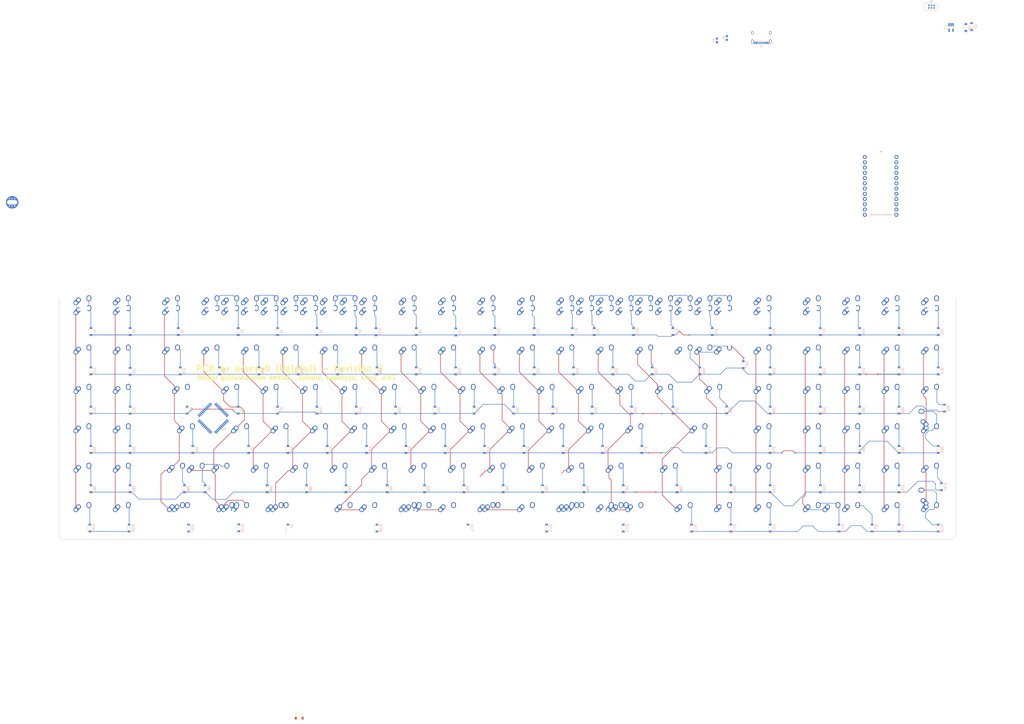
<source format=kicad_pcb>
(kicad_pcb (version 20171130) (host pcbnew "(5.0.0-rc2-dev-733-g23a9fcd91)")
  (layers (0 F.Cu signal) (31 B.Cu signal) (34 B.Paste user) (35 F.Paste user) (36 B.SilkS user) (37 F.SilkS user) (38 B.Mask user) (39 F.Mask user) (44 Edge.Cuts user))
  (net 0 "")
  (net 1 ROW0)
  (net 2 "Net-(D1-Pad2)")
  (net 3 "Net-(D2-Pad2)")
  (net 4 "Net-(D3-Pad2)")
  (net 5 "Net-(D4-Pad2)")
  (net 6 "Net-(D5-Pad2)")
  (net 7 "Net-(D6-Pad2)")
  (net 8 "Net-(D7-Pad2)")
  (net 9 "Net-(D8-Pad2)")
  (net 10 "Net-(D9-Pad2)")
  (net 11 "Net-(D10-Pad2)")
  (net 12 "Net-(D11-Pad2)")
  (net 13 "Net-(D12-Pad2)")
  (net 14 "Net-(D13-Pad2)")
  (net 15 "Net-(D14-Pad2)")
  (net 16 "Net-(D15-Pad2)")
  (net 17 "Net-(D16-Pad2)")
  (net 18 "Net-(D17-Pad2)")
  (net 19 "Net-(D18-Pad2)")
  (net 20 "Net-(D19-Pad2)")
  (net 21 "Net-(D20-Pad2)")
  (net 22 ROW1)
  (net 23 "Net-(D21-Pad2)")
  (net 24 "Net-(D22-Pad2)")
  (net 25 "Net-(D23-Pad2)")
  (net 26 "Net-(D24-Pad2)")
  (net 27 "Net-(D25-Pad2)")
  (net 28 "Net-(D26-Pad2)")
  (net 29 "Net-(D27-Pad2)")
  (net 30 "Net-(D28-Pad2)")
  (net 31 "Net-(D29-Pad2)")
  (net 32 "Net-(D30-Pad2)")
  (net 33 "Net-(D31-Pad2)")
  (net 34 "Net-(D32-Pad2)")
  (net 35 "Net-(D33-Pad2)")
  (net 36 "Net-(D34-Pad2)")
  (net 37 "Net-(D35-Pad2)")
  (net 38 "Net-(D36-Pad2)")
  (net 39 "Net-(D37-Pad2)")
  (net 40 "Net-(D38-Pad2)")
  (net 41 "Net-(D39-Pad2)")
  (net 42 "Net-(D40-Pad2)")
  (net 43 "Net-(D41-Pad2)")
  (net 44 "Net-(D42-Pad2)")
  (net 45 ROW2)
  (net 46 "Net-(D43-Pad2)")
  (net 47 "Net-(D44-Pad2)")
  (net 48 "Net-(D45-Pad2)")
  (net 49 "Net-(D46-Pad2)")
  (net 50 "Net-(D47-Pad2)")
  (net 51 "Net-(D48-Pad2)")
  (net 52 "Net-(D49-Pad2)")
  (net 53 "Net-(D50-Pad2)")
  (net 54 "Net-(D51-Pad2)")
  (net 55 "Net-(D52-Pad2)")
  (net 56 "Net-(D53-Pad2)")
  (net 57 "Net-(D54-Pad2)")
  (net 58 "Net-(D55-Pad2)")
  (net 59 "Net-(D56-Pad2)")
  (net 60 "Net-(D57-Pad2)")
  (net 61 "Net-(D58-Pad2)")
  (net 62 "Net-(D59-Pad2)")
  (net 63 "Net-(D60-Pad2)")
  (net 64 "Net-(D61-Pad2)")
  (net 65 "Net-(D62-Pad2)")
  (net 66 "Net-(D63-Pad2)")
  (net 67 "Net-(D64-Pad2)")
  (net 68 ROW3)
  (net 69 "Net-(D65-Pad2)")
  (net 70 "Net-(D66-Pad2)")
  (net 71 "Net-(D67-Pad2)")
  (net 72 "Net-(D68-Pad2)")
  (net 73 "Net-(D69-Pad2)")
  (net 74 "Net-(D70-Pad2)")
  (net 75 "Net-(D71-Pad2)")
  (net 76 "Net-(D72-Pad2)")
  (net 77 "Net-(D73-Pad2)")
  (net 78 "Net-(D74-Pad2)")
  (net 79 "Net-(D75-Pad2)")
  (net 80 "Net-(D76-Pad2)")
  (net 81 "Net-(D77-Pad2)")
  (net 82 "Net-(D78-Pad2)")
  (net 83 "Net-(D79-Pad2)")
  (net 84 "Net-(D80-Pad2)")
  (net 85 "Net-(D81-Pad2)")
  (net 86 "Net-(D82-Pad2)")
  (net 87 "Net-(D83-Pad2)")
  (net 88 ROW4)
  (net 89 "Net-(D84-Pad2)")
  (net 90 "Net-(D85-Pad2)")
  (net 91 "Net-(D86-Pad2)")
  (net 92 "Net-(D87-Pad2)")
  (net 93 "Net-(D88-Pad2)")
  (net 94 "Net-(D89-Pad2)")
  (net 95 "Net-(D90-Pad2)")
  (net 96 "Net-(D91-Pad2)")
  (net 97 "Net-(D92-Pad2)")
  (net 98 "Net-(D93-Pad2)")
  (net 99 "Net-(D94-Pad2)")
  (net 100 "Net-(D95-Pad2)")
  (net 101 "Net-(D96-Pad2)")
  (net 102 "Net-(D97-Pad2)")
  (net 103 "Net-(D98-Pad2)")
  (net 104 "Net-(D99-Pad2)")
  (net 105 "Net-(D100-Pad2)")
  (net 106 "Net-(D101-Pad2)")
  (net 107 "Net-(D102-Pad2)")
  (net 108 "Net-(D103-Pad2)")
  (net 109 "Net-(D104-Pad2)")
  (net 110 ROW5)
  (net 111 "Net-(D105-Pad2)")
  (net 112 "Net-(D106-Pad2)")
  (net 113 "Net-(D107-Pad2)")
  (net 114 "Net-(D108-Pad2)")
  (net 115 "Net-(D109-Pad2)")
  (net 116 "Net-(D110-Pad2)")
  (net 117 "Net-(D111-Pad2)")
  (net 118 "Net-(D112-Pad2)")
  (net 119 "Net-(D113-Pad2)")
  (net 120 "Net-(D114-Pad2)")
  (net 121 "Net-(D115-Pad2)")
  (net 122 "Net-(D116-Pad2)")
  (net 123 "Net-(D117-Pad2)")
  (net 124 "Net-(D118-Pad2)")
  (net 125 "Net-(D119-Pad2)")
  (net 126 "Net-(J1-PadA6)")
  (net 127 GND)
  (net 128 +5V)
  (net 129 "Net-(J1-PadA7)")
  (net 130 "Net-(J1-PadA8)")
  (net 131 "Net-(J1-PadB5)")
  (net 132 "Net-(J1-PadA5)")
  (net 133 "Net-(J1-PadB8)")
  (net 134 COL0)
  (net 135 COL1)
  (net 136 COL2)
  (net 137 COL3)
  (net 138 COL4)
  (net 139 COL5)
  (net 140 COL6)
  (net 141 COL7)
  (net 142 COL8)
  (net 143 COL9)
  (net 144 COL10)
  (net 145 COL11)
  (net 146 COL12)
  (net 147 COL13)
  (net 148 COL14)
  (net 149 COL15)
  (net 150 COL16)
  (net 151 COL17)
  (net 152 COL18)
  (net 153 COL19)
  (net 154 PDI)
  (net 155 VCC)
  (net 156 "Net-(P1-Pad3)")
  (net 157 "Net-(P1-Pad4)")
  (net 158 RST)
  (net 159 "Net-(U1-Pad4)")
  (net 160 SDA)
  (net 161 SCL)
  (net 162 "Net-(D120-Pad2)")
  (net 163 "Net-(B1-Pad1)")
  (net 164 "Net-(B1-Pad2)")
  (net 165 "Net-(B1-Pad3)")
  (net 166 "Net-(B1-Pad4)")
  (net 167 "Net-(B1-Pad21)")
  (net 168 "Net-(B1-Pad22)")
  (net 169 "Net-(B1-Pad23)")
  (net 170 "Net-(B1-Pad24)")
  (net 171 "Net-(B1-Pad15)")
  (net 172 "Net-(B1-Pad16)")
  (net 173 "Net-(B1-Pad17)")
  (net 174 "Net-(B1-Pad18)")
  (net 175 "Net-(B1-Pad19)")
  (net 176 "Net-(B1-Pad20)")
  (net 177 "Net-(U2-Pad23)")
  (net 178 "Net-(U2-Pad24)")
  (net 179 COL20)
  (net 180 COL21)
  (net 181 "Net-(D121-Pad2)")
  (net 182 "Net-(D122-Pad2)")
  (net 183 "Net-(D123-Pad2)")
  (net 184 "Net-(K156-Pad1)")
  (module ai03_hybrid:MX-3U-NoLED (layer F.Cu) (at 202.4071 185.73828)
    (fp_text reference K115)
    (fp_text value KEYSW)
    (pad 2 thru_hole oval (at 2.5 -4.5 86.0548) (size 2.831378 2.25) (drill 1.47 (offset 0.290689 0)) (layers *.Cu B.Mask) (net 115 "Net-(D109-Pad2)"))
    (pad 2 thru_hole circle (at 2.54 -5.08) (size 2.25 2.25) (drill 1.47) (layers *.Cu B.Mask) (net 115 "Net-(D109-Pad2)"))
    (pad 1 thru_hole oval (at -3.81 -2.54 48.0996) (size 4.211556 2.25) (drill 1.47 (offset 0.980778 0)) (layers *.Cu B.Mask) (net 141 COL7))
    (pad "" np_thru_hole circle (at 0 0) (size 3.9878 3.9878) (drill 3.9878) (layers *.Cu *.Mask))
    (pad 1 thru_hole circle (at -2.5 -4) (size 2.25 2.25) (drill 1.47) (layers *.Cu B.Mask) (net 141 COL7))
    (pad "" np_thru_hole circle (at -5.08 0 48.0996) (size 1.75 1.75) (drill 1.75) (layers *.Cu *.Mask))
    (pad "" np_thru_hole circle (at 5.08 0 48.0996) (size 1.75 1.75) (drill 1.75) (layers *.Cu *.Mask))
    (pad "" np_thru_hole circle (at -19.05 -6.985) (size 3.048 3.048) (drill 3.048) (layers *.Cu *.Mask))
    (pad "" np_thru_hole circle (at 19.05 -6.985) (size 3.048 3.048) (drill 3.048) (layers *.Cu *.Mask))
    (pad "" np_thru_hole circle (at -19.05 8.255) (size 3.9878 3.9878) (drill 3.9878) (layers *.Cu *.Mask))
    (pad "" np_thru_hole circle (at 19.05 8.255) (size 3.9878 3.9878) (drill 3.9878) (layers *.Cu *.Mask))
  )
  (module ai03_hybrid:MX-1U-NoLED (layer F.Cu) (at 454.81875 109.5375)
    (fp_text reference K41)
    (fp_text value KEYSW)
    (pad "" np_thru_hole circle (at 5.08 0 48.0996) (size 1.75 1.75) (drill 1.75) (layers *.Cu *.Mask))
    (pad "" np_thru_hole circle (at -5.08 0 48.0996) (size 1.75 1.75) (drill 1.75) (layers *.Cu *.Mask))
    (pad 1 thru_hole circle (at -2.5 -4) (size 2.25 2.25) (drill 1.47) (layers *.Cu B.Mask) (net 179 COL20))
    (pad "" np_thru_hole circle (at 0 0) (size 3.9878 3.9878) (drill 3.9878) (layers *.Cu *.Mask))
    (pad 1 thru_hole oval (at -3.81 -2.54 48.0996) (size 4.211556 2.25) (drill 1.47 (offset 0.980778 0)) (layers *.Cu B.Mask) (net 179 COL20))
    (pad 2 thru_hole circle (at 2.54 -5.08) (size 2.25 2.25) (drill 1.47) (layers *.Cu B.Mask) (net 43 "Net-(D41-Pad2)"))
    (pad 2 thru_hole oval (at 2.5 -4.5 86.0548) (size 2.831378 2.25) (drill 1.47 (offset 0.290689 0)) (layers *.Cu B.Mask) (net 43 "Net-(D41-Pad2)"))
  )
  (module ai03_hybrid:MX-1U-NoLED (layer F.Cu) (at 135.73125 90.4875)
    (fp_text reference K4)
    (fp_text value KEYSW)
    (pad "" np_thru_hole circle (at 5.08 0 48.0996) (size 1.75 1.75) (drill 1.75) (layers *.Cu *.Mask))
    (pad "" np_thru_hole circle (at -5.08 0 48.0996) (size 1.75 1.75) (drill 1.75) (layers *.Cu *.Mask))
    (pad 1 thru_hole circle (at -2.5 -4) (size 2.25 2.25) (drill 1.47) (layers *.Cu B.Mask) (net 137 COL3))
    (pad "" np_thru_hole circle (at 0 0) (size 3.9878 3.9878) (drill 3.9878) (layers *.Cu *.Mask))
    (pad 1 thru_hole oval (at -3.81 -2.54 48.0996) (size 4.211556 2.25) (drill 1.47 (offset 0.980778 0)) (layers *.Cu B.Mask) (net 137 COL3))
    (pad 2 thru_hole circle (at 2.54 -5.08) (size 2.25 2.25) (drill 1.47) (layers *.Cu B.Mask) (net 5 "Net-(D4-Pad2)"))
    (pad 2 thru_hole oval (at 2.5 -4.5 86.0548) (size 2.831378 2.25) (drill 1.47 (offset 0.290689 0)) (layers *.Cu B.Mask) (net 5 "Net-(D4-Pad2)"))
  )
  (module ai03_hybrid:MX-1U-NoLED (layer F.Cu) (at 240.50625 90.4875)
    (fp_text reference K9)
    (fp_text value KEYSW)
    (pad 2 thru_hole oval (at 2.5 -4.5 86.0548) (size 2.831378 2.25) (drill 1.47 (offset 0.290689 0)) (layers *.Cu B.Mask) (net 10 "Net-(D9-Pad2)"))
    (pad 2 thru_hole circle (at 2.54 -5.08) (size 2.25 2.25) (drill 1.47) (layers *.Cu B.Mask) (net 10 "Net-(D9-Pad2)"))
    (pad 1 thru_hole oval (at -3.81 -2.54 48.0996) (size 4.211556 2.25) (drill 1.47 (offset 0.980778 0)) (layers *.Cu B.Mask) (net 143 COL9))
    (pad "" np_thru_hole circle (at 0 0) (size 3.9878 3.9878) (drill 3.9878) (layers *.Cu *.Mask))
    (pad 1 thru_hole circle (at -2.5 -4) (size 2.25 2.25) (drill 1.47) (layers *.Cu B.Mask) (net 143 COL9))
    (pad "" np_thru_hole circle (at -5.08 0 48.0996) (size 1.75 1.75) (drill 1.75) (layers *.Cu *.Mask))
    (pad "" np_thru_hole circle (at 5.08 0 48.0996) (size 1.75 1.75) (drill 1.75) (layers *.Cu *.Mask))
  )
  (module ai03_hybrid:MX-1U-NoLED (layer F.Cu) (at 150.01875 166.6875)
    (fp_text reference K91)
    (fp_text value KEYSW)
    (pad 2 thru_hole oval (at 2.5 -4.5 86.0548) (size 2.831378 2.25) (drill 1.47 (offset 0.290689 0)) (layers *.Cu B.Mask) (net 93 "Net-(D88-Pad2)"))
    (pad 2 thru_hole circle (at 2.54 -5.08) (size 2.25 2.25) (drill 1.47) (layers *.Cu B.Mask) (net 93 "Net-(D88-Pad2)"))
    (pad 1 thru_hole oval (at -3.81 -2.54 48.0996) (size 4.211556 2.25) (drill 1.47 (offset 0.980778 0)) (layers *.Cu B.Mask) (net 138 COL4))
    (pad "" np_thru_hole circle (at 0 0) (size 3.9878 3.9878) (drill 3.9878) (layers *.Cu *.Mask))
    (pad 1 thru_hole circle (at -2.5 -4) (size 2.25 2.25) (drill 1.47) (layers *.Cu B.Mask) (net 138 COL4))
    (pad "" np_thru_hole circle (at -5.08 0 48.0996) (size 1.75 1.75) (drill 1.75) (layers *.Cu *.Mask))
    (pad "" np_thru_hole circle (at 5.08 0 48.0996) (size 1.75 1.75) (drill 1.75) (layers *.Cu *.Mask))
  )
  (module Resistor_SMD:R_0603_1608Metric_Pad0.99x1.00mm_HandSolder (layer B.Cu) (at 375.04845 -44.94081 270)
    (fp_text reference R1 (at 0 1.45 270) (layer B.SilkS) (effects (justify mirror)))
    (fp_text value 5.1k)
    (pad 2 smd rect (at 0.8875 0 270) (size 0.995 1) (layers B.Cu B.Paste B.Mask) (net 127 GND))
    (pad 1 smd rect (at -0.8875 0 270) (size 0.995 1) (layers B.Cu B.Paste B.Mask) (net 131 "Net-(J1-PadB5)"))
  )
  (module ai03_hybrid:MX-1U-NoLED (layer F.Cu) (at 259.55625 90.4875)
    (fp_text reference K10)
    (fp_text value KEYSW)
    (pad "" np_thru_hole circle (at 5.08 0 48.0996) (size 1.75 1.75) (drill 1.75) (layers *.Cu *.Mask))
    (pad "" np_thru_hole circle (at -5.08 0 48.0996) (size 1.75 1.75) (drill 1.75) (layers *.Cu *.Mask))
    (pad 1 thru_hole circle (at -2.5 -4) (size 2.25 2.25) (drill 1.47) (layers *.Cu B.Mask) (net 144 COL10))
    (pad "" np_thru_hole circle (at 0 0) (size 3.9878 3.9878) (drill 3.9878) (layers *.Cu *.Mask))
    (pad 1 thru_hole oval (at -3.81 -2.54 48.0996) (size 4.211556 2.25) (drill 1.47 (offset 0.980778 0)) (layers *.Cu B.Mask) (net 144 COL10))
    (pad 2 thru_hole circle (at 2.54 -5.08) (size 2.25 2.25) (drill 1.47) (layers *.Cu B.Mask) (net 11 "Net-(D10-Pad2)"))
    (pad 2 thru_hole oval (at 2.5 -4.5 86.0548) (size 2.831378 2.25) (drill 1.47 (offset 0.290689 0)) (layers *.Cu B.Mask) (net 11 "Net-(D10-Pad2)"))
  )
  (module ai03_hybrid:MX-1U-NoLED (layer F.Cu) (at 107.15625 90.4875)
    (fp_text reference K3)
    (fp_text value KEYSW)
    (pad 2 thru_hole oval (at 2.5 -4.5 86.0548) (size 2.831378 2.25) (drill 1.47 (offset 0.290689 0)) (layers *.Cu B.Mask) (net 4 "Net-(D3-Pad2)"))
    (pad 2 thru_hole circle (at 2.54 -5.08) (size 2.25 2.25) (drill 1.47) (layers *.Cu B.Mask) (net 4 "Net-(D3-Pad2)"))
    (pad 1 thru_hole oval (at -3.81 -2.54 48.0996) (size 4.211556 2.25) (drill 1.47 (offset 0.980778 0)) (layers *.Cu B.Mask) (net 136 COL2))
    (pad "" np_thru_hole circle (at 0 0) (size 3.9878 3.9878) (drill 3.9878) (layers *.Cu *.Mask))
    (pad 1 thru_hole circle (at -2.5 -4) (size 2.25 2.25) (drill 1.47) (layers *.Cu B.Mask) (net 136 COL2))
    (pad "" np_thru_hole circle (at -5.08 0 48.0996) (size 1.75 1.75) (drill 1.75) (layers *.Cu *.Mask))
    (pad "" np_thru_hole circle (at 5.08 0 48.0996) (size 1.75 1.75) (drill 1.75) (layers *.Cu *.Mask))
  )
  (module ai03_hybrid:MX-1U-NoLED (layer F.Cu) (at 392.90625 109.5375)
    (fp_text reference K38)
    (fp_text value KEYSW)
    (pad 2 thru_hole oval (at 2.5 -4.5 86.0548) (size 2.831378 2.25) (drill 1.47 (offset 0.290689 0)) (layers *.Cu B.Mask) (net 40 "Net-(D38-Pad2)"))
    (pad 2 thru_hole circle (at 2.54 -5.08) (size 2.25 2.25) (drill 1.47) (layers *.Cu B.Mask) (net 40 "Net-(D38-Pad2)"))
    (pad 1 thru_hole oval (at -3.81 -2.54 48.0996) (size 4.211556 2.25) (drill 1.47 (offset 0.980778 0)) (layers *.Cu B.Mask) (net 151 COL17))
    (pad "" np_thru_hole circle (at 0 0) (size 3.9878 3.9878) (drill 3.9878) (layers *.Cu *.Mask))
    (pad 1 thru_hole circle (at -2.5 -4) (size 2.25 2.25) (drill 1.47) (layers *.Cu B.Mask) (net 151 COL17))
    (pad "" np_thru_hole circle (at -5.08 0 48.0996) (size 1.75 1.75) (drill 1.75) (layers *.Cu *.Mask))
    (pad "" np_thru_hole circle (at 5.08 0 48.0996) (size 1.75 1.75) (drill 1.75) (layers *.Cu *.Mask))
  )
  (module ai03_hybrid:MX-1U-NoLED (layer F.Cu) (at 297.65625 109.5375)
    (fp_text reference K33)
    (fp_text value KEYSW)
    (pad "" np_thru_hole circle (at 5.08 0 48.0996) (size 1.75 1.75) (drill 1.75) (layers *.Cu *.Mask))
    (pad "" np_thru_hole circle (at -5.08 0 48.0996) (size 1.75 1.75) (drill 1.75) (layers *.Cu *.Mask))
    (pad 1 thru_hole circle (at -2.5 -4) (size 2.25 2.25) (drill 1.47) (layers *.Cu B.Mask) (net 146 COL12))
    (pad "" np_thru_hole circle (at 0 0) (size 3.9878 3.9878) (drill 3.9878) (layers *.Cu *.Mask))
    (pad 1 thru_hole oval (at -3.81 -2.54 48.0996) (size 4.211556 2.25) (drill 1.47 (offset 0.980778 0)) (layers *.Cu B.Mask) (net 146 COL12))
    (pad 2 thru_hole circle (at 2.54 -5.08) (size 2.25 2.25) (drill 1.47) (layers *.Cu B.Mask) (net 35 "Net-(D33-Pad2)"))
    (pad 2 thru_hole oval (at 2.5 -4.5 86.0548) (size 2.831378 2.25) (drill 1.47 (offset 0.290689 0)) (layers *.Cu B.Mask) (net 35 "Net-(D33-Pad2)"))
  )
  (module ai03_hybrid:MX-1U-NoLED (layer F.Cu) (at 259.55625 109.5375)
    (fp_text reference K31)
    (fp_text value KEYSW)
    (pad 2 thru_hole oval (at 2.5 -4.5 86.0548) (size 2.831378 2.25) (drill 1.47 (offset 0.290689 0)) (layers *.Cu B.Mask) (net 33 "Net-(D31-Pad2)"))
    (pad 2 thru_hole circle (at 2.54 -5.08) (size 2.25 2.25) (drill 1.47) (layers *.Cu B.Mask) (net 33 "Net-(D31-Pad2)"))
    (pad 1 thru_hole oval (at -3.81 -2.54 48.0996) (size 4.211556 2.25) (drill 1.47 (offset 0.980778 0)) (layers *.Cu B.Mask) (net 144 COL10))
    (pad "" np_thru_hole circle (at 0 0) (size 3.9878 3.9878) (drill 3.9878) (layers *.Cu *.Mask))
    (pad 1 thru_hole circle (at -2.5 -4) (size 2.25 2.25) (drill 1.47) (layers *.Cu B.Mask) (net 144 COL10))
    (pad "" np_thru_hole circle (at -5.08 0 48.0996) (size 1.75 1.75) (drill 1.75) (layers *.Cu *.Mask))
    (pad "" np_thru_hole circle (at 5.08 0 48.0996) (size 1.75 1.75) (drill 1.75) (layers *.Cu *.Mask))
  )
  (module ai03_hybrid:MX-1.5U-NoLED (layer F.Cu) (at 111.91875 128.5875)
    (fp_text reference K47)
    (fp_text value KEYSW)
    (pad 2 thru_hole oval (at 2.5 -4.5 86.0548) (size 2.831378 2.25) (drill 1.47 (offset 0.290689 0)) (layers *.Cu B.Mask) (net 48 "Net-(D45-Pad2)"))
    (pad 2 thru_hole circle (at 2.54 -5.08) (size 2.25 2.25) (drill 1.47) (layers *.Cu B.Mask) (net 48 "Net-(D45-Pad2)"))
    (pad 1 thru_hole oval (at -3.81 -2.54 48.0996) (size 4.211556 2.25) (drill 1.47 (offset 0.980778 0)) (layers *.Cu B.Mask) (net 136 COL2))
    (pad "" np_thru_hole circle (at 0 0) (size 3.9878 3.9878) (drill 3.9878) (layers *.Cu *.Mask))
    (pad 1 thru_hole circle (at -2.5 -4) (size 2.25 2.25) (drill 1.47) (layers *.Cu B.Mask) (net 136 COL2))
    (pad "" np_thru_hole circle (at -5.08 0 48.0996) (size 1.75 1.75) (drill 1.75) (layers *.Cu *.Mask))
    (pad "" np_thru_hole circle (at 5.08 0 48.0996) (size 1.75 1.75) (drill 1.75) (layers *.Cu *.Mask))
  )
  (module Resistor_SMD:R_0603_1608Metric_Pad0.99x1.00mm_HandSolder (layer B.Cu) (at 370.28593 -43.75018 270)
    (fp_text reference R2 (at 0 1.45 270) (layer B.SilkS) (effects (justify mirror)))
    (fp_text value 5.1k)
    (pad 1 smd rect (at -0.8875 0 270) (size 0.995 1) (layers B.Cu B.Paste B.Mask) (net 132 "Net-(J1-PadA5)"))
    (pad 2 smd rect (at 0.8875 0 270) (size 0.995 1) (layers B.Cu B.Paste B.Mask) (net 127 GND))
  )
  (module ai03_hybrid:MX-1U-NoLED (layer F.Cu) (at 83.34375 147.6375)
    (fp_text reference K68)
    (fp_text value KEYSW)
    (pad 2 thru_hole oval (at 2.5 -4.5 86.0548) (size 2.831378 2.25) (drill 1.47 (offset 0.290689 0)) (layers *.Cu B.Mask) (net 69 "Net-(D65-Pad2)"))
    (pad 2 thru_hole circle (at 2.54 -5.08) (size 2.25 2.25) (drill 1.47) (layers *.Cu B.Mask) (net 69 "Net-(D65-Pad2)"))
    (pad 1 thru_hole oval (at -3.81 -2.54 48.0996) (size 4.211556 2.25) (drill 1.47 (offset 0.980778 0)) (layers *.Cu B.Mask) (net 135 COL1))
    (pad "" np_thru_hole circle (at 0 0) (size 3.9878 3.9878) (drill 3.9878) (layers *.Cu *.Mask))
    (pad 1 thru_hole circle (at -2.5 -4) (size 2.25 2.25) (drill 1.47) (layers *.Cu B.Mask) (net 135 COL1))
    (pad "" np_thru_hole circle (at -5.08 0 48.0996) (size 1.75 1.75) (drill 1.75) (layers *.Cu *.Mask))
    (pad "" np_thru_hole circle (at 5.08 0 48.0996) (size 1.75 1.75) (drill 1.75) (layers *.Cu *.Mask))
  )
  (module Diode_SMD:D_SOD-123 (layer B.Cu) (at 117 154 90)
    (fp_text reference D66 (at 0 2 90) (layer B.SilkS) (effects (justify mirror)))
    (fp_text value D)
    (pad 2 smd rect (at 1.65 0 90) (size 0.9 1.2) (layers B.Cu B.Paste B.Mask) (net 70 "Net-(D66-Pad2)"))
    (pad 1 smd rect (at -1.65 0 90) (size 0.9 1.2) (layers B.Cu B.Paste B.Mask) (net 68 ROW3))
  )
  (module ai03_hybrid:MX-1.75U-NoLED (layer F.Cu) (at 114.3 147.63812)
    (fp_text reference K69)
    (fp_text value KEYSW)
    (pad 2 thru_hole oval (at 2.5 -4.5 86.0548) (size 2.831378 2.25) (drill 1.47 (offset 0.290689 0)) (layers *.Cu B.Mask) (net 70 "Net-(D66-Pad2)"))
    (pad 2 thru_hole circle (at 2.54 -5.08) (size 2.25 2.25) (drill 1.47) (layers *.Cu B.Mask) (net 70 "Net-(D66-Pad2)"))
    (pad 1 thru_hole oval (at -3.81 -2.54 48.0996) (size 4.211556 2.25) (drill 1.47 (offset 0.980778 0)) (layers *.Cu B.Mask) (net 136 COL2))
    (pad "" np_thru_hole circle (at 0 0) (size 3.9878 3.9878) (drill 3.9878) (layers *.Cu *.Mask))
    (pad 1 thru_hole circle (at -2.5 -4) (size 2.25 2.25) (drill 1.47) (layers *.Cu B.Mask) (net 136 COL2))
    (pad "" np_thru_hole circle (at -5.08 0 48.0996) (size 1.75 1.75) (drill 1.75) (layers *.Cu *.Mask))
    (pad "" np_thru_hole circle (at 5.08 0 48.0996) (size 1.75 1.75) (drill 1.75) (layers *.Cu *.Mask))
  )
  (module ai03_hybrid:MX-2.25U-NoLED (layer F.Cu) (at 361.95 147.6375)
    (fp_text reference K81)
    (fp_text value KEYSW)
    (pad "" np_thru_hole circle (at 11.938 8.255) (size 3.9878 3.9878) (drill 3.9878) (layers *.Cu *.Mask))
    (pad "" np_thru_hole circle (at -11.938 8.255) (size 3.9878 3.9878) (drill 3.9878) (layers *.Cu *.Mask))
    (pad "" np_thru_hole circle (at 11.938 -6.985) (size 3.048 3.048) (drill 3.048) (layers *.Cu *.Mask))
    (pad "" np_thru_hole circle (at -11.938 -6.985) (size 3.048 3.048) (drill 3.048) (layers *.Cu *.Mask))
    (pad "" np_thru_hole circle (at 5.08 0 48.0996) (size 1.75 1.75) (drill 1.75) (layers *.Cu *.Mask))
    (pad "" np_thru_hole circle (at -5.08 0 48.0996) (size 1.75 1.75) (drill 1.75) (layers *.Cu *.Mask))
    (pad 1 thru_hole circle (at -2.5 -4) (size 2.25 2.25) (drill 1.47) (layers *.Cu B.Mask) (net 148 COL14))
    (pad "" np_thru_hole circle (at 0 0) (size 3.9878 3.9878) (drill 3.9878) (layers *.Cu *.Mask))
    (pad 1 thru_hole oval (at -3.81 -2.54 48.0996) (size 4.211556 2.25) (drill 1.47 (offset 0.980778 0)) (layers *.Cu B.Mask) (net 148 COL14))
    (pad 2 thru_hole circle (at 2.54 -5.08) (size 2.25 2.25) (drill 1.47) (layers *.Cu B.Mask) (net 82 "Net-(D78-Pad2)"))
    (pad 2 thru_hole oval (at 2.5 -4.5 86.0548) (size 2.831378 2.25) (drill 1.47 (offset 0.290689 0)) (layers *.Cu B.Mask) (net 82 "Net-(D78-Pad2)"))
  )
  (module Diode_SMD:D_SOD-123 (layer B.Cu) (at 329 135 90)
    (fp_text reference D56 (at 0 2 90) (layer B.SilkS) (effects (justify mirror)))
    (fp_text value D)
    (pad 2 smd rect (at 1.65 0 90) (size 0.9 1.2) (layers B.Cu B.Paste B.Mask) (net 59 "Net-(D56-Pad2)"))
    (pad 1 smd rect (at -1.65 0 90) (size 0.9 1.2) (layers B.Cu B.Paste B.Mask) (net 45 ROW2))
  )
  (module Diode_SMD:D_SOD-123 (layer B.Cu) (at 490.53956 -50.00646 90)
    (fp_text reference C1 (at 0 2 90) (layer B.SilkS) (effects (justify mirror)))
    (fp_text value 10uf)
    (pad 2 smd rect (at 1.65 0 90) (size 0.9 1.2) (layers B.Cu B.Paste B.Mask) (net 127 GND))
    (pad 1 smd rect (at -1.65 0 90) (size 0.9 1.2) (layers B.Cu B.Paste B.Mask) (net 155 VCC))
  )
  (module Diode_SMD:D_SOD-123 (layer B.Cu) (at 493.32726 -50.46583 90)
    (fp_text reference C2 (at 0 2 90) (layer B.SilkS) (effects (justify mirror)))
    (fp_text value 0.4uf)
    (pad 2 smd rect (at 1.65 0 90) (size 0.9 1.2) (layers B.Cu B.Paste B.Mask) (net 127 GND))
    (pad 1 smd rect (at -1.65 0 90) (size 0.9 1.2) (layers B.Cu B.Paste B.Mask) (net 155 VCC))
  )
  (module Diode_SMD:D_SOD-123 (layer B.Cu) (at 67.7625 97 90)
    (fp_text reference D1 (at 0 2 90) (layer B.SilkS) (effects (justify mirror)))
    (fp_text value D)
    (pad 1 smd rect (at -1.65 0 90) (size 0.9 1.2) (layers B.Cu B.Paste B.Mask) (net 1 ROW0))
    (pad 2 smd rect (at 1.65 0 90) (size 0.9 1.2) (layers B.Cu B.Paste B.Mask) (net 2 "Net-(D1-Pad2)"))
  )
  (module Diode_SMD:D_SOD-123 (layer B.Cu) (at 86.7625 97 90)
    (fp_text reference D2 (at 0 2 90) (layer B.SilkS) (effects (justify mirror)))
    (fp_text value D)
    (pad 2 smd rect (at 1.65 0 90) (size 0.9 1.2) (layers B.Cu B.Paste B.Mask) (net 3 "Net-(D2-Pad2)"))
    (pad 1 smd rect (at -1.65 0 90) (size 0.9 1.2) (layers B.Cu B.Paste B.Mask) (net 1 ROW0))
  )
  (module Diode_SMD:D_SOD-123 (layer B.Cu) (at 110 97 90)
    (fp_text reference D3 (at 0 2 90) (layer B.SilkS) (effects (justify mirror)))
    (fp_text value D)
    (pad 1 smd rect (at -1.65 0 90) (size 0.9 1.2) (layers B.Cu B.Paste B.Mask) (net 1 ROW0))
    (pad 2 smd rect (at 1.65 0 90) (size 0.9 1.2) (layers B.Cu B.Paste B.Mask) (net 4 "Net-(D3-Pad2)"))
  )
  (module Diode_SMD:D_SOD-123 (layer B.Cu) (at 139 97 90)
    (fp_text reference D4 (at 0 2 90) (layer B.SilkS) (effects (justify mirror)))
    (fp_text value D)
    (pad 2 smd rect (at 1.65 0 90) (size 0.9 1.2) (layers B.Cu B.Paste B.Mask) (net 5 "Net-(D4-Pad2)"))
    (pad 1 smd rect (at -1.65 0 90) (size 0.9 1.2) (layers B.Cu B.Paste B.Mask) (net 1 ROW0))
  )
  (module Diode_SMD:D_SOD-123 (layer B.Cu) (at 158 97 90)
    (fp_text reference D5 (at 0 2 90) (layer B.SilkS) (effects (justify mirror)))
    (fp_text value D)
    (pad 1 smd rect (at -1.65 0 90) (size 0.9 1.2) (layers B.Cu B.Paste B.Mask) (net 1 ROW0))
    (pad 2 smd rect (at 1.65 0 90) (size 0.9 1.2) (layers B.Cu B.Paste B.Mask) (net 6 "Net-(D5-Pad2)"))
  )
  (module Diode_SMD:D_SOD-123 (layer B.Cu) (at 177 97 90)
    (fp_text reference D6 (at 0 2 90) (layer B.SilkS) (effects (justify mirror)))
    (fp_text value D)
    (pad 2 smd rect (at 1.65 0 90) (size 0.9 1.2) (layers B.Cu B.Paste B.Mask) (net 7 "Net-(D6-Pad2)"))
    (pad 1 smd rect (at -1.65 0 90) (size 0.9 1.2) (layers B.Cu B.Paste B.Mask) (net 1 ROW0))
  )
  (module Diode_SMD:D_SOD-123 (layer B.Cu) (at 196 97 90)
    (fp_text reference D7 (at 0 2 90) (layer B.SilkS) (effects (justify mirror)))
    (fp_text value D)
    (pad 1 smd rect (at -1.65 0 90) (size 0.9 1.2) (layers B.Cu B.Paste B.Mask) (net 1 ROW0))
    (pad 2 smd rect (at 1.65 0 90) (size 0.9 1.2) (layers B.Cu B.Paste B.Mask) (net 8 "Net-(D7-Pad2)"))
  )
  (module Diode_SMD:D_SOD-123 (layer B.Cu) (at 225 97 90)
    (fp_text reference D8 (at 0 2 90) (layer B.SilkS) (effects (justify mirror)))
    (fp_text value D)
    (pad 2 smd rect (at 1.65 0 90) (size 0.9 1.2) (layers B.Cu B.Paste B.Mask) (net 9 "Net-(D8-Pad2)"))
    (pad 1 smd rect (at -1.65 0 90) (size 0.9 1.2) (layers B.Cu B.Paste B.Mask) (net 1 ROW0))
  )
  (module Diode_SMD:D_SOD-123 (layer B.Cu) (at 244.07915 97.17229 90)
    (fp_text reference D9 (at 0 2 90) (layer B.SilkS) (effects (justify mirror)))
    (fp_text value D)
    (pad 1 smd rect (at -1.65 0 90) (size 0.9 1.2) (layers B.Cu B.Paste B.Mask) (net 1 ROW0))
    (pad 2 smd rect (at 1.65 0 90) (size 0.9 1.2) (layers B.Cu B.Paste B.Mask) (net 10 "Net-(D9-Pad2)"))
  )
  (module Diode_SMD:D_SOD-123 (layer B.Cu) (at 263 97 90)
    (fp_text reference D10 (at 0 2 90) (layer B.SilkS) (effects (justify mirror)))
    (fp_text value D)
    (pad 1 smd rect (at -1.65 0 90) (size 0.9 1.2) (layers B.Cu B.Paste B.Mask) (net 1 ROW0))
    (pad 2 smd rect (at 1.65 0 90) (size 0.9 1.2) (layers B.Cu B.Paste B.Mask) (net 11 "Net-(D10-Pad2)"))
  )
  (module Diode_SMD:D_SOD-123 (layer B.Cu) (at 282 97 90)
    (fp_text reference D11 (at 0 2 90) (layer B.SilkS) (effects (justify mirror)))
    (fp_text value D)
    (pad 1 smd rect (at -1.65 0 90) (size 0.9 1.2) (layers B.Cu B.Paste B.Mask) (net 1 ROW0))
    (pad 2 smd rect (at 1.65 0 90) (size 0.9 1.2) (layers B.Cu B.Paste B.Mask) (net 12 "Net-(D11-Pad2)"))
  )
  (module Diode_SMD:D_SOD-123 (layer B.Cu) (at 311 97 90)
    (fp_text reference D12 (at 0 2 90) (layer B.SilkS) (effects (justify mirror)))
    (fp_text value D)
    (pad 2 smd rect (at 1.65 0 90) (size 0.9 1.2) (layers B.Cu B.Paste B.Mask) (net 13 "Net-(D12-Pad2)"))
    (pad 1 smd rect (at -1.65 0 90) (size 0.9 1.2) (layers B.Cu B.Paste B.Mask) (net 1 ROW0))
  )
  (module Diode_SMD:D_SOD-123 (layer B.Cu) (at 330 97 90)
    (fp_text reference D13 (at 0 2 90) (layer B.SilkS) (effects (justify mirror)))
    (fp_text value D)
    (pad 1 smd rect (at -1.65 0 90) (size 0.9 1.2) (layers B.Cu B.Paste B.Mask) (net 1 ROW0))
    (pad 2 smd rect (at 1.65 0 90) (size 0.9 1.2) (layers B.Cu B.Paste B.Mask) (net 14 "Net-(D13-Pad2)"))
  )
  (module Diode_SMD:D_SOD-123 (layer B.Cu) (at 349 97 90)
    (fp_text reference D14 (at 0 2 90) (layer B.SilkS) (effects (justify mirror)))
    (fp_text value D)
    (pad 2 smd rect (at 1.65 0 90) (size 0.9 1.2) (layers B.Cu B.Paste B.Mask) (net 15 "Net-(D14-Pad2)"))
    (pad 1 smd rect (at -1.65 0 90) (size 0.9 1.2) (layers B.Cu B.Paste B.Mask) (net 1 ROW0))
  )
  (module Diode_SMD:D_SOD-123 (layer B.Cu) (at 368 97 90)
    (fp_text reference D15 (at 0 2 90) (layer B.SilkS) (effects (justify mirror)))
    (fp_text value D)
    (pad 1 smd rect (at -1.65 0 90) (size 0.9 1.2) (layers B.Cu B.Paste B.Mask) (net 1 ROW0))
    (pad 2 smd rect (at 1.65 0 90) (size 0.9 1.2) (layers B.Cu B.Paste B.Mask) (net 16 "Net-(D15-Pad2)"))
  )
  (module Diode_SMD:D_SOD-123 (layer B.Cu) (at 396 97 90)
    (fp_text reference D16 (at 0 2 90) (layer B.SilkS) (effects (justify mirror)))
    (fp_text value D)
    (pad 2 smd rect (at 1.65 0 90) (size 0.9 1.2) (layers B.Cu B.Paste B.Mask) (net 17 "Net-(D16-Pad2)"))
    (pad 1 smd rect (at -1.65 0 90) (size 0.9 1.2) (layers B.Cu B.Paste B.Mask) (net 1 ROW0))
  )
  (module Diode_SMD:D_SOD-123 (layer B.Cu) (at 420.2375 97 90)
    (fp_text reference D17 (at 0 2 90) (layer B.SilkS) (effects (justify mirror)))
    (fp_text value D)
    (pad 1 smd rect (at -1.65 0 90) (size 0.9 1.2) (layers B.Cu B.Paste B.Mask) (net 1 ROW0))
    (pad 2 smd rect (at 1.65 0 90) (size 0.9 1.2) (layers B.Cu B.Paste B.Mask) (net 18 "Net-(D17-Pad2)"))
  )
  (module Diode_SMD:D_SOD-123 (layer B.Cu) (at 439.2375 97 90)
    (fp_text reference D18 (at 0 2 90) (layer B.SilkS) (effects (justify mirror)))
    (fp_text value D)
    (pad 2 smd rect (at 1.65 0 90) (size 0.9 1.2) (layers B.Cu B.Paste B.Mask) (net 19 "Net-(D18-Pad2)"))
    (pad 1 smd rect (at -1.65 0 90) (size 0.9 1.2) (layers B.Cu B.Paste B.Mask) (net 1 ROW0))
  )
  (module Diode_SMD:D_SOD-123 (layer B.Cu) (at 458.2375 97 90)
    (fp_text reference D19 (at 0 2 90) (layer B.SilkS) (effects (justify mirror)))
    (fp_text value D)
    (pad 1 smd rect (at -1.65 0 90) (size 0.9 1.2) (layers B.Cu B.Paste B.Mask) (net 1 ROW0))
    (pad 2 smd rect (at 1.65 0 90) (size 0.9 1.2) (layers B.Cu B.Paste B.Mask) (net 20 "Net-(D19-Pad2)"))
  )
  (module Diode_SMD:D_SOD-123 (layer B.Cu) (at 477.2375 97 90)
    (fp_text reference D20 (at 0 2 90) (layer B.SilkS) (effects (justify mirror)))
    (fp_text value D)
    (pad 2 smd rect (at 1.65 0 90) (size 0.9 1.2) (layers B.Cu B.Paste B.Mask) (net 21 "Net-(D20-Pad2)"))
    (pad 1 smd rect (at -1.65 0 90) (size 0.9 1.2) (layers B.Cu B.Paste B.Mask) (net 1 ROW0))
  )
  (module Diode_SMD:D_SOD-123 (layer B.Cu) (at 67.7625 116 90)
    (fp_text reference D21 (at 0 2 90) (layer B.SilkS) (effects (justify mirror)))
    (fp_text value D)
    (pad 1 smd rect (at -1.65 0 90) (size 0.9 1.2) (layers B.Cu B.Paste B.Mask) (net 22 ROW1))
    (pad 2 smd rect (at 1.65 0 90) (size 0.9 1.2) (layers B.Cu B.Paste B.Mask) (net 23 "Net-(D21-Pad2)"))
  )
  (module Diode_SMD:D_SOD-123 (layer B.Cu) (at 86.7625 116.22237 90)
    (fp_text reference D22 (at 0 2 90) (layer B.SilkS) (effects (justify mirror)))
    (fp_text value D)
    (pad 2 smd rect (at 1.65 0 90) (size 0.9 1.2) (layers B.Cu B.Paste B.Mask) (net 24 "Net-(D22-Pad2)"))
    (pad 1 smd rect (at -1.65 0 90) (size 0.9 1.2) (layers B.Cu B.Paste B.Mask) (net 22 ROW1))
  )
  (module Diode_SMD:D_SOD-123 (layer B.Cu) (at 111 116 90)
    (fp_text reference D23 (at 0 2 90) (layer B.SilkS) (effects (justify mirror)))
    (fp_text value D)
    (pad 1 smd rect (at -1.65 0 90) (size 0.9 1.2) (layers B.Cu B.Paste B.Mask) (net 22 ROW1))
    (pad 2 smd rect (at 1.65 0 90) (size 0.9 1.2) (layers B.Cu B.Paste B.Mask) (net 25 "Net-(D23-Pad2)"))
  )
  (module Diode_SMD:D_SOD-123 (layer B.Cu) (at 130 116 90)
    (fp_text reference D24 (at 0 2 90) (layer B.SilkS) (effects (justify mirror)))
    (fp_text value D)
    (pad 2 smd rect (at 1.65 0 90) (size 0.9 1.2) (layers B.Cu B.Paste B.Mask) (net 26 "Net-(D24-Pad2)"))
    (pad 1 smd rect (at -1.65 0 90) (size 0.9 1.2) (layers B.Cu B.Paste B.Mask) (net 22 ROW1))
  )
  (module Diode_SMD:D_SOD-123 (layer B.Cu) (at 149 116 90)
    (fp_text reference D25 (at 0 2 90) (layer B.SilkS) (effects (justify mirror)))
    (fp_text value D)
    (pad 1 smd rect (at -1.65 0 90) (size 0.9 1.2) (layers B.Cu B.Paste B.Mask) (net 22 ROW1))
    (pad 2 smd rect (at 1.65 0 90) (size 0.9 1.2) (layers B.Cu B.Paste B.Mask) (net 27 "Net-(D25-Pad2)"))
  )
  (module Diode_SMD:D_SOD-123 (layer B.Cu) (at 168 116 90)
    (fp_text reference D26 (at 0 2 90) (layer B.SilkS) (effects (justify mirror)))
    (fp_text value D)
    (pad 2 smd rect (at 1.65 0 90) (size 0.9 1.2) (layers B.Cu B.Paste B.Mask) (net 28 "Net-(D26-Pad2)"))
    (pad 1 smd rect (at -1.65 0 90) (size 0.9 1.2) (layers B.Cu B.Paste B.Mask) (net 22 ROW1))
  )
  (module Diode_SMD:D_SOD-123 (layer B.Cu) (at 187 116 90)
    (fp_text reference D27 (at 0 2 90) (layer B.SilkS) (effects (justify mirror)))
    (fp_text value D)
    (pad 1 smd rect (at -1.65 0 90) (size 0.9 1.2) (layers B.Cu B.Paste B.Mask) (net 22 ROW1))
    (pad 2 smd rect (at 1.65 0 90) (size 0.9 1.2) (layers B.Cu B.Paste B.Mask) (net 29 "Net-(D27-Pad2)"))
  )
  (module Diode_SMD:D_SOD-123 (layer B.Cu) (at 206 116 90)
    (fp_text reference D28 (at 0 2 90) (layer B.SilkS) (effects (justify mirror)))
    (fp_text value D)
    (pad 2 smd rect (at 1.65 0 90) (size 0.9 1.2) (layers B.Cu B.Paste B.Mask) (net 30 "Net-(D28-Pad2)"))
    (pad 1 smd rect (at -1.65 0 90) (size 0.9 1.2) (layers B.Cu B.Paste B.Mask) (net 22 ROW1))
  )
  (module Diode_SMD:D_SOD-123 (layer B.Cu) (at 225 116 90)
    (fp_text reference D29 (at 0 2 90) (layer B.SilkS) (effects (justify mirror)))
    (fp_text value D)
    (pad 1 smd rect (at -1.65 0 90) (size 0.9 1.2) (layers B.Cu B.Paste B.Mask) (net 22 ROW1))
    (pad 2 smd rect (at 1.65 0 90) (size 0.9 1.2) (layers B.Cu B.Paste B.Mask) (net 31 "Net-(D29-Pad2)"))
  )
  (module Diode_SMD:D_SOD-123 (layer B.Cu) (at 244 116 90)
    (fp_text reference D30 (at 0 2 90) (layer B.SilkS) (effects (justify mirror)))
    (fp_text value D)
    (pad 2 smd rect (at 1.65 0 90) (size 0.9 1.2) (layers B.Cu B.Paste B.Mask) (net 32 "Net-(D30-Pad2)"))
    (pad 1 smd rect (at -1.65 0 90) (size 0.9 1.2) (layers B.Cu B.Paste B.Mask) (net 22 ROW1))
  )
  (module Diode_SMD:D_SOD-123 (layer B.Cu) (at 263 116 90)
    (fp_text reference D31 (at 0 2 90) (layer B.SilkS) (effects (justify mirror)))
    (fp_text value D)
    (pad 2 smd rect (at 1.65 0 90) (size 0.9 1.2) (layers B.Cu B.Paste B.Mask) (net 33 "Net-(D31-Pad2)"))
    (pad 1 smd rect (at -1.65 0 90) (size 0.9 1.2) (layers B.Cu B.Paste B.Mask) (net 22 ROW1))
  )
  (module Diode_SMD:D_SOD-123 (layer B.Cu) (at 282 116 90)
    (fp_text reference D32 (at 0 2 90) (layer B.SilkS) (effects (justify mirror)))
    (fp_text value D)
    (pad 2 smd rect (at 1.65 0 90) (size 0.9 1.2) (layers B.Cu B.Paste B.Mask) (net 34 "Net-(D32-Pad2)"))
    (pad 1 smd rect (at -1.65 0 90) (size 0.9 1.2) (layers B.Cu B.Paste B.Mask) (net 22 ROW1))
  )
  (module Diode_SMD:D_SOD-123 (layer B.Cu) (at 301 116 90)
    (fp_text reference D33 (at 0 2 90) (layer B.SilkS) (effects (justify mirror)))
    (fp_text value D)
    (pad 1 smd rect (at -1.65 0 90) (size 0.9 1.2) (layers B.Cu B.Paste B.Mask) (net 22 ROW1))
    (pad 2 smd rect (at 1.65 0 90) (size 0.9 1.2) (layers B.Cu B.Paste B.Mask) (net 35 "Net-(D33-Pad2)"))
  )
  (module Diode_SMD:D_SOD-123 (layer B.Cu) (at 320 116 90)
    (fp_text reference D34 (at 0 2 90) (layer B.SilkS) (effects (justify mirror)))
    (fp_text value D)
    (pad 2 smd rect (at 1.65 0 90) (size 0.9 1.2) (layers B.Cu B.Paste B.Mask) (net 36 "Net-(D34-Pad2)"))
    (pad 1 smd rect (at -1.65 0 90) (size 0.9 1.2) (layers B.Cu B.Paste B.Mask) (net 22 ROW1))
  )
  (module Diode_SMD:D_SOD-123 (layer B.Cu) (at 339 116 90)
    (fp_text reference D35 (at 0 2 90) (layer B.SilkS) (effects (justify mirror)))
    (fp_text value D)
    (pad 1 smd rect (at -1.65 0 90) (size 0.9 1.2) (layers B.Cu B.Paste B.Mask) (net 22 ROW1))
    (pad 2 smd rect (at 1.65 0 90) (size 0.9 1.2) (layers B.Cu B.Paste B.Mask) (net 37 "Net-(D35-Pad2)"))
  )
  (module Diode_SMD:D_SOD-123 (layer B.Cu) (at 362 116 90)
    (fp_text reference D36 (at 0 2 90) (layer B.SilkS) (effects (justify mirror)))
    (fp_text value D)
    (pad 2 smd rect (at 1.65 0 90) (size 0.9 1.2) (layers B.Cu B.Paste B.Mask) (net 38 "Net-(D36-Pad2)"))
    (pad 1 smd rect (at -1.65 0 90) (size 0.9 1.2) (layers B.Cu B.Paste B.Mask) (net 22 ROW1))
  )
  (module Diode_SMD:D_SOD-123 (layer B.Cu) (at 383 113 90)
    (fp_text reference D37 (at 0 2 90) (layer B.SilkS) (effects (justify mirror)))
    (fp_text value D)
    (pad 1 smd rect (at -1.65 0 90) (size 0.9 1.2) (layers B.Cu B.Paste B.Mask) (net 22 ROW1))
    (pad 2 smd rect (at 1.65 0 90) (size 0.9 1.2) (layers B.Cu B.Paste B.Mask) (net 39 "Net-(D37-Pad2)"))
  )
  (module Diode_SMD:D_SOD-123 (layer B.Cu) (at 396 116 90)
    (fp_text reference D38 (at 0 2 90) (layer B.SilkS) (effects (justify mirror)))
    (fp_text value D)
    (pad 2 smd rect (at 1.65 0 90) (size 0.9 1.2) (layers B.Cu B.Paste B.Mask) (net 40 "Net-(D38-Pad2)"))
    (pad 1 smd rect (at -1.65 0 90) (size 0.9 1.2) (layers B.Cu B.Paste B.Mask) (net 22 ROW1))
  )
  (module Diode_SMD:D_SOD-123 (layer B.Cu) (at 420.2375 116 90)
    (fp_text reference D39 (at 0 2 90) (layer B.SilkS) (effects (justify mirror)))
    (fp_text value D)
    (pad 1 smd rect (at -1.65 0 90) (size 0.9 1.2) (layers B.Cu B.Paste B.Mask) (net 22 ROW1))
    (pad 2 smd rect (at 1.65 0 90) (size 0.9 1.2) (layers B.Cu B.Paste B.Mask) (net 41 "Net-(D39-Pad2)"))
  )
  (module Diode_SMD:D_SOD-123 (layer B.Cu) (at 439.2375 116 90)
    (fp_text reference D40 (at 0 2 90) (layer B.SilkS) (effects (justify mirror)))
    (fp_text value D)
    (pad 2 smd rect (at 1.65 0 90) (size 0.9 1.2) (layers B.Cu B.Paste B.Mask) (net 42 "Net-(D40-Pad2)"))
    (pad 1 smd rect (at -1.65 0 90) (size 0.9 1.2) (layers B.Cu B.Paste B.Mask) (net 22 ROW1))
  )
  (module Diode_SMD:D_SOD-123 (layer B.Cu) (at 458.2375 116 90)
    (fp_text reference D41 (at 0 2 90) (layer B.SilkS) (effects (justify mirror)))
    (fp_text value D)
    (pad 2 smd rect (at 1.65 0 90) (size 0.9 1.2) (layers B.Cu B.Paste B.Mask) (net 43 "Net-(D41-Pad2)"))
    (pad 1 smd rect (at -1.65 0 90) (size 0.9 1.2) (layers B.Cu B.Paste B.Mask) (net 22 ROW1))
  )
  (module Diode_SMD:D_SOD-123 (layer B.Cu) (at 477.2375 116 90)
    (fp_text reference D42 (at 0 2 90) (layer B.SilkS) (effects (justify mirror)))
    (fp_text value D)
    (pad 2 smd rect (at 1.65 0 90) (size 0.9 1.2) (layers B.Cu B.Paste B.Mask) (net 44 "Net-(D42-Pad2)"))
    (pad 1 smd rect (at -1.65 0 90) (size 0.9 1.2) (layers B.Cu B.Paste B.Mask) (net 22 ROW1))
  )
  (module Diode_SMD:D_SOD-123 (layer B.Cu) (at 67.7625 135 90)
    (fp_text reference D43 (at 0 2 90) (layer B.SilkS) (effects (justify mirror)))
    (fp_text value D)
    (pad 1 smd rect (at -1.65 0 90) (size 0.9 1.2) (layers B.Cu B.Paste B.Mask) (net 45 ROW2))
    (pad 2 smd rect (at 1.65 0 90) (size 0.9 1.2) (layers B.Cu B.Paste B.Mask) (net 46 "Net-(D43-Pad2)"))
  )
  (module Diode_SMD:D_SOD-123 (layer B.Cu) (at 86.7625 135 90)
    (fp_text reference D44 (at 0 2 90) (layer B.SilkS) (effects (justify mirror)))
    (fp_text value D)
    (pad 2 smd rect (at 1.65 0 90) (size 0.9 1.2) (layers B.Cu B.Paste B.Mask) (net 47 "Net-(D44-Pad2)"))
    (pad 1 smd rect (at -1.65 0 90) (size 0.9 1.2) (layers B.Cu B.Paste B.Mask) (net 45 ROW2))
  )
  (module Diode_SMD:D_SOD-123 (layer B.Cu) (at 114.30048 135 90)
    (fp_text reference D45 (at 0 2 90) (layer B.SilkS) (effects (justify mirror)))
    (fp_text value D)
    (pad 1 smd rect (at -1.65 0 90) (size 0.9 1.2) (layers B.Cu B.Paste B.Mask) (net 45 ROW2))
    (pad 2 smd rect (at 1.65 0 90) (size 0.9 1.2) (layers B.Cu B.Paste B.Mask) (net 48 "Net-(D45-Pad2)"))
  )
  (module Diode_SMD:D_SOD-123 (layer B.Cu) (at 139 135 90)
    (fp_text reference D46 (at 0 2 90) (layer B.SilkS) (effects (justify mirror)))
    (fp_text value D)
    (pad 2 smd rect (at 1.65 0 90) (size 0.9 1.2) (layers B.Cu B.Paste B.Mask) (net 49 "Net-(D46-Pad2)"))
    (pad 1 smd rect (at -1.65 0 90) (size 0.9 1.2) (layers B.Cu B.Paste B.Mask) (net 45 ROW2))
  )
  (module Diode_SMD:D_SOD-123 (layer B.Cu) (at 158 135 90)
    (fp_text reference D47 (at 0 2 90) (layer B.SilkS) (effects (justify mirror)))
    (fp_text value D)
    (pad 1 smd rect (at -1.65 0 90) (size 0.9 1.2) (layers B.Cu B.Paste B.Mask) (net 45 ROW2))
    (pad 2 smd rect (at 1.65 0 90) (size 0.9 1.2) (layers B.Cu B.Paste B.Mask) (net 50 "Net-(D47-Pad2)"))
  )
  (module Diode_SMD:D_SOD-123 (layer B.Cu) (at 177 135 90)
    (fp_text reference D48 (at 0 2 90) (layer B.SilkS) (effects (justify mirror)))
    (fp_text value D)
    (pad 2 smd rect (at 1.65 0 90) (size 0.9 1.2) (layers B.Cu B.Paste B.Mask) (net 51 "Net-(D48-Pad2)"))
    (pad 1 smd rect (at -1.65 0 90) (size 0.9 1.2) (layers B.Cu B.Paste B.Mask) (net 45 ROW2))
  )
  (module Diode_SMD:D_SOD-123 (layer B.Cu) (at 196 135 90)
    (fp_text reference D49 (at 0 2 90) (layer B.SilkS) (effects (justify mirror)))
    (fp_text value D)
    (pad 1 smd rect (at -1.65 0 90) (size 0.9 1.2) (layers B.Cu B.Paste B.Mask) (net 45 ROW2))
    (pad 2 smd rect (at 1.65 0 90) (size 0.9 1.2) (layers B.Cu B.Paste B.Mask) (net 52 "Net-(D49-Pad2)"))
  )
  (module Diode_SMD:D_SOD-123 (layer B.Cu) (at 215 135 90)
    (fp_text reference D50 (at 0 2 90) (layer B.SilkS) (effects (justify mirror)))
    (fp_text value D)
    (pad 2 smd rect (at 1.65 0 90) (size 0.9 1.2) (layers B.Cu B.Paste B.Mask) (net 53 "Net-(D50-Pad2)"))
    (pad 1 smd rect (at -1.65 0 90) (size 0.9 1.2) (layers B.Cu B.Paste B.Mask) (net 45 ROW2))
  )
  (module Diode_SMD:D_SOD-123 (layer B.Cu) (at 234 135 90)
    (fp_text reference D51 (at 0 2 90) (layer B.SilkS) (effects (justify mirror)))
    (fp_text value D)
    (pad 1 smd rect (at -1.65 0 90) (size 0.9 1.2) (layers B.Cu B.Paste B.Mask) (net 45 ROW2))
    (pad 2 smd rect (at 1.65 0 90) (size 0.9 1.2) (layers B.Cu B.Paste B.Mask) (net 54 "Net-(D51-Pad2)"))
  )
  (module Diode_SMD:D_SOD-123 (layer B.Cu) (at 253 135 90)
    (fp_text reference D52 (at 0 2 90) (layer B.SilkS) (effects (justify mirror)))
    (fp_text value D)
    (pad 2 smd rect (at 1.65 0 90) (size 0.9 1.2) (layers B.Cu B.Paste B.Mask) (net 55 "Net-(D52-Pad2)"))
    (pad 1 smd rect (at -1.65 0 90) (size 0.9 1.2) (layers B.Cu B.Paste B.Mask) (net 45 ROW2))
  )
  (module Diode_SMD:D_SOD-123 (layer B.Cu) (at 272 135 90)
    (fp_text reference D53 (at 0 2 90) (layer B.SilkS) (effects (justify mirror)))
    (fp_text value D)
    (pad 1 smd rect (at -1.65 0 90) (size 0.9 1.2) (layers B.Cu B.Paste B.Mask) (net 45 ROW2))
    (pad 2 smd rect (at 1.65 0 90) (size 0.9 1.2) (layers B.Cu B.Paste B.Mask) (net 56 "Net-(D53-Pad2)"))
  )
  (module Diode_SMD:D_SOD-123 (layer B.Cu) (at 291 135 90)
    (fp_text reference D54 (at 0 2 90) (layer B.SilkS) (effects (justify mirror)))
    (fp_text value D)
    (pad 2 smd rect (at 1.65 0 90) (size 0.9 1.2) (layers B.Cu B.Paste B.Mask) (net 57 "Net-(D54-Pad2)"))
    (pad 1 smd rect (at -1.65 0 90) (size 0.9 1.2) (layers B.Cu B.Paste B.Mask) (net 45 ROW2))
  )
  (module Diode_SMD:D_SOD-123 (layer B.Cu) (at 310 135 90)
    (fp_text reference D55 (at 0 2 90) (layer B.SilkS) (effects (justify mirror)))
    (fp_text value D)
    (pad 1 smd rect (at -1.65 0 90) (size 0.9 1.2) (layers B.Cu B.Paste B.Mask) (net 45 ROW2))
    (pad 2 smd rect (at 1.65 0 90) (size 0.9 1.2) (layers B.Cu B.Paste B.Mask) (net 58 "Net-(D55-Pad2)"))
  )
  (module Diode_SMD:D_SOD-123 (layer B.Cu) (at 349 135 90)
    (fp_text reference D57 (at 0 2 90) (layer B.SilkS) (effects (justify mirror)))
    (fp_text value D)
    (pad 1 smd rect (at -1.65 0 90) (size 0.9 1.2) (layers B.Cu B.Paste B.Mask) (net 45 ROW2))
    (pad 2 smd rect (at 1.65 0 90) (size 0.9 1.2) (layers B.Cu B.Paste B.Mask) (net 60 "Net-(D57-Pad2)"))
  )
  (module Diode_SMD:D_SOD-123 (layer B.Cu) (at 374.97 134.91 90)
    (fp_text reference D58 (at 0 2 90) (layer B.SilkS) (effects (justify mirror)))
    (fp_text value D)
    (pad 2 smd rect (at 1.65 0 90) (size 0.9 1.2) (layers B.Cu B.Paste B.Mask) (net 61 "Net-(D58-Pad2)"))
    (pad 1 smd rect (at -1.65 0 90) (size 0.9 1.2) (layers B.Cu B.Paste B.Mask) (net 45 ROW2))
  )
  (module Diode_SMD:D_SOD-123 (layer B.Cu) (at 396 135 90)
    (fp_text reference D59 (at 0 2 90) (layer B.SilkS) (effects (justify mirror)))
    (fp_text value D)
    (pad 1 smd rect (at -1.65 0 90) (size 0.9 1.2) (layers B.Cu B.Paste B.Mask) (net 45 ROW2))
    (pad 2 smd rect (at 1.65 0 90) (size 0.9 1.2) (layers B.Cu B.Paste B.Mask) (net 62 "Net-(D59-Pad2)"))
  )
  (module Diode_SMD:D_SOD-123 (layer B.Cu) (at 420.2375 135 90)
    (fp_text reference D60 (at 0 2 90) (layer B.SilkS) (effects (justify mirror)))
    (fp_text value D)
    (pad 2 smd rect (at 1.65 0 90) (size 0.9 1.2) (layers B.Cu B.Paste B.Mask) (net 63 "Net-(D60-Pad2)"))
    (pad 1 smd rect (at -1.65 0 90) (size 0.9 1.2) (layers B.Cu B.Paste B.Mask) (net 45 ROW2))
  )
  (module Diode_SMD:D_SOD-123 (layer B.Cu) (at 439.2375 135 90)
    (fp_text reference D61 (at 0 2 90) (layer B.SilkS) (effects (justify mirror)))
    (fp_text value D)
    (pad 1 smd rect (at -1.65 0 90) (size 0.9 1.2) (layers B.Cu B.Paste B.Mask) (net 45 ROW2))
    (pad 2 smd rect (at 1.65 0 90) (size 0.9 1.2) (layers B.Cu B.Paste B.Mask) (net 64 "Net-(D61-Pad2)"))
  )
  (module Diode_SMD:D_SOD-123 (layer B.Cu) (at 458.2375 135 90)
    (fp_text reference D62 (at 0 2 90) (layer B.SilkS) (effects (justify mirror)))
    (fp_text value D)
    (pad 2 smd rect (at 1.65 0 90) (size 0.9 1.2) (layers B.Cu B.Paste B.Mask) (net 65 "Net-(D62-Pad2)"))
    (pad 1 smd rect (at -1.65 0 90) (size 0.9 1.2) (layers B.Cu B.Paste B.Mask) (net 45 ROW2))
  )
  (module Diode_SMD:D_SOD-123 (layer B.Cu) (at 480.2375 134 90)
    (fp_text reference D63 (at 0 2 90) (layer B.SilkS) (effects (justify mirror)))
    (fp_text value D)
    (pad 1 smd rect (at -1.65 0 90) (size 0.9 1.2) (layers B.Cu B.Paste B.Mask) (net 45 ROW2))
    (pad 2 smd rect (at 1.65 0 90) (size 0.9 1.2) (layers B.Cu B.Paste B.Mask) (net 66 "Net-(D63-Pad2)"))
  )
  (module Diode_SMD:D_SOD-123 (layer B.Cu) (at 67.7625 154 90)
    (fp_text reference D64 (at 0 2 90) (layer B.SilkS) (effects (justify mirror)))
    (fp_text value D)
    (pad 2 smd rect (at 1.65 0 90) (size 0.9 1.2) (layers B.Cu B.Paste B.Mask) (net 67 "Net-(D64-Pad2)"))
    (pad 1 smd rect (at -1.65 0 90) (size 0.9 1.2) (layers B.Cu B.Paste B.Mask) (net 68 ROW3))
  )
  (module Diode_SMD:D_SOD-123 (layer B.Cu) (at 86.7625 154 90)
    (fp_text reference D65 (at 0 2 90) (layer B.SilkS) (effects (justify mirror)))
    (fp_text value D)
    (pad 1 smd rect (at -1.65 0 90) (size 0.9 1.2) (layers B.Cu B.Paste B.Mask) (net 68 ROW3))
    (pad 2 smd rect (at 1.65 0 90) (size 0.9 1.2) (layers B.Cu B.Paste B.Mask) (net 69 "Net-(D65-Pad2)"))
  )
  (module Diode_SMD:D_SOD-123 (layer B.Cu) (at 144 154 90)
    (fp_text reference D67 (at 0 2 90) (layer B.SilkS) (effects (justify mirror)))
    (fp_text value D)
    (pad 1 smd rect (at -1.65 0 90) (size 0.9 1.2) (layers B.Cu B.Paste B.Mask) (net 68 ROW3))
    (pad 2 smd rect (at 1.65 0 90) (size 0.9 1.2) (layers B.Cu B.Paste B.Mask) (net 71 "Net-(D67-Pad2)"))
  )
  (module Diode_SMD:D_SOD-123 (layer B.Cu) (at 163 154 90)
    (fp_text reference D68 (at 0 2 90) (layer B.SilkS) (effects (justify mirror)))
    (fp_text value D)
    (pad 2 smd rect (at 1.65 0 90) (size 0.9 1.2) (layers B.Cu B.Paste B.Mask) (net 72 "Net-(D68-Pad2)"))
    (pad 1 smd rect (at -1.65 0 90) (size 0.9 1.2) (layers B.Cu B.Paste B.Mask) (net 68 ROW3))
  )
  (module Diode_SMD:D_SOD-123 (layer B.Cu) (at 182 154 90)
    (fp_text reference D69 (at 0 2 90) (layer B.SilkS) (effects (justify mirror)))
    (fp_text value D)
    (pad 1 smd rect (at -1.65 0 90) (size 0.9 1.2) (layers B.Cu B.Paste B.Mask) (net 68 ROW3))
    (pad 2 smd rect (at 1.65 0 90) (size 0.9 1.2) (layers B.Cu B.Paste B.Mask) (net 73 "Net-(D69-Pad2)"))
  )
  (module Diode_SMD:D_SOD-123 (layer B.Cu) (at 201 154 90)
    (fp_text reference D70 (at 0 2 90) (layer B.SilkS) (effects (justify mirror)))
    (fp_text value D)
    (pad 2 smd rect (at 1.65 0 90) (size 0.9 1.2) (layers B.Cu B.Paste B.Mask) (net 74 "Net-(D70-Pad2)"))
    (pad 1 smd rect (at -1.65 0 90) (size 0.9 1.2) (layers B.Cu B.Paste B.Mask) (net 68 ROW3))
  )
  (module Diode_SMD:D_SOD-123 (layer B.Cu) (at 220 154 90)
    (fp_text reference D71 (at 0 2 90) (layer B.SilkS) (effects (justify mirror)))
    (fp_text value D)
    (pad 1 smd rect (at -1.65 0 90) (size 0.9 1.2) (layers B.Cu B.Paste B.Mask) (net 68 ROW3))
    (pad 2 smd rect (at 1.65 0 90) (size 0.9 1.2) (layers B.Cu B.Paste B.Mask) (net 75 "Net-(D71-Pad2)"))
  )
  (module Diode_SMD:D_SOD-123 (layer B.Cu) (at 239 154 90)
    (fp_text reference D72 (at 0 2 90) (layer B.SilkS) (effects (justify mirror)))
    (fp_text value D)
    (pad 2 smd rect (at 1.65 0 90) (size 0.9 1.2) (layers B.Cu B.Paste B.Mask) (net 76 "Net-(D72-Pad2)"))
    (pad 1 smd rect (at -1.65 0 90) (size 0.9 1.2) (layers B.Cu B.Paste B.Mask) (net 68 ROW3))
  )
  (module Diode_SMD:D_SOD-123 (layer B.Cu) (at 258 154 90)
    (fp_text reference D73 (at 0 2 90) (layer B.SilkS) (effects (justify mirror)))
    (fp_text value D)
    (pad 1 smd rect (at -1.65 0 90) (size 0.9 1.2) (layers B.Cu B.Paste B.Mask) (net 68 ROW3))
    (pad 2 smd rect (at 1.65 0 90) (size 0.9 1.2) (layers B.Cu B.Paste B.Mask) (net 77 "Net-(D73-Pad2)"))
  )
  (module Diode_SMD:D_SOD-123 (layer B.Cu) (at 277 154 90)
    (fp_text reference D74 (at 0 2 90) (layer B.SilkS) (effects (justify mirror)))
    (fp_text value D)
    (pad 1 smd rect (at -1.65 0 90) (size 0.9 1.2) (layers B.Cu B.Paste B.Mask) (net 68 ROW3))
    (pad 2 smd rect (at 1.65 0 90) (size 0.9 1.2) (layers B.Cu B.Paste B.Mask) (net 78 "Net-(D74-Pad2)"))
  )
  (module Diode_SMD:D_SOD-123 (layer B.Cu) (at 296 154 90)
    (fp_text reference D75 (at 0 2 90) (layer B.SilkS) (effects (justify mirror)))
    (fp_text value D)
    (pad 1 smd rect (at -1.65 0 90) (size 0.9 1.2) (layers B.Cu B.Paste B.Mask) (net 68 ROW3))
    (pad 2 smd rect (at 1.65 0 90) (size 0.9 1.2) (layers B.Cu B.Paste B.Mask) (net 79 "Net-(D75-Pad2)"))
  )
  (module Diode_SMD:D_SOD-123 (layer B.Cu) (at 315 154 90)
    (fp_text reference D76 (at 0 2 90) (layer B.SilkS) (effects (justify mirror)))
    (fp_text value D)
    (pad 2 smd rect (at 1.65 0 90) (size 0.9 1.2) (layers B.Cu B.Paste B.Mask) (net 80 "Net-(D76-Pad2)"))
    (pad 1 smd rect (at -1.65 0 90) (size 0.9 1.2) (layers B.Cu B.Paste B.Mask) (net 68 ROW3))
  )
  (module Diode_SMD:D_SOD-123 (layer B.Cu) (at 334 154 90)
    (fp_text reference D77 (at 0 2 90) (layer B.SilkS) (effects (justify mirror)))
    (fp_text value D)
    (pad 1 smd rect (at -1.65 0 90) (size 0.9 1.2) (layers B.Cu B.Paste B.Mask) (net 68 ROW3))
    (pad 2 smd rect (at 1.65 0 90) (size 0.9 1.2) (layers B.Cu B.Paste B.Mask) (net 81 "Net-(D77-Pad2)"))
  )
  (module Diode_SMD:D_SOD-123 (layer B.Cu) (at 365 154 90)
    (fp_text reference D78 (at 0 2 90) (layer B.SilkS) (effects (justify mirror)))
    (fp_text value D)
    (pad 2 smd rect (at 1.65 0 90) (size 0.9 1.2) (layers B.Cu B.Paste B.Mask) (net 82 "Net-(D78-Pad2)"))
    (pad 1 smd rect (at -1.65 0 90) (size 0.9 1.2) (layers B.Cu B.Paste B.Mask) (net 68 ROW3))
  )
  (module Diode_SMD:D_SOD-123 (layer B.Cu) (at 396 154 90)
    (fp_text reference D79 (at 0 2 90) (layer B.SilkS) (effects (justify mirror)))
    (fp_text value D)
    (pad 1 smd rect (at -1.65 0 90) (size 0.9 1.2) (layers B.Cu B.Paste B.Mask) (net 68 ROW3))
    (pad 2 smd rect (at 1.65 0 90) (size 0.9 1.2) (layers B.Cu B.Paste B.Mask) (net 83 "Net-(D79-Pad2)"))
  )
  (module Diode_SMD:D_SOD-123 (layer B.Cu) (at 420.2375 154 90)
    (fp_text reference D80 (at 0 2 90) (layer B.SilkS) (effects (justify mirror)))
    (fp_text value D)
    (pad 2 smd rect (at 1.65 0 90) (size 0.9 1.2) (layers B.Cu B.Paste B.Mask) (net 84 "Net-(D80-Pad2)"))
    (pad 1 smd rect (at -1.65 0 90) (size 0.9 1.2) (layers B.Cu B.Paste B.Mask) (net 68 ROW3))
  )
  (module Diode_SMD:D_SOD-123 (layer B.Cu) (at 439.2375 154 90)
    (fp_text reference D81 (at 0 2 90) (layer B.SilkS) (effects (justify mirror)))
    (fp_text value D)
    (pad 1 smd rect (at -1.65 0 90) (size 0.9 1.2) (layers B.Cu B.Paste B.Mask) (net 68 ROW3))
    (pad 2 smd rect (at 1.65 0 90) (size 0.9 1.2) (layers B.Cu B.Paste B.Mask) (net 85 "Net-(D81-Pad2)"))
  )
  (module Diode_SMD:D_SOD-123 (layer B.Cu) (at 458.2375 154 90)
    (fp_text reference D82 (at 0 2 90) (layer B.SilkS) (effects (justify mirror)))
    (fp_text value D)
    (pad 2 smd rect (at 1.65 0 90) (size 0.9 1.2) (layers B.Cu B.Paste B.Mask) (net 86 "Net-(D82-Pad2)"))
    (pad 1 smd rect (at -1.65 0 90) (size 0.9 1.2) (layers B.Cu B.Paste B.Mask) (net 68 ROW3))
  )
  (module Diode_SMD:D_SOD-123 (layer B.Cu) (at 477.2375 154 90)
    (fp_text reference D83 (at 0 2 90) (layer B.SilkS) (effects (justify mirror)))
    (fp_text value D)
    (pad 1 smd rect (at -1.65 0 90) (size 0.9 1.2) (layers B.Cu B.Paste B.Mask) (net 68 ROW3))
    (pad 2 smd rect (at 1.65 0 90) (size 0.9 1.2) (layers B.Cu B.Paste B.Mask) (net 87 "Net-(D83-Pad2)"))
  )
  (module Diode_SMD:D_SOD-123 (layer B.Cu) (at 67.7625 173 90)
    (fp_text reference D84 (at 0 2 90) (layer B.SilkS) (effects (justify mirror)))
    (fp_text value D)
    (pad 1 smd rect (at -1.65 0 90) (size 0.9 1.2) (layers B.Cu B.Paste B.Mask) (net 88 ROW4))
    (pad 2 smd rect (at 1.65 0 90) (size 0.9 1.2) (layers B.Cu B.Paste B.Mask) (net 89 "Net-(D84-Pad2)"))
  )
  (module Diode_SMD:D_SOD-123 (layer B.Cu) (at 86.7625 173 90)
    (fp_text reference D85 (at 0 2 90) (layer B.SilkS) (effects (justify mirror)))
    (fp_text value D)
    (pad 1 smd rect (at -1.65 0 90) (size 0.9 1.2) (layers B.Cu B.Paste B.Mask) (net 88 ROW4))
    (pad 2 smd rect (at 1.65 0 90) (size 0.9 1.2) (layers B.Cu B.Paste B.Mask) (net 90 "Net-(D85-Pad2)"))
  )
  (module Diode_SMD:D_SOD-123 (layer B.Cu) (at 113 173 90)
    (fp_text reference D86 (at 0 2 90) (layer B.SilkS) (effects (justify mirror)))
    (fp_text value D)
    (pad 1 smd rect (at -1.65 0 90) (size 0.9 1.2) (layers B.Cu B.Paste B.Mask) (net 88 ROW4))
    (pad 2 smd rect (at 1.65 0 90) (size 0.9 1.2) (layers B.Cu B.Paste B.Mask) (net 91 "Net-(D86-Pad2)"))
  )
  (module Diode_SMD:D_SOD-123 (layer B.Cu) (at 123 173 90)
    (fp_text reference D87 (at 0 2 90) (layer B.SilkS) (effects (justify mirror)))
    (fp_text value D)
    (pad 2 smd rect (at 1.65 0 90) (size 0.9 1.2) (layers B.Cu B.Paste B.Mask) (net 92 "Net-(D87-Pad2)"))
    (pad 1 smd rect (at -1.65 0 90) (size 0.9 1.2) (layers B.Cu B.Paste B.Mask) (net 88 ROW4))
  )
  (module Diode_SMD:D_SOD-123 (layer B.Cu) (at 153 173 90)
    (fp_text reference D88 (at 0 2 90) (layer B.SilkS) (effects (justify mirror)))
    (fp_text value D)
    (pad 1 smd rect (at -1.65 0 90) (size 0.9 1.2) (layers B.Cu B.Paste B.Mask) (net 88 ROW4))
    (pad 2 smd rect (at 1.65 0 90) (size 0.9 1.2) (layers B.Cu B.Paste B.Mask) (net 93 "Net-(D88-Pad2)"))
  )
  (module Diode_SMD:D_SOD-123 (layer B.Cu) (at 172 173 90)
    (fp_text reference D89 (at 0 2 90) (layer B.SilkS) (effects (justify mirror)))
    (fp_text value D)
    (pad 2 smd rect (at 1.65 0 90) (size 0.9 1.2) (layers B.Cu B.Paste B.Mask) (net 94 "Net-(D89-Pad2)"))
    (pad 1 smd rect (at -1.65 0 90) (size 0.9 1.2) (layers B.Cu B.Paste B.Mask) (net 88 ROW4))
  )
  (module Diode_SMD:D_SOD-123 (layer B.Cu) (at 191 173 90)
    (fp_text reference D90 (at 0 2 90) (layer B.SilkS) (effects (justify mirror)))
    (fp_text value D)
    (pad 2 smd rect (at 1.65 0 90) (size 0.9 1.2) (layers B.Cu B.Paste B.Mask) (net 95 "Net-(D90-Pad2)"))
    (pad 1 smd rect (at -1.65 0 90) (size 0.9 1.2) (layers B.Cu B.Paste B.Mask) (net 88 ROW4))
  )
  (module Diode_SMD:D_SOD-123 (layer B.Cu) (at 211 173 90)
    (fp_text reference D91 (at 0 2 90) (layer B.SilkS) (effects (justify mirror)))
    (fp_text value D)
    (pad 1 smd rect (at -1.65 0 90) (size 0.9 1.2) (layers B.Cu B.Paste B.Mask) (net 88 ROW4))
    (pad 2 smd rect (at 1.65 0 90) (size 0.9 1.2) (layers B.Cu B.Paste B.Mask) (net 96 "Net-(D91-Pad2)"))
  )
  (module Diode_SMD:D_SOD-123 (layer B.Cu) (at 229 173 90)
    (fp_text reference D92 (at 0 2 90) (layer B.SilkS) (effects (justify mirror)))
    (fp_text value D)
    (pad 2 smd rect (at 1.65 0 90) (size 0.9 1.2) (layers B.Cu B.Paste B.Mask) (net 97 "Net-(D92-Pad2)"))
    (pad 1 smd rect (at -1.65 0 90) (size 0.9 1.2) (layers B.Cu B.Paste B.Mask) (net 88 ROW4))
  )
  (module Diode_SMD:D_SOD-123 (layer B.Cu) (at 248 173 90)
    (fp_text reference D93 (at 0 2 90) (layer B.SilkS) (effects (justify mirror)))
    (fp_text value D)
    (pad 2 smd rect (at 1.65 0 90) (size 0.9 1.2) (layers B.Cu B.Paste B.Mask) (net 98 "Net-(D93-Pad2)"))
    (pad 1 smd rect (at -1.65 0 90) (size 0.9 1.2) (layers B.Cu B.Paste B.Mask) (net 88 ROW4))
  )
  (module Diode_SMD:D_SOD-123 (layer B.Cu) (at 267 173 90)
    (fp_text reference D94 (at 0 2 90) (layer B.SilkS) (effects (justify mirror)))
    (fp_text value D)
    (pad 2 smd rect (at 1.65 0 90) (size 0.9 1.2) (layers B.Cu B.Paste B.Mask) (net 99 "Net-(D94-Pad2)"))
    (pad 1 smd rect (at -1.65 0 90) (size 0.9 1.2) (layers B.Cu B.Paste B.Mask) (net 88 ROW4))
  )
  (module Diode_SMD:D_SOD-123 (layer B.Cu) (at 286 173 90)
    (fp_text reference D95 (at 0 2 90) (layer B.SilkS) (effects (justify mirror)))
    (fp_text value D)
    (pad 2 smd rect (at 1.65 0 90) (size 0.9 1.2) (layers B.Cu B.Paste B.Mask) (net 100 "Net-(D95-Pad2)"))
    (pad 1 smd rect (at -1.65 0 90) (size 0.9 1.2) (layers B.Cu B.Paste B.Mask) (net 88 ROW4))
  )
  (module Diode_SMD:D_SOD-123 (layer B.Cu) (at 306 173 90)
    (fp_text reference D96 (at 0 2 90) (layer B.SilkS) (effects (justify mirror)))
    (fp_text value D)
    (pad 2 smd rect (at 1.65 0 90) (size 0.9 1.2) (layers B.Cu B.Paste B.Mask) (net 101 "Net-(D96-Pad2)"))
    (pad 1 smd rect (at -1.65 0 90) (size 0.9 1.2) (layers B.Cu B.Paste B.Mask) (net 88 ROW4))
  )
  (module Diode_SMD:D_SOD-123 (layer B.Cu) (at 325 173 90)
    (fp_text reference D97 (at 0 2 90) (layer B.SilkS) (effects (justify mirror)))
    (fp_text value D)
    (pad 2 smd rect (at 1.65 0 90) (size 0.9 1.2) (layers B.Cu B.Paste B.Mask) (net 102 "Net-(D97-Pad2)"))
    (pad 1 smd rect (at -1.65 0 90) (size 0.9 1.2) (layers B.Cu B.Paste B.Mask) (net 88 ROW4))
  )
  (module Diode_SMD:D_SOD-123 (layer B.Cu) (at 351 173 90)
    (fp_text reference D98 (at 0 2 90) (layer B.SilkS) (effects (justify mirror)))
    (fp_text value D)
    (pad 1 smd rect (at -1.65 0 90) (size 0.9 1.2) (layers B.Cu B.Paste B.Mask) (net 88 ROW4))
    (pad 2 smd rect (at 1.65 0 90) (size 0.9 1.2) (layers B.Cu B.Paste B.Mask) (net 103 "Net-(D98-Pad2)"))
  )
  (module Diode_SMD:D_SOD-123 (layer B.Cu) (at 377 173 90)
    (fp_text reference D99 (at 0 2 90) (layer B.SilkS) (effects (justify mirror)))
    (fp_text value D)
    (pad 1 smd rect (at -1.65 0 90) (size 0.9 1.2) (layers B.Cu B.Paste B.Mask) (net 88 ROW4))
    (pad 2 smd rect (at 1.65 0 90) (size 0.9 1.2) (layers B.Cu B.Paste B.Mask) (net 104 "Net-(D99-Pad2)"))
  )
  (module Diode_SMD:D_SOD-123 (layer B.Cu) (at 396 173 90)
    (fp_text reference D100 (at 0 2 90) (layer B.SilkS) (effects (justify mirror)))
    (fp_text value D)
    (pad 2 smd rect (at 1.65 0 90) (size 0.9 1.2) (layers B.Cu B.Paste B.Mask) (net 105 "Net-(D100-Pad2)"))
    (pad 1 smd rect (at -1.65 0 90) (size 0.9 1.2) (layers B.Cu B.Paste B.Mask) (net 88 ROW4))
  )
  (module Diode_SMD:D_SOD-123 (layer B.Cu) (at 420.2375 173 90)
    (fp_text reference D101 (at 0 2 90) (layer B.SilkS) (effects (justify mirror)))
    (fp_text value D)
    (pad 2 smd rect (at 1.65 0 90) (size 0.9 1.2) (layers B.Cu B.Paste B.Mask) (net 106 "Net-(D101-Pad2)"))
    (pad 1 smd rect (at -1.65 0 90) (size 0.9 1.2) (layers B.Cu B.Paste B.Mask) (net 88 ROW4))
  )
  (module Diode_SMD:D_SOD-123 (layer B.Cu) (at 439.2375 173 90)
    (fp_text reference D102 (at 0 2 90) (layer B.SilkS) (effects (justify mirror)))
    (fp_text value D)
    (pad 2 smd rect (at 1.65 0 90) (size 0.9 1.2) (layers B.Cu B.Paste B.Mask) (net 107 "Net-(D102-Pad2)"))
    (pad 1 smd rect (at -1.65 0 90) (size 0.9 1.2) (layers B.Cu B.Paste B.Mask) (net 88 ROW4))
  )
  (module Diode_SMD:D_SOD-123 (layer B.Cu) (at 458.2375 173 90)
    (fp_text reference D103 (at 0 2 90) (layer B.SilkS) (effects (justify mirror)))
    (fp_text value D)
    (pad 2 smd rect (at 1.65 0 90) (size 0.9 1.2) (layers B.Cu B.Paste B.Mask) (net 108 "Net-(D103-Pad2)"))
    (pad 1 smd rect (at -1.65 0 90) (size 0.9 1.2) (layers B.Cu B.Paste B.Mask) (net 88 ROW4))
  )
  (module Diode_SMD:D_SOD-123 (layer B.Cu) (at 478.7375 172 90)
    (fp_text reference D104 (at 0 2 90) (layer B.SilkS) (effects (justify mirror)))
    (fp_text value D)
    (pad 1 smd rect (at -1.65 0 90) (size 0.9 1.2) (layers B.Cu B.Paste B.Mask) (net 88 ROW4))
    (pad 2 smd rect (at 1.65 0 90) (size 0.9 1.2) (layers B.Cu B.Paste B.Mask) (net 109 "Net-(D104-Pad2)"))
  )
  (module Diode_SMD:D_SOD-123 (layer B.Cu) (at 67.2625 192 90)
    (fp_text reference D105 (at 0 2 90) (layer B.SilkS) (effects (justify mirror)))
    (fp_text value D)
    (pad 1 smd rect (at -1.65 0 90) (size 0.9 1.2) (layers B.Cu B.Paste B.Mask) (net 110 ROW5))
    (pad 2 smd rect (at 1.65 0 90) (size 0.9 1.2) (layers B.Cu B.Paste B.Mask) (net 111 "Net-(D105-Pad2)"))
  )
  (module Diode_SMD:D_SOD-123 (layer B.Cu) (at 86.2625 192 90)
    (fp_text reference D106 (at 0 2 90) (layer B.SilkS) (effects (justify mirror)))
    (fp_text value D)
    (pad 1 smd rect (at -1.65 0 90) (size 0.9 1.2) (layers B.Cu B.Paste B.Mask) (net 110 ROW5))
    (pad 2 smd rect (at 1.65 0 90) (size 0.9 1.2) (layers B.Cu B.Paste B.Mask) (net 112 "Net-(D106-Pad2)"))
  )
  (module Diode_SMD:D_SOD-123 (layer B.Cu) (at 115 192 90)
    (fp_text reference D107 (at 0 2 90) (layer B.SilkS) (effects (justify mirror)))
    (fp_text value D)
    (pad 2 smd rect (at 1.65 0 90) (size 0.9 1.2) (layers B.Cu B.Paste B.Mask) (net 113 "Net-(D107-Pad2)"))
    (pad 1 smd rect (at -1.65 0 90) (size 0.9 1.2) (layers B.Cu B.Paste B.Mask) (net 110 ROW5))
  )
  (module Diode_SMD:D_SOD-123 (layer B.Cu) (at 163 192 90)
    (fp_text reference D108 (at 0 2 90) (layer B.SilkS) (effects (justify mirror)))
    (fp_text value D)
    (pad 2 smd rect (at 1.65 0 90) (size 0.9 1.2) (layers B.Cu B.Paste B.Mask) (net 114 "Net-(D108-Pad2)"))
    (pad 1 smd rect (at -1.65 0 90) (size 0.9 1.2) (layers B.Cu B.Paste B.Mask) (net 110 ROW5))
  )
  (module Diode_SMD:D_SOD-123 (layer B.Cu) (at 206 192 90)
    (fp_text reference D109 (at 0 2 90) (layer B.SilkS) (effects (justify mirror)))
    (fp_text value D)
    (pad 1 smd rect (at -1.65 0 90) (size 0.9 1.2) (layers B.Cu B.Paste B.Mask) (net 110 ROW5))
    (pad 2 smd rect (at 1.65 0 90) (size 0.9 1.2) (layers B.Cu B.Paste B.Mask) (net 115 "Net-(D109-Pad2)"))
  )
  (module Diode_SMD:D_SOD-123 (layer B.Cu) (at 250 192 90)
    (fp_text reference D110 (at 0 2 90) (layer B.SilkS) (effects (justify mirror)))
    (fp_text value D)
    (pad 1 smd rect (at -1.65 0 90) (size 0.9 1.2) (layers B.Cu B.Paste B.Mask) (net 110 ROW5))
    (pad 2 smd rect (at 1.65 0 90) (size 0.9 1.2) (layers B.Cu B.Paste B.Mask) (net 116 "Net-(D110-Pad2)"))
  )
  (module Diode_SMD:D_SOD-123 (layer B.Cu) (at 288 192 90)
    (fp_text reference D111 (at 0 2 90) (layer B.SilkS) (effects (justify mirror)))
    (fp_text value D)
    (pad 1 smd rect (at -1.65 0 90) (size 0.9 1.2) (layers B.Cu B.Paste B.Mask) (net 110 ROW5))
    (pad 2 smd rect (at 1.65 0 90) (size 0.9 1.2) (layers B.Cu B.Paste B.Mask) (net 117 "Net-(D111-Pad2)"))
  )
  (module Diode_SMD:D_SOD-123 (layer B.Cu) (at 325 192 90)
    (fp_text reference D112 (at 0 2 90) (layer B.SilkS) (effects (justify mirror)))
    (fp_text value D)
    (pad 2 smd rect (at 1.65 0 90) (size 0.9 1.2) (layers B.Cu B.Paste B.Mask) (net 118 "Net-(D112-Pad2)"))
    (pad 1 smd rect (at -1.65 0 90) (size 0.9 1.2) (layers B.Cu B.Paste B.Mask) (net 110 ROW5))
  )
  (module Diode_SMD:D_SOD-123 (layer B.Cu) (at 358 192 90)
    (fp_text reference D113 (at 0 2 90) (layer B.SilkS) (effects (justify mirror)))
    (fp_text value D)
    (pad 1 smd rect (at -1.65 0 90) (size 0.9 1.2) (layers B.Cu B.Paste B.Mask) (net 110 ROW5))
    (pad 2 smd rect (at 1.65 0 90) (size 0.9 1.2) (layers B.Cu B.Paste B.Mask) (net 119 "Net-(D113-Pad2)"))
  )
  (module Diode_SMD:D_SOD-123 (layer B.Cu) (at 377 192 90)
    (fp_text reference D114 (at 0 2 90) (layer B.SilkS) (effects (justify mirror)))
    (fp_text value D)
    (pad 1 smd rect (at -1.65 0 90) (size 0.9 1.2) (layers B.Cu B.Paste B.Mask) (net 110 ROW5))
    (pad 2 smd rect (at 1.65 0 90) (size 0.9 1.2) (layers B.Cu B.Paste B.Mask) (net 120 "Net-(D114-Pad2)"))
  )
  (module Diode_SMD:D_SOD-123 (layer B.Cu) (at 396 192 90)
    (fp_text reference D115 (at 0 2 90) (layer B.SilkS) (effects (justify mirror)))
    (fp_text value D)
    (pad 1 smd rect (at -1.65 0 90) (size 0.9 1.2) (layers B.Cu B.Paste B.Mask) (net 110 ROW5))
    (pad 2 smd rect (at 1.65 0 90) (size 0.9 1.2) (layers B.Cu B.Paste B.Mask) (net 121 "Net-(D115-Pad2)"))
  )
  (module Diode_SMD:D_SOD-123 (layer B.Cu) (at 429.2375 192 90)
    (fp_text reference D116 (at 0 2 90) (layer B.SilkS) (effects (justify mirror)))
    (fp_text value D)
    (pad 1 smd rect (at -1.65 0 90) (size 0.9 1.2) (layers B.Cu B.Paste B.Mask) (net 110 ROW5))
    (pad 2 smd rect (at 1.65 0 90) (size 0.9 1.2) (layers B.Cu B.Paste B.Mask) (net 122 "Net-(D116-Pad2)"))
  )
  (module Diode_SMD:D_SOD-123 (layer B.Cu) (at 445.2375 192 90)
    (fp_text reference D117 (at 0 2 90) (layer B.SilkS) (effects (justify mirror)))
    (fp_text value D)
    (pad 1 smd rect (at -1.65 0 90) (size 0.9 1.2) (layers B.Cu B.Paste B.Mask) (net 110 ROW5))
    (pad 2 smd rect (at 1.65 0 90) (size 0.9 1.2) (layers B.Cu B.Paste B.Mask) (net 123 "Net-(D117-Pad2)"))
  )
  (module Diode_SMD:D_SOD-123 (layer B.Cu) (at 458.2375 192 90)
    (fp_text reference D118 (at 0 2 90) (layer B.SilkS) (effects (justify mirror)))
    (fp_text value D)
    (pad 2 smd rect (at 1.65 0 90) (size 0.9 1.2) (layers B.Cu B.Paste B.Mask) (net 124 "Net-(D118-Pad2)"))
    (pad 1 smd rect (at -1.65 0 90) (size 0.9 1.2) (layers B.Cu B.Paste B.Mask) (net 110 ROW5))
  )
  (module Diode_SMD:D_SOD-123 (layer B.Cu) (at 477.2375 192 90)
    (fp_text reference D119 (at 0 2 90) (layer B.SilkS) (effects (justify mirror)))
    (fp_text value D)
    (pad 1 smd rect (at -1.65 0 90) (size 0.9 1.2) (layers B.Cu B.Paste B.Mask) (net 110 ROW5))
    (pad 2 smd rect (at 1.65 0 90) (size 0.9 1.2) (layers B.Cu B.Paste B.Mask) (net 125 "Net-(D119-Pad2)"))
  )
  (module Keyplus_conn_usb:USB_TypeC_U31F-24SNA0201 (layer B.Cu) (at 391.71727 -50.00646)
    (fp_text reference J1 (at 0 9.1) (layer B.SilkS) (effects (justify mirror)))
    (fp_text value USB_Type_C_2.0_Receptacle)
    (pad A6 smd rect (at -0.25 7.445) (size 0.3 1.15) (layers B.Cu B.Paste B.Mask) (net 126 "Net-(J1-PadA6)"))
    (pad B1 smd rect (at 3.2 7.445) (size 0.6 1.15) (layers B.Cu B.Paste B.Mask) (net 127 GND))
    (pad B4 smd rect (at 2.4 7.445) (size 0.6 1.15) (layers B.Cu B.Paste B.Mask) (net 128 +5V))
    (pad A4 smd rect (at -2.4 7.445) (size 0.6 1.15) (layers B.Cu B.Paste B.Mask) (net 128 +5V))
    (pad S1 thru_hole oval (at -4.32 6.78) (size 1 2.1) (drill oval 0.6 1.7) (layers *.Cu *.Mask) (net 127 GND))
    (pad "" np_thru_hole circle (at -2.89 6.28) (size 0.65 0.65) (drill 0.65) (layers *.Cu *.Mask))
    (pad S1 thru_hole oval (at 4.32 6.78) (size 1 2.1) (drill oval 0.6 1.7) (layers *.Cu *.Mask) (net 127 GND))
    (pad S1 thru_hole oval (at -4.32 2.6) (size 1 1.6) (drill oval 0.6 1.2) (layers *.Cu *.Mask) (net 127 GND))
    (pad S1 thru_hole oval (at 4.32 2.6) (size 1 1.6) (drill oval 0.6 1.2) (layers *.Cu *.Mask) (net 127 GND))
    (pad A1 smd rect (at -3.2 7.445) (size 0.6 1.15) (layers B.Cu B.Paste B.Mask) (net 127 GND))
    (pad "" np_thru_hole circle (at 2.89 6.28) (size 0.65 0.65) (drill 0.65) (layers *.Cu *.Mask))
    (pad A7 smd rect (at 0.25 7.445) (size 0.3 1.15) (layers B.Cu B.Paste B.Mask) (net 129 "Net-(J1-PadA7)"))
    (pad B6 smd rect (at 0.75 7.445) (size 0.3 1.15) (layers B.Cu B.Paste B.Mask) (net 126 "Net-(J1-PadA6)"))
    (pad A8 smd rect (at 1.25 7.445) (size 0.3 1.15) (layers B.Cu B.Paste B.Mask) (net 130 "Net-(J1-PadA8)"))
    (pad B5 smd rect (at 1.75 7.445) (size 0.3 1.15) (layers B.Cu B.Paste B.Mask) (net 131 "Net-(J1-PadB5)"))
    (pad B7 smd rect (at -0.75 7.445) (size 0.3 1.15) (layers B.Cu B.Paste B.Mask) (net 129 "Net-(J1-PadA7)"))
    (pad A5 smd rect (at -1.25 7.445) (size 0.3 1.15) (layers B.Cu B.Paste B.Mask) (net 132 "Net-(J1-PadA5)"))
    (pad B8 smd rect (at -1.75 7.445) (size 0.3 1.15) (layers B.Cu B.Paste B.Mask) (net 133 "Net-(J1-PadB8)"))
  )
  (module ai03_hybrid:MX-1U-NoLED (layer F.Cu) (at 64.29375 90.4875)
    (fp_text reference K1)
    (fp_text value KEYSW)
    (pad "" np_thru_hole circle (at 5.08 0 48.0996) (size 1.75 1.75) (drill 1.75) (layers *.Cu *.Mask))
    (pad "" np_thru_hole circle (at -5.08 0 48.0996) (size 1.75 1.75) (drill 1.75) (layers *.Cu *.Mask))
    (pad 1 thru_hole circle (at -2.5 -4) (size 2.25 2.25) (drill 1.47) (layers *.Cu B.Mask) (net 134 COL0))
    (pad "" np_thru_hole circle (at 0 0) (size 3.9878 3.9878) (drill 3.9878) (layers *.Cu *.Mask))
    (pad 1 thru_hole oval (at -3.81 -2.54 48.0996) (size 4.211556 2.25) (drill 1.47 (offset 0.980778 0)) (layers *.Cu B.Mask) (net 134 COL0))
    (pad 2 thru_hole circle (at 2.54 -5.08) (size 2.25 2.25) (drill 1.47) (layers *.Cu B.Mask) (net 2 "Net-(D1-Pad2)"))
    (pad 2 thru_hole oval (at 2.5 -4.5 86.0548) (size 2.831378 2.25) (drill 1.47 (offset 0.290689 0)) (layers *.Cu B.Mask) (net 2 "Net-(D1-Pad2)"))
  )
  (module ai03_hybrid:MX-1U-NoLED (layer F.Cu) (at 83.34375 90.4875)
    (fp_text reference K2)
    (fp_text value KEYSW)
    (pad "" np_thru_hole circle (at 5.08 0 48.0996) (size 1.75 1.75) (drill 1.75) (layers *.Cu *.Mask))
    (pad "" np_thru_hole circle (at -5.08 0 48.0996) (size 1.75 1.75) (drill 1.75) (layers *.Cu *.Mask))
    (pad 1 thru_hole circle (at -2.5 -4) (size 2.25 2.25) (drill 1.47) (layers *.Cu B.Mask) (net 135 COL1))
    (pad "" np_thru_hole circle (at 0 0) (size 3.9878 3.9878) (drill 3.9878) (layers *.Cu *.Mask))
    (pad 1 thru_hole oval (at -3.81 -2.54 48.0996) (size 4.211556 2.25) (drill 1.47 (offset 0.980778 0)) (layers *.Cu B.Mask) (net 135 COL1))
    (pad 2 thru_hole circle (at 2.54 -5.08) (size 2.25 2.25) (drill 1.47) (layers *.Cu B.Mask) (net 3 "Net-(D2-Pad2)"))
    (pad 2 thru_hole oval (at 2.5 -4.5 86.0548) (size 2.831378 2.25) (drill 1.47 (offset 0.290689 0)) (layers *.Cu B.Mask) (net 3 "Net-(D2-Pad2)"))
  )
  (module ai03_hybrid:MX-1U-NoLED (layer F.Cu) (at 154.78125 90.4875)
    (fp_text reference K5)
    (fp_text value KEYSW)
    (pad "" np_thru_hole circle (at 5.08 0 48.0996) (size 1.75 1.75) (drill 1.75) (layers *.Cu *.Mask))
    (pad "" np_thru_hole circle (at -5.08 0 48.0996) (size 1.75 1.75) (drill 1.75) (layers *.Cu *.Mask))
    (pad 1 thru_hole circle (at -2.5 -4) (size 2.25 2.25) (drill 1.47) (layers *.Cu B.Mask) (net 138 COL4))
    (pad "" np_thru_hole circle (at 0 0) (size 3.9878 3.9878) (drill 3.9878) (layers *.Cu *.Mask))
    (pad 1 thru_hole oval (at -3.81 -2.54 48.0996) (size 4.211556 2.25) (drill 1.47 (offset 0.980778 0)) (layers *.Cu B.Mask) (net 138 COL4))
    (pad 2 thru_hole circle (at 2.54 -5.08) (size 2.25 2.25) (drill 1.47) (layers *.Cu B.Mask) (net 6 "Net-(D5-Pad2)"))
    (pad 2 thru_hole oval (at 2.5 -4.5 86.0548) (size 2.831378 2.25) (drill 1.47 (offset 0.290689 0)) (layers *.Cu B.Mask) (net 6 "Net-(D5-Pad2)"))
  )
  (module ai03_hybrid:MX-1U-NoLED (layer F.Cu) (at 173.83125 90.4875)
    (fp_text reference K6)
    (fp_text value KEYSW)
    (pad 2 thru_hole oval (at 2.5 -4.5 86.0548) (size 2.831378 2.25) (drill 1.47 (offset 0.290689 0)) (layers *.Cu B.Mask) (net 7 "Net-(D6-Pad2)"))
    (pad 2 thru_hole circle (at 2.54 -5.08) (size 2.25 2.25) (drill 1.47) (layers *.Cu B.Mask) (net 7 "Net-(D6-Pad2)"))
    (pad 1 thru_hole oval (at -3.81 -2.54 48.0996) (size 4.211556 2.25) (drill 1.47 (offset 0.980778 0)) (layers *.Cu B.Mask) (net 139 COL5))
    (pad "" np_thru_hole circle (at 0 0) (size 3.9878 3.9878) (drill 3.9878) (layers *.Cu *.Mask))
    (pad 1 thru_hole circle (at -2.5 -4) (size 2.25 2.25) (drill 1.47) (layers *.Cu B.Mask) (net 139 COL5))
    (pad "" np_thru_hole circle (at -5.08 0 48.0996) (size 1.75 1.75) (drill 1.75) (layers *.Cu *.Mask))
    (pad "" np_thru_hole circle (at 5.08 0 48.0996) (size 1.75 1.75) (drill 1.75) (layers *.Cu *.Mask))
  )
  (module ai03_hybrid:MX-1U-NoLED (layer F.Cu) (at 192.88125 90.4875)
    (fp_text reference K7)
    (fp_text value KEYSW)
    (pad 2 thru_hole oval (at 2.5 -4.5 86.0548) (size 2.831378 2.25) (drill 1.47 (offset 0.290689 0)) (layers *.Cu B.Mask) (net 8 "Net-(D7-Pad2)"))
    (pad 2 thru_hole circle (at 2.54 -5.08) (size 2.25 2.25) (drill 1.47) (layers *.Cu B.Mask) (net 8 "Net-(D7-Pad2)"))
    (pad 1 thru_hole oval (at -3.81 -2.54 48.0996) (size 4.211556 2.25) (drill 1.47 (offset 0.980778 0)) (layers *.Cu B.Mask) (net 140 COL6))
    (pad "" np_thru_hole circle (at 0 0) (size 3.9878 3.9878) (drill 3.9878) (layers *.Cu *.Mask))
    (pad 1 thru_hole circle (at -2.5 -4) (size 2.25 2.25) (drill 1.47) (layers *.Cu B.Mask) (net 140 COL6))
    (pad "" np_thru_hole circle (at -5.08 0 48.0996) (size 1.75 1.75) (drill 1.75) (layers *.Cu *.Mask))
    (pad "" np_thru_hole circle (at 5.08 0 48.0996) (size 1.75 1.75) (drill 1.75) (layers *.Cu *.Mask))
  )
  (module ai03_hybrid:MX-1U-NoLED (layer F.Cu) (at 221.45625 90.4875)
    (fp_text reference K8)
    (fp_text value KEYSW)
    (pad "" np_thru_hole circle (at 5.08 0 48.0996) (size 1.75 1.75) (drill 1.75) (layers *.Cu *.Mask))
    (pad "" np_thru_hole circle (at -5.08 0 48.0996) (size 1.75 1.75) (drill 1.75) (layers *.Cu *.Mask))
    (pad 1 thru_hole circle (at -2.5 -4) (size 2.25 2.25) (drill 1.47) (layers *.Cu B.Mask) (net 142 COL8))
    (pad "" np_thru_hole circle (at 0 0) (size 3.9878 3.9878) (drill 3.9878) (layers *.Cu *.Mask))
    (pad 1 thru_hole oval (at -3.81 -2.54 48.0996) (size 4.211556 2.25) (drill 1.47 (offset 0.980778 0)) (layers *.Cu B.Mask) (net 142 COL8))
    (pad 2 thru_hole circle (at 2.54 -5.08) (size 2.25 2.25) (drill 1.47) (layers *.Cu B.Mask) (net 9 "Net-(D8-Pad2)"))
    (pad 2 thru_hole oval (at 2.5 -4.5 86.0548) (size 2.831378 2.25) (drill 1.47 (offset 0.290689 0)) (layers *.Cu B.Mask) (net 9 "Net-(D8-Pad2)"))
  )
  (module ai03_hybrid:MX-1U-NoLED (layer F.Cu) (at 278.60625 90.4875)
    (fp_text reference K11)
    (fp_text value KEYSW)
    (pad "" np_thru_hole circle (at 5.08 0 48.0996) (size 1.75 1.75) (drill 1.75) (layers *.Cu *.Mask))
    (pad "" np_thru_hole circle (at -5.08 0 48.0996) (size 1.75 1.75) (drill 1.75) (layers *.Cu *.Mask))
    (pad 1 thru_hole circle (at -2.5 -4) (size 2.25 2.25) (drill 1.47) (layers *.Cu B.Mask) (net 145 COL11))
    (pad "" np_thru_hole circle (at 0 0) (size 3.9878 3.9878) (drill 3.9878) (layers *.Cu *.Mask))
    (pad 1 thru_hole oval (at -3.81 -2.54 48.0996) (size 4.211556 2.25) (drill 1.47 (offset 0.980778 0)) (layers *.Cu B.Mask) (net 145 COL11))
    (pad 2 thru_hole circle (at 2.54 -5.08) (size 2.25 2.25) (drill 1.47) (layers *.Cu B.Mask) (net 12 "Net-(D11-Pad2)"))
    (pad 2 thru_hole oval (at 2.5 -4.5 86.0548) (size 2.831378 2.25) (drill 1.47 (offset 0.290689 0)) (layers *.Cu B.Mask) (net 12 "Net-(D11-Pad2)"))
  )
  (module ai03_hybrid:MX-1U-NoLED (layer F.Cu) (at 307.18125 90.4875)
    (fp_text reference K12)
    (fp_text value KEYSW)
    (pad 2 thru_hole oval (at 2.5 -4.5 86.0548) (size 2.831378 2.25) (drill 1.47 (offset 0.290689 0)) (layers *.Cu B.Mask) (net 13 "Net-(D12-Pad2)"))
    (pad 2 thru_hole circle (at 2.54 -5.08) (size 2.25 2.25) (drill 1.47) (layers *.Cu B.Mask) (net 13 "Net-(D12-Pad2)"))
    (pad 1 thru_hole oval (at -3.81 -2.54 48.0996) (size 4.211556 2.25) (drill 1.47 (offset 0.980778 0)) (layers *.Cu B.Mask) (net 147 COL13))
    (pad "" np_thru_hole circle (at 0 0) (size 3.9878 3.9878) (drill 3.9878) (layers *.Cu *.Mask))
    (pad 1 thru_hole circle (at -2.5 -4) (size 2.25 2.25) (drill 1.47) (layers *.Cu B.Mask) (net 147 COL13))
    (pad "" np_thru_hole circle (at -5.08 0 48.0996) (size 1.75 1.75) (drill 1.75) (layers *.Cu *.Mask))
    (pad "" np_thru_hole circle (at 5.08 0 48.0996) (size 1.75 1.75) (drill 1.75) (layers *.Cu *.Mask))
  )
  (module ai03_hybrid:MX-1U-NoLED (layer F.Cu) (at 326.23125 90.4875)
    (fp_text reference K13)
    (fp_text value KEYSW)
    (pad "" np_thru_hole circle (at 5.08 0 48.0996) (size 1.75 1.75) (drill 1.75) (layers *.Cu *.Mask))
    (pad "" np_thru_hole circle (at -5.08 0 48.0996) (size 1.75 1.75) (drill 1.75) (layers *.Cu *.Mask))
    (pad 1 thru_hole circle (at -2.5 -4) (size 2.25 2.25) (drill 1.47) (layers *.Cu B.Mask) (net 148 COL14))
    (pad "" np_thru_hole circle (at 0 0) (size 3.9878 3.9878) (drill 3.9878) (layers *.Cu *.Mask))
    (pad 1 thru_hole oval (at -3.81 -2.54 48.0996) (size 4.211556 2.25) (drill 1.47 (offset 0.980778 0)) (layers *.Cu B.Mask) (net 148 COL14))
    (pad 2 thru_hole circle (at 2.54 -5.08) (size 2.25 2.25) (drill 1.47) (layers *.Cu B.Mask) (net 14 "Net-(D13-Pad2)"))
    (pad 2 thru_hole oval (at 2.5 -4.5 86.0548) (size 2.831378 2.25) (drill 1.47 (offset 0.290689 0)) (layers *.Cu B.Mask) (net 14 "Net-(D13-Pad2)"))
  )
  (module ai03_hybrid:MX-1U-NoLED (layer F.Cu) (at 345.28125 90.4875)
    (fp_text reference K14)
    (fp_text value KEYSW)
    (pad 2 thru_hole oval (at 2.5 -4.5 86.0548) (size 2.831378 2.25) (drill 1.47 (offset 0.290689 0)) (layers *.Cu B.Mask) (net 15 "Net-(D14-Pad2)"))
    (pad 2 thru_hole circle (at 2.54 -5.08) (size 2.25 2.25) (drill 1.47) (layers *.Cu B.Mask) (net 15 "Net-(D14-Pad2)"))
    (pad 1 thru_hole oval (at -3.81 -2.54 48.0996) (size 4.211556 2.25) (drill 1.47 (offset 0.980778 0)) (layers *.Cu B.Mask) (net 149 COL15))
    (pad "" np_thru_hole circle (at 0 0) (size 3.9878 3.9878) (drill 3.9878) (layers *.Cu *.Mask))
    (pad 1 thru_hole circle (at -2.5 -4) (size 2.25 2.25) (drill 1.47) (layers *.Cu B.Mask) (net 149 COL15))
    (pad "" np_thru_hole circle (at -5.08 0 48.0996) (size 1.75 1.75) (drill 1.75) (layers *.Cu *.Mask))
    (pad "" np_thru_hole circle (at 5.08 0 48.0996) (size 1.75 1.75) (drill 1.75) (layers *.Cu *.Mask))
  )
  (module ai03_hybrid:MX-1U-NoLED (layer F.Cu) (at 364.33125 90.4875)
    (fp_text reference K15)
    (fp_text value KEYSW)
    (pad 2 thru_hole oval (at 2.5 -4.5 86.0548) (size 2.831378 2.25) (drill 1.47 (offset 0.290689 0)) (layers *.Cu B.Mask) (net 16 "Net-(D15-Pad2)"))
    (pad 2 thru_hole circle (at 2.54 -5.08) (size 2.25 2.25) (drill 1.47) (layers *.Cu B.Mask) (net 16 "Net-(D15-Pad2)"))
    (pad 1 thru_hole oval (at -3.81 -2.54 48.0996) (size 4.211556 2.25) (drill 1.47 (offset 0.980778 0)) (layers *.Cu B.Mask) (net 150 COL16))
    (pad "" np_thru_hole circle (at 0 0) (size 3.9878 3.9878) (drill 3.9878) (layers *.Cu *.Mask))
    (pad 1 thru_hole circle (at -2.5 -4) (size 2.25 2.25) (drill 1.47) (layers *.Cu B.Mask) (net 150 COL16))
    (pad "" np_thru_hole circle (at -5.08 0 48.0996) (size 1.75 1.75) (drill 1.75) (layers *.Cu *.Mask))
    (pad "" np_thru_hole circle (at 5.08 0 48.0996) (size 1.75 1.75) (drill 1.75) (layers *.Cu *.Mask))
  )
  (module ai03_hybrid:MX-1U-NoLED (layer F.Cu) (at 392.90625 90.4875)
    (fp_text reference K16)
    (fp_text value KEYSW)
    (pad "" np_thru_hole circle (at 5.08 0 48.0996) (size 1.75 1.75) (drill 1.75) (layers *.Cu *.Mask))
    (pad "" np_thru_hole circle (at -5.08 0 48.0996) (size 1.75 1.75) (drill 1.75) (layers *.Cu *.Mask))
    (pad 1 thru_hole circle (at -2.5 -4) (size 2.25 2.25) (drill 1.47) (layers *.Cu B.Mask) (net 151 COL17))
    (pad "" np_thru_hole circle (at 0 0) (size 3.9878 3.9878) (drill 3.9878) (layers *.Cu *.Mask))
    (pad 1 thru_hole oval (at -3.81 -2.54 48.0996) (size 4.211556 2.25) (drill 1.47 (offset 0.980778 0)) (layers *.Cu B.Mask) (net 151 COL17))
    (pad 2 thru_hole circle (at 2.54 -5.08) (size 2.25 2.25) (drill 1.47) (layers *.Cu B.Mask) (net 17 "Net-(D16-Pad2)"))
    (pad 2 thru_hole oval (at 2.5 -4.5 86.0548) (size 2.831378 2.25) (drill 1.47 (offset 0.290689 0)) (layers *.Cu B.Mask) (net 17 "Net-(D16-Pad2)"))
  )
  (module ai03_hybrid:MX-1U-NoLED (layer F.Cu) (at 416.71875 90.4875)
    (fp_text reference K17)
    (fp_text value KEYSW)
    (pad "" np_thru_hole circle (at 5.08 0 48.0996) (size 1.75 1.75) (drill 1.75) (layers *.Cu *.Mask))
    (pad "" np_thru_hole circle (at -5.08 0 48.0996) (size 1.75 1.75) (drill 1.75) (layers *.Cu *.Mask))
    (pad 1 thru_hole circle (at -2.5 -4) (size 2.25 2.25) (drill 1.47) (layers *.Cu B.Mask) (net 152 COL18))
    (pad "" np_thru_hole circle (at 0 0) (size 3.9878 3.9878) (drill 3.9878) (layers *.Cu *.Mask))
    (pad 1 thru_hole oval (at -3.81 -2.54 48.0996) (size 4.211556 2.25) (drill 1.47 (offset 0.980778 0)) (layers *.Cu B.Mask) (net 152 COL18))
    (pad 2 thru_hole circle (at 2.54 -5.08) (size 2.25 2.25) (drill 1.47) (layers *.Cu B.Mask) (net 18 "Net-(D17-Pad2)"))
    (pad 2 thru_hole oval (at 2.5 -4.5 86.0548) (size 2.831378 2.25) (drill 1.47 (offset 0.290689 0)) (layers *.Cu B.Mask) (net 18 "Net-(D17-Pad2)"))
  )
  (module ai03_hybrid:MX-1U-NoLED (layer F.Cu) (at 435.76875 90.4875)
    (fp_text reference K18)
    (fp_text value KEYSW)
    (pad "" np_thru_hole circle (at 5.08 0 48.0996) (size 1.75 1.75) (drill 1.75) (layers *.Cu *.Mask))
    (pad "" np_thru_hole circle (at -5.08 0 48.0996) (size 1.75 1.75) (drill 1.75) (layers *.Cu *.Mask))
    (pad 1 thru_hole circle (at -2.5 -4) (size 2.25 2.25) (drill 1.47) (layers *.Cu B.Mask) (net 153 COL19))
    (pad "" np_thru_hole circle (at 0 0) (size 3.9878 3.9878) (drill 3.9878) (layers *.Cu *.Mask))
    (pad 1 thru_hole oval (at -3.81 -2.54 48.0996) (size 4.211556 2.25) (drill 1.47 (offset 0.980778 0)) (layers *.Cu B.Mask) (net 153 COL19))
    (pad 2 thru_hole circle (at 2.54 -5.08) (size 2.25 2.25) (drill 1.47) (layers *.Cu B.Mask) (net 19 "Net-(D18-Pad2)"))
    (pad 2 thru_hole oval (at 2.5 -4.5 86.0548) (size 2.831378 2.25) (drill 1.47 (offset 0.290689 0)) (layers *.Cu B.Mask) (net 19 "Net-(D18-Pad2)"))
  )
  (module ai03_hybrid:MX-1U-NoLED (layer F.Cu) (at 454.81875 90.4875)
    (fp_text reference K19)
    (fp_text value KEYSW)
    (pad 2 thru_hole oval (at 2.5 -4.5 86.0548) (size 2.831378 2.25) (drill 1.47 (offset 0.290689 0)) (layers *.Cu B.Mask) (net 20 "Net-(D19-Pad2)"))
    (pad 2 thru_hole circle (at 2.54 -5.08) (size 2.25 2.25) (drill 1.47) (layers *.Cu B.Mask) (net 20 "Net-(D19-Pad2)"))
    (pad 1 thru_hole oval (at -3.81 -2.54 48.0996) (size 4.211556 2.25) (drill 1.47 (offset 0.980778 0)) (layers *.Cu B.Mask) (net 179 COL20))
    (pad "" np_thru_hole circle (at 0 0) (size 3.9878 3.9878) (drill 3.9878) (layers *.Cu *.Mask))
    (pad 1 thru_hole circle (at -2.5 -4) (size 2.25 2.25) (drill 1.47) (layers *.Cu B.Mask) (net 179 COL20))
    (pad "" np_thru_hole circle (at -5.08 0 48.0996) (size 1.75 1.75) (drill 1.75) (layers *.Cu *.Mask))
    (pad "" np_thru_hole circle (at 5.08 0 48.0996) (size 1.75 1.75) (drill 1.75) (layers *.Cu *.Mask))
  )
  (module ai03_hybrid:MX-1U-NoLED (layer F.Cu) (at 473.86875 90.4875)
    (fp_text reference K20)
    (fp_text value KEYSW)
    (pad 2 thru_hole oval (at 2.5 -4.5 86.0548) (size 2.831378 2.25) (drill 1.47 (offset 0.290689 0)) (layers *.Cu B.Mask) (net 21 "Net-(D20-Pad2)"))
    (pad 2 thru_hole circle (at 2.54 -5.08) (size 2.25 2.25) (drill 1.47) (layers *.Cu B.Mask) (net 21 "Net-(D20-Pad2)"))
    (pad 1 thru_hole oval (at -3.81 -2.54 48.0996) (size 4.211556 2.25) (drill 1.47 (offset 0.980778 0)) (layers *.Cu B.Mask) (net 180 COL21))
    (pad "" np_thru_hole circle (at 0 0) (size 3.9878 3.9878) (drill 3.9878) (layers *.Cu *.Mask))
    (pad 1 thru_hole circle (at -2.5 -4) (size 2.25 2.25) (drill 1.47) (layers *.Cu B.Mask) (net 180 COL21))
    (pad "" np_thru_hole circle (at -5.08 0 48.0996) (size 1.75 1.75) (drill 1.75) (layers *.Cu *.Mask))
    (pad "" np_thru_hole circle (at 5.08 0 48.0996) (size 1.75 1.75) (drill 1.75) (layers *.Cu *.Mask))
  )
  (module ai03_hybrid:MX-1U-NoLED (layer F.Cu) (at 64.29375 109.5375)
    (fp_text reference K21)
    (fp_text value KEYSW)
    (pad 2 thru_hole oval (at 2.5 -4.5 86.0548) (size 2.831378 2.25) (drill 1.47 (offset 0.290689 0)) (layers *.Cu B.Mask) (net 23 "Net-(D21-Pad2)"))
    (pad 2 thru_hole circle (at 2.54 -5.08) (size 2.25 2.25) (drill 1.47) (layers *.Cu B.Mask) (net 23 "Net-(D21-Pad2)"))
    (pad 1 thru_hole oval (at -3.81 -2.54 48.0996) (size 4.211556 2.25) (drill 1.47 (offset 0.980778 0)) (layers *.Cu B.Mask) (net 134 COL0))
    (pad "" np_thru_hole circle (at 0 0) (size 3.9878 3.9878) (drill 3.9878) (layers *.Cu *.Mask))
    (pad 1 thru_hole circle (at -2.5 -4) (size 2.25 2.25) (drill 1.47) (layers *.Cu B.Mask) (net 134 COL0))
    (pad "" np_thru_hole circle (at -5.08 0 48.0996) (size 1.75 1.75) (drill 1.75) (layers *.Cu *.Mask))
    (pad "" np_thru_hole circle (at 5.08 0 48.0996) (size 1.75 1.75) (drill 1.75) (layers *.Cu *.Mask))
  )
  (module ai03_hybrid:MX-1U-NoLED (layer F.Cu) (at 83.34375 109.5375)
    (fp_text reference K22)
    (fp_text value KEYSW)
    (pad "" np_thru_hole circle (at 5.08 0 48.0996) (size 1.75 1.75) (drill 1.75) (layers *.Cu *.Mask))
    (pad "" np_thru_hole circle (at -5.08 0 48.0996) (size 1.75 1.75) (drill 1.75) (layers *.Cu *.Mask))
    (pad 1 thru_hole circle (at -2.5 -4) (size 2.25 2.25) (drill 1.47) (layers *.Cu B.Mask) (net 135 COL1))
    (pad "" np_thru_hole circle (at 0 0) (size 3.9878 3.9878) (drill 3.9878) (layers *.Cu *.Mask))
    (pad 1 thru_hole oval (at -3.81 -2.54 48.0996) (size 4.211556 2.25) (drill 1.47 (offset 0.980778 0)) (layers *.Cu B.Mask) (net 135 COL1))
    (pad 2 thru_hole circle (at 2.54 -5.08) (size 2.25 2.25) (drill 1.47) (layers *.Cu B.Mask) (net 24 "Net-(D22-Pad2)"))
    (pad 2 thru_hole oval (at 2.5 -4.5 86.0548) (size 2.831378 2.25) (drill 1.47 (offset 0.290689 0)) (layers *.Cu B.Mask) (net 24 "Net-(D22-Pad2)"))
  )
  (module ai03_hybrid:MX-1U-NoLED (layer F.Cu) (at 107.15625 109.5375)
    (fp_text reference K23)
    (fp_text value KEYSW)
    (pad 2 thru_hole oval (at 2.5 -4.5 86.0548) (size 2.831378 2.25) (drill 1.47 (offset 0.290689 0)) (layers *.Cu B.Mask) (net 25 "Net-(D23-Pad2)"))
    (pad 2 thru_hole circle (at 2.54 -5.08) (size 2.25 2.25) (drill 1.47) (layers *.Cu B.Mask) (net 25 "Net-(D23-Pad2)"))
    (pad 1 thru_hole oval (at -3.81 -2.54 48.0996) (size 4.211556 2.25) (drill 1.47 (offset 0.980778 0)) (layers *.Cu B.Mask) (net 136 COL2))
    (pad "" np_thru_hole circle (at 0 0) (size 3.9878 3.9878) (drill 3.9878) (layers *.Cu *.Mask))
    (pad 1 thru_hole circle (at -2.5 -4) (size 2.25 2.25) (drill 1.47) (layers *.Cu B.Mask) (net 136 COL2))
    (pad "" np_thru_hole circle (at -5.08 0 48.0996) (size 1.75 1.75) (drill 1.75) (layers *.Cu *.Mask))
    (pad "" np_thru_hole circle (at 5.08 0 48.0996) (size 1.75 1.75) (drill 1.75) (layers *.Cu *.Mask))
  )
  (module ai03_hybrid:MX-1U-NoLED (layer F.Cu) (at 126.20625 109.5375)
    (fp_text reference K24)
    (fp_text value KEYSW)
    (pad "" np_thru_hole circle (at 5.08 0 48.0996) (size 1.75 1.75) (drill 1.75) (layers *.Cu *.Mask))
    (pad "" np_thru_hole circle (at -5.08 0 48.0996) (size 1.75 1.75) (drill 1.75) (layers *.Cu *.Mask))
    (pad 1 thru_hole circle (at -2.5 -4) (size 2.25 2.25) (drill 1.47) (layers *.Cu B.Mask) (net 137 COL3))
    (pad "" np_thru_hole circle (at 0 0) (size 3.9878 3.9878) (drill 3.9878) (layers *.Cu *.Mask))
    (pad 1 thru_hole oval (at -3.81 -2.54 48.0996) (size 4.211556 2.25) (drill 1.47 (offset 0.980778 0)) (layers *.Cu B.Mask) (net 137 COL3))
    (pad 2 thru_hole circle (at 2.54 -5.08) (size 2.25 2.25) (drill 1.47) (layers *.Cu B.Mask) (net 26 "Net-(D24-Pad2)"))
    (pad 2 thru_hole oval (at 2.5 -4.5 86.0548) (size 2.831378 2.25) (drill 1.47 (offset 0.290689 0)) (layers *.Cu B.Mask) (net 26 "Net-(D24-Pad2)"))
  )
  (module ai03_hybrid:MX-1U-NoLED (layer F.Cu) (at 145.25625 109.5375)
    (fp_text reference K25)
    (fp_text value KEYSW)
    (pad "" np_thru_hole circle (at 5.08 0 48.0996) (size 1.75 1.75) (drill 1.75) (layers *.Cu *.Mask))
    (pad "" np_thru_hole circle (at -5.08 0 48.0996) (size 1.75 1.75) (drill 1.75) (layers *.Cu *.Mask))
    (pad 1 thru_hole circle (at -2.5 -4) (size 2.25 2.25) (drill 1.47) (layers *.Cu B.Mask) (net 138 COL4))
    (pad "" np_thru_hole circle (at 0 0) (size 3.9878 3.9878) (drill 3.9878) (layers *.Cu *.Mask))
    (pad 1 thru_hole oval (at -3.81 -2.54 48.0996) (size 4.211556 2.25) (drill 1.47 (offset 0.980778 0)) (layers *.Cu B.Mask) (net 138 COL4))
    (pad 2 thru_hole circle (at 2.54 -5.08) (size 2.25 2.25) (drill 1.47) (layers *.Cu B.Mask) (net 27 "Net-(D25-Pad2)"))
    (pad 2 thru_hole oval (at 2.5 -4.5 86.0548) (size 2.831378 2.25) (drill 1.47 (offset 0.290689 0)) (layers *.Cu B.Mask) (net 27 "Net-(D25-Pad2)"))
  )
  (module ai03_hybrid:MX-1U-NoLED (layer F.Cu) (at 164.30625 109.5375)
    (fp_text reference K26)
    (fp_text value KEYSW)
    (pad 2 thru_hole oval (at 2.5 -4.5 86.0548) (size 2.831378 2.25) (drill 1.47 (offset 0.290689 0)) (layers *.Cu B.Mask) (net 28 "Net-(D26-Pad2)"))
    (pad 2 thru_hole circle (at 2.54 -5.08) (size 2.25 2.25) (drill 1.47) (layers *.Cu B.Mask) (net 28 "Net-(D26-Pad2)"))
    (pad 1 thru_hole oval (at -3.81 -2.54 48.0996) (size 4.211556 2.25) (drill 1.47 (offset 0.980778 0)) (layers *.Cu B.Mask) (net 139 COL5))
    (pad "" np_thru_hole circle (at 0 0) (size 3.9878 3.9878) (drill 3.9878) (layers *.Cu *.Mask))
    (pad 1 thru_hole circle (at -2.5 -4) (size 2.25 2.25) (drill 1.47) (layers *.Cu B.Mask) (net 139 COL5))
    (pad "" np_thru_hole circle (at -5.08 0 48.0996) (size 1.75 1.75) (drill 1.75) (layers *.Cu *.Mask))
    (pad "" np_thru_hole circle (at 5.08 0 48.0996) (size 1.75 1.75) (drill 1.75) (layers *.Cu *.Mask))
  )
  (module ai03_hybrid:MX-1U-NoLED (layer F.Cu) (at 183.35625 109.5375)
    (fp_text reference K27)
    (fp_text value KEYSW)
    (pad 2 thru_hole oval (at 2.5 -4.5 86.0548) (size 2.831378 2.25) (drill 1.47 (offset 0.290689 0)) (layers *.Cu B.Mask) (net 29 "Net-(D27-Pad2)"))
    (pad 2 thru_hole circle (at 2.54 -5.08) (size 2.25 2.25) (drill 1.47) (layers *.Cu B.Mask) (net 29 "Net-(D27-Pad2)"))
    (pad 1 thru_hole oval (at -3.81 -2.54 48.0996) (size 4.211556 2.25) (drill 1.47 (offset 0.980778 0)) (layers *.Cu B.Mask) (net 140 COL6))
    (pad "" np_thru_hole circle (at 0 0) (size 3.9878 3.9878) (drill 3.9878) (layers *.Cu *.Mask))
    (pad 1 thru_hole circle (at -2.5 -4) (size 2.25 2.25) (drill 1.47) (layers *.Cu B.Mask) (net 140 COL6))
    (pad "" np_thru_hole circle (at -5.08 0 48.0996) (size 1.75 1.75) (drill 1.75) (layers *.Cu *.Mask))
    (pad "" np_thru_hole circle (at 5.08 0 48.0996) (size 1.75 1.75) (drill 1.75) (layers *.Cu *.Mask))
  )
  (module ai03_hybrid:MX-1U-NoLED (layer F.Cu) (at 202.40625 109.5375)
    (fp_text reference K28)
    (fp_text value KEYSW)
    (pad "" np_thru_hole circle (at 5.08 0 48.0996) (size 1.75 1.75) (drill 1.75) (layers *.Cu *.Mask))
    (pad "" np_thru_hole circle (at -5.08 0 48.0996) (size 1.75 1.75) (drill 1.75) (layers *.Cu *.Mask))
    (pad 1 thru_hole circle (at -2.5 -4) (size 2.25 2.25) (drill 1.47) (layers *.Cu B.Mask) (net 141 COL7))
    (pad "" np_thru_hole circle (at 0 0) (size 3.9878 3.9878) (drill 3.9878) (layers *.Cu *.Mask))
    (pad 1 thru_hole oval (at -3.81 -2.54 48.0996) (size 4.211556 2.25) (drill 1.47 (offset 0.980778 0)) (layers *.Cu B.Mask) (net 141 COL7))
    (pad 2 thru_hole circle (at 2.54 -5.08) (size 2.25 2.25) (drill 1.47) (layers *.Cu B.Mask) (net 30 "Net-(D28-Pad2)"))
    (pad 2 thru_hole oval (at 2.5 -4.5 86.0548) (size 2.831378 2.25) (drill 1.47 (offset 0.290689 0)) (layers *.Cu B.Mask) (net 30 "Net-(D28-Pad2)"))
  )
  (module ai03_hybrid:MX-1U-NoLED (layer F.Cu) (at 221.45625 109.5375)
    (fp_text reference K29)
    (fp_text value KEYSW)
    (pad 2 thru_hole oval (at 2.5 -4.5 86.0548) (size 2.831378 2.25) (drill 1.47 (offset 0.290689 0)) (layers *.Cu B.Mask) (net 31 "Net-(D29-Pad2)"))
    (pad 2 thru_hole circle (at 2.54 -5.08) (size 2.25 2.25) (drill 1.47) (layers *.Cu B.Mask) (net 31 "Net-(D29-Pad2)"))
    (pad 1 thru_hole oval (at -3.81 -2.54 48.0996) (size 4.211556 2.25) (drill 1.47 (offset 0.980778 0)) (layers *.Cu B.Mask) (net 142 COL8))
    (pad "" np_thru_hole circle (at 0 0) (size 3.9878 3.9878) (drill 3.9878) (layers *.Cu *.Mask))
    (pad 1 thru_hole circle (at -2.5 -4) (size 2.25 2.25) (drill 1.47) (layers *.Cu B.Mask) (net 142 COL8))
    (pad "" np_thru_hole circle (at -5.08 0 48.0996) (size 1.75 1.75) (drill 1.75) (layers *.Cu *.Mask))
    (pad "" np_thru_hole circle (at 5.08 0 48.0996) (size 1.75 1.75) (drill 1.75) (layers *.Cu *.Mask))
  )
  (module ai03_hybrid:MX-1U-NoLED (layer F.Cu) (at 240.50625 109.5375)
    (fp_text reference K30)
    (fp_text value KEYSW)
    (pad "" np_thru_hole circle (at 5.08 0 48.0996) (size 1.75 1.75) (drill 1.75) (layers *.Cu *.Mask))
    (pad "" np_thru_hole circle (at -5.08 0 48.0996) (size 1.75 1.75) (drill 1.75) (layers *.Cu *.Mask))
    (pad 1 thru_hole circle (at -2.5 -4) (size 2.25 2.25) (drill 1.47) (layers *.Cu B.Mask) (net 143 COL9))
    (pad "" np_thru_hole circle (at 0 0) (size 3.9878 3.9878) (drill 3.9878) (layers *.Cu *.Mask))
    (pad 1 thru_hole oval (at -3.81 -2.54 48.0996) (size 4.211556 2.25) (drill 1.47 (offset 0.980778 0)) (layers *.Cu B.Mask) (net 143 COL9))
    (pad 2 thru_hole circle (at 2.54 -5.08) (size 2.25 2.25) (drill 1.47) (layers *.Cu B.Mask) (net 32 "Net-(D30-Pad2)"))
    (pad 2 thru_hole oval (at 2.5 -4.5 86.0548) (size 2.831378 2.25) (drill 1.47 (offset 0.290689 0)) (layers *.Cu B.Mask) (net 32 "Net-(D30-Pad2)"))
  )
  (module ai03_hybrid:MX-1U-NoLED (layer F.Cu) (at 278.60625 109.5375)
    (fp_text reference K32)
    (fp_text value KEYSW)
    (pad 2 thru_hole oval (at 2.5 -4.5 86.0548) (size 2.831378 2.25) (drill 1.47 (offset 0.290689 0)) (layers *.Cu B.Mask) (net 34 "Net-(D32-Pad2)"))
    (pad 2 thru_hole circle (at 2.54 -5.08) (size 2.25 2.25) (drill 1.47) (layers *.Cu B.Mask) (net 34 "Net-(D32-Pad2)"))
    (pad 1 thru_hole oval (at -3.81 -2.54 48.0996) (size 4.211556 2.25) (drill 1.47 (offset 0.980778 0)) (layers *.Cu B.Mask) (net 145 COL11))
    (pad "" np_thru_hole circle (at 0 0) (size 3.9878 3.9878) (drill 3.9878) (layers *.Cu *.Mask))
    (pad 1 thru_hole circle (at -2.5 -4) (size 2.25 2.25) (drill 1.47) (layers *.Cu B.Mask) (net 145 COL11))
    (pad "" np_thru_hole circle (at -5.08 0 48.0996) (size 1.75 1.75) (drill 1.75) (layers *.Cu *.Mask))
    (pad "" np_thru_hole circle (at 5.08 0 48.0996) (size 1.75 1.75) (drill 1.75) (layers *.Cu *.Mask))
  )
  (module ai03_hybrid:MX-1U-NoLED (layer F.Cu) (at 316.70625 109.5375)
    (fp_text reference K34)
    (fp_text value KEYSW)
    (pad 2 thru_hole oval (at 2.5 -4.5 86.0548) (size 2.831378 2.25) (drill 1.47 (offset 0.290689 0)) (layers *.Cu B.Mask) (net 36 "Net-(D34-Pad2)"))
    (pad 2 thru_hole circle (at 2.54 -5.08) (size 2.25 2.25) (drill 1.47) (layers *.Cu B.Mask) (net 36 "Net-(D34-Pad2)"))
    (pad 1 thru_hole oval (at -3.81 -2.54 48.0996) (size 4.211556 2.25) (drill 1.47 (offset 0.980778 0)) (layers *.Cu B.Mask) (net 147 COL13))
    (pad "" np_thru_hole circle (at 0 0) (size 3.9878 3.9878) (drill 3.9878) (layers *.Cu *.Mask))
    (pad 1 thru_hole circle (at -2.5 -4) (size 2.25 2.25) (drill 1.47) (layers *.Cu B.Mask) (net 147 COL13))
    (pad "" np_thru_hole circle (at -5.08 0 48.0996) (size 1.75 1.75) (drill 1.75) (layers *.Cu *.Mask))
    (pad "" np_thru_hole circle (at 5.08 0 48.0996) (size 1.75 1.75) (drill 1.75) (layers *.Cu *.Mask))
  )
  (module ai03_hybrid:MX-1U-NoLED (layer F.Cu) (at 335.75625 109.5375)
    (fp_text reference K35)
    (fp_text value KEYSW)
    (pad "" np_thru_hole circle (at 5.08 0 48.0996) (size 1.75 1.75) (drill 1.75) (layers *.Cu *.Mask))
    (pad "" np_thru_hole circle (at -5.08 0 48.0996) (size 1.75 1.75) (drill 1.75) (layers *.Cu *.Mask))
    (pad 1 thru_hole circle (at -2.5 -4) (size 2.25 2.25) (drill 1.47) (layers *.Cu B.Mask) (net 148 COL14))
    (pad "" np_thru_hole circle (at 0 0) (size 3.9878 3.9878) (drill 3.9878) (layers *.Cu *.Mask))
    (pad 1 thru_hole oval (at -3.81 -2.54 48.0996) (size 4.211556 2.25) (drill 1.47 (offset 0.980778 0)) (layers *.Cu B.Mask) (net 148 COL14))
    (pad 2 thru_hole circle (at 2.54 -5.08) (size 2.25 2.25) (drill 1.47) (layers *.Cu B.Mask) (net 37 "Net-(D35-Pad2)"))
    (pad 2 thru_hole oval (at 2.5 -4.5 86.0548) (size 2.831378 2.25) (drill 1.47 (offset 0.290689 0)) (layers *.Cu B.Mask) (net 37 "Net-(D35-Pad2)"))
  )
  (module ai03_hybrid:MX-1U-NoLED (layer F.Cu) (at 354.80625 109.5375)
    (fp_text reference K36)
    (fp_text value KEYSW)
    (pad "" np_thru_hole circle (at 5.08 0 48.0996) (size 1.75 1.75) (drill 1.75) (layers *.Cu *.Mask))
    (pad "" np_thru_hole circle (at -5.08 0 48.0996) (size 1.75 1.75) (drill 1.75) (layers *.Cu *.Mask))
    (pad 1 thru_hole circle (at -2.5 -4) (size 2.25 2.25) (drill 1.47) (layers *.Cu B.Mask) (net 149 COL15))
    (pad "" np_thru_hole circle (at 0 0) (size 3.9878 3.9878) (drill 3.9878) (layers *.Cu *.Mask))
    (pad 1 thru_hole oval (at -3.81 -2.54 48.0996) (size 4.211556 2.25) (drill 1.47 (offset 0.980778 0)) (layers *.Cu B.Mask) (net 149 COL15))
    (pad 2 thru_hole circle (at 2.54 -5.08) (size 2.25 2.25) (drill 1.47) (layers *.Cu B.Mask) (net 38 "Net-(D36-Pad2)"))
    (pad 2 thru_hole oval (at 2.5 -4.5 86.0548) (size 2.831378 2.25) (drill 1.47 (offset 0.290689 0)) (layers *.Cu B.Mask) (net 38 "Net-(D36-Pad2)"))
  )
  (module ai03_hybrid:MX-1U-NoLED (layer F.Cu) (at 373.85625 109.5375)
    (fp_text reference K37)
    (fp_text value KEYSW)
    (pad "" np_thru_hole circle (at 5.08 0 48.0996) (size 1.75 1.75) (drill 1.75) (layers *.Cu *.Mask))
    (pad "" np_thru_hole circle (at -5.08 0 48.0996) (size 1.75 1.75) (drill 1.75) (layers *.Cu *.Mask))
    (pad 1 thru_hole circle (at -2.5 -4) (size 2.25 2.25) (drill 1.47) (layers *.Cu B.Mask) (net 150 COL16))
    (pad "" np_thru_hole circle (at 0 0) (size 3.9878 3.9878) (drill 3.9878) (layers *.Cu *.Mask))
    (pad 1 thru_hole oval (at -3.81 -2.54 48.0996) (size 4.211556 2.25) (drill 1.47 (offset 0.980778 0)) (layers *.Cu B.Mask) (net 150 COL16))
    (pad 2 thru_hole circle (at 2.54 -5.08) (size 2.25 2.25) (drill 1.47) (layers *.Cu B.Mask) (net 39 "Net-(D37-Pad2)"))
    (pad 2 thru_hole oval (at 2.5 -4.5 86.0548) (size 2.831378 2.25) (drill 1.47 (offset 0.290689 0)) (layers *.Cu B.Mask) (net 39 "Net-(D37-Pad2)"))
  )
  (module ai03_hybrid:MX-1U-NoLED (layer F.Cu) (at 416.71875 109.5375)
    (fp_text reference K39)
    (fp_text value KEYSW)
    (pad 2 thru_hole oval (at 2.5 -4.5 86.0548) (size 2.831378 2.25) (drill 1.47 (offset 0.290689 0)) (layers *.Cu B.Mask) (net 41 "Net-(D39-Pad2)"))
    (pad 2 thru_hole circle (at 2.54 -5.08) (size 2.25 2.25) (drill 1.47) (layers *.Cu B.Mask) (net 41 "Net-(D39-Pad2)"))
    (pad 1 thru_hole oval (at -3.81 -2.54 48.0996) (size 4.211556 2.25) (drill 1.47 (offset 0.980778 0)) (layers *.Cu B.Mask) (net 152 COL18))
    (pad "" np_thru_hole circle (at 0 0) (size 3.9878 3.9878) (drill 3.9878) (layers *.Cu *.Mask))
    (pad 1 thru_hole circle (at -2.5 -4) (size 2.25 2.25) (drill 1.47) (layers *.Cu B.Mask) (net 152 COL18))
    (pad "" np_thru_hole circle (at -5.08 0 48.0996) (size 1.75 1.75) (drill 1.75) (layers *.Cu *.Mask))
    (pad "" np_thru_hole circle (at 5.08 0 48.0996) (size 1.75 1.75) (drill 1.75) (layers *.Cu *.Mask))
  )
  (module ai03_hybrid:MX-1U-NoLED (layer F.Cu) (at 435.76875 109.5375)
    (fp_text reference K40)
    (fp_text value KEYSW)
    (pad "" np_thru_hole circle (at 5.08 0 48.0996) (size 1.75 1.75) (drill 1.75) (layers *.Cu *.Mask))
    (pad "" np_thru_hole circle (at -5.08 0 48.0996) (size 1.75 1.75) (drill 1.75) (layers *.Cu *.Mask))
    (pad 1 thru_hole circle (at -2.5 -4) (size 2.25 2.25) (drill 1.47) (layers *.Cu B.Mask) (net 153 COL19))
    (pad "" np_thru_hole circle (at 0 0) (size 3.9878 3.9878) (drill 3.9878) (layers *.Cu *.Mask))
    (pad 1 thru_hole oval (at -3.81 -2.54 48.0996) (size 4.211556 2.25) (drill 1.47 (offset 0.980778 0)) (layers *.Cu B.Mask) (net 153 COL19))
    (pad 2 thru_hole circle (at 2.54 -5.08) (size 2.25 2.25) (drill 1.47) (layers *.Cu B.Mask) (net 42 "Net-(D40-Pad2)"))
    (pad 2 thru_hole oval (at 2.5 -4.5 86.0548) (size 2.831378 2.25) (drill 1.47 (offset 0.290689 0)) (layers *.Cu B.Mask) (net 42 "Net-(D40-Pad2)"))
  )
  (module ai03_hybrid:MX-1U-NoLED (layer F.Cu) (at 473.86875 109.5375)
    (fp_text reference K42)
    (fp_text value KEYSW)
    (pad "" np_thru_hole circle (at 5.08 0 48.0996) (size 1.75 1.75) (drill 1.75) (layers *.Cu *.Mask))
    (pad "" np_thru_hole circle (at -5.08 0 48.0996) (size 1.75 1.75) (drill 1.75) (layers *.Cu *.Mask))
    (pad 1 thru_hole circle (at -2.5 -4) (size 2.25 2.25) (drill 1.47) (layers *.Cu B.Mask) (net 180 COL21))
    (pad "" np_thru_hole circle (at 0 0) (size 3.9878 3.9878) (drill 3.9878) (layers *.Cu *.Mask))
    (pad 1 thru_hole oval (at -3.81 -2.54 48.0996) (size 4.211556 2.25) (drill 1.47 (offset 0.980778 0)) (layers *.Cu B.Mask) (net 180 COL21))
    (pad 2 thru_hole circle (at 2.54 -5.08) (size 2.25 2.25) (drill 1.47) (layers *.Cu B.Mask) (net 44 "Net-(D42-Pad2)"))
    (pad 2 thru_hole oval (at 2.5 -4.5 86.0548) (size 2.831378 2.25) (drill 1.47 (offset 0.290689 0)) (layers *.Cu B.Mask) (net 44 "Net-(D42-Pad2)"))
  )
  (module ai03_hybrid:MX-1U-NoLED (layer F.Cu) (at 64.29375 128.5875)
    (fp_text reference K45)
    (fp_text value KEYSW)
    (pad 2 thru_hole oval (at 2.5 -4.5 86.0548) (size 2.831378 2.25) (drill 1.47 (offset 0.290689 0)) (layers *.Cu B.Mask) (net 46 "Net-(D43-Pad2)"))
    (pad 2 thru_hole circle (at 2.54 -5.08) (size 2.25 2.25) (drill 1.47) (layers *.Cu B.Mask) (net 46 "Net-(D43-Pad2)"))
    (pad 1 thru_hole oval (at -3.81 -2.54 48.0996) (size 4.211556 2.25) (drill 1.47 (offset 0.980778 0)) (layers *.Cu B.Mask) (net 134 COL0))
    (pad "" np_thru_hole circle (at 0 0) (size 3.9878 3.9878) (drill 3.9878) (layers *.Cu *.Mask))
    (pad 1 thru_hole circle (at -2.5 -4) (size 2.25 2.25) (drill 1.47) (layers *.Cu B.Mask) (net 134 COL0))
    (pad "" np_thru_hole circle (at -5.08 0 48.0996) (size 1.75 1.75) (drill 1.75) (layers *.Cu *.Mask))
    (pad "" np_thru_hole circle (at 5.08 0 48.0996) (size 1.75 1.75) (drill 1.75) (layers *.Cu *.Mask))
  )
  (module ai03_hybrid:MX-1U-NoLED (layer F.Cu) (at 83.34375 128.5875)
    (fp_text reference K46)
    (fp_text value KEYSW)
    (pad "" np_thru_hole circle (at 5.08 0 48.0996) (size 1.75 1.75) (drill 1.75) (layers *.Cu *.Mask))
    (pad "" np_thru_hole circle (at -5.08 0 48.0996) (size 1.75 1.75) (drill 1.75) (layers *.Cu *.Mask))
    (pad 1 thru_hole circle (at -2.5 -4) (size 2.25 2.25) (drill 1.47) (layers *.Cu B.Mask) (net 135 COL1))
    (pad "" np_thru_hole circle (at 0 0) (size 3.9878 3.9878) (drill 3.9878) (layers *.Cu *.Mask))
    (pad 1 thru_hole oval (at -3.81 -2.54 48.0996) (size 4.211556 2.25) (drill 1.47 (offset 0.980778 0)) (layers *.Cu B.Mask) (net 135 COL1))
    (pad 2 thru_hole circle (at 2.54 -5.08) (size 2.25 2.25) (drill 1.47) (layers *.Cu B.Mask) (net 47 "Net-(D44-Pad2)"))
    (pad 2 thru_hole oval (at 2.5 -4.5 86.0548) (size 2.831378 2.25) (drill 1.47 (offset 0.290689 0)) (layers *.Cu B.Mask) (net 47 "Net-(D44-Pad2)"))
  )
  (module ai03_hybrid:MX-1U-NoLED (layer F.Cu) (at 135.73125 128.5875)
    (fp_text reference K48)
    (fp_text value KEYSW)
    (pad "" np_thru_hole circle (at 5.08 0 48.0996) (size 1.75 1.75) (drill 1.75) (layers *.Cu *.Mask))
    (pad "" np_thru_hole circle (at -5.08 0 48.0996) (size 1.75 1.75) (drill 1.75) (layers *.Cu *.Mask))
    (pad 1 thru_hole circle (at -2.5 -4) (size 2.25 2.25) (drill 1.47) (layers *.Cu B.Mask) (net 137 COL3))
    (pad "" np_thru_hole circle (at 0 0) (size 3.9878 3.9878) (drill 3.9878) (layers *.Cu *.Mask))
    (pad 1 thru_hole oval (at -3.81 -2.54 48.0996) (size 4.211556 2.25) (drill 1.47 (offset 0.980778 0)) (layers *.Cu B.Mask) (net 137 COL3))
    (pad 2 thru_hole circle (at 2.54 -5.08) (size 2.25 2.25) (drill 1.47) (layers *.Cu B.Mask) (net 49 "Net-(D46-Pad2)"))
    (pad 2 thru_hole oval (at 2.5 -4.5 86.0548) (size 2.831378 2.25) (drill 1.47 (offset 0.290689 0)) (layers *.Cu B.Mask) (net 49 "Net-(D46-Pad2)"))
  )
  (module ai03_hybrid:MX-1U-NoLED (layer F.Cu) (at 154.78125 128.5875)
    (fp_text reference K49)
    (fp_text value KEYSW)
    (pad "" np_thru_hole circle (at 5.08 0 48.0996) (size 1.75 1.75) (drill 1.75) (layers *.Cu *.Mask))
    (pad "" np_thru_hole circle (at -5.08 0 48.0996) (size 1.75 1.75) (drill 1.75) (layers *.Cu *.Mask))
    (pad 1 thru_hole circle (at -2.5 -4) (size 2.25 2.25) (drill 1.47) (layers *.Cu B.Mask) (net 138 COL4))
    (pad "" np_thru_hole circle (at 0 0) (size 3.9878 3.9878) (drill 3.9878) (layers *.Cu *.Mask))
    (pad 1 thru_hole oval (at -3.81 -2.54 48.0996) (size 4.211556 2.25) (drill 1.47 (offset 0.980778 0)) (layers *.Cu B.Mask) (net 138 COL4))
    (pad 2 thru_hole circle (at 2.54 -5.08) (size 2.25 2.25) (drill 1.47) (layers *.Cu B.Mask) (net 50 "Net-(D47-Pad2)"))
    (pad 2 thru_hole oval (at 2.5 -4.5 86.0548) (size 2.831378 2.25) (drill 1.47 (offset 0.290689 0)) (layers *.Cu B.Mask) (net 50 "Net-(D47-Pad2)"))
  )
  (module ai03_hybrid:MX-1U-NoLED (layer F.Cu) (at 173.83125 128.5875)
    (fp_text reference K50)
    (fp_text value KEYSW)
    (pad 2 thru_hole oval (at 2.5 -4.5 86.0548) (size 2.831378 2.25) (drill 1.47 (offset 0.290689 0)) (layers *.Cu B.Mask) (net 51 "Net-(D48-Pad2)"))
    (pad 2 thru_hole circle (at 2.54 -5.08) (size 2.25 2.25) (drill 1.47) (layers *.Cu B.Mask) (net 51 "Net-(D48-Pad2)"))
    (pad 1 thru_hole oval (at -3.81 -2.54 48.0996) (size 4.211556 2.25) (drill 1.47 (offset 0.980778 0)) (layers *.Cu B.Mask) (net 139 COL5))
    (pad "" np_thru_hole circle (at 0 0) (size 3.9878 3.9878) (drill 3.9878) (layers *.Cu *.Mask))
    (pad 1 thru_hole circle (at -2.5 -4) (size 2.25 2.25) (drill 1.47) (layers *.Cu B.Mask) (net 139 COL5))
    (pad "" np_thru_hole circle (at -5.08 0 48.0996) (size 1.75 1.75) (drill 1.75) (layers *.Cu *.Mask))
    (pad "" np_thru_hole circle (at 5.08 0 48.0996) (size 1.75 1.75) (drill 1.75) (layers *.Cu *.Mask))
  )
  (module ai03_hybrid:MX-1U-NoLED (layer F.Cu) (at 192.88125 128.5875)
    (fp_text reference K51)
    (fp_text value KEYSW)
    (pad 2 thru_hole oval (at 2.5 -4.5 86.0548) (size 2.831378 2.25) (drill 1.47 (offset 0.290689 0)) (layers *.Cu B.Mask) (net 52 "Net-(D49-Pad2)"))
    (pad 2 thru_hole circle (at 2.54 -5.08) (size 2.25 2.25) (drill 1.47) (layers *.Cu B.Mask) (net 52 "Net-(D49-Pad2)"))
    (pad 1 thru_hole oval (at -3.81 -2.54 48.0996) (size 4.211556 2.25) (drill 1.47 (offset 0.980778 0)) (layers *.Cu B.Mask) (net 140 COL6))
    (pad "" np_thru_hole circle (at 0 0) (size 3.9878 3.9878) (drill 3.9878) (layers *.Cu *.Mask))
    (pad 1 thru_hole circle (at -2.5 -4) (size 2.25 2.25) (drill 1.47) (layers *.Cu B.Mask) (net 140 COL6))
    (pad "" np_thru_hole circle (at -5.08 0 48.0996) (size 1.75 1.75) (drill 1.75) (layers *.Cu *.Mask))
    (pad "" np_thru_hole circle (at 5.08 0 48.0996) (size 1.75 1.75) (drill 1.75) (layers *.Cu *.Mask))
  )
  (module ai03_hybrid:MX-1U-NoLED (layer F.Cu) (at 211.93125 128.5875)
    (fp_text reference K52)
    (fp_text value KEYSW)
    (pad "" np_thru_hole circle (at 5.08 0 48.0996) (size 1.75 1.75) (drill 1.75) (layers *.Cu *.Mask))
    (pad "" np_thru_hole circle (at -5.08 0 48.0996) (size 1.75 1.75) (drill 1.75) (layers *.Cu *.Mask))
    (pad 1 thru_hole circle (at -2.5 -4) (size 2.25 2.25) (drill 1.47) (layers *.Cu B.Mask) (net 141 COL7))
    (pad "" np_thru_hole circle (at 0 0) (size 3.9878 3.9878) (drill 3.9878) (layers *.Cu *.Mask))
    (pad 1 thru_hole oval (at -3.81 -2.54 48.0996) (size 4.211556 2.25) (drill 1.47 (offset 0.980778 0)) (layers *.Cu B.Mask) (net 141 COL7))
    (pad 2 thru_hole circle (at 2.54 -5.08) (size 2.25 2.25) (drill 1.47) (layers *.Cu B.Mask) (net 53 "Net-(D50-Pad2)"))
    (pad 2 thru_hole oval (at 2.5 -4.5 86.0548) (size 2.831378 2.25) (drill 1.47 (offset 0.290689 0)) (layers *.Cu B.Mask) (net 53 "Net-(D50-Pad2)"))
  )
  (module ai03_hybrid:MX-1U-NoLED (layer F.Cu) (at 230.98125 128.5875)
    (fp_text reference K53)
    (fp_text value KEYSW)
    (pad "" np_thru_hole circle (at 5.08 0 48.0996) (size 1.75 1.75) (drill 1.75) (layers *.Cu *.Mask))
    (pad "" np_thru_hole circle (at -5.08 0 48.0996) (size 1.75 1.75) (drill 1.75) (layers *.Cu *.Mask))
    (pad 1 thru_hole circle (at -2.5 -4) (size 2.25 2.25) (drill 1.47) (layers *.Cu B.Mask) (net 142 COL8))
    (pad "" np_thru_hole circle (at 0 0) (size 3.9878 3.9878) (drill 3.9878) (layers *.Cu *.Mask))
    (pad 1 thru_hole oval (at -3.81 -2.54 48.0996) (size 4.211556 2.25) (drill 1.47 (offset 0.980778 0)) (layers *.Cu B.Mask) (net 142 COL8))
    (pad 2 thru_hole circle (at 2.54 -5.08) (size 2.25 2.25) (drill 1.47) (layers *.Cu B.Mask) (net 54 "Net-(D51-Pad2)"))
    (pad 2 thru_hole oval (at 2.5 -4.5 86.0548) (size 2.831378 2.25) (drill 1.47 (offset 0.290689 0)) (layers *.Cu B.Mask) (net 54 "Net-(D51-Pad2)"))
  )
  (module ai03_hybrid:MX-1U-NoLED (layer F.Cu) (at 250.03125 128.5875)
    (fp_text reference K54)
    (fp_text value KEYSW)
    (pad "" np_thru_hole circle (at 5.08 0 48.0996) (size 1.75 1.75) (drill 1.75) (layers *.Cu *.Mask))
    (pad "" np_thru_hole circle (at -5.08 0 48.0996) (size 1.75 1.75) (drill 1.75) (layers *.Cu *.Mask))
    (pad 1 thru_hole circle (at -2.5 -4) (size 2.25 2.25) (drill 1.47) (layers *.Cu B.Mask) (net 143 COL9))
    (pad "" np_thru_hole circle (at 0 0) (size 3.9878 3.9878) (drill 3.9878) (layers *.Cu *.Mask))
    (pad 1 thru_hole oval (at -3.81 -2.54 48.0996) (size 4.211556 2.25) (drill 1.47 (offset 0.980778 0)) (layers *.Cu B.Mask) (net 143 COL9))
    (pad 2 thru_hole circle (at 2.54 -5.08) (size 2.25 2.25) (drill 1.47) (layers *.Cu B.Mask) (net 55 "Net-(D52-Pad2)"))
    (pad 2 thru_hole oval (at 2.5 -4.5 86.0548) (size 2.831378 2.25) (drill 1.47 (offset 0.290689 0)) (layers *.Cu B.Mask) (net 55 "Net-(D52-Pad2)"))
  )
  (module ai03_hybrid:MX-1U-NoLED (layer F.Cu) (at 269.08125 128.5875)
    (fp_text reference K55)
    (fp_text value KEYSW)
    (pad 2 thru_hole oval (at 2.5 -4.5 86.0548) (size 2.831378 2.25) (drill 1.47 (offset 0.290689 0)) (layers *.Cu B.Mask) (net 56 "Net-(D53-Pad2)"))
    (pad 2 thru_hole circle (at 2.54 -5.08) (size 2.25 2.25) (drill 1.47) (layers *.Cu B.Mask) (net 56 "Net-(D53-Pad2)"))
    (pad 1 thru_hole oval (at -3.81 -2.54 48.0996) (size 4.211556 2.25) (drill 1.47 (offset 0.980778 0)) (layers *.Cu B.Mask) (net 144 COL10))
    (pad "" np_thru_hole circle (at 0 0) (size 3.9878 3.9878) (drill 3.9878) (layers *.Cu *.Mask))
    (pad 1 thru_hole circle (at -2.5 -4) (size 2.25 2.25) (drill 1.47) (layers *.Cu B.Mask) (net 144 COL10))
    (pad "" np_thru_hole circle (at -5.08 0 48.0996) (size 1.75 1.75) (drill 1.75) (layers *.Cu *.Mask))
    (pad "" np_thru_hole circle (at 5.08 0 48.0996) (size 1.75 1.75) (drill 1.75) (layers *.Cu *.Mask))
  )
  (module ai03_hybrid:MX-1U-NoLED (layer F.Cu) (at 288.13125 128.5875)
    (fp_text reference K56)
    (fp_text value KEYSW)
    (pad 2 thru_hole oval (at 2.5 -4.5 86.0548) (size 2.831378 2.25) (drill 1.47 (offset 0.290689 0)) (layers *.Cu B.Mask) (net 57 "Net-(D54-Pad2)"))
    (pad 2 thru_hole circle (at 2.54 -5.08) (size 2.25 2.25) (drill 1.47) (layers *.Cu B.Mask) (net 57 "Net-(D54-Pad2)"))
    (pad 1 thru_hole oval (at -3.81 -2.54 48.0996) (size 4.211556 2.25) (drill 1.47 (offset 0.980778 0)) (layers *.Cu B.Mask) (net 145 COL11))
    (pad "" np_thru_hole circle (at 0 0) (size 3.9878 3.9878) (drill 3.9878) (layers *.Cu *.Mask))
    (pad 1 thru_hole circle (at -2.5 -4) (size 2.25 2.25) (drill 1.47) (layers *.Cu B.Mask) (net 145 COL11))
    (pad "" np_thru_hole circle (at -5.08 0 48.0996) (size 1.75 1.75) (drill 1.75) (layers *.Cu *.Mask))
    (pad "" np_thru_hole circle (at 5.08 0 48.0996) (size 1.75 1.75) (drill 1.75) (layers *.Cu *.Mask))
  )
  (module ai03_hybrid:MX-1U-NoLED (layer F.Cu) (at 307.18125 128.5875)
    (fp_text reference K57)
    (fp_text value KEYSW)
    (pad "" np_thru_hole circle (at 5.08 0 48.0996) (size 1.75 1.75) (drill 1.75) (layers *.Cu *.Mask))
    (pad "" np_thru_hole circle (at -5.08 0 48.0996) (size 1.75 1.75) (drill 1.75) (layers *.Cu *.Mask))
    (pad 1 thru_hole circle (at -2.5 -4) (size 2.25 2.25) (drill 1.47) (layers *.Cu B.Mask) (net 146 COL12))
    (pad "" np_thru_hole circle (at 0 0) (size 3.9878 3.9878) (drill 3.9878) (layers *.Cu *.Mask))
    (pad 1 thru_hole oval (at -3.81 -2.54 48.0996) (size 4.211556 2.25) (drill 1.47 (offset 0.980778 0)) (layers *.Cu B.Mask) (net 146 COL12))
    (pad 2 thru_hole circle (at 2.54 -5.08) (size 2.25 2.25) (drill 1.47) (layers *.Cu B.Mask) (net 58 "Net-(D55-Pad2)"))
    (pad 2 thru_hole oval (at 2.5 -4.5 86.0548) (size 2.831378 2.25) (drill 1.47 (offset 0.290689 0)) (layers *.Cu B.Mask) (net 58 "Net-(D55-Pad2)"))
  )
  (module ai03_hybrid:MX-1U-NoLED (layer F.Cu) (at 326.23125 128.5875)
    (fp_text reference K58)
    (fp_text value KEYSW)
    (pad "" np_thru_hole circle (at 5.08 0 48.0996) (size 1.75 1.75) (drill 1.75) (layers *.Cu *.Mask))
    (pad "" np_thru_hole circle (at -5.08 0 48.0996) (size 1.75 1.75) (drill 1.75) (layers *.Cu *.Mask))
    (pad 1 thru_hole circle (at -2.5 -4) (size 2.25 2.25) (drill 1.47) (layers *.Cu B.Mask) (net 147 COL13))
    (pad "" np_thru_hole circle (at 0 0) (size 3.9878 3.9878) (drill 3.9878) (layers *.Cu *.Mask))
    (pad 1 thru_hole oval (at -3.81 -2.54 48.0996) (size 4.211556 2.25) (drill 1.47 (offset 0.980778 0)) (layers *.Cu B.Mask) (net 147 COL13))
    (pad 2 thru_hole circle (at 2.54 -5.08) (size 2.25 2.25) (drill 1.47) (layers *.Cu B.Mask) (net 59 "Net-(D56-Pad2)"))
    (pad 2 thru_hole oval (at 2.5 -4.5 86.0548) (size 2.831378 2.25) (drill 1.47 (offset 0.290689 0)) (layers *.Cu B.Mask) (net 59 "Net-(D56-Pad2)"))
  )
  (module ai03_hybrid:MX-1U-NoLED (layer F.Cu) (at 345.28125 128.5875)
    (fp_text reference K59)
    (fp_text value KEYSW)
    (pad 2 thru_hole oval (at 2.5 -4.5 86.0548) (size 2.831378 2.25) (drill 1.47 (offset 0.290689 0)) (layers *.Cu B.Mask) (net 60 "Net-(D57-Pad2)"))
    (pad 2 thru_hole circle (at 2.54 -5.08) (size 2.25 2.25) (drill 1.47) (layers *.Cu B.Mask) (net 60 "Net-(D57-Pad2)"))
    (pad 1 thru_hole oval (at -3.81 -2.54 48.0996) (size 4.211556 2.25) (drill 1.47 (offset 0.980778 0)) (layers *.Cu B.Mask) (net 148 COL14))
    (pad "" np_thru_hole circle (at 0 0) (size 3.9878 3.9878) (drill 3.9878) (layers *.Cu *.Mask))
    (pad 1 thru_hole circle (at -2.5 -4) (size 2.25 2.25) (drill 1.47) (layers *.Cu B.Mask) (net 148 COL14))
    (pad "" np_thru_hole circle (at -5.08 0 48.0996) (size 1.75 1.75) (drill 1.75) (layers *.Cu *.Mask))
    (pad "" np_thru_hole circle (at 5.08 0 48.0996) (size 1.75 1.75) (drill 1.75) (layers *.Cu *.Mask))
  )
  (module ai03_hybrid:MX-1.5U-NoLED (layer F.Cu) (at 369.09375 128.5875)
    (fp_text reference K60)
    (fp_text value KEYSW)
    (pad 2 thru_hole oval (at 2.5 -4.5 86.0548) (size 2.831378 2.25) (drill 1.47 (offset 0.290689 0)) (layers *.Cu B.Mask) (net 61 "Net-(D58-Pad2)"))
    (pad 2 thru_hole circle (at 2.54 -5.08) (size 2.25 2.25) (drill 1.47) (layers *.Cu B.Mask) (net 61 "Net-(D58-Pad2)"))
    (pad 1 thru_hole oval (at -3.81 -2.54 48.0996) (size 4.211556 2.25) (drill 1.47 (offset 0.980778 0)) (layers *.Cu B.Mask) (net 150 COL16))
    (pad "" np_thru_hole circle (at 0 0) (size 3.9878 3.9878) (drill 3.9878) (layers *.Cu *.Mask))
    (pad 1 thru_hole circle (at -2.5 -4) (size 2.25 2.25) (drill 1.47) (layers *.Cu B.Mask) (net 150 COL16))
    (pad "" np_thru_hole circle (at -5.08 0 48.0996) (size 1.75 1.75) (drill 1.75) (layers *.Cu *.Mask))
    (pad "" np_thru_hole circle (at 5.08 0 48.0996) (size 1.75 1.75) (drill 1.75) (layers *.Cu *.Mask))
  )
  (module ai03_hybrid:MX-1U-NoLED (layer F.Cu) (at 392.90625 128.5875)
    (fp_text reference K61)
    (fp_text value KEYSW)
    (pad 2 thru_hole oval (at 2.5 -4.5 86.0548) (size 2.831378 2.25) (drill 1.47 (offset 0.290689 0)) (layers *.Cu B.Mask) (net 62 "Net-(D59-Pad2)"))
    (pad 2 thru_hole circle (at 2.54 -5.08) (size 2.25 2.25) (drill 1.47) (layers *.Cu B.Mask) (net 62 "Net-(D59-Pad2)"))
    (pad 1 thru_hole oval (at -3.81 -2.54 48.0996) (size 4.211556 2.25) (drill 1.47 (offset 0.980778 0)) (layers *.Cu B.Mask) (net 151 COL17))
    (pad "" np_thru_hole circle (at 0 0) (size 3.9878 3.9878) (drill 3.9878) (layers *.Cu *.Mask))
    (pad 1 thru_hole circle (at -2.5 -4) (size 2.25 2.25) (drill 1.47) (layers *.Cu B.Mask) (net 151 COL17))
    (pad "" np_thru_hole circle (at -5.08 0 48.0996) (size 1.75 1.75) (drill 1.75) (layers *.Cu *.Mask))
    (pad "" np_thru_hole circle (at 5.08 0 48.0996) (size 1.75 1.75) (drill 1.75) (layers *.Cu *.Mask))
  )
  (module ai03_hybrid:MX-1U-NoLED (layer F.Cu) (at 416.71875 128.5875)
    (fp_text reference K62)
    (fp_text value KEYSW)
    (pad "" np_thru_hole circle (at 5.08 0 48.0996) (size 1.75 1.75) (drill 1.75) (layers *.Cu *.Mask))
    (pad "" np_thru_hole circle (at -5.08 0 48.0996) (size 1.75 1.75) (drill 1.75) (layers *.Cu *.Mask))
    (pad 1 thru_hole circle (at -2.5 -4) (size 2.25 2.25) (drill 1.47) (layers *.Cu B.Mask) (net 152 COL18))
    (pad "" np_thru_hole circle (at 0 0) (size 3.9878 3.9878) (drill 3.9878) (layers *.Cu *.Mask))
    (pad 1 thru_hole oval (at -3.81 -2.54 48.0996) (size 4.211556 2.25) (drill 1.47 (offset 0.980778 0)) (layers *.Cu B.Mask) (net 152 COL18))
    (pad 2 thru_hole circle (at 2.54 -5.08) (size 2.25 2.25) (drill 1.47) (layers *.Cu B.Mask) (net 63 "Net-(D60-Pad2)"))
    (pad 2 thru_hole oval (at 2.5 -4.5 86.0548) (size 2.831378 2.25) (drill 1.47 (offset 0.290689 0)) (layers *.Cu B.Mask) (net 63 "Net-(D60-Pad2)"))
  )
  (module ai03_hybrid:MX-1U-NoLED (layer F.Cu) (at 435.76875 128.5875)
    (fp_text reference K63)
    (fp_text value KEYSW)
    (pad "" np_thru_hole circle (at 5.08 0 48.0996) (size 1.75 1.75) (drill 1.75) (layers *.Cu *.Mask))
    (pad "" np_thru_hole circle (at -5.08 0 48.0996) (size 1.75 1.75) (drill 1.75) (layers *.Cu *.Mask))
    (pad 1 thru_hole circle (at -2.5 -4) (size 2.25 2.25) (drill 1.47) (layers *.Cu B.Mask) (net 153 COL19))
    (pad "" np_thru_hole circle (at 0 0) (size 3.9878 3.9878) (drill 3.9878) (layers *.Cu *.Mask))
    (pad 1 thru_hole oval (at -3.81 -2.54 48.0996) (size 4.211556 2.25) (drill 1.47 (offset 0.980778 0)) (layers *.Cu B.Mask) (net 153 COL19))
    (pad 2 thru_hole circle (at 2.54 -5.08) (size 2.25 2.25) (drill 1.47) (layers *.Cu B.Mask) (net 64 "Net-(D61-Pad2)"))
    (pad 2 thru_hole oval (at 2.5 -4.5 86.0548) (size 2.831378 2.25) (drill 1.47 (offset 0.290689 0)) (layers *.Cu B.Mask) (net 64 "Net-(D61-Pad2)"))
  )
  (module ai03_hybrid:MX-1U-NoLED (layer F.Cu) (at 454.81875 128.5875)
    (fp_text reference K64)
    (fp_text value KEYSW)
    (pad 2 thru_hole oval (at 2.5 -4.5 86.0548) (size 2.831378 2.25) (drill 1.47 (offset 0.290689 0)) (layers *.Cu B.Mask) (net 65 "Net-(D62-Pad2)"))
    (pad 2 thru_hole circle (at 2.54 -5.08) (size 2.25 2.25) (drill 1.47) (layers *.Cu B.Mask) (net 65 "Net-(D62-Pad2)"))
    (pad 1 thru_hole oval (at -3.81 -2.54 48.0996) (size 4.211556 2.25) (drill 1.47 (offset 0.980778 0)) (layers *.Cu B.Mask) (net 179 COL20))
    (pad "" np_thru_hole circle (at 0 0) (size 3.9878 3.9878) (drill 3.9878) (layers *.Cu *.Mask))
    (pad 1 thru_hole circle (at -2.5 -4) (size 2.25 2.25) (drill 1.47) (layers *.Cu B.Mask) (net 179 COL20))
    (pad "" np_thru_hole circle (at -5.08 0 48.0996) (size 1.75 1.75) (drill 1.75) (layers *.Cu *.Mask))
    (pad "" np_thru_hole circle (at 5.08 0 48.0996) (size 1.75 1.75) (drill 1.75) (layers *.Cu *.Mask))
  )
  (module ai03_hybrid:MX-1U-NoLED (layer F.Cu) (at 473.86875 128.5875)
    (fp_text reference K65)
    (fp_text value KEYSW)
    (pad "" np_thru_hole circle (at 5.08 0 48.0996) (size 1.75 1.75) (drill 1.75) (layers *.Cu *.Mask))
    (pad "" np_thru_hole circle (at -5.08 0 48.0996) (size 1.75 1.75) (drill 1.75) (layers *.Cu *.Mask))
    (pad 1 thru_hole circle (at -2.5 -4) (size 2.25 2.25) (drill 1.47) (layers *.Cu B.Mask) (net 180 COL21))
    (pad "" np_thru_hole circle (at 0 0) (size 3.9878 3.9878) (drill 3.9878) (layers *.Cu *.Mask))
    (pad 1 thru_hole oval (at -3.81 -2.54 48.0996) (size 4.211556 2.25) (drill 1.47 (offset 0.980778 0)) (layers *.Cu B.Mask) (net 180 COL21))
    (pad 2 thru_hole circle (at 2.54 -5.08) (size 2.25 2.25) (drill 1.47) (layers *.Cu B.Mask) (net 66 "Net-(D63-Pad2)"))
    (pad 2 thru_hole oval (at 2.5 -4.5 86.0548) (size 2.831378 2.25) (drill 1.47 (offset 0.290689 0)) (layers *.Cu B.Mask) (net 66 "Net-(D63-Pad2)"))
  )
  (module ai03_hybrid:MX-1U-NoLED (layer F.Cu) (at 64.29375 147.6375)
    (fp_text reference K67)
    (fp_text value KEYSW)
    (pad "" np_thru_hole circle (at 5.08 0 48.0996) (size 1.75 1.75) (drill 1.75) (layers *.Cu *.Mask))
    (pad "" np_thru_hole circle (at -5.08 0 48.0996) (size 1.75 1.75) (drill 1.75) (layers *.Cu *.Mask))
    (pad 1 thru_hole circle (at -2.5 -4) (size 2.25 2.25) (drill 1.47) (layers *.Cu B.Mask) (net 134 COL0))
    (pad "" np_thru_hole circle (at 0 0) (size 3.9878 3.9878) (drill 3.9878) (layers *.Cu *.Mask))
    (pad 1 thru_hole oval (at -3.81 -2.54 48.0996) (size 4.211556 2.25) (drill 1.47 (offset 0.980778 0)) (layers *.Cu B.Mask) (net 134 COL0))
    (pad 2 thru_hole circle (at 2.54 -5.08) (size 2.25 2.25) (drill 1.47) (layers *.Cu B.Mask) (net 67 "Net-(D64-Pad2)"))
    (pad 2 thru_hole oval (at 2.5 -4.5 86.0548) (size 2.831378 2.25) (drill 1.47 (offset 0.290689 0)) (layers *.Cu B.Mask) (net 67 "Net-(D64-Pad2)"))
  )
  (module ai03_hybrid:MX-1U-NoLED (layer F.Cu) (at 140.49375 147.6375)
    (fp_text reference K70)
    (fp_text value KEYSW)
    (pad 2 thru_hole oval (at 2.5 -4.5 86.0548) (size 2.831378 2.25) (drill 1.47 (offset 0.290689 0)) (layers *.Cu B.Mask) (net 71 "Net-(D67-Pad2)"))
    (pad 2 thru_hole circle (at 2.54 -5.08) (size 2.25 2.25) (drill 1.47) (layers *.Cu B.Mask) (net 71 "Net-(D67-Pad2)"))
    (pad 1 thru_hole oval (at -3.81 -2.54 48.0996) (size 4.211556 2.25) (drill 1.47 (offset 0.980778 0)) (layers *.Cu B.Mask) (net 137 COL3))
    (pad "" np_thru_hole circle (at 0 0) (size 3.9878 3.9878) (drill 3.9878) (layers *.Cu *.Mask))
    (pad 1 thru_hole circle (at -2.5 -4) (size 2.25 2.25) (drill 1.47) (layers *.Cu B.Mask) (net 137 COL3))
    (pad "" np_thru_hole circle (at -5.08 0 48.0996) (size 1.75 1.75) (drill 1.75) (layers *.Cu *.Mask))
    (pad "" np_thru_hole circle (at 5.08 0 48.0996) (size 1.75 1.75) (drill 1.75) (layers *.Cu *.Mask))
  )
  (module ai03_hybrid:MX-1U-NoLED (layer F.Cu) (at 159.54375 147.6375)
    (fp_text reference K71)
    (fp_text value KEYSW)
    (pad "" np_thru_hole circle (at 5.08 0 48.0996) (size 1.75 1.75) (drill 1.75) (layers *.Cu *.Mask))
    (pad "" np_thru_hole circle (at -5.08 0 48.0996) (size 1.75 1.75) (drill 1.75) (layers *.Cu *.Mask))
    (pad 1 thru_hole circle (at -2.5 -4) (size 2.25 2.25) (drill 1.47) (layers *.Cu B.Mask) (net 138 COL4))
    (pad "" np_thru_hole circle (at 0 0) (size 3.9878 3.9878) (drill 3.9878) (layers *.Cu *.Mask))
    (pad 1 thru_hole oval (at -3.81 -2.54 48.0996) (size 4.211556 2.25) (drill 1.47 (offset 0.980778 0)) (layers *.Cu B.Mask) (net 138 COL4))
    (pad 2 thru_hole circle (at 2.54 -5.08) (size 2.25 2.25) (drill 1.47) (layers *.Cu B.Mask) (net 72 "Net-(D68-Pad2)"))
    (pad 2 thru_hole oval (at 2.5 -4.5 86.0548) (size 2.831378 2.25) (drill 1.47 (offset 0.290689 0)) (layers *.Cu B.Mask) (net 72 "Net-(D68-Pad2)"))
  )
  (module ai03_hybrid:MX-1U-NoLED (layer F.Cu) (at 178.59375 147.6375)
    (fp_text reference K72)
    (fp_text value KEYSW)
    (pad "" np_thru_hole circle (at 5.08 0 48.0996) (size 1.75 1.75) (drill 1.75) (layers *.Cu *.Mask))
    (pad "" np_thru_hole circle (at -5.08 0 48.0996) (size 1.75 1.75) (drill 1.75) (layers *.Cu *.Mask))
    (pad 1 thru_hole circle (at -2.5 -4) (size 2.25 2.25) (drill 1.47) (layers *.Cu B.Mask) (net 139 COL5))
    (pad "" np_thru_hole circle (at 0 0) (size 3.9878 3.9878) (drill 3.9878) (layers *.Cu *.Mask))
    (pad 1 thru_hole oval (at -3.81 -2.54 48.0996) (size 4.211556 2.25) (drill 1.47 (offset 0.980778 0)) (layers *.Cu B.Mask) (net 139 COL5))
    (pad 2 thru_hole circle (at 2.54 -5.08) (size 2.25 2.25) (drill 1.47) (layers *.Cu B.Mask) (net 73 "Net-(D69-Pad2)"))
    (pad 2 thru_hole oval (at 2.5 -4.5 86.0548) (size 2.831378 2.25) (drill 1.47 (offset 0.290689 0)) (layers *.Cu B.Mask) (net 73 "Net-(D69-Pad2)"))
  )
  (module ai03_hybrid:MX-1U-NoLED (layer F.Cu) (at 197.64375 147.6375)
    (fp_text reference K73)
    (fp_text value KEYSW)
    (pad 2 thru_hole oval (at 2.5 -4.5 86.0548) (size 2.831378 2.25) (drill 1.47 (offset 0.290689 0)) (layers *.Cu B.Mask) (net 74 "Net-(D70-Pad2)"))
    (pad 2 thru_hole circle (at 2.54 -5.08) (size 2.25 2.25) (drill 1.47) (layers *.Cu B.Mask) (net 74 "Net-(D70-Pad2)"))
    (pad 1 thru_hole oval (at -3.81 -2.54 48.0996) (size 4.211556 2.25) (drill 1.47 (offset 0.980778 0)) (layers *.Cu B.Mask) (net 140 COL6))
    (pad "" np_thru_hole circle (at 0 0) (size 3.9878 3.9878) (drill 3.9878) (layers *.Cu *.Mask))
    (pad 1 thru_hole circle (at -2.5 -4) (size 2.25 2.25) (drill 1.47) (layers *.Cu B.Mask) (net 140 COL6))
    (pad "" np_thru_hole circle (at -5.08 0 48.0996) (size 1.75 1.75) (drill 1.75) (layers *.Cu *.Mask))
    (pad "" np_thru_hole circle (at 5.08 0 48.0996) (size 1.75 1.75) (drill 1.75) (layers *.Cu *.Mask))
  )
  (module ai03_hybrid:MX-1U-NoLED (layer F.Cu) (at 216.69375 147.6375)
    (fp_text reference K74)
    (fp_text value KEYSW)
    (pad "" np_thru_hole circle (at 5.08 0 48.0996) (size 1.75 1.75) (drill 1.75) (layers *.Cu *.Mask))
    (pad "" np_thru_hole circle (at -5.08 0 48.0996) (size 1.75 1.75) (drill 1.75) (layers *.Cu *.Mask))
    (pad 1 thru_hole circle (at -2.5 -4) (size 2.25 2.25) (drill 1.47) (layers *.Cu B.Mask) (net 141 COL7))
    (pad "" np_thru_hole circle (at 0 0) (size 3.9878 3.9878) (drill 3.9878) (layers *.Cu *.Mask))
    (pad 1 thru_hole oval (at -3.81 -2.54 48.0996) (size 4.211556 2.25) (drill 1.47 (offset 0.980778 0)) (layers *.Cu B.Mask) (net 141 COL7))
    (pad 2 thru_hole circle (at 2.54 -5.08) (size 2.25 2.25) (drill 1.47) (layers *.Cu B.Mask) (net 75 "Net-(D71-Pad2)"))
    (pad 2 thru_hole oval (at 2.5 -4.5 86.0548) (size 2.831378 2.25) (drill 1.47 (offset 0.290689 0)) (layers *.Cu B.Mask) (net 75 "Net-(D71-Pad2)"))
  )
  (module ai03_hybrid:MX-1U-NoLED (layer F.Cu) (at 235.74375 147.6375)
    (fp_text reference K75)
    (fp_text value KEYSW)
    (pad "" np_thru_hole circle (at 5.08 0 48.0996) (size 1.75 1.75) (drill 1.75) (layers *.Cu *.Mask))
    (pad "" np_thru_hole circle (at -5.08 0 48.0996) (size 1.75 1.75) (drill 1.75) (layers *.Cu *.Mask))
    (pad 1 thru_hole circle (at -2.5 -4) (size 2.25 2.25) (drill 1.47) (layers *.Cu B.Mask) (net 142 COL8))
    (pad "" np_thru_hole circle (at 0 0) (size 3.9878 3.9878) (drill 3.9878) (layers *.Cu *.Mask))
    (pad 1 thru_hole oval (at -3.81 -2.54 48.0996) (size 4.211556 2.25) (drill 1.47 (offset 0.980778 0)) (layers *.Cu B.Mask) (net 142 COL8))
    (pad 2 thru_hole circle (at 2.54 -5.08) (size 2.25 2.25) (drill 1.47) (layers *.Cu B.Mask) (net 76 "Net-(D72-Pad2)"))
    (pad 2 thru_hole oval (at 2.5 -4.5 86.0548) (size 2.831378 2.25) (drill 1.47 (offset 0.290689 0)) (layers *.Cu B.Mask) (net 76 "Net-(D72-Pad2)"))
  )
  (module ai03_hybrid:MX-1U-NoLED (layer F.Cu) (at 254.79375 147.6375)
    (fp_text reference K76)
    (fp_text value KEYSW)
    (pad "" np_thru_hole circle (at 5.08 0 48.0996) (size 1.75 1.75) (drill 1.75) (layers *.Cu *.Mask))
    (pad "" np_thru_hole circle (at -5.08 0 48.0996) (size 1.75 1.75) (drill 1.75) (layers *.Cu *.Mask))
    (pad 1 thru_hole circle (at -2.5 -4) (size 2.25 2.25) (drill 1.47) (layers *.Cu B.Mask) (net 143 COL9))
    (pad "" np_thru_hole circle (at 0 0) (size 3.9878 3.9878) (drill 3.9878) (layers *.Cu *.Mask))
    (pad 1 thru_hole oval (at -3.81 -2.54 48.0996) (size 4.211556 2.25) (drill 1.47 (offset 0.980778 0)) (layers *.Cu B.Mask) (net 143 COL9))
    (pad 2 thru_hole circle (at 2.54 -5.08) (size 2.25 2.25) (drill 1.47) (layers *.Cu B.Mask) (net 77 "Net-(D73-Pad2)"))
    (pad 2 thru_hole oval (at 2.5 -4.5 86.0548) (size 2.831378 2.25) (drill 1.47 (offset 0.290689 0)) (layers *.Cu B.Mask) (net 77 "Net-(D73-Pad2)"))
  )
  (module ai03_hybrid:MX-1U-NoLED (layer F.Cu) (at 273.84375 147.6375)
    (fp_text reference K77)
    (fp_text value KEYSW)
    (pad 2 thru_hole oval (at 2.5 -4.5 86.0548) (size 2.831378 2.25) (drill 1.47 (offset 0.290689 0)) (layers *.Cu B.Mask) (net 78 "Net-(D74-Pad2)"))
    (pad 2 thru_hole circle (at 2.54 -5.08) (size 2.25 2.25) (drill 1.47) (layers *.Cu B.Mask) (net 78 "Net-(D74-Pad2)"))
    (pad 1 thru_hole oval (at -3.81 -2.54 48.0996) (size 4.211556 2.25) (drill 1.47 (offset 0.980778 0)) (layers *.Cu B.Mask) (net 144 COL10))
    (pad "" np_thru_hole circle (at 0 0) (size 3.9878 3.9878) (drill 3.9878) (layers *.Cu *.Mask))
    (pad 1 thru_hole circle (at -2.5 -4) (size 2.25 2.25) (drill 1.47) (layers *.Cu B.Mask) (net 144 COL10))
    (pad "" np_thru_hole circle (at -5.08 0 48.0996) (size 1.75 1.75) (drill 1.75) (layers *.Cu *.Mask))
    (pad "" np_thru_hole circle (at 5.08 0 48.0996) (size 1.75 1.75) (drill 1.75) (layers *.Cu *.Mask))
  )
  (module ai03_hybrid:MX-1U-NoLED (layer F.Cu) (at 292.89375 147.6375)
    (fp_text reference K78)
    (fp_text value KEYSW)
    (pad 2 thru_hole oval (at 2.5 -4.5 86.0548) (size 2.831378 2.25) (drill 1.47 (offset 0.290689 0)) (layers *.Cu B.Mask) (net 79 "Net-(D75-Pad2)"))
    (pad 2 thru_hole circle (at 2.54 -5.08) (size 2.25 2.25) (drill 1.47) (layers *.Cu B.Mask) (net 79 "Net-(D75-Pad2)"))
    (pad 1 thru_hole oval (at -3.81 -2.54 48.0996) (size 4.211556 2.25) (drill 1.47 (offset 0.980778 0)) (layers *.Cu B.Mask) (net 145 COL11))
    (pad "" np_thru_hole circle (at 0 0) (size 3.9878 3.9878) (drill 3.9878) (layers *.Cu *.Mask))
    (pad 1 thru_hole circle (at -2.5 -4) (size 2.25 2.25) (drill 1.47) (layers *.Cu B.Mask) (net 145 COL11))
    (pad "" np_thru_hole circle (at -5.08 0 48.0996) (size 1.75 1.75) (drill 1.75) (layers *.Cu *.Mask))
    (pad "" np_thru_hole circle (at 5.08 0 48.0996) (size 1.75 1.75) (drill 1.75) (layers *.Cu *.Mask))
  )
  (module ai03_hybrid:MX-1U-NoLED (layer F.Cu) (at 311.94375 147.6375)
    (fp_text reference K79)
    (fp_text value KEYSW)
    (pad "" np_thru_hole circle (at 5.08 0 48.0996) (size 1.75 1.75) (drill 1.75) (layers *.Cu *.Mask))
    (pad "" np_thru_hole circle (at -5.08 0 48.0996) (size 1.75 1.75) (drill 1.75) (layers *.Cu *.Mask))
    (pad 1 thru_hole circle (at -2.5 -4) (size 2.25 2.25) (drill 1.47) (layers *.Cu B.Mask) (net 146 COL12))
    (pad "" np_thru_hole circle (at 0 0) (size 3.9878 3.9878) (drill 3.9878) (layers *.Cu *.Mask))
    (pad 1 thru_hole oval (at -3.81 -2.54 48.0996) (size 4.211556 2.25) (drill 1.47 (offset 0.980778 0)) (layers *.Cu B.Mask) (net 146 COL12))
    (pad 2 thru_hole circle (at 2.54 -5.08) (size 2.25 2.25) (drill 1.47) (layers *.Cu B.Mask) (net 80 "Net-(D76-Pad2)"))
    (pad 2 thru_hole oval (at 2.5 -4.5 86.0548) (size 2.831378 2.25) (drill 1.47 (offset 0.290689 0)) (layers *.Cu B.Mask) (net 80 "Net-(D76-Pad2)"))
  )
  (module ai03_hybrid:MX-1U-NoLED (layer F.Cu) (at 330.99375 147.6375)
    (fp_text reference K80)
    (fp_text value KEYSW)
    (pad 2 thru_hole oval (at 2.5 -4.5 86.0548) (size 2.831378 2.25) (drill 1.47 (offset 0.290689 0)) (layers *.Cu B.Mask) (net 81 "Net-(D77-Pad2)"))
    (pad 2 thru_hole circle (at 2.54 -5.08) (size 2.25 2.25) (drill 1.47) (layers *.Cu B.Mask) (net 81 "Net-(D77-Pad2)"))
    (pad 1 thru_hole oval (at -3.81 -2.54 48.0996) (size 4.211556 2.25) (drill 1.47 (offset 0.980778 0)) (layers *.Cu B.Mask) (net 147 COL13))
    (pad "" np_thru_hole circle (at 0 0) (size 3.9878 3.9878) (drill 3.9878) (layers *.Cu *.Mask))
    (pad 1 thru_hole circle (at -2.5 -4) (size 2.25 2.25) (drill 1.47) (layers *.Cu B.Mask) (net 147 COL13))
    (pad "" np_thru_hole circle (at -5.08 0 48.0996) (size 1.75 1.75) (drill 1.75) (layers *.Cu *.Mask))
    (pad "" np_thru_hole circle (at 5.08 0 48.0996) (size 1.75 1.75) (drill 1.75) (layers *.Cu *.Mask))
  )
  (module ai03_hybrid:MX-1U-NoLED (layer F.Cu) (at 392.90625 147.6375)
    (fp_text reference K82)
    (fp_text value KEYSW)
    (pad "" np_thru_hole circle (at 5.08 0 48.0996) (size 1.75 1.75) (drill 1.75) (layers *.Cu *.Mask))
    (pad "" np_thru_hole circle (at -5.08 0 48.0996) (size 1.75 1.75) (drill 1.75) (layers *.Cu *.Mask))
    (pad 1 thru_hole circle (at -2.5 -4) (size 2.25 2.25) (drill 1.47) (layers *.Cu B.Mask) (net 151 COL17))
    (pad "" np_thru_hole circle (at 0 0) (size 3.9878 3.9878) (drill 3.9878) (layers *.Cu *.Mask))
    (pad 1 thru_hole oval (at -3.81 -2.54 48.0996) (size 4.211556 2.25) (drill 1.47 (offset 0.980778 0)) (layers *.Cu B.Mask) (net 151 COL17))
    (pad 2 thru_hole circle (at 2.54 -5.08) (size 2.25 2.25) (drill 1.47) (layers *.Cu B.Mask) (net 83 "Net-(D79-Pad2)"))
    (pad 2 thru_hole oval (at 2.5 -4.5 86.0548) (size 2.831378 2.25) (drill 1.47 (offset 0.290689 0)) (layers *.Cu B.Mask) (net 83 "Net-(D79-Pad2)"))
  )
  (module ai03_hybrid:MX-1U-NoLED (layer F.Cu) (at 416.71875 147.6375)
    (fp_text reference K83)
    (fp_text value KEYSW)
    (pad 2 thru_hole oval (at 2.5 -4.5 86.0548) (size 2.831378 2.25) (drill 1.47 (offset 0.290689 0)) (layers *.Cu B.Mask) (net 84 "Net-(D80-Pad2)"))
    (pad 2 thru_hole circle (at 2.54 -5.08) (size 2.25 2.25) (drill 1.47) (layers *.Cu B.Mask) (net 84 "Net-(D80-Pad2)"))
    (pad 1 thru_hole oval (at -3.81 -2.54 48.0996) (size 4.211556 2.25) (drill 1.47 (offset 0.980778 0)) (layers *.Cu B.Mask) (net 152 COL18))
    (pad "" np_thru_hole circle (at 0 0) (size 3.9878 3.9878) (drill 3.9878) (layers *.Cu *.Mask))
    (pad 1 thru_hole circle (at -2.5 -4) (size 2.25 2.25) (drill 1.47) (layers *.Cu B.Mask) (net 152 COL18))
    (pad "" np_thru_hole circle (at -5.08 0 48.0996) (size 1.75 1.75) (drill 1.75) (layers *.Cu *.Mask))
    (pad "" np_thru_hole circle (at 5.08 0 48.0996) (size 1.75 1.75) (drill 1.75) (layers *.Cu *.Mask))
  )
  (module ai03_hybrid:MX-1U-NoLED (layer F.Cu) (at 435.76875 147.6375)
    (fp_text reference K84)
    (fp_text value KEYSW)
    (pad "" np_thru_hole circle (at 5.08 0 48.0996) (size 1.75 1.75) (drill 1.75) (layers *.Cu *.Mask))
    (pad "" np_thru_hole circle (at -5.08 0 48.0996) (size 1.75 1.75) (drill 1.75) (layers *.Cu *.Mask))
    (pad 1 thru_hole circle (at -2.5 -4) (size 2.25 2.25) (drill 1.47) (layers *.Cu B.Mask) (net 153 COL19))
    (pad "" np_thru_hole circle (at 0 0) (size 3.9878 3.9878) (drill 3.9878) (layers *.Cu *.Mask))
    (pad 1 thru_hole oval (at -3.81 -2.54 48.0996) (size 4.211556 2.25) (drill 1.47 (offset 0.980778 0)) (layers *.Cu B.Mask) (net 153 COL19))
    (pad 2 thru_hole circle (at 2.54 -5.08) (size 2.25 2.25) (drill 1.47) (layers *.Cu B.Mask) (net 85 "Net-(D81-Pad2)"))
    (pad 2 thru_hole oval (at 2.5 -4.5 86.0548) (size 2.831378 2.25) (drill 1.47 (offset 0.290689 0)) (layers *.Cu B.Mask) (net 85 "Net-(D81-Pad2)"))
  )
  (module ai03_hybrid:MX-1U-NoLED (layer F.Cu) (at 454.81875 147.6375)
    (fp_text reference K85)
    (fp_text value KEYSW)
    (pad 2 thru_hole oval (at 2.5 -4.5 86.0548) (size 2.831378 2.25) (drill 1.47 (offset 0.290689 0)) (layers *.Cu B.Mask) (net 86 "Net-(D82-Pad2)"))
    (pad 2 thru_hole circle (at 2.54 -5.08) (size 2.25 2.25) (drill 1.47) (layers *.Cu B.Mask) (net 86 "Net-(D82-Pad2)"))
    (pad 1 thru_hole oval (at -3.81 -2.54 48.0996) (size 4.211556 2.25) (drill 1.47 (offset 0.980778 0)) (layers *.Cu B.Mask) (net 179 COL20))
    (pad "" np_thru_hole circle (at 0 0) (size 3.9878 3.9878) (drill 3.9878) (layers *.Cu *.Mask))
    (pad 1 thru_hole circle (at -2.5 -4) (size 2.25 2.25) (drill 1.47) (layers *.Cu B.Mask) (net 179 COL20))
    (pad "" np_thru_hole circle (at -5.08 0 48.0996) (size 1.75 1.75) (drill 1.75) (layers *.Cu *.Mask))
    (pad "" np_thru_hole circle (at 5.08 0 48.0996) (size 1.75 1.75) (drill 1.75) (layers *.Cu *.Mask))
  )
  (module ai03_hybrid:MX-1U-NoLED (layer F.Cu) (at 473.86875 147.6375)
    (fp_text reference K86)
    (fp_text value KEYSW)
    (pad "" np_thru_hole circle (at 5.08 0 48.0996) (size 1.75 1.75) (drill 1.75) (layers *.Cu *.Mask))
    (pad "" np_thru_hole circle (at -5.08 0 48.0996) (size 1.75 1.75) (drill 1.75) (layers *.Cu *.Mask))
    (pad 1 thru_hole circle (at -2.5 -4) (size 2.25 2.25) (drill 1.47) (layers *.Cu B.Mask) (net 180 COL21))
    (pad "" np_thru_hole circle (at 0 0) (size 3.9878 3.9878) (drill 3.9878) (layers *.Cu *.Mask))
    (pad 1 thru_hole oval (at -3.81 -2.54 48.0996) (size 4.211556 2.25) (drill 1.47 (offset 0.980778 0)) (layers *.Cu B.Mask) (net 180 COL21))
    (pad 2 thru_hole circle (at 2.54 -5.08) (size 2.25 2.25) (drill 1.47) (layers *.Cu B.Mask) (net 87 "Net-(D83-Pad2)"))
    (pad 2 thru_hole oval (at 2.5 -4.5 86.0548) (size 2.831378 2.25) (drill 1.47 (offset 0.290689 0)) (layers *.Cu B.Mask) (net 87 "Net-(D83-Pad2)"))
  )
  (module ai03_hybrid:MX-1U-NoLED (layer F.Cu) (at 64.29375 166.6875)
    (fp_text reference K87)
    (fp_text value KEYSW)
    (pad 2 thru_hole oval (at 2.5 -4.5 86.0548) (size 2.831378 2.25) (drill 1.47 (offset 0.290689 0)) (layers *.Cu B.Mask) (net 89 "Net-(D84-Pad2)"))
    (pad 2 thru_hole circle (at 2.54 -5.08) (size 2.25 2.25) (drill 1.47) (layers *.Cu B.Mask) (net 89 "Net-(D84-Pad2)"))
    (pad 1 thru_hole oval (at -3.81 -2.54 48.0996) (size 4.211556 2.25) (drill 1.47 (offset 0.980778 0)) (layers *.Cu B.Mask) (net 134 COL0))
    (pad "" np_thru_hole circle (at 0 0) (size 3.9878 3.9878) (drill 3.9878) (layers *.Cu *.Mask))
    (pad 1 thru_hole circle (at -2.5 -4) (size 2.25 2.25) (drill 1.47) (layers *.Cu B.Mask) (net 134 COL0))
    (pad "" np_thru_hole circle (at -5.08 0 48.0996) (size 1.75 1.75) (drill 1.75) (layers *.Cu *.Mask))
    (pad "" np_thru_hole circle (at 5.08 0 48.0996) (size 1.75 1.75) (drill 1.75) (layers *.Cu *.Mask))
  )
  (module ai03_hybrid:MX-1U-NoLED (layer F.Cu) (at 83.34375 166.6875)
    (fp_text reference K88)
    (fp_text value KEYSW)
    (pad "" np_thru_hole circle (at 5.08 0 48.0996) (size 1.75 1.75) (drill 1.75) (layers *.Cu *.Mask))
    (pad "" np_thru_hole circle (at -5.08 0 48.0996) (size 1.75 1.75) (drill 1.75) (layers *.Cu *.Mask))
    (pad 1 thru_hole circle (at -2.5 -4) (size 2.25 2.25) (drill 1.47) (layers *.Cu B.Mask) (net 135 COL1))
    (pad "" np_thru_hole circle (at 0 0) (size 3.9878 3.9878) (drill 3.9878) (layers *.Cu *.Mask))
    (pad 1 thru_hole oval (at -3.81 -2.54 48.0996) (size 4.211556 2.25) (drill 1.47 (offset 0.980778 0)) (layers *.Cu B.Mask) (net 135 COL1))
    (pad 2 thru_hole circle (at 2.54 -5.08) (size 2.25 2.25) (drill 1.47) (layers *.Cu B.Mask) (net 90 "Net-(D85-Pad2)"))
    (pad 2 thru_hole oval (at 2.5 -4.5 86.0548) (size 2.831378 2.25) (drill 1.47 (offset 0.290689 0)) (layers *.Cu B.Mask) (net 90 "Net-(D85-Pad2)"))
  )
  (module ai03_hybrid:MX-1.25U-NoLED (layer F.Cu) (at 109.5375 166.6875)
    (fp_text reference K89)
    (fp_text value KEYSW)
    (pad 2 thru_hole oval (at 2.5 -4.5 86.0548) (size 2.831378 2.25) (drill 1.47 (offset 0.290689 0)) (layers *.Cu B.Mask) (net 91 "Net-(D86-Pad2)"))
    (pad 2 thru_hole circle (at 2.54 -5.08) (size 2.25 2.25) (drill 1.47) (layers *.Cu B.Mask) (net 91 "Net-(D86-Pad2)"))
    (pad 1 thru_hole oval (at -3.81 -2.54 48.0996) (size 4.211556 2.25) (drill 1.47 (offset 0.980778 0)) (layers *.Cu B.Mask) (net 136 COL2))
    (pad "" np_thru_hole circle (at 0 0) (size 3.9878 3.9878) (drill 3.9878) (layers *.Cu *.Mask))
    (pad 1 thru_hole circle (at -2.5 -4) (size 2.25 2.25) (drill 1.47) (layers *.Cu B.Mask) (net 136 COL2))
    (pad "" np_thru_hole circle (at -5.08 0 48.0996) (size 1.75 1.75) (drill 1.75) (layers *.Cu *.Mask))
    (pad "" np_thru_hole circle (at 5.08 0 48.0996) (size 1.75 1.75) (drill 1.75) (layers *.Cu *.Mask))
  )
  (module ai03_hybrid:MX-1U-NoLED (layer F.Cu) (at 169.06875 166.6875)
    (fp_text reference K92)
    (fp_text value KEYSW)
    (pad 2 thru_hole oval (at 2.5 -4.5 86.0548) (size 2.831378 2.25) (drill 1.47 (offset 0.290689 0)) (layers *.Cu B.Mask) (net 94 "Net-(D89-Pad2)"))
    (pad 2 thru_hole circle (at 2.54 -5.08) (size 2.25 2.25) (drill 1.47) (layers *.Cu B.Mask) (net 94 "Net-(D89-Pad2)"))
    (pad 1 thru_hole oval (at -3.81 -2.54 48.0996) (size 4.211556 2.25) (drill 1.47 (offset 0.980778 0)) (layers *.Cu B.Mask) (net 139 COL5))
    (pad "" np_thru_hole circle (at 0 0) (size 3.9878 3.9878) (drill 3.9878) (layers *.Cu *.Mask))
    (pad 1 thru_hole circle (at -2.5 -4) (size 2.25 2.25) (drill 1.47) (layers *.Cu B.Mask) (net 139 COL5))
    (pad "" np_thru_hole circle (at -5.08 0 48.0996) (size 1.75 1.75) (drill 1.75) (layers *.Cu *.Mask))
    (pad "" np_thru_hole circle (at 5.08 0 48.0996) (size 1.75 1.75) (drill 1.75) (layers *.Cu *.Mask))
  )
  (module ai03_hybrid:MX-1U-NoLED (layer F.Cu) (at 188.11875 166.6875)
    (fp_text reference K93)
    (fp_text value KEYSW)
    (pad "" np_thru_hole circle (at 5.08 0 48.0996) (size 1.75 1.75) (drill 1.75) (layers *.Cu *.Mask))
    (pad "" np_thru_hole circle (at -5.08 0 48.0996) (size 1.75 1.75) (drill 1.75) (layers *.Cu *.Mask))
    (pad 1 thru_hole circle (at -2.5 -4) (size 2.25 2.25) (drill 1.47) (layers *.Cu B.Mask) (net 140 COL6))
    (pad "" np_thru_hole circle (at 0 0) (size 3.9878 3.9878) (drill 3.9878) (layers *.Cu *.Mask))
    (pad 1 thru_hole oval (at -3.81 -2.54 48.0996) (size 4.211556 2.25) (drill 1.47 (offset 0.980778 0)) (layers *.Cu B.Mask) (net 140 COL6))
    (pad 2 thru_hole circle (at 2.54 -5.08) (size 2.25 2.25) (drill 1.47) (layers *.Cu B.Mask) (net 95 "Net-(D90-Pad2)"))
    (pad 2 thru_hole oval (at 2.5 -4.5 86.0548) (size 2.831378 2.25) (drill 1.47 (offset 0.290689 0)) (layers *.Cu B.Mask) (net 95 "Net-(D90-Pad2)"))
  )
  (module ai03_hybrid:MX-1U-NoLED (layer F.Cu) (at 207.16875 166.6875)
    (fp_text reference K94)
    (fp_text value KEYSW)
    (pad 2 thru_hole oval (at 2.5 -4.5 86.0548) (size 2.831378 2.25) (drill 1.47 (offset 0.290689 0)) (layers *.Cu B.Mask) (net 96 "Net-(D91-Pad2)"))
    (pad 2 thru_hole circle (at 2.54 -5.08) (size 2.25 2.25) (drill 1.47) (layers *.Cu B.Mask) (net 96 "Net-(D91-Pad2)"))
    (pad 1 thru_hole oval (at -3.81 -2.54 48.0996) (size 4.211556 2.25) (drill 1.47 (offset 0.980778 0)) (layers *.Cu B.Mask) (net 141 COL7))
    (pad "" np_thru_hole circle (at 0 0) (size 3.9878 3.9878) (drill 3.9878) (layers *.Cu *.Mask))
    (pad 1 thru_hole circle (at -2.5 -4) (size 2.25 2.25) (drill 1.47) (layers *.Cu B.Mask) (net 141 COL7))
    (pad "" np_thru_hole circle (at -5.08 0 48.0996) (size 1.75 1.75) (drill 1.75) (layers *.Cu *.Mask))
    (pad "" np_thru_hole circle (at 5.08 0 48.0996) (size 1.75 1.75) (drill 1.75) (layers *.Cu *.Mask))
  )
  (module ai03_hybrid:MX-1U-NoLED (layer F.Cu) (at 226.21875 166.6875)
    (fp_text reference K95)
    (fp_text value KEYSW)
    (pad "" np_thru_hole circle (at 5.08 0 48.0996) (size 1.75 1.75) (drill 1.75) (layers *.Cu *.Mask))
    (pad "" np_thru_hole circle (at -5.08 0 48.0996) (size 1.75 1.75) (drill 1.75) (layers *.Cu *.Mask))
    (pad 1 thru_hole circle (at -2.5 -4) (size 2.25 2.25) (drill 1.47) (layers *.Cu B.Mask) (net 142 COL8))
    (pad "" np_thru_hole circle (at 0 0) (size 3.9878 3.9878) (drill 3.9878) (layers *.Cu *.Mask))
    (pad 1 thru_hole oval (at -3.81 -2.54 48.0996) (size 4.211556 2.25) (drill 1.47 (offset 0.980778 0)) (layers *.Cu B.Mask) (net 142 COL8))
    (pad 2 thru_hole circle (at 2.54 -5.08) (size 2.25 2.25) (drill 1.47) (layers *.Cu B.Mask) (net 97 "Net-(D92-Pad2)"))
    (pad 2 thru_hole oval (at 2.5 -4.5 86.0548) (size 2.831378 2.25) (drill 1.47 (offset 0.290689 0)) (layers *.Cu B.Mask) (net 97 "Net-(D92-Pad2)"))
  )
  (module ai03_hybrid:MX-1U-NoLED (layer F.Cu) (at 245.26875 166.6875)
    (fp_text reference K96)
    (fp_text value KEYSW)
    (pad 2 thru_hole oval (at 2.5 -4.5 86.0548) (size 2.831378 2.25) (drill 1.47 (offset 0.290689 0)) (layers *.Cu B.Mask) (net 98 "Net-(D93-Pad2)"))
    (pad 2 thru_hole circle (at 2.54 -5.08) (size 2.25 2.25) (drill 1.47) (layers *.Cu B.Mask) (net 98 "Net-(D93-Pad2)"))
    (pad 1 thru_hole oval (at -3.81 -2.54 48.0996) (size 4.211556 2.25) (drill 1.47 (offset 0.980778 0)) (layers *.Cu B.Mask) (net 143 COL9))
    (pad "" np_thru_hole circle (at 0 0) (size 3.9878 3.9878) (drill 3.9878) (layers *.Cu *.Mask))
    (pad 1 thru_hole circle (at -2.5 -4) (size 2.25 2.25) (drill 1.47) (layers *.Cu B.Mask) (net 143 COL9))
    (pad "" np_thru_hole circle (at -5.08 0 48.0996) (size 1.75 1.75) (drill 1.75) (layers *.Cu *.Mask))
    (pad "" np_thru_hole circle (at 5.08 0 48.0996) (size 1.75 1.75) (drill 1.75) (layers *.Cu *.Mask))
  )
  (module ai03_hybrid:MX-1U-NoLED (layer F.Cu) (at 264.31875 166.6875)
    (fp_text reference K97)
    (fp_text value KEYSW)
    (pad "" np_thru_hole circle (at 5.08 0 48.0996) (size 1.75 1.75) (drill 1.75) (layers *.Cu *.Mask))
    (pad "" np_thru_hole circle (at -5.08 0 48.0996) (size 1.75 1.75) (drill 1.75) (layers *.Cu *.Mask))
    (pad 1 thru_hole circle (at -2.5 -4) (size 2.25 2.25) (drill 1.47) (layers *.Cu B.Mask) (net 144 COL10))
    (pad "" np_thru_hole circle (at 0 0) (size 3.9878 3.9878) (drill 3.9878) (layers *.Cu *.Mask))
    (pad 1 thru_hole oval (at -3.81 -2.54 48.0996) (size 4.211556 2.25) (drill 1.47 (offset 0.980778 0)) (layers *.Cu B.Mask) (net 144 COL10))
    (pad 2 thru_hole circle (at 2.54 -5.08) (size 2.25 2.25) (drill 1.47) (layers *.Cu B.Mask) (net 99 "Net-(D94-Pad2)"))
    (pad 2 thru_hole oval (at 2.5 -4.5 86.0548) (size 2.831378 2.25) (drill 1.47 (offset 0.290689 0)) (layers *.Cu B.Mask) (net 99 "Net-(D94-Pad2)"))
  )
  (module ai03_hybrid:MX-1U-NoLED (layer F.Cu) (at 283.36875 166.6875)
    (fp_text reference K98)
    (fp_text value KEYSW)
    (pad 2 thru_hole oval (at 2.5 -4.5 86.0548) (size 2.831378 2.25) (drill 1.47 (offset 0.290689 0)) (layers *.Cu B.Mask) (net 100 "Net-(D95-Pad2)"))
    (pad 2 thru_hole circle (at 2.54 -5.08) (size 2.25 2.25) (drill 1.47) (layers *.Cu B.Mask) (net 100 "Net-(D95-Pad2)"))
    (pad 1 thru_hole oval (at -3.81 -2.54 48.0996) (size 4.211556 2.25) (drill 1.47 (offset 0.980778 0)) (layers *.Cu B.Mask) (net 145 COL11))
    (pad "" np_thru_hole circle (at 0 0) (size 3.9878 3.9878) (drill 3.9878) (layers *.Cu *.Mask))
    (pad 1 thru_hole circle (at -2.5 -4) (size 2.25 2.25) (drill 1.47) (layers *.Cu B.Mask) (net 145 COL11))
    (pad "" np_thru_hole circle (at -5.08 0 48.0996) (size 1.75 1.75) (drill 1.75) (layers *.Cu *.Mask))
    (pad "" np_thru_hole circle (at 5.08 0 48.0996) (size 1.75 1.75) (drill 1.75) (layers *.Cu *.Mask))
  )
  (module ai03_hybrid:MX-1U-NoLED (layer F.Cu) (at 302.41875 166.6875)
    (fp_text reference K99)
    (fp_text value KEYSW)
    (pad "" np_thru_hole circle (at 5.08 0 48.0996) (size 1.75 1.75) (drill 1.75) (layers *.Cu *.Mask))
    (pad "" np_thru_hole circle (at -5.08 0 48.0996) (size 1.75 1.75) (drill 1.75) (layers *.Cu *.Mask))
    (pad 1 thru_hole circle (at -2.5 -4) (size 2.25 2.25) (drill 1.47) (layers *.Cu B.Mask) (net 146 COL12))
    (pad "" np_thru_hole circle (at 0 0) (size 3.9878 3.9878) (drill 3.9878) (layers *.Cu *.Mask))
    (pad 1 thru_hole oval (at -3.81 -2.54 48.0996) (size 4.211556 2.25) (drill 1.47 (offset 0.980778 0)) (layers *.Cu B.Mask) (net 146 COL12))
    (pad 2 thru_hole circle (at 2.54 -5.08) (size 2.25 2.25) (drill 1.47) (layers *.Cu B.Mask) (net 101 "Net-(D96-Pad2)"))
    (pad 2 thru_hole oval (at 2.5 -4.5 86.0548) (size 2.831378 2.25) (drill 1.47 (offset 0.290689 0)) (layers *.Cu B.Mask) (net 101 "Net-(D96-Pad2)"))
  )
  (module ai03_hybrid:MX-1U-NoLED (layer F.Cu) (at 321.46875 166.6875)
    (fp_text reference K100)
    (fp_text value KEYSW)
    (pad "" np_thru_hole circle (at 5.08 0 48.0996) (size 1.75 1.75) (drill 1.75) (layers *.Cu *.Mask))
    (pad "" np_thru_hole circle (at -5.08 0 48.0996) (size 1.75 1.75) (drill 1.75) (layers *.Cu *.Mask))
    (pad 1 thru_hole circle (at -2.5 -4) (size 2.25 2.25) (drill 1.47) (layers *.Cu B.Mask) (net 147 COL13))
    (pad "" np_thru_hole circle (at 0 0) (size 3.9878 3.9878) (drill 3.9878) (layers *.Cu *.Mask))
    (pad 1 thru_hole oval (at -3.81 -2.54 48.0996) (size 4.211556 2.25) (drill 1.47 (offset 0.980778 0)) (layers *.Cu B.Mask) (net 147 COL13))
    (pad 2 thru_hole circle (at 2.54 -5.08) (size 2.25 2.25) (drill 1.47) (layers *.Cu B.Mask) (net 102 "Net-(D97-Pad2)"))
    (pad 2 thru_hole oval (at 2.5 -4.5 86.0548) (size 2.831378 2.25) (drill 1.47 (offset 0.290689 0)) (layers *.Cu B.Mask) (net 102 "Net-(D97-Pad2)"))
  )
  (module ai03_hybrid:MX-1.75U-NoLED (layer F.Cu) (at 347.6625 166.6875)
    (fp_text reference K101)
    (fp_text value KEYSW)
    (pad 2 thru_hole oval (at 2.5 -4.5 86.0548) (size 2.831378 2.25) (drill 1.47 (offset 0.290689 0)) (layers *.Cu B.Mask) (net 103 "Net-(D98-Pad2)"))
    (pad 2 thru_hole circle (at 2.54 -5.08) (size 2.25 2.25) (drill 1.47) (layers *.Cu B.Mask) (net 103 "Net-(D98-Pad2)"))
    (pad 1 thru_hole oval (at -3.81 -2.54 48.0996) (size 4.211556 2.25) (drill 1.47 (offset 0.980778 0)) (layers *.Cu B.Mask) (net 148 COL14))
    (pad "" np_thru_hole circle (at 0 0) (size 3.9878 3.9878) (drill 3.9878) (layers *.Cu *.Mask))
    (pad 1 thru_hole circle (at -2.5 -4) (size 2.25 2.25) (drill 1.47) (layers *.Cu B.Mask) (net 148 COL14))
    (pad "" np_thru_hole circle (at -5.08 0 48.0996) (size 1.75 1.75) (drill 1.75) (layers *.Cu *.Mask))
    (pad "" np_thru_hole circle (at 5.08 0 48.0996) (size 1.75 1.75) (drill 1.75) (layers *.Cu *.Mask))
  )
  (module ai03_hybrid:MX-1U-NoLED (layer F.Cu) (at 373.85625 166.6875)
    (fp_text reference K102)
    (fp_text value KEYSW)
    (pad 2 thru_hole oval (at 2.5 -4.5 86.0548) (size 2.831378 2.25) (drill 1.47 (offset 0.290689 0)) (layers *.Cu B.Mask) (net 104 "Net-(D99-Pad2)"))
    (pad 2 thru_hole circle (at 2.54 -5.08) (size 2.25 2.25) (drill 1.47) (layers *.Cu B.Mask) (net 104 "Net-(D99-Pad2)"))
    (pad 1 thru_hole oval (at -3.81 -2.54 48.0996) (size 4.211556 2.25) (drill 1.47 (offset 0.980778 0)) (layers *.Cu B.Mask) (net 150 COL16))
    (pad "" np_thru_hole circle (at 0 0) (size 3.9878 3.9878) (drill 3.9878) (layers *.Cu *.Mask))
    (pad 1 thru_hole circle (at -2.5 -4) (size 2.25 2.25) (drill 1.47) (layers *.Cu B.Mask) (net 150 COL16))
    (pad "" np_thru_hole circle (at -5.08 0 48.0996) (size 1.75 1.75) (drill 1.75) (layers *.Cu *.Mask))
    (pad "" np_thru_hole circle (at 5.08 0 48.0996) (size 1.75 1.75) (drill 1.75) (layers *.Cu *.Mask))
  )
  (module ai03_hybrid:MX-1U-NoLED (layer F.Cu) (at 392.90625 166.6875)
    (fp_text reference K103)
    (fp_text value KEYSW)
    (pad "" np_thru_hole circle (at 5.08 0 48.0996) (size 1.75 1.75) (drill 1.75) (layers *.Cu *.Mask))
    (pad "" np_thru_hole circle (at -5.08 0 48.0996) (size 1.75 1.75) (drill 1.75) (layers *.Cu *.Mask))
    (pad 1 thru_hole circle (at -2.5 -4) (size 2.25 2.25) (drill 1.47) (layers *.Cu B.Mask) (net 151 COL17))
    (pad "" np_thru_hole circle (at 0 0) (size 3.9878 3.9878) (drill 3.9878) (layers *.Cu *.Mask))
    (pad 1 thru_hole oval (at -3.81 -2.54 48.0996) (size 4.211556 2.25) (drill 1.47 (offset 0.980778 0)) (layers *.Cu B.Mask) (net 151 COL17))
    (pad 2 thru_hole circle (at 2.54 -5.08) (size 2.25 2.25) (drill 1.47) (layers *.Cu B.Mask) (net 105 "Net-(D100-Pad2)"))
    (pad 2 thru_hole oval (at 2.5 -4.5 86.0548) (size 2.831378 2.25) (drill 1.47 (offset 0.290689 0)) (layers *.Cu B.Mask) (net 105 "Net-(D100-Pad2)"))
  )
  (module ai03_hybrid:MX-1U-NoLED (layer F.Cu) (at 416.71875 166.6875)
    (fp_text reference K104)
    (fp_text value KEYSW)
    (pad 2 thru_hole oval (at 2.5 -4.5 86.0548) (size 2.831378 2.25) (drill 1.47 (offset 0.290689 0)) (layers *.Cu B.Mask) (net 106 "Net-(D101-Pad2)"))
    (pad 2 thru_hole circle (at 2.54 -5.08) (size 2.25 2.25) (drill 1.47) (layers *.Cu B.Mask) (net 106 "Net-(D101-Pad2)"))
    (pad 1 thru_hole oval (at -3.81 -2.54 48.0996) (size 4.211556 2.25) (drill 1.47 (offset 0.980778 0)) (layers *.Cu B.Mask) (net 152 COL18))
    (pad "" np_thru_hole circle (at 0 0) (size 3.9878 3.9878) (drill 3.9878) (layers *.Cu *.Mask))
    (pad 1 thru_hole circle (at -2.5 -4) (size 2.25 2.25) (drill 1.47) (layers *.Cu B.Mask) (net 152 COL18))
    (pad "" np_thru_hole circle (at -5.08 0 48.0996) (size 1.75 1.75) (drill 1.75) (layers *.Cu *.Mask))
    (pad "" np_thru_hole circle (at 5.08 0 48.0996) (size 1.75 1.75) (drill 1.75) (layers *.Cu *.Mask))
  )
  (module ai03_hybrid:MX-1U-NoLED (layer F.Cu) (at 435.76875 166.6875)
    (fp_text reference K105)
    (fp_text value KEYSW)
    (pad "" np_thru_hole circle (at 5.08 0 48.0996) (size 1.75 1.75) (drill 1.75) (layers *.Cu *.Mask))
    (pad "" np_thru_hole circle (at -5.08 0 48.0996) (size 1.75 1.75) (drill 1.75) (layers *.Cu *.Mask))
    (pad 1 thru_hole circle (at -2.5 -4) (size 2.25 2.25) (drill 1.47) (layers *.Cu B.Mask) (net 153 COL19))
    (pad "" np_thru_hole circle (at 0 0) (size 3.9878 3.9878) (drill 3.9878) (layers *.Cu *.Mask))
    (pad 1 thru_hole oval (at -3.81 -2.54 48.0996) (size 4.211556 2.25) (drill 1.47 (offset 0.980778 0)) (layers *.Cu B.Mask) (net 153 COL19))
    (pad 2 thru_hole circle (at 2.54 -5.08) (size 2.25 2.25) (drill 1.47) (layers *.Cu B.Mask) (net 107 "Net-(D102-Pad2)"))
    (pad 2 thru_hole oval (at 2.5 -4.5 86.0548) (size 2.831378 2.25) (drill 1.47 (offset 0.290689 0)) (layers *.Cu B.Mask) (net 107 "Net-(D102-Pad2)"))
  )
  (module ai03_hybrid:MX-1U-NoLED (layer F.Cu) (at 454.81875 166.6875)
    (fp_text reference K106)
    (fp_text value KEYSW)
    (pad 2 thru_hole oval (at 2.5 -4.5 86.0548) (size 2.831378 2.25) (drill 1.47 (offset 0.290689 0)) (layers *.Cu B.Mask) (net 108 "Net-(D103-Pad2)"))
    (pad 2 thru_hole circle (at 2.54 -5.08) (size 2.25 2.25) (drill 1.47) (layers *.Cu B.Mask) (net 108 "Net-(D103-Pad2)"))
    (pad 1 thru_hole oval (at -3.81 -2.54 48.0996) (size 4.211556 2.25) (drill 1.47 (offset 0.980778 0)) (layers *.Cu B.Mask) (net 179 COL20))
    (pad "" np_thru_hole circle (at 0 0) (size 3.9878 3.9878) (drill 3.9878) (layers *.Cu *.Mask))
    (pad 1 thru_hole circle (at -2.5 -4) (size 2.25 2.25) (drill 1.47) (layers *.Cu B.Mask) (net 179 COL20))
    (pad "" np_thru_hole circle (at -5.08 0 48.0996) (size 1.75 1.75) (drill 1.75) (layers *.Cu *.Mask))
    (pad "" np_thru_hole circle (at 5.08 0 48.0996) (size 1.75 1.75) (drill 1.75) (layers *.Cu *.Mask))
  )
  (module ai03_hybrid:MX-1U-NoLED (layer F.Cu) (at 473.86875 166.6875)
    (fp_text reference K107)
    (fp_text value KEYSW)
    (pad 2 thru_hole oval (at 2.5 -4.5 86.0548) (size 2.831378 2.25) (drill 1.47 (offset 0.290689 0)) (layers *.Cu B.Mask) (net 109 "Net-(D104-Pad2)"))
    (pad 2 thru_hole circle (at 2.54 -5.08) (size 2.25 2.25) (drill 1.47) (layers *.Cu B.Mask) (net 109 "Net-(D104-Pad2)"))
    (pad 1 thru_hole oval (at -3.81 -2.54 48.0996) (size 4.211556 2.25) (drill 1.47 (offset 0.980778 0)) (layers *.Cu B.Mask) (net 180 COL21))
    (pad "" np_thru_hole circle (at 0 0) (size 3.9878 3.9878) (drill 3.9878) (layers *.Cu *.Mask))
    (pad 1 thru_hole circle (at -2.5 -4) (size 2.25 2.25) (drill 1.47) (layers *.Cu B.Mask) (net 180 COL21))
    (pad "" np_thru_hole circle (at -5.08 0 48.0996) (size 1.75 1.75) (drill 1.75) (layers *.Cu *.Mask))
    (pad "" np_thru_hole circle (at 5.08 0 48.0996) (size 1.75 1.75) (drill 1.75) (layers *.Cu *.Mask))
  )
  (module ai03_hybrid:MX-1U-NoLED (layer F.Cu) (at 64.29375 185.7375)
    (fp_text reference K111)
    (fp_text value KEYSW)
    (pad "" np_thru_hole circle (at 5.08 0 48.0996) (size 1.75 1.75) (drill 1.75) (layers *.Cu *.Mask))
    (pad "" np_thru_hole circle (at -5.08 0 48.0996) (size 1.75 1.75) (drill 1.75) (layers *.Cu *.Mask))
    (pad 1 thru_hole circle (at -2.5 -4) (size 2.25 2.25) (drill 1.47) (layers *.Cu B.Mask) (net 134 COL0))
    (pad "" np_thru_hole circle (at 0 0) (size 3.9878 3.9878) (drill 3.9878) (layers *.Cu *.Mask))
    (pad 1 thru_hole oval (at -3.81 -2.54 48.0996) (size 4.211556 2.25) (drill 1.47 (offset 0.980778 0)) (layers *.Cu B.Mask) (net 134 COL0))
    (pad 2 thru_hole circle (at 2.54 -5.08) (size 2.25 2.25) (drill 1.47) (layers *.Cu B.Mask) (net 111 "Net-(D105-Pad2)"))
    (pad 2 thru_hole oval (at 2.5 -4.5 86.0548) (size 2.831378 2.25) (drill 1.47 (offset 0.290689 0)) (layers *.Cu B.Mask) (net 111 "Net-(D105-Pad2)"))
  )
  (module ai03_hybrid:MX-1U-NoLED (layer F.Cu) (at 83.34375 185.7375)
    (fp_text reference K112)
    (fp_text value KEYSW)
    (pad "" np_thru_hole circle (at 5.08 0 48.0996) (size 1.75 1.75) (drill 1.75) (layers *.Cu *.Mask))
    (pad "" np_thru_hole circle (at -5.08 0 48.0996) (size 1.75 1.75) (drill 1.75) (layers *.Cu *.Mask))
    (pad 1 thru_hole circle (at -2.5 -4) (size 2.25 2.25) (drill 1.47) (layers *.Cu B.Mask) (net 135 COL1))
    (pad "" np_thru_hole circle (at 0 0) (size 3.9878 3.9878) (drill 3.9878) (layers *.Cu *.Mask))
    (pad 1 thru_hole oval (at -3.81 -2.54 48.0996) (size 4.211556 2.25) (drill 1.47 (offset 0.980778 0)) (layers *.Cu B.Mask) (net 135 COL1))
    (pad 2 thru_hole circle (at 2.54 -5.08) (size 2.25 2.25) (drill 1.47) (layers *.Cu B.Mask) (net 112 "Net-(D106-Pad2)"))
    (pad 2 thru_hole oval (at 2.5 -4.5 86.0548) (size 2.831378 2.25) (drill 1.47 (offset 0.290689 0)) (layers *.Cu B.Mask) (net 112 "Net-(D106-Pad2)"))
  )
  (module ai03_hybrid:MX-1.5U-NoLED (layer F.Cu) (at 111.91875 185.7375)
    (fp_text reference K113)
    (fp_text value KEYSW)
    (pad 2 thru_hole oval (at 2.5 -4.5 86.0548) (size 2.831378 2.25) (drill 1.47 (offset 0.290689 0)) (layers *.Cu B.Mask) (net 113 "Net-(D107-Pad2)"))
    (pad 2 thru_hole circle (at 2.54 -5.08) (size 2.25 2.25) (drill 1.47) (layers *.Cu B.Mask) (net 113 "Net-(D107-Pad2)"))
    (pad 1 thru_hole oval (at -3.81 -2.54 48.0996) (size 4.211556 2.25) (drill 1.47 (offset 0.980778 0)) (layers *.Cu B.Mask) (net 136 COL2))
    (pad "" np_thru_hole circle (at 0 0) (size 3.9878 3.9878) (drill 3.9878) (layers *.Cu *.Mask))
    (pad 1 thru_hole circle (at -2.5 -4) (size 2.25 2.25) (drill 1.47) (layers *.Cu B.Mask) (net 136 COL2))
    (pad "" np_thru_hole circle (at -5.08 0 48.0996) (size 1.75 1.75) (drill 1.75) (layers *.Cu *.Mask))
    (pad "" np_thru_hole circle (at 5.08 0 48.0996) (size 1.75 1.75) (drill 1.75) (layers *.Cu *.Mask))
  )
  (module ai03_hybrid:MX-1.5U-NoLED (layer F.Cu) (at 159.54375 185.7375)
    (fp_text reference K114)
    (fp_text value KEYSW)
    (pad "" np_thru_hole circle (at 5.08 0 48.0996) (size 1.75 1.75) (drill 1.75) (layers *.Cu *.Mask))
    (pad "" np_thru_hole circle (at -5.08 0 48.0996) (size 1.75 1.75) (drill 1.75) (layers *.Cu *.Mask))
    (pad 1 thru_hole circle (at -2.5 -4) (size 2.25 2.25) (drill 1.47) (layers *.Cu B.Mask) (net 139 COL5))
    (pad "" np_thru_hole circle (at 0 0) (size 3.9878 3.9878) (drill 3.9878) (layers *.Cu *.Mask))
    (pad 1 thru_hole oval (at -3.81 -2.54 48.0996) (size 4.211556 2.25) (drill 1.47 (offset 0.980778 0)) (layers *.Cu B.Mask) (net 139 COL5))
    (pad 2 thru_hole circle (at 2.54 -5.08) (size 2.25 2.25) (drill 1.47) (layers *.Cu B.Mask) (net 114 "Net-(D108-Pad2)"))
    (pad 2 thru_hole oval (at 2.5 -4.5 86.0548) (size 2.831378 2.25) (drill 1.47 (offset 0.290689 0)) (layers *.Cu B.Mask) (net 114 "Net-(D108-Pad2)"))
  )
  (module ai03_hybrid:MX-3U-NoLED (layer F.Cu) (at 278.60742 185.73828)
    (fp_text reference K116)
    (fp_text value KEYSW)
    (pad 2 thru_hole oval (at 2.5 -4.5 86.0548) (size 2.831378 2.25) (drill 1.47 (offset 0.290689 0)) (layers *.Cu B.Mask) (net 116 "Net-(D110-Pad2)"))
    (pad 2 thru_hole circle (at 2.54 -5.08) (size 2.25 2.25) (drill 1.47) (layers *.Cu B.Mask) (net 116 "Net-(D110-Pad2)"))
    (pad 1 thru_hole oval (at -3.81 -2.54 48.0996) (size 4.211556 2.25) (drill 1.47 (offset 0.980778 0)) (layers *.Cu B.Mask) (net 144 COL10))
    (pad "" np_thru_hole circle (at 0 0) (size 3.9878 3.9878) (drill 3.9878) (layers *.Cu *.Mask))
    (pad 1 thru_hole circle (at -2.5 -4) (size 2.25 2.25) (drill 1.47) (layers *.Cu B.Mask) (net 144 COL10))
    (pad "" np_thru_hole circle (at -5.08 0 48.0996) (size 1.75 1.75) (drill 1.75) (layers *.Cu *.Mask))
    (pad "" np_thru_hole circle (at 5.08 0 48.0996) (size 1.75 1.75) (drill 1.75) (layers *.Cu *.Mask))
    (pad "" np_thru_hole circle (at -19.05 -6.985) (size 3.048 3.048) (drill 3.048) (layers *.Cu *.Mask))
    (pad "" np_thru_hole circle (at 19.05 -6.985) (size 3.048 3.048) (drill 3.048) (layers *.Cu *.Mask))
    (pad "" np_thru_hole circle (at -19.05 8.255) (size 3.9878 3.9878) (drill 3.9878) (layers *.Cu *.Mask))
    (pad "" np_thru_hole circle (at 19.05 8.255) (size 3.9878 3.9878) (drill 3.9878) (layers *.Cu *.Mask))
  )
  (module ai03_hybrid:MX-1U-NoLED (layer F.Cu) (at 297.6575 185.73828)
    (fp_text reference K117)
    (fp_text value KEYSW)
    (pad 2 thru_hole oval (at 2.5 -4.5 86.0548) (size 2.831378 2.25) (drill 1.47 (offset 0.290689 0)) (layers *.Cu B.Mask) (net 117 "Net-(D111-Pad2)"))
    (pad 2 thru_hole circle (at 2.54 -5.08) (size 2.25 2.25) (drill 1.47) (layers *.Cu B.Mask) (net 117 "Net-(D111-Pad2)"))
    (pad 1 thru_hole oval (at -3.81 -2.54 48.0996) (size 4.211556 2.25) (drill 1.47 (offset 0.980778 0)) (layers *.Cu B.Mask) (net 146 COL12))
    (pad "" np_thru_hole circle (at 0 0) (size 3.9878 3.9878) (drill 3.9878) (layers *.Cu *.Mask))
    (pad 1 thru_hole circle (at -2.5 -4) (size 2.25 2.25) (drill 1.47) (layers *.Cu B.Mask) (net 146 COL12))
    (pad "" np_thru_hole circle (at -5.08 0 48.0996) (size 1.75 1.75) (drill 1.75) (layers *.Cu *.Mask))
    (pad "" np_thru_hole circle (at 5.08 0 48.0996) (size 1.75 1.75) (drill 1.75) (layers *.Cu *.Mask))
  )
  (module ai03_hybrid:MX-1.5U-NoLED (layer F.Cu) (at 321.4701 185.73828)
    (fp_text reference K118)
    (fp_text value KEYSW)
    (pad 2 thru_hole oval (at 2.5 -4.5 86.0548) (size 2.831378 2.25) (drill 1.47 (offset 0.290689 0)) (layers *.Cu B.Mask) (net 118 "Net-(D112-Pad2)"))
    (pad 2 thru_hole circle (at 2.54 -5.08) (size 2.25 2.25) (drill 1.47) (layers *.Cu B.Mask) (net 118 "Net-(D112-Pad2)"))
    (pad 1 thru_hole oval (at -3.81 -2.54 48.0996) (size 4.211556 2.25) (drill 1.47 (offset 0.980778 0)) (layers *.Cu B.Mask) (net 147 COL13))
    (pad "" np_thru_hole circle (at 0 0) (size 3.9878 3.9878) (drill 3.9878) (layers *.Cu *.Mask))
    (pad 1 thru_hole circle (at -2.5 -4) (size 2.25 2.25) (drill 1.47) (layers *.Cu B.Mask) (net 147 COL13))
    (pad "" np_thru_hole circle (at -5.08 0 48.0996) (size 1.75 1.75) (drill 1.75) (layers *.Cu *.Mask))
    (pad "" np_thru_hole circle (at 5.08 0 48.0996) (size 1.75 1.75) (drill 1.75) (layers *.Cu *.Mask))
  )
  (module ai03_hybrid:MX-1U-NoLED (layer F.Cu) (at 354.80625 185.7375)
    (fp_text reference K119)
    (fp_text value KEYSW)
    (pad 2 thru_hole oval (at 2.5 -4.5 86.0548) (size 2.831378 2.25) (drill 1.47 (offset 0.290689 0)) (layers *.Cu B.Mask) (net 119 "Net-(D113-Pad2)"))
    (pad 2 thru_hole circle (at 2.54 -5.08) (size 2.25 2.25) (drill 1.47) (layers *.Cu B.Mask) (net 119 "Net-(D113-Pad2)"))
    (pad 1 thru_hole oval (at -3.81 -2.54 48.0996) (size 4.211556 2.25) (drill 1.47 (offset 0.980778 0)) (layers *.Cu B.Mask) (net 148 COL14))
    (pad "" np_thru_hole circle (at 0 0) (size 3.9878 3.9878) (drill 3.9878) (layers *.Cu *.Mask))
    (pad 1 thru_hole circle (at -2.5 -4) (size 2.25 2.25) (drill 1.47) (layers *.Cu B.Mask) (net 148 COL14))
    (pad "" np_thru_hole circle (at -5.08 0 48.0996) (size 1.75 1.75) (drill 1.75) (layers *.Cu *.Mask))
    (pad "" np_thru_hole circle (at 5.08 0 48.0996) (size 1.75 1.75) (drill 1.75) (layers *.Cu *.Mask))
  )
  (module ai03_hybrid:MX-1U-NoLED (layer F.Cu) (at 373.85625 185.7375)
    (fp_text reference K120)
    (fp_text value KEYSW)
    (pad 2 thru_hole oval (at 2.5 -4.5 86.0548) (size 2.831378 2.25) (drill 1.47 (offset 0.290689 0)) (layers *.Cu B.Mask) (net 120 "Net-(D114-Pad2)"))
    (pad 2 thru_hole circle (at 2.54 -5.08) (size 2.25 2.25) (drill 1.47) (layers *.Cu B.Mask) (net 120 "Net-(D114-Pad2)"))
    (pad 1 thru_hole oval (at -3.81 -2.54 48.0996) (size 4.211556 2.25) (drill 1.47 (offset 0.980778 0)) (layers *.Cu B.Mask) (net 150 COL16))
    (pad "" np_thru_hole circle (at 0 0) (size 3.9878 3.9878) (drill 3.9878) (layers *.Cu *.Mask))
    (pad 1 thru_hole circle (at -2.5 -4) (size 2.25 2.25) (drill 1.47) (layers *.Cu B.Mask) (net 150 COL16))
    (pad "" np_thru_hole circle (at -5.08 0 48.0996) (size 1.75 1.75) (drill 1.75) (layers *.Cu *.Mask))
    (pad "" np_thru_hole circle (at 5.08 0 48.0996) (size 1.75 1.75) (drill 1.75) (layers *.Cu *.Mask))
  )
  (module ai03_hybrid:MX-1U-NoLED (layer F.Cu) (at 392.90625 185.7375)
    (fp_text reference K121)
    (fp_text value KEYSW)
    (pad 2 thru_hole oval (at 2.5 -4.5 86.0548) (size 2.831378 2.25) (drill 1.47 (offset 0.290689 0)) (layers *.Cu B.Mask) (net 121 "Net-(D115-Pad2)"))
    (pad 2 thru_hole circle (at 2.54 -5.08) (size 2.25 2.25) (drill 1.47) (layers *.Cu B.Mask) (net 121 "Net-(D115-Pad2)"))
    (pad 1 thru_hole oval (at -3.81 -2.54 48.0996) (size 4.211556 2.25) (drill 1.47 (offset 0.980778 0)) (layers *.Cu B.Mask) (net 151 COL17))
    (pad "" np_thru_hole circle (at 0 0) (size 3.9878 3.9878) (drill 3.9878) (layers *.Cu *.Mask))
    (pad 1 thru_hole circle (at -2.5 -4) (size 2.25 2.25) (drill 1.47) (layers *.Cu B.Mask) (net 151 COL17))
    (pad "" np_thru_hole circle (at -5.08 0 48.0996) (size 1.75 1.75) (drill 1.75) (layers *.Cu *.Mask))
    (pad "" np_thru_hole circle (at 5.08 0 48.0996) (size 1.75 1.75) (drill 1.75) (layers *.Cu *.Mask))
  )
  (module ai03_hybrid:MX-1U-NoLED (layer F.Cu) (at 416.71875 185.7375)
    (fp_text reference K122)
    (fp_text value KEYSW)
    (pad 2 thru_hole oval (at 2.5 -4.5 86.0548) (size 2.831378 2.25) (drill 1.47 (offset 0.290689 0)) (layers *.Cu B.Mask) (net 122 "Net-(D116-Pad2)"))
    (pad 2 thru_hole circle (at 2.54 -5.08) (size 2.25 2.25) (drill 1.47) (layers *.Cu B.Mask) (net 122 "Net-(D116-Pad2)"))
    (pad 1 thru_hole oval (at -3.81 -2.54 48.0996) (size 4.211556 2.25) (drill 1.47 (offset 0.980778 0)) (layers *.Cu B.Mask) (net 152 COL18))
    (pad "" np_thru_hole circle (at 0 0) (size 3.9878 3.9878) (drill 3.9878) (layers *.Cu *.Mask))
    (pad 1 thru_hole circle (at -2.5 -4) (size 2.25 2.25) (drill 1.47) (layers *.Cu B.Mask) (net 152 COL18))
    (pad "" np_thru_hole circle (at -5.08 0 48.0996) (size 1.75 1.75) (drill 1.75) (layers *.Cu *.Mask))
    (pad "" np_thru_hole circle (at 5.08 0 48.0996) (size 1.75 1.75) (drill 1.75) (layers *.Cu *.Mask))
  )
  (module ai03_hybrid:MX-1U-NoLED (layer F.Cu) (at 435.76875 185.7375)
    (fp_text reference K123)
    (fp_text value KEYSW)
    (pad 2 thru_hole oval (at 2.5 -4.5 86.0548) (size 2.831378 2.25) (drill 1.47 (offset 0.290689 0)) (layers *.Cu B.Mask) (net 123 "Net-(D117-Pad2)"))
    (pad 2 thru_hole circle (at 2.54 -5.08) (size 2.25 2.25) (drill 1.47) (layers *.Cu B.Mask) (net 123 "Net-(D117-Pad2)"))
    (pad 1 thru_hole oval (at -3.81 -2.54 48.0996) (size 4.211556 2.25) (drill 1.47 (offset 0.980778 0)) (layers *.Cu B.Mask) (net 153 COL19))
    (pad "" np_thru_hole circle (at 0 0) (size 3.9878 3.9878) (drill 3.9878) (layers *.Cu *.Mask))
    (pad 1 thru_hole circle (at -2.5 -4) (size 2.25 2.25) (drill 1.47) (layers *.Cu B.Mask) (net 153 COL19))
    (pad "" np_thru_hole circle (at -5.08 0 48.0996) (size 1.75 1.75) (drill 1.75) (layers *.Cu *.Mask))
    (pad "" np_thru_hole circle (at 5.08 0 48.0996) (size 1.75 1.75) (drill 1.75) (layers *.Cu *.Mask))
  )
  (module ai03_hybrid:MX-1U-NoLED (layer F.Cu) (at 454.81875 185.7375)
    (fp_text reference K124)
    (fp_text value KEYSW)
    (pad "" np_thru_hole circle (at 5.08 0 48.0996) (size 1.75 1.75) (drill 1.75) (layers *.Cu *.Mask))
    (pad "" np_thru_hole circle (at -5.08 0 48.0996) (size 1.75 1.75) (drill 1.75) (layers *.Cu *.Mask))
    (pad 1 thru_hole circle (at -2.5 -4) (size 2.25 2.25) (drill 1.47) (layers *.Cu B.Mask) (net 179 COL20))
    (pad "" np_thru_hole circle (at 0 0) (size 3.9878 3.9878) (drill 3.9878) (layers *.Cu *.Mask))
    (pad 1 thru_hole oval (at -3.81 -2.54 48.0996) (size 4.211556 2.25) (drill 1.47 (offset 0.980778 0)) (layers *.Cu B.Mask) (net 179 COL20))
    (pad 2 thru_hole circle (at 2.54 -5.08) (size 2.25 2.25) (drill 1.47) (layers *.Cu B.Mask) (net 124 "Net-(D118-Pad2)"))
    (pad 2 thru_hole oval (at 2.5 -4.5 86.0548) (size 2.831378 2.25) (drill 1.47 (offset 0.290689 0)) (layers *.Cu B.Mask) (net 124 "Net-(D118-Pad2)"))
  )
  (module ai03_hybrid:MX-1U-NoLED (layer F.Cu) (at 473.86875 185.7375)
    (fp_text reference K125)
    (fp_text value KEYSW)
    (pad 2 thru_hole oval (at 2.5 -4.5 86.0548) (size 2.831378 2.25) (drill 1.47 (offset 0.290689 0)) (layers *.Cu B.Mask) (net 125 "Net-(D119-Pad2)"))
    (pad 2 thru_hole circle (at 2.54 -5.08) (size 2.25 2.25) (drill 1.47) (layers *.Cu B.Mask) (net 125 "Net-(D119-Pad2)"))
    (pad 1 thru_hole oval (at -3.81 -2.54 48.0996) (size 4.211556 2.25) (drill 1.47 (offset 0.980778 0)) (layers *.Cu B.Mask) (net 180 COL21))
    (pad "" np_thru_hole circle (at 0 0) (size 3.9878 3.9878) (drill 3.9878) (layers *.Cu *.Mask))
    (pad 1 thru_hole circle (at -2.5 -4) (size 2.25 2.25) (drill 1.47) (layers *.Cu B.Mask) (net 180 COL21))
    (pad "" np_thru_hole circle (at -5.08 0 48.0996) (size 1.75 1.75) (drill 1.75) (layers *.Cu *.Mask))
    (pad "" np_thru_hole circle (at 5.08 0 48.0996) (size 1.75 1.75) (drill 1.75) (layers *.Cu *.Mask))
  )
  (module Keyplus_Tag-Connect:TC2030-NL_SMALL (layer B.Cu) (at 473.95011 -60.08713 180)
    (fp_text reference P1 (at 0 2.54 180) (layer B.SilkS) (effects (font (size 0.75692 0.75692) (thickness 0.127)) (justify mirror)))
    (fp_text value TC2030-IDC hide)
    (pad 1 connect circle (at -1.27 -0.635 180) (size 0.78486 0.78486) (layers B.Cu B.Mask) (net 154 PDI))
    (pad 2 connect circle (at -1.27 0.635 180) (size 0.78486 0.78486) (layers B.Cu B.Mask) (net 155 VCC))
    (pad 3 connect circle (at 0 -0.635 180) (size 0.78486 0.78486) (layers B.Cu B.Mask) (net 156 "Net-(P1-Pad3)"))
    (pad 4 connect circle (at 0 0.635 180) (size 0.78486 0.78486) (layers B.Cu B.Mask) (net 157 "Net-(P1-Pad4)"))
    (pad 5 connect circle (at 1.27 -0.635 180) (size 0.78486 0.78486) (layers B.Cu B.Mask) (net 158 RST))
    (pad 6 connect circle (at 1.27 0.635 180) (size 0.78486 0.78486) (layers B.Cu B.Mask) (net 127 GND))
    (pad "" np_thru_hole circle (at -2.54 0 180) (size 0.98806 0.98806) (drill 0.98806) (layers *.Cu *.Mask B.SilkS))
    (pad "" np_thru_hole circle (at 2.54 1.016 180) (size 0.98552 0.98552) (drill 0.98552) (layers *.Cu *.Mask B.SilkS))
    (pad "" np_thru_hole circle (at 2.54 -1.016 180) (size 0.98552 0.98552) (drill 0.98552) (layers *.Cu *.Mask B.SilkS))
  )
  (module Package_TO_SOT_SMD:SOT-23-5_HandSoldering (layer B.Cu) (at 483.39578 -50.00646 270)
    (fp_text reference U1 (at 0 2.9 270) (layer B.SilkS) (effects (justify mirror)))
    (fp_text value MIC550X)
    (pad 1 smd rect (at -1.35 0.95 270) (size 1.56 0.65) (layers B.Cu B.Paste B.Mask) (net 128 +5V))
    (pad 2 smd rect (at -1.35 0 270) (size 1.56 0.65) (layers B.Cu B.Paste B.Mask) (net 127 GND))
    (pad 3 smd rect (at -1.35 -0.95 270) (size 1.56 0.65) (layers B.Cu B.Paste B.Mask) (net 128 +5V))
    (pad 4 smd rect (at 1.35 -0.95 270) (size 1.56 0.65) (layers B.Cu B.Paste B.Mask) (net 159 "Net-(U1-Pad4)"))
    (pad 5 smd rect (at 1.35 0.95 270) (size 1.56 0.65) (layers B.Cu B.Paste B.Mask) (net 155 VCC))
  )
  (module ai03_hybrid:MX-2U-NoLED (layer F.Cu) (at 364.33125 109.5375)
    (fp_text reference K44)
    (fp_text value KEYSW)
    (pad 2 thru_hole oval (at 2.5 -4.5 86.0548) (size 2.831378 2.25) (drill 1.47 (offset 0.290689 0)) (layers *.Cu B.Mask) (net 39 "Net-(D37-Pad2)"))
    (pad 2 thru_hole circle (at 2.54 -5.08) (size 2.25 2.25) (drill 1.47) (layers *.Cu B.Mask) (net 39 "Net-(D37-Pad2)"))
    (pad 1 thru_hole oval (at -3.81 -2.54 48.0996) (size 4.211556 2.25) (drill 1.47 (offset 0.980778 0)) (layers *.Cu B.Mask) (net 150 COL16))
    (pad "" np_thru_hole circle (at 0 0) (size 3.9878 3.9878) (drill 3.9878) (layers *.Cu *.Mask))
    (pad 1 thru_hole circle (at -2.5 -4) (size 2.25 2.25) (drill 1.47) (layers *.Cu B.Mask) (net 150 COL16))
    (pad "" np_thru_hole circle (at -5.08 0 48.0996) (size 1.75 1.75) (drill 1.75) (layers *.Cu *.Mask))
    (pad "" np_thru_hole circle (at 5.08 0 48.0996) (size 1.75 1.75) (drill 1.75) (layers *.Cu *.Mask))
    (pad "" np_thru_hole circle (at -11.938 -6.985) (size 3.048 3.048) (drill 3.048) (layers *.Cu *.Mask))
    (pad "" np_thru_hole circle (at 11.938 -6.985) (size 3.048 3.048) (drill 3.048) (layers *.Cu *.Mask))
    (pad "" np_thru_hole circle (at -11.938 8.255) (size 3.9878 3.9878) (drill 3.9878) (layers *.Cu *.Mask))
    (pad "" np_thru_hole circle (at 11.938 8.255) (size 3.9878 3.9878) (drill 3.9878) (layers *.Cu *.Mask))
  )
  (module Package_QFP:TQFP-44_10x10mm_P0.8mm (layer B.Cu) (at 126.879532 138.90435 45)
    (fp_text reference U2 (at 0 7.450001 45) (layer B.SilkS) (effects (justify mirror)))
    (fp_text value ATXMEGA-A4U)
    (pad 1 smd rect (at -5.7 4 45) (size 1.5 0.55) (layers B.Cu B.Paste B.Mask) (net 151 COL17))
    (pad 2 smd rect (at -5.7 3.2 45) (size 1.5 0.55) (layers B.Cu B.Paste B.Mask) (net 152 COL18))
    (pad 3 smd rect (at -5.7 2.4 45) (size 1.5 0.55) (layers B.Cu B.Paste B.Mask) (net 153 COL19))
    (pad 4 smd rect (at -5.7 1.6 45) (size 1.5 0.55) (layers B.Cu B.Paste B.Mask) (net 22 ROW1))
    (pad 5 smd rect (at -5.7 0.8 45) (size 1.5 0.55) (layers B.Cu B.Paste B.Mask) (net 45 ROW2))
    (pad 6 smd rect (at -5.7 0 45) (size 1.5 0.55) (layers B.Cu B.Paste B.Mask) (net 68 ROW3))
    (pad 7 smd rect (at -5.7 -0.8 45) (size 1.5 0.55) (layers B.Cu B.Paste B.Mask) (net 88 ROW4))
    (pad 8 smd rect (at -5.7 -1.6 45) (size 1.5 0.55) (layers B.Cu B.Paste B.Mask) (net 127 GND))
    (pad 9 smd rect (at -5.7 -2.4 45) (size 1.5 0.55) (layers B.Cu B.Paste B.Mask) (net 155 VCC))
    (pad 10 smd rect (at -5.7 -3.2 45) (size 1.5 0.55) (layers B.Cu B.Paste B.Mask) (net 110 ROW5))
    (pad 11 smd rect (at -5.7 -4 45) (size 1.5 0.55) (layers B.Cu B.Paste B.Mask) (net 1 ROW0))
    (pad 12 smd rect (at -4 -5.7 315) (size 1.5 0.55) (layers B.Cu B.Paste B.Mask) (net 139 COL5))
    (pad 13 smd rect (at -3.2 -5.7 315) (size 1.5 0.55) (layers B.Cu B.Paste B.Mask) (net 140 COL6))
    (pad 14 smd rect (at -2.4 -5.7 315) (size 1.5 0.55) (layers B.Cu B.Paste B.Mask) (net 141 COL7))
    (pad 15 smd rect (at -1.6 -5.7 315) (size 1.5 0.55) (layers B.Cu B.Paste B.Mask) (net 142 COL8))
    (pad 16 smd rect (at -0.8 -5.7 315) (size 1.5 0.55) (layers B.Cu B.Paste B.Mask) (net 138 COL4))
    (pad 17 smd rect (at 0 -5.7 315) (size 1.5 0.55) (layers B.Cu B.Paste B.Mask) (net 137 COL3))
    (pad 18 smd rect (at 0.8 -5.7 315) (size 1.5 0.55) (layers B.Cu B.Paste B.Mask) (net 127 GND))
    (pad 19 smd rect (at 1.6 -5.7 315) (size 1.5 0.55) (layers B.Cu B.Paste B.Mask) (net 155 VCC))
    (pad 20 smd rect (at 2.4 -5.7 315) (size 1.5 0.55) (layers B.Cu B.Paste B.Mask) (net 136 COL2))
    (pad 21 smd rect (at 3.2 -5.7 315) (size 1.5 0.55) (layers B.Cu B.Paste B.Mask) (net 135 COL1))
    (pad 22 smd rect (at 4 -5.7 315) (size 1.5 0.55) (layers B.Cu B.Paste B.Mask) (net 134 COL0))
    (pad 23 smd rect (at 5.7 -4 45) (size 1.5 0.55) (layers B.Cu B.Paste B.Mask) (net 177 "Net-(U2-Pad23)"))
    (pad 24 smd rect (at 5.7 -3.2 45) (size 1.5 0.55) (layers B.Cu B.Paste B.Mask) (net 178 "Net-(U2-Pad24)"))
    (pad 25 smd rect (at 5.7 -2.4 45) (size 1.5 0.55) (layers B.Cu B.Paste B.Mask) (net 180 COL21))
    (pad 26 smd rect (at 5.7 -1.6 45) (size 1.5 0.55) (layers B.Cu B.Paste B.Mask) (net 129 "Net-(J1-PadA7)"))
    (pad 27 smd rect (at 5.7 -0.8 45) (size 1.5 0.55) (layers B.Cu B.Paste B.Mask) (net 126 "Net-(J1-PadA6)"))
    (pad 28 smd rect (at 5.7 0 45) (size 1.5 0.55) (layers B.Cu B.Paste B.Mask) (net 160 SDA))
    (pad 29 smd rect (at 5.7 0.8 45) (size 1.5 0.55) (layers B.Cu B.Paste B.Mask) (net 161 SCL))
    (pad 30 smd rect (at 5.7 1.6 45) (size 1.5 0.55) (layers B.Cu B.Paste B.Mask) (net 127 GND))
    (pad 31 smd rect (at 5.7 2.4 45) (size 1.5 0.55) (layers B.Cu B.Paste B.Mask) (net 155 VCC))
    (pad 32 smd rect (at 5.7 3.2 45) (size 1.5 0.55) (layers B.Cu B.Paste B.Mask) (net 179 COL20))
    (pad 33 smd rect (at 5.7 4 45) (size 1.5 0.55) (layers B.Cu B.Paste B.Mask) (net 149 COL15))
    (pad 34 smd rect (at 4 5.7 315) (size 1.5 0.55) (layers B.Cu B.Paste B.Mask) (net 154 PDI))
    (pad 35 smd rect (at 3.2 5.7 315) (size 1.5 0.55) (layers B.Cu B.Paste B.Mask) (net 158 RST))
    (pad 36 smd rect (at 2.4 5.7 315) (size 1.5 0.55) (layers B.Cu B.Paste B.Mask) (net 148 COL14))
    (pad 37 smd rect (at 1.6 5.7 315) (size 1.5 0.55) (layers B.Cu B.Paste B.Mask) (net 147 COL13))
    (pad 38 smd rect (at 0.8 5.7 315) (size 1.5 0.55) (layers B.Cu B.Paste B.Mask) (net 127 GND))
    (pad 39 smd rect (at 0 5.7 315) (size 1.5 0.55) (layers B.Cu B.Paste B.Mask) (net 155 VCC))
    (pad 40 smd rect (at -0.8 5.7 315) (size 1.5 0.55) (layers B.Cu B.Paste B.Mask) (net 146 COL12))
    (pad 41 smd rect (at -1.6 5.7 315) (size 1.5 0.55) (layers B.Cu B.Paste B.Mask) (net 145 COL11))
    (pad 42 smd rect (at -2.4 5.7 315) (size 1.5 0.55) (layers B.Cu B.Paste B.Mask) (net 144 COL10))
    (pad 43 smd rect (at -3.2 5.7 315) (size 1.5 0.55) (layers B.Cu B.Paste B.Mask) (net 143 COL9))
    (pad 44 smd rect (at -4 5.7 315) (size 1.5 0.55) (layers B.Cu B.Paste B.Mask) (net 150 COL16))
  )
  (module Diode_SMD:D_SOD-123 (layer B.Cu) (at 139.24 191.91 90)
    (fp_text reference D120 (at 0 2 90) (layer B.SilkS) (effects (justify mirror)))
    (fp_text value D)
    (pad 1 smd rect (at -1.65 0 90) (size 0.9 1.2) (layers B.Cu B.Paste B.Mask) (net 110 ROW5))
    (pad 2 smd rect (at 1.65 0 90) (size 0.9 1.2) (layers B.Cu B.Paste B.Mask) (net 162 "Net-(D120-Pad2)"))
  )
  (module ai03_hybrid:MX-1U-NoLED (layer F.Cu) (at 135.73125 185.7375)
    (fp_text reference K130)
    (fp_text value KEYSW)
    (pad 2 thru_hole oval (at 2.5 -4.5 86.0548) (size 2.831378 2.25) (drill 1.47 (offset 0.290689 0)) (layers *.Cu B.Mask) (net 162 "Net-(D120-Pad2)"))
    (pad 2 thru_hole circle (at 2.54 -5.08) (size 2.25 2.25) (drill 1.47) (layers *.Cu B.Mask) (net 162 "Net-(D120-Pad2)"))
    (pad 1 thru_hole oval (at -3.81 -2.54 48.0996) (size 4.211556 2.25) (drill 1.47 (offset 0.980778 0)) (layers *.Cu B.Mask) (net 137 COL3))
    (pad "" np_thru_hole circle (at 0 0) (size 3.9878 3.9878) (drill 3.9878) (layers *.Cu *.Mask))
    (pad 1 thru_hole circle (at -2.5 -4) (size 2.25 2.25) (drill 1.47) (layers *.Cu B.Mask) (net 137 COL3))
    (pad "" np_thru_hole circle (at -5.08 0 48.0996) (size 1.75 1.75) (drill 1.75) (layers *.Cu *.Mask))
    (pad "" np_thru_hole circle (at 5.08 0 48.0996) (size 1.75 1.75) (drill 1.75) (layers *.Cu *.Mask))
  )
  (module wood_misc:mounting (layer F.Cu) (at 29.76575 34.52827)
    (fp_text reference REF**)
    (fp_text value mounting)
    (pad 1 thru_hole circle (at -1.25 1.75) (size 1 1) (drill 0.6) (layers *.Cu *.Mask))
    (pad 1 thru_hole circle (at 1.25 1.75) (size 1 1) (drill 0.6) (layers *.Cu *.Mask))
    (pad 1 thru_hole circle (at 0 1.75) (size 1 1) (drill 0.6) (layers *.Cu *.Mask))
    (pad 1 thru_hole circle (at -1.25 -1.75) (size 1 1) (drill 0.6) (layers *.Cu *.Mask))
    (pad 1 thru_hole circle (at 1.25 -1.75) (size 1 1) (drill 0.6) (layers *.Cu *.Mask))
    (pad 1 thru_hole circle (at 0 -1.75) (size 1 1) (drill 0.6) (layers *.Cu *.Mask))
    (pad 1 thru_hole circle (at 0 0) (size 6 6) (drill oval 5 2.2) (layers *.Cu *.Mask))
  )
  (module ai03_hybrid:MX-1.25U-NoLED (layer F.Cu) (at 109.53796 185.73828)
    (fp_text reference K131)
    (fp_text value KEYSW)
    (pad "" np_thru_hole circle (at 5.08 0 48.0996) (size 1.75 1.75) (drill 1.75) (layers *.Cu *.Mask))
    (pad "" np_thru_hole circle (at -5.08 0 48.0996) (size 1.75 1.75) (drill 1.75) (layers *.Cu *.Mask))
    (pad 1 thru_hole circle (at -2.5 -4) (size 2.25 2.25) (drill 1.47) (layers *.Cu B.Mask) (net 136 COL2))
    (pad "" np_thru_hole circle (at 0 0) (size 3.9878 3.9878) (drill 3.9878) (layers *.Cu *.Mask))
    (pad 1 thru_hole oval (at -3.81 -2.54 48.0996) (size 4.211556 2.25) (drill 1.47 (offset 0.980778 0)) (layers *.Cu B.Mask) (net 136 COL2))
    (pad 2 thru_hole circle (at 2.54 -5.08) (size 2.25 2.25) (drill 1.47) (layers *.Cu B.Mask) (net 113 "Net-(D107-Pad2)"))
    (pad 2 thru_hole oval (at 2.5 -4.5 86.0548) (size 2.831378 2.25) (drill 1.47 (offset 0.290689 0)) (layers *.Cu B.Mask) (net 113 "Net-(D107-Pad2)"))
  )
  (module ai03_hybrid:MX-1.25U-NoLED (layer F.Cu) (at 157.16316 185.73828)
    (fp_text reference K133)
    (fp_text value KEYSW)
    (pad 2 thru_hole oval (at 2.5 -4.5 86.0548) (size 2.831378 2.25) (drill 1.47 (offset 0.290689 0)) (layers *.Cu B.Mask) (net 114 "Net-(D108-Pad2)"))
    (pad 2 thru_hole circle (at 2.54 -5.08) (size 2.25 2.25) (drill 1.47) (layers *.Cu B.Mask) (net 114 "Net-(D108-Pad2)"))
    (pad 1 thru_hole oval (at -3.81 -2.54 48.0996) (size 4.211556 2.25) (drill 1.47 (offset 0.980778 0)) (layers *.Cu B.Mask) (net 139 COL5))
    (pad "" np_thru_hole circle (at 0 0) (size 3.9878 3.9878) (drill 3.9878) (layers *.Cu *.Mask))
    (pad 1 thru_hole circle (at -2.5 -4) (size 2.25 2.25) (drill 1.47) (layers *.Cu B.Mask) (net 139 COL5))
    (pad "" np_thru_hole circle (at -5.08 0 48.0996) (size 1.75 1.75) (drill 1.75) (layers *.Cu *.Mask))
    (pad "" np_thru_hole circle (at 5.08 0 48.0996) (size 1.75 1.75) (drill 1.75) (layers *.Cu *.Mask))
  )
  (module Diode_SMD:D_SOD-123 (layer B.Cu) (at 205.52 97.08 90)
    (fp_text reference D121 (at 0 2 90) (layer B.SilkS) (effects (justify mirror)))
    (fp_text value D)
    (pad 1 smd rect (at -1.65 0 90) (size 0.9 1.2) (layers B.Cu B.Paste B.Mask) (net 1 ROW0))
    (pad 2 smd rect (at 1.65 0 90) (size 0.9 1.2) (layers B.Cu B.Paste B.Mask) (net 181 "Net-(D121-Pad2)"))
  )
  (module Diode_SMD:D_SOD-123 (layer B.Cu) (at 300.43 97.01 90)
    (fp_text reference D122 (at 0 2 90) (layer B.SilkS) (effects (justify mirror)))
    (fp_text value D)
    (pad 1 smd rect (at -1.65 0 90) (size 0.9 1.2) (layers B.Cu B.Paste B.Mask) (net 1 ROW0))
    (pad 2 smd rect (at 1.65 0 90) (size 0.9 1.2) (layers B.Cu B.Paste B.Mask) (net 182 "Net-(D122-Pad2)"))
  )
  (module Diode_SMD:D_SOD-123 (layer F.Cu) (at 168.435871 283.94405)
    (fp_text reference D123 (at 0 -2) (layer F.SilkS))
    (fp_text value D)
    (pad 2 smd rect (at 1.65 0) (size 0.9 1.2) (layers F.Cu F.Paste F.Mask) (net 183 "Net-(D123-Pad2)"))
    (pad 1 smd rect (at -1.65 0) (size 0.9 1.2) (layers F.Cu F.Paste F.Mask) (net 110 ROW5))
  )
  (module ai03_hybrid:MX-1U-NoLED (layer F.Cu) (at 126.20678 90.48788)
    (fp_text reference K43)
    (fp_text value KEYSW)
    (pad "" np_thru_hole circle (at 5.08 0 48.0996) (size 1.75 1.75) (drill 1.75) (layers *.Cu *.Mask))
    (pad "" np_thru_hole circle (at -5.08 0 48.0996) (size 1.75 1.75) (drill 1.75) (layers *.Cu *.Mask))
    (pad 1 thru_hole circle (at -2.5 -4) (size 2.25 2.25) (drill 1.47) (layers *.Cu B.Mask) (net 137 COL3))
    (pad "" np_thru_hole circle (at 0 0) (size 3.9878 3.9878) (drill 3.9878) (layers *.Cu *.Mask))
    (pad 1 thru_hole oval (at -3.81 -2.54 48.0996) (size 4.211556 2.25) (drill 1.47 (offset 0.980778 0)) (layers *.Cu B.Mask) (net 137 COL3))
    (pad 2 thru_hole circle (at 2.54 -5.08) (size 2.25 2.25) (drill 1.47) (layers *.Cu B.Mask) (net 5 "Net-(D4-Pad2)"))
    (pad 2 thru_hole oval (at 2.5 -4.5 86.0548) (size 2.831378 2.25) (drill 1.47 (offset 0.290689 0)) (layers *.Cu B.Mask) (net 5 "Net-(D4-Pad2)"))
  )
  (module ai03_hybrid:MX-1U-NoLED (layer F.Cu) (at 145.25686 90.48788)
    (fp_text reference K129)
    (fp_text value KEYSW)
    (pad 2 thru_hole oval (at 2.5 -4.5 86.0548) (size 2.831378 2.25) (drill 1.47 (offset 0.290689 0)) (layers *.Cu B.Mask) (net 6 "Net-(D5-Pad2)"))
    (pad 2 thru_hole circle (at 2.54 -5.08) (size 2.25 2.25) (drill 1.47) (layers *.Cu B.Mask) (net 6 "Net-(D5-Pad2)"))
    (pad 1 thru_hole oval (at -3.81 -2.54 48.0996) (size 4.211556 2.25) (drill 1.47 (offset 0.980778 0)) (layers *.Cu B.Mask) (net 138 COL4))
    (pad "" np_thru_hole circle (at 0 0) (size 3.9878 3.9878) (drill 3.9878) (layers *.Cu *.Mask))
    (pad 1 thru_hole circle (at -2.5 -4) (size 2.25 2.25) (drill 1.47) (layers *.Cu B.Mask) (net 138 COL4))
    (pad "" np_thru_hole circle (at -5.08 0 48.0996) (size 1.75 1.75) (drill 1.75) (layers *.Cu *.Mask))
    (pad "" np_thru_hole circle (at 5.08 0 48.0996) (size 1.75 1.75) (drill 1.75) (layers *.Cu *.Mask))
  )
  (module ai03_hybrid:MX-1U-NoLED (layer F.Cu) (at 164.30694 90.48788)
    (fp_text reference K137)
    (fp_text value KEYSW)
    (pad "" np_thru_hole circle (at 5.08 0 48.0996) (size 1.75 1.75) (drill 1.75) (layers *.Cu *.Mask))
    (pad "" np_thru_hole circle (at -5.08 0 48.0996) (size 1.75 1.75) (drill 1.75) (layers *.Cu *.Mask))
    (pad 1 thru_hole circle (at -2.5 -4) (size 2.25 2.25) (drill 1.47) (layers *.Cu B.Mask) (net 139 COL5))
    (pad "" np_thru_hole circle (at 0 0) (size 3.9878 3.9878) (drill 3.9878) (layers *.Cu *.Mask))
    (pad 1 thru_hole oval (at -3.81 -2.54 48.0996) (size 4.211556 2.25) (drill 1.47 (offset 0.980778 0)) (layers *.Cu B.Mask) (net 139 COL5))
    (pad 2 thru_hole circle (at 2.54 -5.08) (size 2.25 2.25) (drill 1.47) (layers *.Cu B.Mask) (net 7 "Net-(D6-Pad2)"))
    (pad 2 thru_hole oval (at 2.5 -4.5 86.0548) (size 2.831378 2.25) (drill 1.47 (offset 0.290689 0)) (layers *.Cu B.Mask) (net 7 "Net-(D6-Pad2)"))
  )
  (module ai03_hybrid:MX-1U-NoLED (layer F.Cu) (at 183.35702 90.48788)
    (fp_text reference K138)
    (fp_text value KEYSW)
    (pad 2 thru_hole oval (at 2.5 -4.5 86.0548) (size 2.831378 2.25) (drill 1.47 (offset 0.290689 0)) (layers *.Cu B.Mask) (net 8 "Net-(D7-Pad2)"))
    (pad 2 thru_hole circle (at 2.54 -5.08) (size 2.25 2.25) (drill 1.47) (layers *.Cu B.Mask) (net 8 "Net-(D7-Pad2)"))
    (pad 1 thru_hole oval (at -3.81 -2.54 48.0996) (size 4.211556 2.25) (drill 1.47 (offset 0.980778 0)) (layers *.Cu B.Mask) (net 140 COL6))
    (pad "" np_thru_hole circle (at 0 0) (size 3.9878 3.9878) (drill 3.9878) (layers *.Cu *.Mask))
    (pad 1 thru_hole circle (at -2.5 -4) (size 2.25 2.25) (drill 1.47) (layers *.Cu B.Mask) (net 140 COL6))
    (pad "" np_thru_hole circle (at -5.08 0 48.0996) (size 1.75 1.75) (drill 1.75) (layers *.Cu *.Mask))
    (pad "" np_thru_hole circle (at 5.08 0 48.0996) (size 1.75 1.75) (drill 1.75) (layers *.Cu *.Mask))
  )
  (module ai03_hybrid:MX-1U-NoLED (layer F.Cu) (at 316.70758 90.48788)
    (fp_text reference K143)
    (fp_text value KEYSW)
    (pad 2 thru_hole oval (at 2.5 -4.5 86.0548) (size 2.831378 2.25) (drill 1.47 (offset 0.290689 0)) (layers *.Cu B.Mask) (net 13 "Net-(D12-Pad2)"))
    (pad 2 thru_hole circle (at 2.54 -5.08) (size 2.25 2.25) (drill 1.47) (layers *.Cu B.Mask) (net 13 "Net-(D12-Pad2)"))
    (pad 1 thru_hole oval (at -3.81 -2.54 48.0996) (size 4.211556 2.25) (drill 1.47 (offset 0.980778 0)) (layers *.Cu B.Mask) (net 147 COL13))
    (pad "" np_thru_hole circle (at 0 0) (size 3.9878 3.9878) (drill 3.9878) (layers *.Cu *.Mask))
    (pad 1 thru_hole circle (at -2.5 -4) (size 2.25 2.25) (drill 1.47) (layers *.Cu B.Mask) (net 147 COL13))
    (pad "" np_thru_hole circle (at -5.08 0 48.0996) (size 1.75 1.75) (drill 1.75) (layers *.Cu *.Mask))
    (pad "" np_thru_hole circle (at 5.08 0 48.0996) (size 1.75 1.75) (drill 1.75) (layers *.Cu *.Mask))
  )
  (module ai03_hybrid:MX-1U-NoLED (layer F.Cu) (at 335.75766 90.48788)
    (fp_text reference K144)
    (fp_text value KEYSW)
    (pad "" np_thru_hole circle (at 5.08 0 48.0996) (size 1.75 1.75) (drill 1.75) (layers *.Cu *.Mask))
    (pad "" np_thru_hole circle (at -5.08 0 48.0996) (size 1.75 1.75) (drill 1.75) (layers *.Cu *.Mask))
    (pad 1 thru_hole circle (at -2.5 -4) (size 2.25 2.25) (drill 1.47) (layers *.Cu B.Mask) (net 148 COL14))
    (pad "" np_thru_hole circle (at 0 0) (size 3.9878 3.9878) (drill 3.9878) (layers *.Cu *.Mask))
    (pad 1 thru_hole oval (at -3.81 -2.54 48.0996) (size 4.211556 2.25) (drill 1.47 (offset 0.980778 0)) (layers *.Cu B.Mask) (net 148 COL14))
    (pad 2 thru_hole circle (at 2.54 -5.08) (size 2.25 2.25) (drill 1.47) (layers *.Cu B.Mask) (net 14 "Net-(D13-Pad2)"))
    (pad 2 thru_hole oval (at 2.5 -4.5 86.0548) (size 2.831378 2.25) (drill 1.47 (offset 0.290689 0)) (layers *.Cu B.Mask) (net 14 "Net-(D13-Pad2)"))
  )
  (module ai03_hybrid:MX-1U-NoLED (layer F.Cu) (at 354.80774 90.48788)
    (fp_text reference K145)
    (fp_text value KEYSW)
    (pad 2 thru_hole oval (at 2.5 -4.5 86.0548) (size 2.831378 2.25) (drill 1.47 (offset 0.290689 0)) (layers *.Cu B.Mask) (net 15 "Net-(D14-Pad2)"))
    (pad 2 thru_hole circle (at 2.54 -5.08) (size 2.25 2.25) (drill 1.47) (layers *.Cu B.Mask) (net 15 "Net-(D14-Pad2)"))
    (pad 1 thru_hole oval (at -3.81 -2.54 48.0996) (size 4.211556 2.25) (drill 1.47 (offset 0.980778 0)) (layers *.Cu B.Mask) (net 149 COL15))
    (pad "" np_thru_hole circle (at 0 0) (size 3.9878 3.9878) (drill 3.9878) (layers *.Cu *.Mask))
    (pad 1 thru_hole circle (at -2.5 -4) (size 2.25 2.25) (drill 1.47) (layers *.Cu B.Mask) (net 149 COL15))
    (pad "" np_thru_hole circle (at -5.08 0 48.0996) (size 1.75 1.75) (drill 1.75) (layers *.Cu *.Mask))
    (pad "" np_thru_hole circle (at 5.08 0 48.0996) (size 1.75 1.75) (drill 1.75) (layers *.Cu *.Mask))
  )
  (module ai03_hybrid:MX-1U-NoLED (layer F.Cu) (at 373.85782 90.48788)
    (fp_text reference K146)
    (fp_text value KEYSW)
    (pad "" np_thru_hole circle (at 5.08 0 48.0996) (size 1.75 1.75) (drill 1.75) (layers *.Cu *.Mask))
    (pad "" np_thru_hole circle (at -5.08 0 48.0996) (size 1.75 1.75) (drill 1.75) (layers *.Cu *.Mask))
    (pad 1 thru_hole circle (at -2.5 -4) (size 2.25 2.25) (drill 1.47) (layers *.Cu B.Mask) (net 150 COL16))
    (pad "" np_thru_hole circle (at 0 0) (size 3.9878 3.9878) (drill 3.9878) (layers *.Cu *.Mask))
    (pad 1 thru_hole oval (at -3.81 -2.54 48.0996) (size 4.211556 2.25) (drill 1.47 (offset 0.980778 0)) (layers *.Cu B.Mask) (net 150 COL16))
    (pad 2 thru_hole circle (at 2.54 -5.08) (size 2.25 2.25) (drill 1.47) (layers *.Cu B.Mask) (net 16 "Net-(D15-Pad2)"))
    (pad 2 thru_hole oval (at 2.5 -4.5 86.0548) (size 2.831378 2.25) (drill 1.47 (offset 0.290689 0)) (layers *.Cu B.Mask) (net 16 "Net-(D15-Pad2)"))
  )
  (module ai03_hybrid:MX-1U-NoLED (layer F.Cu) (at 202.4071 90.48788)
    (fp_text reference K147)
    (fp_text value KEYSW)
    (pad 2 thru_hole oval (at 2.5 -4.5 86.0548) (size 2.831378 2.25) (drill 1.47 (offset 0.290689 0)) (layers *.Cu B.Mask) (net 181 "Net-(D121-Pad2)"))
    (pad 2 thru_hole circle (at 2.54 -5.08) (size 2.25 2.25) (drill 1.47) (layers *.Cu B.Mask) (net 181 "Net-(D121-Pad2)"))
    (pad 1 thru_hole oval (at -3.81 -2.54 48.0996) (size 4.211556 2.25) (drill 1.47 (offset 0.980778 0)) (layers *.Cu B.Mask) (net 141 COL7))
    (pad "" np_thru_hole circle (at 0 0) (size 3.9878 3.9878) (drill 3.9878) (layers *.Cu *.Mask))
    (pad 1 thru_hole circle (at -2.5 -4) (size 2.25 2.25) (drill 1.47) (layers *.Cu B.Mask) (net 141 COL7))
    (pad "" np_thru_hole circle (at -5.08 0 48.0996) (size 1.75 1.75) (drill 1.75) (layers *.Cu *.Mask))
    (pad "" np_thru_hole circle (at 5.08 0 48.0996) (size 1.75 1.75) (drill 1.75) (layers *.Cu *.Mask))
  )
  (module ai03_hybrid:MX-1U-NoLED (layer F.Cu) (at 297.6575 90.48788)
    (fp_text reference K148)
    (fp_text value KEYSW)
    (pad "" np_thru_hole circle (at 5.08 0 48.0996) (size 1.75 1.75) (drill 1.75) (layers *.Cu *.Mask))
    (pad "" np_thru_hole circle (at -5.08 0 48.0996) (size 1.75 1.75) (drill 1.75) (layers *.Cu *.Mask))
    (pad 1 thru_hole circle (at -2.5 -4) (size 2.25 2.25) (drill 1.47) (layers *.Cu B.Mask) (net 146 COL12))
    (pad "" np_thru_hole circle (at 0 0) (size 3.9878 3.9878) (drill 3.9878) (layers *.Cu *.Mask))
    (pad 1 thru_hole oval (at -3.81 -2.54 48.0996) (size 4.211556 2.25) (drill 1.47 (offset 0.980778 0)) (layers *.Cu B.Mask) (net 146 COL12))
    (pad 2 thru_hole circle (at 2.54 -5.08) (size 2.25 2.25) (drill 1.47) (layers *.Cu B.Mask) (net 182 "Net-(D122-Pad2)"))
    (pad 2 thru_hole oval (at 2.5 -4.5 86.0548) (size 2.831378 2.25) (drill 1.47 (offset 0.290689 0)) (layers *.Cu B.Mask) (net 182 "Net-(D122-Pad2)"))
  )
  (module ai03_hybrid:MX-6.25U-NoLED (layer F.Cu) (at 228.60096 185.73828)
    (fp_text reference K153)
    (fp_text value KEYSW)
    (pad 2 thru_hole oval (at 2.5 -4.5 86.0548) (size 2.831378 2.25) (drill 1.47 (offset 0.290689 0)) (layers *.Cu B.Mask) (net 183 "Net-(D123-Pad2)"))
    (pad 2 thru_hole circle (at 2.54 -5.08) (size 2.25 2.25) (drill 1.47) (layers *.Cu B.Mask) (net 183 "Net-(D123-Pad2)"))
    (pad 1 thru_hole oval (at -3.81 -2.54 48.0996) (size 4.211556 2.25) (drill 1.47 (offset 0.980778 0)) (layers *.Cu B.Mask) (net 88 ROW4))
    (pad "" np_thru_hole circle (at 0 0) (size 3.9878 3.9878) (drill 3.9878) (layers *.Cu *.Mask))
    (pad 1 thru_hole circle (at -2.5 -4) (size 2.25 2.25) (drill 1.47) (layers *.Cu B.Mask) (net 88 ROW4))
    (pad "" np_thru_hole circle (at -5.08 0 48.0996) (size 1.75 1.75) (drill 1.75) (layers *.Cu *.Mask))
    (pad "" np_thru_hole circle (at 5.08 0 48.0996) (size 1.75 1.75) (drill 1.75) (layers *.Cu *.Mask))
    (pad "" np_thru_hole circle (at -49.9999 -6.985) (size 3.048 3.048) (drill 3.048) (layers *.Cu *.Mask))
    (pad "" np_thru_hole circle (at 49.9999 -6.985) (size 3.048 3.048) (drill 3.048) (layers *.Cu *.Mask))
    (pad "" np_thru_hole circle (at -49.9999 8.255) (size 3.9878 3.9878) (drill 3.9878) (layers *.Cu *.Mask))
    (pad "" np_thru_hole circle (at 49.9999 8.255) (size 3.9878 3.9878) (drill 3.9878) (layers *.Cu *.Mask))
  )
  (module ai03_hybrid:MX-1.25U-NoLED (layer F.Cu) (at 323.85136 185.73828)
    (fp_text reference K154)
    (fp_text value KEYSW)
    (pad 2 thru_hole oval (at 2.5 -4.5 86.0548) (size 2.831378 2.25) (drill 1.47 (offset 0.290689 0)) (layers *.Cu B.Mask) (net 118 "Net-(D112-Pad2)"))
    (pad 2 thru_hole circle (at 2.54 -5.08) (size 2.25 2.25) (drill 1.47) (layers *.Cu B.Mask) (net 118 "Net-(D112-Pad2)"))
    (pad 1 thru_hole oval (at -3.81 -2.54 48.0996) (size 4.211556 2.25) (drill 1.47 (offset 0.980778 0)) (layers *.Cu B.Mask) (net 147 COL13))
    (pad "" np_thru_hole circle (at 0 0) (size 3.9878 3.9878) (drill 3.9878) (layers *.Cu *.Mask))
    (pad 1 thru_hole circle (at -2.5 -4) (size 2.25 2.25) (drill 1.47) (layers *.Cu B.Mask) (net 147 COL13))
    (pad "" np_thru_hole circle (at -5.08 0 48.0996) (size 1.75 1.75) (drill 1.75) (layers *.Cu *.Mask))
    (pad "" np_thru_hole circle (at 5.08 0 48.0996) (size 1.75 1.75) (drill 1.75) (layers *.Cu *.Mask))
  )
  (module ai03_hybrid:MX-2.25U-NoLED (layer F.Cu) (at 190.5008 185.73828)
    (fp_text reference K155)
    (fp_text value KEYSW)
    (pad 2 thru_hole oval (at 2.5 -4.5 86.0548) (size 2.831378 2.25) (drill 1.47 (offset 0.290689 0)) (layers *.Cu B.Mask) (net 115 "Net-(D109-Pad2)"))
    (pad 2 thru_hole circle (at 2.54 -5.08) (size 2.25 2.25) (drill 1.47) (layers *.Cu B.Mask) (net 115 "Net-(D109-Pad2)"))
    (pad 1 thru_hole oval (at -3.81 -2.54 48.0996) (size 4.211556 2.25) (drill 1.47 (offset 0.980778 0)) (layers *.Cu B.Mask) (net 141 COL7))
    (pad "" np_thru_hole circle (at 0 0) (size 3.9878 3.9878) (drill 3.9878) (layers *.Cu *.Mask))
    (pad 1 thru_hole circle (at -2.5 -4) (size 2.25 2.25) (drill 1.47) (layers *.Cu B.Mask) (net 141 COL7))
    (pad "" np_thru_hole circle (at -5.08 0 48.0996) (size 1.75 1.75) (drill 1.75) (layers *.Cu *.Mask))
    (pad "" np_thru_hole circle (at 5.08 0 48.0996) (size 1.75 1.75) (drill 1.75) (layers *.Cu *.Mask))
    (pad "" np_thru_hole circle (at -11.938 -6.985) (size 3.048 3.048) (drill 3.048) (layers *.Cu *.Mask))
    (pad "" np_thru_hole circle (at 11.938 -6.985) (size 3.048 3.048) (drill 3.048) (layers *.Cu *.Mask))
    (pad "" np_thru_hole circle (at -11.938 8.255) (size 3.9878 3.9878) (drill 3.9878) (layers *.Cu *.Mask))
    (pad "" np_thru_hole circle (at 11.938 8.255) (size 3.9878 3.9878) (drill 3.9878) (layers *.Cu *.Mask))
  )
  (module ai03_hybrid:MX-1.25U-NoLED (layer F.Cu) (at 223.83844 185.73828)
    (fp_text reference K156)
    (fp_text value KEYSW)
    (pad "" np_thru_hole circle (at 5.08 0 48.0996) (size 1.75 1.75) (drill 1.75) (layers *.Cu *.Mask))
    (pad "" np_thru_hole circle (at -5.08 0 48.0996) (size 1.75 1.75) (drill 1.75) (layers *.Cu *.Mask))
    (pad 1 thru_hole circle (at -2.5 -4) (size 2.25 2.25) (drill 1.47) (layers *.Cu B.Mask) (net 184 "Net-(K156-Pad1)"))
    (pad "" np_thru_hole circle (at 0 0) (size 3.9878 3.9878) (drill 3.9878) (layers *.Cu *.Mask))
    (pad 1 thru_hole oval (at -3.81 -2.54 48.0996) (size 4.211556 2.25) (drill 1.47 (offset 0.980778 0)) (layers *.Cu B.Mask) (net 184 "Net-(K156-Pad1)"))
    (pad 2 thru_hole circle (at 2.54 -5.08) (size 2.25 2.25) (drill 1.47) (layers *.Cu B.Mask) (net 183 "Net-(D123-Pad2)"))
    (pad 2 thru_hole oval (at 2.5 -4.5 86.0548) (size 2.831378 2.25) (drill 1.47 (offset 0.290689 0)) (layers *.Cu B.Mask) (net 183 "Net-(D123-Pad2)"))
  )
  (module ai03_hybrid:MX-1U-NoLED (layer F.Cu) (at 135.73182 85.72536)
    (fp_text reference K157)
    (fp_text value KEYSW)
    (pad 2 thru_hole oval (at 2.5 -4.5 86.0548) (size 2.831378 2.25) (drill 1.47 (offset 0.290689 0)) (layers *.Cu B.Mask) (net 5 "Net-(D4-Pad2)"))
    (pad 2 thru_hole circle (at 2.54 -5.08) (size 2.25 2.25) (drill 1.47) (layers *.Cu B.Mask) (net 5 "Net-(D4-Pad2)"))
    (pad 1 thru_hole oval (at -3.81 -2.54 48.0996) (size 4.211556 2.25) (drill 1.47 (offset 0.980778 0)) (layers *.Cu B.Mask) (net 137 COL3))
    (pad "" np_thru_hole circle (at 0 0) (size 3.9878 3.9878) (drill 3.9878) (layers *.Cu *.Mask))
    (pad 1 thru_hole circle (at -2.5 -4) (size 2.25 2.25) (drill 1.47) (layers *.Cu B.Mask) (net 137 COL3))
    (pad "" np_thru_hole circle (at -5.08 0 48.0996) (size 1.75 1.75) (drill 1.75) (layers *.Cu *.Mask))
    (pad "" np_thru_hole circle (at 5.08 0 48.0996) (size 1.75 1.75) (drill 1.75) (layers *.Cu *.Mask))
  )
  (module ai03_hybrid:MX-1U-NoLED (layer F.Cu) (at 154.7819 85.72536)
    (fp_text reference K158)
    (fp_text value KEYSW)
    (pad "" np_thru_hole circle (at 5.08 0 48.0996) (size 1.75 1.75) (drill 1.75) (layers *.Cu *.Mask))
    (pad "" np_thru_hole circle (at -5.08 0 48.0996) (size 1.75 1.75) (drill 1.75) (layers *.Cu *.Mask))
    (pad 1 thru_hole circle (at -2.5 -4) (size 2.25 2.25) (drill 1.47) (layers *.Cu B.Mask) (net 138 COL4))
    (pad "" np_thru_hole circle (at 0 0) (size 3.9878 3.9878) (drill 3.9878) (layers *.Cu *.Mask))
    (pad 1 thru_hole oval (at -3.81 -2.54 48.0996) (size 4.211556 2.25) (drill 1.47 (offset 0.980778 0)) (layers *.Cu B.Mask) (net 138 COL4))
    (pad 2 thru_hole circle (at 2.54 -5.08) (size 2.25 2.25) (drill 1.47) (layers *.Cu B.Mask) (net 6 "Net-(D5-Pad2)"))
    (pad 2 thru_hole oval (at 2.5 -4.5 86.0548) (size 2.831378 2.25) (drill 1.47 (offset 0.290689 0)) (layers *.Cu B.Mask) (net 6 "Net-(D5-Pad2)"))
  )
  (module ai03_hybrid:MX-1U-NoLED (layer F.Cu) (at 173.83198 85.72536)
    (fp_text reference K159)
    (fp_text value KEYSW)
    (pad 2 thru_hole oval (at 2.5 -4.5 86.0548) (size 2.831378 2.25) (drill 1.47 (offset 0.290689 0)) (layers *.Cu B.Mask) (net 7 "Net-(D6-Pad2)"))
    (pad 2 thru_hole circle (at 2.54 -5.08) (size 2.25 2.25) (drill 1.47) (layers *.Cu B.Mask) (net 7 "Net-(D6-Pad2)"))
    (pad 1 thru_hole oval (at -3.81 -2.54 48.0996) (size 4.211556 2.25) (drill 1.47 (offset 0.980778 0)) (layers *.Cu B.Mask) (net 139 COL5))
    (pad "" np_thru_hole circle (at 0 0) (size 3.9878 3.9878) (drill 3.9878) (layers *.Cu *.Mask))
    (pad 1 thru_hole circle (at -2.5 -4) (size 2.25 2.25) (drill 1.47) (layers *.Cu B.Mask) (net 139 COL5))
    (pad "" np_thru_hole circle (at -5.08 0 48.0996) (size 1.75 1.75) (drill 1.75) (layers *.Cu *.Mask))
    (pad "" np_thru_hole circle (at 5.08 0 48.0996) (size 1.75 1.75) (drill 1.75) (layers *.Cu *.Mask))
  )
  (module ai03_hybrid:MX-1U-NoLED (layer F.Cu) (at 192.88206 85.72536)
    (fp_text reference K160)
    (fp_text value KEYSW)
    (pad 2 thru_hole oval (at 2.5 -4.5 86.0548) (size 2.831378 2.25) (drill 1.47 (offset 0.290689 0)) (layers *.Cu B.Mask) (net 8 "Net-(D7-Pad2)"))
    (pad 2 thru_hole circle (at 2.54 -5.08) (size 2.25 2.25) (drill 1.47) (layers *.Cu B.Mask) (net 8 "Net-(D7-Pad2)"))
    (pad 1 thru_hole oval (at -3.81 -2.54 48.0996) (size 4.211556 2.25) (drill 1.47 (offset 0.980778 0)) (layers *.Cu B.Mask) (net 140 COL6))
    (pad "" np_thru_hole circle (at 0 0) (size 3.9878 3.9878) (drill 3.9878) (layers *.Cu *.Mask))
    (pad 1 thru_hole circle (at -2.5 -4) (size 2.25 2.25) (drill 1.47) (layers *.Cu B.Mask) (net 140 COL6))
    (pad "" np_thru_hole circle (at -5.08 0 48.0996) (size 1.75 1.75) (drill 1.75) (layers *.Cu *.Mask))
    (pad "" np_thru_hole circle (at 5.08 0 48.0996) (size 1.75 1.75) (drill 1.75) (layers *.Cu *.Mask))
  )
  (module ai03_hybrid:MX-1U-NoLED (layer F.Cu) (at 307.18254 85.72536)
    (fp_text reference K165)
    (fp_text value KEYSW)
    (pad "" np_thru_hole circle (at 5.08 0 48.0996) (size 1.75 1.75) (drill 1.75) (layers *.Cu *.Mask))
    (pad "" np_thru_hole circle (at -5.08 0 48.0996) (size 1.75 1.75) (drill 1.75) (layers *.Cu *.Mask))
    (pad 1 thru_hole circle (at -2.5 -4) (size 2.25 2.25) (drill 1.47) (layers *.Cu B.Mask) (net 147 COL13))
    (pad "" np_thru_hole circle (at 0 0) (size 3.9878 3.9878) (drill 3.9878) (layers *.Cu *.Mask))
    (pad 1 thru_hole oval (at -3.81 -2.54 48.0996) (size 4.211556 2.25) (drill 1.47 (offset 0.980778 0)) (layers *.Cu B.Mask) (net 147 COL13))
    (pad 2 thru_hole circle (at 2.54 -5.08) (size 2.25 2.25) (drill 1.47) (layers *.Cu B.Mask) (net 13 "Net-(D12-Pad2)"))
    (pad 2 thru_hole oval (at 2.5 -4.5 86.0548) (size 2.831378 2.25) (drill 1.47 (offset 0.290689 0)) (layers *.Cu B.Mask) (net 13 "Net-(D12-Pad2)"))
  )
  (module ai03_hybrid:MX-1U-NoLED (layer F.Cu) (at 326.23262 85.72536)
    (fp_text reference K166)
    (fp_text value KEYSW)
    (pad 2 thru_hole oval (at 2.5 -4.5 86.0548) (size 2.831378 2.25) (drill 1.47 (offset 0.290689 0)) (layers *.Cu B.Mask) (net 14 "Net-(D13-Pad2)"))
    (pad 2 thru_hole circle (at 2.54 -5.08) (size 2.25 2.25) (drill 1.47) (layers *.Cu B.Mask) (net 14 "Net-(D13-Pad2)"))
    (pad 1 thru_hole oval (at -3.81 -2.54 48.0996) (size 4.211556 2.25) (drill 1.47 (offset 0.980778 0)) (layers *.Cu B.Mask) (net 148 COL14))
    (pad "" np_thru_hole circle (at 0 0) (size 3.9878 3.9878) (drill 3.9878) (layers *.Cu *.Mask))
    (pad 1 thru_hole circle (at -2.5 -4) (size 2.25 2.25) (drill 1.47) (layers *.Cu B.Mask) (net 148 COL14))
    (pad "" np_thru_hole circle (at -5.08 0 48.0996) (size 1.75 1.75) (drill 1.75) (layers *.Cu *.Mask))
    (pad "" np_thru_hole circle (at 5.08 0 48.0996) (size 1.75 1.75) (drill 1.75) (layers *.Cu *.Mask))
  )
  (module ai03_hybrid:MX-1U-NoLED (layer F.Cu) (at 345.2827 85.72536)
    (fp_text reference K167)
    (fp_text value KEYSW)
    (pad 2 thru_hole oval (at 2.5 -4.5 86.0548) (size 2.831378 2.25) (drill 1.47 (offset 0.290689 0)) (layers *.Cu B.Mask) (net 15 "Net-(D14-Pad2)"))
    (pad 2 thru_hole circle (at 2.54 -5.08) (size 2.25 2.25) (drill 1.47) (layers *.Cu B.Mask) (net 15 "Net-(D14-Pad2)"))
    (pad 1 thru_hole oval (at -3.81 -2.54 48.0996) (size 4.211556 2.25) (drill 1.47 (offset 0.980778 0)) (layers *.Cu B.Mask) (net 149 COL15))
    (pad "" np_thru_hole circle (at 0 0) (size 3.9878 3.9878) (drill 3.9878) (layers *.Cu *.Mask))
    (pad 1 thru_hole circle (at -2.5 -4) (size 2.25 2.25) (drill 1.47) (layers *.Cu B.Mask) (net 149 COL15))
    (pad "" np_thru_hole circle (at -5.08 0 48.0996) (size 1.75 1.75) (drill 1.75) (layers *.Cu *.Mask))
    (pad "" np_thru_hole circle (at 5.08 0 48.0996) (size 1.75 1.75) (drill 1.75) (layers *.Cu *.Mask))
  )
  (module ai03_hybrid:MX-1U-NoLED (layer F.Cu) (at 364.33278 85.72536)
    (fp_text reference K168)
    (fp_text value KEYSW)
    (pad "" np_thru_hole circle (at 5.08 0 48.0996) (size 1.75 1.75) (drill 1.75) (layers *.Cu *.Mask))
    (pad "" np_thru_hole circle (at -5.08 0 48.0996) (size 1.75 1.75) (drill 1.75) (layers *.Cu *.Mask))
    (pad 1 thru_hole circle (at -2.5 -4) (size 2.25 2.25) (drill 1.47) (layers *.Cu B.Mask) (net 150 COL16))
    (pad "" np_thru_hole circle (at 0 0) (size 3.9878 3.9878) (drill 3.9878) (layers *.Cu *.Mask))
    (pad 1 thru_hole oval (at -3.81 -2.54 48.0996) (size 4.211556 2.25) (drill 1.47 (offset 0.980778 0)) (layers *.Cu B.Mask) (net 150 COL16))
    (pad 2 thru_hole circle (at 2.54 -5.08) (size 2.25 2.25) (drill 1.47) (layers *.Cu B.Mask) (net 16 "Net-(D15-Pad2)"))
    (pad 2 thru_hole oval (at 2.5 -4.5 86.0548) (size 2.831378 2.25) (drill 1.47 (offset 0.290689 0)) (layers *.Cu B.Mask) (net 16 "Net-(D15-Pad2)"))
  )
  (module ai03_hybrid:MX-1U-NoLED (layer F.Cu) (at 64.29402 85.72536)
    (fp_text reference K169)
    (fp_text value KEYSW)
    (pad 2 thru_hole oval (at 2.5 -4.5 86.0548) (size 2.831378 2.25) (drill 1.47 (offset 0.290689 0)) (layers *.Cu B.Mask) (net 2 "Net-(D1-Pad2)"))
    (pad 2 thru_hole circle (at 2.54 -5.08) (size 2.25 2.25) (drill 1.47) (layers *.Cu B.Mask) (net 2 "Net-(D1-Pad2)"))
    (pad 1 thru_hole oval (at -3.81 -2.54 48.0996) (size 4.211556 2.25) (drill 1.47 (offset 0.980778 0)) (layers *.Cu B.Mask) (net 134 COL0))
    (pad "" np_thru_hole circle (at 0 0) (size 3.9878 3.9878) (drill 3.9878) (layers *.Cu *.Mask))
    (pad 1 thru_hole circle (at -2.5 -4) (size 2.25 2.25) (drill 1.47) (layers *.Cu B.Mask) (net 134 COL0))
    (pad "" np_thru_hole circle (at -5.08 0 48.0996) (size 1.75 1.75) (drill 1.75) (layers *.Cu *.Mask))
    (pad "" np_thru_hole circle (at 5.08 0 48.0996) (size 1.75 1.75) (drill 1.75) (layers *.Cu *.Mask))
  )
  (module ai03_hybrid:MX-1U-NoLED (layer F.Cu) (at 83.3441 85.72536)
    (fp_text reference K170)
    (fp_text value KEYSW)
    (pad "" np_thru_hole circle (at 5.08 0 48.0996) (size 1.75 1.75) (drill 1.75) (layers *.Cu *.Mask))
    (pad "" np_thru_hole circle (at -5.08 0 48.0996) (size 1.75 1.75) (drill 1.75) (layers *.Cu *.Mask))
    (pad 1 thru_hole circle (at -2.5 -4) (size 2.25 2.25) (drill 1.47) (layers *.Cu B.Mask) (net 135 COL1))
    (pad "" np_thru_hole circle (at 0 0) (size 3.9878 3.9878) (drill 3.9878) (layers *.Cu *.Mask))
    (pad 1 thru_hole oval (at -3.81 -2.54 48.0996) (size 4.211556 2.25) (drill 1.47 (offset 0.980778 0)) (layers *.Cu B.Mask) (net 135 COL1))
    (pad 2 thru_hole circle (at 2.54 -5.08) (size 2.25 2.25) (drill 1.47) (layers *.Cu B.Mask) (net 3 "Net-(D2-Pad2)"))
    (pad 2 thru_hole oval (at 2.5 -4.5 86.0548) (size 2.831378 2.25) (drill 1.47 (offset 0.290689 0)) (layers *.Cu B.Mask) (net 3 "Net-(D2-Pad2)"))
  )
  (module ai03_hybrid:MX-1U-NoLED (layer F.Cu) (at 107.1567 85.72536)
    (fp_text reference K171)
    (fp_text value KEYSW)
    (pad 2 thru_hole oval (at 2.5 -4.5 86.0548) (size 2.831378 2.25) (drill 1.47 (offset 0.290689 0)) (layers *.Cu B.Mask) (net 4 "Net-(D3-Pad2)"))
    (pad 2 thru_hole circle (at 2.54 -5.08) (size 2.25 2.25) (drill 1.47) (layers *.Cu B.Mask) (net 4 "Net-(D3-Pad2)"))
    (pad 1 thru_hole oval (at -3.81 -2.54 48.0996) (size 4.211556 2.25) (drill 1.47 (offset 0.980778 0)) (layers *.Cu B.Mask) (net 136 COL2))
    (pad "" np_thru_hole circle (at 0 0) (size 3.9878 3.9878) (drill 3.9878) (layers *.Cu *.Mask))
    (pad 1 thru_hole circle (at -2.5 -4) (size 2.25 2.25) (drill 1.47) (layers *.Cu B.Mask) (net 136 COL2))
    (pad "" np_thru_hole circle (at -5.08 0 48.0996) (size 1.75 1.75) (drill 1.75) (layers *.Cu *.Mask))
    (pad "" np_thru_hole circle (at 5.08 0 48.0996) (size 1.75 1.75) (drill 1.75) (layers *.Cu *.Mask))
  )
  (module ai03_hybrid:MX-1U-NoLED (layer F.Cu) (at 126.20678 85.72536)
    (fp_text reference K172)
    (fp_text value KEYSW)
    (pad "" np_thru_hole circle (at 5.08 0 48.0996) (size 1.75 1.75) (drill 1.75) (layers *.Cu *.Mask))
    (pad "" np_thru_hole circle (at -5.08 0 48.0996) (size 1.75 1.75) (drill 1.75) (layers *.Cu *.Mask))
    (pad 1 thru_hole circle (at -2.5 -4) (size 2.25 2.25) (drill 1.47) (layers *.Cu B.Mask) (net 137 COL3))
    (pad "" np_thru_hole circle (at 0 0) (size 3.9878 3.9878) (drill 3.9878) (layers *.Cu *.Mask))
    (pad 1 thru_hole oval (at -3.81 -2.54 48.0996) (size 4.211556 2.25) (drill 1.47 (offset 0.980778 0)) (layers *.Cu B.Mask) (net 137 COL3))
    (pad 2 thru_hole circle (at 2.54 -5.08) (size 2.25 2.25) (drill 1.47) (layers *.Cu B.Mask) (net 5 "Net-(D4-Pad2)"))
    (pad 2 thru_hole oval (at 2.5 -4.5 86.0548) (size 2.831378 2.25) (drill 1.47 (offset 0.290689 0)) (layers *.Cu B.Mask) (net 5 "Net-(D4-Pad2)"))
  )
  (module ai03_hybrid:MX-1U-NoLED (layer F.Cu) (at 145.25686 85.72536)
    (fp_text reference K173)
    (fp_text value KEYSW)
    (pad "" np_thru_hole circle (at 5.08 0 48.0996) (size 1.75 1.75) (drill 1.75) (layers *.Cu *.Mask))
    (pad "" np_thru_hole circle (at -5.08 0 48.0996) (size 1.75 1.75) (drill 1.75) (layers *.Cu *.Mask))
    (pad 1 thru_hole circle (at -2.5 -4) (size 2.25 2.25) (drill 1.47) (layers *.Cu B.Mask) (net 138 COL4))
    (pad "" np_thru_hole circle (at 0 0) (size 3.9878 3.9878) (drill 3.9878) (layers *.Cu *.Mask))
    (pad 1 thru_hole oval (at -3.81 -2.54 48.0996) (size 4.211556 2.25) (drill 1.47 (offset 0.980778 0)) (layers *.Cu B.Mask) (net 138 COL4))
    (pad 2 thru_hole circle (at 2.54 -5.08) (size 2.25 2.25) (drill 1.47) (layers *.Cu B.Mask) (net 6 "Net-(D5-Pad2)"))
    (pad 2 thru_hole oval (at 2.5 -4.5 86.0548) (size 2.831378 2.25) (drill 1.47 (offset 0.290689 0)) (layers *.Cu B.Mask) (net 6 "Net-(D5-Pad2)"))
  )
  (module ai03_hybrid:MX-1U-NoLED (layer F.Cu) (at 164.30694 85.72536)
    (fp_text reference K174)
    (fp_text value KEYSW)
    (pad 2 thru_hole oval (at 2.5 -4.5 86.0548) (size 2.831378 2.25) (drill 1.47 (offset 0.290689 0)) (layers *.Cu B.Mask) (net 7 "Net-(D6-Pad2)"))
    (pad 2 thru_hole circle (at 2.54 -5.08) (size 2.25 2.25) (drill 1.47) (layers *.Cu B.Mask) (net 7 "Net-(D6-Pad2)"))
    (pad 1 thru_hole oval (at -3.81 -2.54 48.0996) (size 4.211556 2.25) (drill 1.47 (offset 0.980778 0)) (layers *.Cu B.Mask) (net 139 COL5))
    (pad "" np_thru_hole circle (at 0 0) (size 3.9878 3.9878) (drill 3.9878) (layers *.Cu *.Mask))
    (pad 1 thru_hole circle (at -2.5 -4) (size 2.25 2.25) (drill 1.47) (layers *.Cu B.Mask) (net 139 COL5))
    (pad "" np_thru_hole circle (at -5.08 0 48.0996) (size 1.75 1.75) (drill 1.75) (layers *.Cu *.Mask))
    (pad "" np_thru_hole circle (at 5.08 0 48.0996) (size 1.75 1.75) (drill 1.75) (layers *.Cu *.Mask))
  )
  (module ai03_hybrid:MX-1U-NoLED (layer F.Cu) (at 183.35702 85.72536)
    (fp_text reference K175)
    (fp_text value KEYSW)
    (pad 2 thru_hole oval (at 2.5 -4.5 86.0548) (size 2.831378 2.25) (drill 1.47 (offset 0.290689 0)) (layers *.Cu B.Mask) (net 8 "Net-(D7-Pad2)"))
    (pad 2 thru_hole circle (at 2.54 -5.08) (size 2.25 2.25) (drill 1.47) (layers *.Cu B.Mask) (net 8 "Net-(D7-Pad2)"))
    (pad 1 thru_hole oval (at -3.81 -2.54 48.0996) (size 4.211556 2.25) (drill 1.47 (offset 0.980778 0)) (layers *.Cu B.Mask) (net 140 COL6))
    (pad "" np_thru_hole circle (at 0 0) (size 3.9878 3.9878) (drill 3.9878) (layers *.Cu *.Mask))
    (pad 1 thru_hole circle (at -2.5 -4) (size 2.25 2.25) (drill 1.47) (layers *.Cu B.Mask) (net 140 COL6))
    (pad "" np_thru_hole circle (at -5.08 0 48.0996) (size 1.75 1.75) (drill 1.75) (layers *.Cu *.Mask))
    (pad "" np_thru_hole circle (at 5.08 0 48.0996) (size 1.75 1.75) (drill 1.75) (layers *.Cu *.Mask))
  )
  (module ai03_hybrid:MX-1U-NoLED (layer F.Cu) (at 202.4071 85.72536)
    (fp_text reference K176)
    (fp_text value KEYSW)
    (pad "" np_thru_hole circle (at 5.08 0 48.0996) (size 1.75 1.75) (drill 1.75) (layers *.Cu *.Mask))
    (pad "" np_thru_hole circle (at -5.08 0 48.0996) (size 1.75 1.75) (drill 1.75) (layers *.Cu *.Mask))
    (pad 1 thru_hole circle (at -2.5 -4) (size 2.25 2.25) (drill 1.47) (layers *.Cu B.Mask) (net 141 COL7))
    (pad "" np_thru_hole circle (at 0 0) (size 3.9878 3.9878) (drill 3.9878) (layers *.Cu *.Mask))
    (pad 1 thru_hole oval (at -3.81 -2.54 48.0996) (size 4.211556 2.25) (drill 1.47 (offset 0.980778 0)) (layers *.Cu B.Mask) (net 141 COL7))
    (pad 2 thru_hole circle (at 2.54 -5.08) (size 2.25 2.25) (drill 1.47) (layers *.Cu B.Mask) (net 181 "Net-(D121-Pad2)"))
    (pad 2 thru_hole oval (at 2.5 -4.5 86.0548) (size 2.831378 2.25) (drill 1.47 (offset 0.290689 0)) (layers *.Cu B.Mask) (net 181 "Net-(D121-Pad2)"))
  )
  (module ai03_hybrid:MX-1U-NoLED (layer F.Cu) (at 221.45718 85.72536)
    (fp_text reference K177)
    (fp_text value KEYSW)
    (pad 2 thru_hole oval (at 2.5 -4.5 86.0548) (size 2.831378 2.25) (drill 1.47 (offset 0.290689 0)) (layers *.Cu B.Mask) (net 9 "Net-(D8-Pad2)"))
    (pad 2 thru_hole circle (at 2.54 -5.08) (size 2.25 2.25) (drill 1.47) (layers *.Cu B.Mask) (net 9 "Net-(D8-Pad2)"))
    (pad 1 thru_hole oval (at -3.81 -2.54 48.0996) (size 4.211556 2.25) (drill 1.47 (offset 0.980778 0)) (layers *.Cu B.Mask) (net 142 COL8))
    (pad "" np_thru_hole circle (at 0 0) (size 3.9878 3.9878) (drill 3.9878) (layers *.Cu *.Mask))
    (pad 1 thru_hole circle (at -2.5 -4) (size 2.25 2.25) (drill 1.47) (layers *.Cu B.Mask) (net 142 COL8))
    (pad "" np_thru_hole circle (at -5.08 0 48.0996) (size 1.75 1.75) (drill 1.75) (layers *.Cu *.Mask))
    (pad "" np_thru_hole circle (at 5.08 0 48.0996) (size 1.75 1.75) (drill 1.75) (layers *.Cu *.Mask))
  )
  (module ai03_hybrid:MX-1U-NoLED (layer F.Cu) (at 240.50726 85.72536)
    (fp_text reference K178)
    (fp_text value KEYSW)
    (pad "" np_thru_hole circle (at 5.08 0 48.0996) (size 1.75 1.75) (drill 1.75) (layers *.Cu *.Mask))
    (pad "" np_thru_hole circle (at -5.08 0 48.0996) (size 1.75 1.75) (drill 1.75) (layers *.Cu *.Mask))
    (pad 1 thru_hole circle (at -2.5 -4) (size 2.25 2.25) (drill 1.47) (layers *.Cu B.Mask) (net 143 COL9))
    (pad "" np_thru_hole circle (at 0 0) (size 3.9878 3.9878) (drill 3.9878) (layers *.Cu *.Mask))
    (pad 1 thru_hole oval (at -3.81 -2.54 48.0996) (size 4.211556 2.25) (drill 1.47 (offset 0.980778 0)) (layers *.Cu B.Mask) (net 143 COL9))
    (pad 2 thru_hole circle (at 2.54 -5.08) (size 2.25 2.25) (drill 1.47) (layers *.Cu B.Mask) (net 10 "Net-(D9-Pad2)"))
    (pad 2 thru_hole oval (at 2.5 -4.5 86.0548) (size 2.831378 2.25) (drill 1.47 (offset 0.290689 0)) (layers *.Cu B.Mask) (net 10 "Net-(D9-Pad2)"))
  )
  (module ai03_hybrid:MX-1U-NoLED (layer F.Cu) (at 259.55734 85.72536)
    (fp_text reference K179)
    (fp_text value KEYSW)
    (pad "" np_thru_hole circle (at 5.08 0 48.0996) (size 1.75 1.75) (drill 1.75) (layers *.Cu *.Mask))
    (pad "" np_thru_hole circle (at -5.08 0 48.0996) (size 1.75 1.75) (drill 1.75) (layers *.Cu *.Mask))
    (pad 1 thru_hole circle (at -2.5 -4) (size 2.25 2.25) (drill 1.47) (layers *.Cu B.Mask) (net 144 COL10))
    (pad "" np_thru_hole circle (at 0 0) (size 3.9878 3.9878) (drill 3.9878) (layers *.Cu *.Mask))
    (pad 1 thru_hole oval (at -3.81 -2.54 48.0996) (size 4.211556 2.25) (drill 1.47 (offset 0.980778 0)) (layers *.Cu B.Mask) (net 144 COL10))
    (pad 2 thru_hole circle (at 2.54 -5.08) (size 2.25 2.25) (drill 1.47) (layers *.Cu B.Mask) (net 11 "Net-(D10-Pad2)"))
    (pad 2 thru_hole oval (at 2.5 -4.5 86.0548) (size 2.831378 2.25) (drill 1.47 (offset 0.290689 0)) (layers *.Cu B.Mask) (net 11 "Net-(D10-Pad2)"))
  )
  (module ai03_hybrid:MX-1U-NoLED (layer F.Cu) (at 278.60742 85.72536)
    (fp_text reference K180)
    (fp_text value KEYSW)
    (pad "" np_thru_hole circle (at 5.08 0 48.0996) (size 1.75 1.75) (drill 1.75) (layers *.Cu *.Mask))
    (pad "" np_thru_hole circle (at -5.08 0 48.0996) (size 1.75 1.75) (drill 1.75) (layers *.Cu *.Mask))
    (pad 1 thru_hole circle (at -2.5 -4) (size 2.25 2.25) (drill 1.47) (layers *.Cu B.Mask) (net 145 COL11))
    (pad "" np_thru_hole circle (at 0 0) (size 3.9878 3.9878) (drill 3.9878) (layers *.Cu *.Mask))
    (pad 1 thru_hole oval (at -3.81 -2.54 48.0996) (size 4.211556 2.25) (drill 1.47 (offset 0.980778 0)) (layers *.Cu B.Mask) (net 145 COL11))
    (pad 2 thru_hole circle (at 2.54 -5.08) (size 2.25 2.25) (drill 1.47) (layers *.Cu B.Mask) (net 12 "Net-(D11-Pad2)"))
    (pad 2 thru_hole oval (at 2.5 -4.5 86.0548) (size 2.831378 2.25) (drill 1.47 (offset 0.290689 0)) (layers *.Cu B.Mask) (net 12 "Net-(D11-Pad2)"))
  )
  (module ai03_hybrid:MX-1U-NoLED (layer F.Cu) (at 297.6575 85.72536)
    (fp_text reference K181)
    (fp_text value KEYSW)
    (pad 2 thru_hole oval (at 2.5 -4.5 86.0548) (size 2.831378 2.25) (drill 1.47 (offset 0.290689 0)) (layers *.Cu B.Mask) (net 182 "Net-(D122-Pad2)"))
    (pad 2 thru_hole circle (at 2.54 -5.08) (size 2.25 2.25) (drill 1.47) (layers *.Cu B.Mask) (net 182 "Net-(D122-Pad2)"))
    (pad 1 thru_hole oval (at -3.81 -2.54 48.0996) (size 4.211556 2.25) (drill 1.47 (offset 0.980778 0)) (layers *.Cu B.Mask) (net 146 COL12))
    (pad "" np_thru_hole circle (at 0 0) (size 3.9878 3.9878) (drill 3.9878) (layers *.Cu *.Mask))
    (pad 1 thru_hole circle (at -2.5 -4) (size 2.25 2.25) (drill 1.47) (layers *.Cu B.Mask) (net 146 COL12))
    (pad "" np_thru_hole circle (at -5.08 0 48.0996) (size 1.75 1.75) (drill 1.75) (layers *.Cu *.Mask))
    (pad "" np_thru_hole circle (at 5.08 0 48.0996) (size 1.75 1.75) (drill 1.75) (layers *.Cu *.Mask))
  )
  (module ai03_hybrid:MX-1U-NoLED (layer F.Cu) (at 316.70758 85.72536)
    (fp_text reference K182)
    (fp_text value KEYSW)
    (pad "" np_thru_hole circle (at 5.08 0 48.0996) (size 1.75 1.75) (drill 1.75) (layers *.Cu *.Mask))
    (pad "" np_thru_hole circle (at -5.08 0 48.0996) (size 1.75 1.75) (drill 1.75) (layers *.Cu *.Mask))
    (pad 1 thru_hole circle (at -2.5 -4) (size 2.25 2.25) (drill 1.47) (layers *.Cu B.Mask) (net 147 COL13))
    (pad "" np_thru_hole circle (at 0 0) (size 3.9878 3.9878) (drill 3.9878) (layers *.Cu *.Mask))
    (pad 1 thru_hole oval (at -3.81 -2.54 48.0996) (size 4.211556 2.25) (drill 1.47 (offset 0.980778 0)) (layers *.Cu B.Mask) (net 147 COL13))
    (pad 2 thru_hole circle (at 2.54 -5.08) (size 2.25 2.25) (drill 1.47) (layers *.Cu B.Mask) (net 13 "Net-(D12-Pad2)"))
    (pad 2 thru_hole oval (at 2.5 -4.5 86.0548) (size 2.831378 2.25) (drill 1.47 (offset 0.290689 0)) (layers *.Cu B.Mask) (net 13 "Net-(D12-Pad2)"))
  )
  (module ai03_hybrid:MX-1U-NoLED (layer F.Cu) (at 335.75766 85.72536)
    (fp_text reference K183)
    (fp_text value KEYSW)
    (pad 2 thru_hole oval (at 2.5 -4.5 86.0548) (size 2.831378 2.25) (drill 1.47 (offset 0.290689 0)) (layers *.Cu B.Mask) (net 14 "Net-(D13-Pad2)"))
    (pad 2 thru_hole circle (at 2.54 -5.08) (size 2.25 2.25) (drill 1.47) (layers *.Cu B.Mask) (net 14 "Net-(D13-Pad2)"))
    (pad 1 thru_hole oval (at -3.81 -2.54 48.0996) (size 4.211556 2.25) (drill 1.47 (offset 0.980778 0)) (layers *.Cu B.Mask) (net 148 COL14))
    (pad "" np_thru_hole circle (at 0 0) (size 3.9878 3.9878) (drill 3.9878) (layers *.Cu *.Mask))
    (pad 1 thru_hole circle (at -2.5 -4) (size 2.25 2.25) (drill 1.47) (layers *.Cu B.Mask) (net 148 COL14))
    (pad "" np_thru_hole circle (at -5.08 0 48.0996) (size 1.75 1.75) (drill 1.75) (layers *.Cu *.Mask))
    (pad "" np_thru_hole circle (at 5.08 0 48.0996) (size 1.75 1.75) (drill 1.75) (layers *.Cu *.Mask))
  )
  (module ai03_hybrid:MX-1U-NoLED (layer F.Cu) (at 354.80774 85.72536)
    (fp_text reference K184)
    (fp_text value KEYSW)
    (pad 2 thru_hole oval (at 2.5 -4.5 86.0548) (size 2.831378 2.25) (drill 1.47 (offset 0.290689 0)) (layers *.Cu B.Mask) (net 15 "Net-(D14-Pad2)"))
    (pad 2 thru_hole circle (at 2.54 -5.08) (size 2.25 2.25) (drill 1.47) (layers *.Cu B.Mask) (net 15 "Net-(D14-Pad2)"))
    (pad 1 thru_hole oval (at -3.81 -2.54 48.0996) (size 4.211556 2.25) (drill 1.47 (offset 0.980778 0)) (layers *.Cu B.Mask) (net 149 COL15))
    (pad "" np_thru_hole circle (at 0 0) (size 3.9878 3.9878) (drill 3.9878) (layers *.Cu *.Mask))
    (pad 1 thru_hole circle (at -2.5 -4) (size 2.25 2.25) (drill 1.47) (layers *.Cu B.Mask) (net 149 COL15))
    (pad "" np_thru_hole circle (at -5.08 0 48.0996) (size 1.75 1.75) (drill 1.75) (layers *.Cu *.Mask))
    (pad "" np_thru_hole circle (at 5.08 0 48.0996) (size 1.75 1.75) (drill 1.75) (layers *.Cu *.Mask))
  )
  (module ai03_hybrid:MX-1U-NoLED (layer F.Cu) (at 373.85782 85.72536)
    (fp_text reference K185)
    (fp_text value KEYSW)
    (pad "" np_thru_hole circle (at 5.08 0 48.0996) (size 1.75 1.75) (drill 1.75) (layers *.Cu *.Mask))
    (pad "" np_thru_hole circle (at -5.08 0 48.0996) (size 1.75 1.75) (drill 1.75) (layers *.Cu *.Mask))
    (pad 1 thru_hole circle (at -2.5 -4) (size 2.25 2.25) (drill 1.47) (layers *.Cu B.Mask) (net 150 COL16))
    (pad "" np_thru_hole circle (at 0 0) (size 3.9878 3.9878) (drill 3.9878) (layers *.Cu *.Mask))
    (pad 1 thru_hole oval (at -3.81 -2.54 48.0996) (size 4.211556 2.25) (drill 1.47 (offset 0.980778 0)) (layers *.Cu B.Mask) (net 150 COL16))
    (pad 2 thru_hole circle (at 2.54 -5.08) (size 2.25 2.25) (drill 1.47) (layers *.Cu B.Mask) (net 16 "Net-(D15-Pad2)"))
    (pad 2 thru_hole oval (at 2.5 -4.5 86.0548) (size 2.831378 2.25) (drill 1.47 (offset 0.290689 0)) (layers *.Cu B.Mask) (net 16 "Net-(D15-Pad2)"))
  )
  (module ai03_hybrid:MX-1U-NoLED (layer F.Cu) (at 392.9079 85.72536)
    (fp_text reference K186)
    (fp_text value KEYSW)
    (pad 2 thru_hole oval (at 2.5 -4.5 86.0548) (size 2.831378 2.25) (drill 1.47 (offset 0.290689 0)) (layers *.Cu B.Mask) (net 17 "Net-(D16-Pad2)"))
    (pad 2 thru_hole circle (at 2.54 -5.08) (size 2.25 2.25) (drill 1.47) (layers *.Cu B.Mask) (net 17 "Net-(D16-Pad2)"))
    (pad 1 thru_hole oval (at -3.81 -2.54 48.0996) (size 4.211556 2.25) (drill 1.47 (offset 0.980778 0)) (layers *.Cu B.Mask) (net 151 COL17))
    (pad "" np_thru_hole circle (at 0 0) (size 3.9878 3.9878) (drill 3.9878) (layers *.Cu *.Mask))
    (pad 1 thru_hole circle (at -2.5 -4) (size 2.25 2.25) (drill 1.47) (layers *.Cu B.Mask) (net 151 COL17))
    (pad "" np_thru_hole circle (at -5.08 0 48.0996) (size 1.75 1.75) (drill 1.75) (layers *.Cu *.Mask))
    (pad "" np_thru_hole circle (at 5.08 0 48.0996) (size 1.75 1.75) (drill 1.75) (layers *.Cu *.Mask))
  )
  (module ai03_hybrid:MX-1U-NoLED (layer F.Cu) (at 416.7205 85.72536)
    (fp_text reference K187)
    (fp_text value KEYSW)
    (pad "" np_thru_hole circle (at 5.08 0 48.0996) (size 1.75 1.75) (drill 1.75) (layers *.Cu *.Mask))
    (pad "" np_thru_hole circle (at -5.08 0 48.0996) (size 1.75 1.75) (drill 1.75) (layers *.Cu *.Mask))
    (pad 1 thru_hole circle (at -2.5 -4) (size 2.25 2.25) (drill 1.47) (layers *.Cu B.Mask) (net 152 COL18))
    (pad "" np_thru_hole circle (at 0 0) (size 3.9878 3.9878) (drill 3.9878) (layers *.Cu *.Mask))
    (pad 1 thru_hole oval (at -3.81 -2.54 48.0996) (size 4.211556 2.25) (drill 1.47 (offset 0.980778 0)) (layers *.Cu B.Mask) (net 152 COL18))
    (pad 2 thru_hole circle (at 2.54 -5.08) (size 2.25 2.25) (drill 1.47) (layers *.Cu B.Mask) (net 18 "Net-(D17-Pad2)"))
    (pad 2 thru_hole oval (at 2.5 -4.5 86.0548) (size 2.831378 2.25) (drill 1.47 (offset 0.290689 0)) (layers *.Cu B.Mask) (net 18 "Net-(D17-Pad2)"))
  )
  (module ai03_hybrid:MX-1U-NoLED (layer F.Cu) (at 435.77058 85.72536)
    (fp_text reference K188)
    (fp_text value KEYSW)
    (pad "" np_thru_hole circle (at 5.08 0 48.0996) (size 1.75 1.75) (drill 1.75) (layers *.Cu *.Mask))
    (pad "" np_thru_hole circle (at -5.08 0 48.0996) (size 1.75 1.75) (drill 1.75) (layers *.Cu *.Mask))
    (pad 1 thru_hole circle (at -2.5 -4) (size 2.25 2.25) (drill 1.47) (layers *.Cu B.Mask) (net 153 COL19))
    (pad "" np_thru_hole circle (at 0 0) (size 3.9878 3.9878) (drill 3.9878) (layers *.Cu *.Mask))
    (pad 1 thru_hole oval (at -3.81 -2.54 48.0996) (size 4.211556 2.25) (drill 1.47 (offset 0.980778 0)) (layers *.Cu B.Mask) (net 153 COL19))
    (pad 2 thru_hole circle (at 2.54 -5.08) (size 2.25 2.25) (drill 1.47) (layers *.Cu B.Mask) (net 19 "Net-(D18-Pad2)"))
    (pad 2 thru_hole oval (at 2.5 -4.5 86.0548) (size 2.831378 2.25) (drill 1.47 (offset 0.290689 0)) (layers *.Cu B.Mask) (net 19 "Net-(D18-Pad2)"))
  )
  (module ai03_hybrid:MX-1U-NoLED (layer F.Cu) (at 454.82066 85.72536)
    (fp_text reference K189)
    (fp_text value KEYSW)
    (pad 2 thru_hole oval (at 2.5 -4.5 86.0548) (size 2.831378 2.25) (drill 1.47 (offset 0.290689 0)) (layers *.Cu B.Mask) (net 20 "Net-(D19-Pad2)"))
    (pad 2 thru_hole circle (at 2.54 -5.08) (size 2.25 2.25) (drill 1.47) (layers *.Cu B.Mask) (net 20 "Net-(D19-Pad2)"))
    (pad 1 thru_hole oval (at -3.81 -2.54 48.0996) (size 4.211556 2.25) (drill 1.47 (offset 0.980778 0)) (layers *.Cu B.Mask) (net 179 COL20))
    (pad "" np_thru_hole circle (at 0 0) (size 3.9878 3.9878) (drill 3.9878) (layers *.Cu *.Mask))
    (pad 1 thru_hole circle (at -2.5 -4) (size 2.25 2.25) (drill 1.47) (layers *.Cu B.Mask) (net 179 COL20))
    (pad "" np_thru_hole circle (at -5.08 0 48.0996) (size 1.75 1.75) (drill 1.75) (layers *.Cu *.Mask))
    (pad "" np_thru_hole circle (at 5.08 0 48.0996) (size 1.75 1.75) (drill 1.75) (layers *.Cu *.Mask))
  )
  (module ai03_hybrid:MX-1U-NoLED (layer F.Cu) (at 473.87074 85.72536)
    (fp_text reference K190)
    (fp_text value KEYSW)
    (pad "" np_thru_hole circle (at 5.08 0 48.0996) (size 1.75 1.75) (drill 1.75) (layers *.Cu *.Mask))
    (pad "" np_thru_hole circle (at -5.08 0 48.0996) (size 1.75 1.75) (drill 1.75) (layers *.Cu *.Mask))
    (pad 1 thru_hole circle (at -2.5 -4) (size 2.25 2.25) (drill 1.47) (layers *.Cu B.Mask) (net 180 COL21))
    (pad "" np_thru_hole circle (at 0 0) (size 3.9878 3.9878) (drill 3.9878) (layers *.Cu *.Mask))
    (pad 1 thru_hole oval (at -3.81 -2.54 48.0996) (size 4.211556 2.25) (drill 1.47 (offset 0.980778 0)) (layers *.Cu B.Mask) (net 180 COL21))
    (pad 2 thru_hole circle (at 2.54 -5.08) (size 2.25 2.25) (drill 1.47) (layers *.Cu B.Mask) (net 21 "Net-(D20-Pad2)"))
    (pad 2 thru_hole oval (at 2.5 -4.5 86.0548) (size 2.831378 2.25) (drill 1.47 (offset 0.290689 0)) (layers *.Cu B.Mask) (net 21 "Net-(D20-Pad2)"))
  )
  (module Boards:SPARKFUN_PRO_MICRO (layer B.Cu) (at 449.34373 25.32071 180)
    (fp_text reference B1 (at 0 15.24 180) (layer B.SilkS) (effects (font (size 0.6096 0.6096) (thickness 0.127)) (justify mirror)))
    (fp_text value SPARKFUN_PRO_MICRO (at 0 -15.24 180) (layer B.SilkS) (effects (font (size 0.6096 0.6096) (thickness 0.127)) (justify mirror)))
    (pad 1 thru_hole circle (at -7.62 12.7 180) (size 1.8796 1.8796) (drill 1.016) (layers *.Cu *.Mask) (net 163 "Net-(B1-Pad1)"))
    (pad 2 thru_hole circle (at -7.62 10.16 180) (size 1.8796 1.8796) (drill 1.016) (layers *.Cu *.Mask) (net 164 "Net-(B1-Pad2)"))
    (pad 3 thru_hole circle (at -7.62 7.62 180) (size 1.8796 1.8796) (drill 1.016) (layers *.Cu *.Mask) (net 165 "Net-(B1-Pad3)"))
    (pad 4 thru_hole circle (at -7.62 5.08 180) (size 1.8796 1.8796) (drill 1.016) (layers *.Cu *.Mask) (net 166 "Net-(B1-Pad4)"))
    (pad 5 thru_hole circle (at -7.62 2.54 180) (size 1.8796 1.8796) (drill 1.016) (layers *.Cu *.Mask) (net 179 COL20))
    (pad 6 thru_hole circle (at -7.62 0 180) (size 1.8796 1.8796) (drill 1.016) (layers *.Cu *.Mask) (net 180 COL21))
    (pad 7 thru_hole circle (at -7.62 -2.54 180) (size 1.8796 1.8796) (drill 1.016) (layers *.Cu *.Mask) (net 1 ROW0))
    (pad 8 thru_hole circle (at -7.62 -5.08 180) (size 1.8796 1.8796) (drill 1.016) (layers *.Cu *.Mask) (net 110 ROW5))
    (pad 9 thru_hole circle (at -7.62 -7.62 180) (size 1.8796 1.8796) (drill 1.016) (layers *.Cu *.Mask) (net 88 ROW4))
    (pad 10 thru_hole circle (at -7.62 -10.16 180) (size 1.8796 1.8796) (drill 1.016) (layers *.Cu *.Mask) (net 68 ROW3))
    (pad 11 thru_hole circle (at -7.62 -12.7 180) (size 1.8796 1.8796) (drill 1.016) (layers *.Cu *.Mask) (net 45 ROW2))
    (pad 12 thru_hole circle (at -7.62 -15.24 180) (size 1.8796 1.8796) (drill 1.016) (layers *.Cu *.Mask) (net 22 ROW1))
    (pad 13 thru_hole circle (at 7.62 -15.24 180) (size 1.8796 1.8796) (drill 1.016) (layers *.Cu *.Mask) (net 153 COL19))
    (pad 14 thru_hole circle (at 7.62 -12.7 180) (size 1.8796 1.8796) (drill 1.016) (layers *.Cu *.Mask) (net 152 COL18))
    (pad 15 thru_hole circle (at 7.62 -10.16 180) (size 1.8796 1.8796) (drill 1.016) (layers *.Cu *.Mask) (net 171 "Net-(B1-Pad15)"))
    (pad 16 thru_hole circle (at 7.62 -7.62 180) (size 1.8796 1.8796) (drill 1.016) (layers *.Cu *.Mask) (net 172 "Net-(B1-Pad16)"))
    (pad 17 thru_hole circle (at 7.62 -5.08 180) (size 1.8796 1.8796) (drill 1.016) (layers *.Cu *.Mask) (net 173 "Net-(B1-Pad17)"))
    (pad 18 thru_hole circle (at 7.62 -2.54 180) (size 1.8796 1.8796) (drill 1.016) (layers *.Cu *.Mask) (net 174 "Net-(B1-Pad18)"))
    (pad 19 thru_hole circle (at 7.62 0 180) (size 1.8796 1.8796) (drill 1.016) (layers *.Cu *.Mask) (net 175 "Net-(B1-Pad19)"))
    (pad 20 thru_hole circle (at 7.62 2.54 180) (size 1.8796 1.8796) (drill 1.016) (layers *.Cu *.Mask) (net 176 "Net-(B1-Pad20)"))
    (pad 21 thru_hole circle (at 7.62 5.08 180) (size 1.8796 1.8796) (drill 1.016) (layers *.Cu *.Mask) (net 167 "Net-(B1-Pad21)"))
    (pad 22 thru_hole circle (at 7.62 7.62 180) (size 1.8796 1.8796) (drill 1.016) (layers *.Cu *.Mask) (net 168 "Net-(B1-Pad22)"))
    (pad 23 thru_hole circle (at 7.62 10.16 180) (size 1.8796 1.8796) (drill 1.016) (layers *.Cu *.Mask) (net 169 "Net-(B1-Pad23)"))
    (pad 24 thru_hole circle (at 7.62 12.7 180) (size 1.8796 1.8796) (drill 1.016) (layers *.Cu *.Mask) (net 170 "Net-(B1-Pad24)"))
  )
  (module ai03_hybrid:MX-2U-NoLED (layer F.Cu) (at 473.86875 138.1125 90)
    (fp_text reference K66)
    (fp_text value KEYSW)
    (pad 2 thru_hole oval (at 2.5 -4.5 176.0548) (size 2.831378 2.25) (drill 1.47 (offset 0.290689 0)) (layers *.Cu B.Mask) (net 87 "Net-(D83-Pad2)"))
    (pad 2 thru_hole circle (at 2.54 -5.08 90) (size 2.25 2.25) (drill 1.47) (layers *.Cu B.Mask) (net 87 "Net-(D83-Pad2)"))
    (pad 1 thru_hole oval (at -3.81 -2.54 138.0996) (size 4.211556 2.25) (drill 1.47 (offset 0.980778 0)) (layers *.Cu B.Mask) (net 180 COL21))
    (pad "" np_thru_hole circle (at 0 0 90) (size 3.9878 3.9878) (drill 3.9878) (layers *.Cu *.Mask))
    (pad 1 thru_hole circle (at -2.5 -4 90) (size 2.25 2.25) (drill 1.47) (layers *.Cu B.Mask) (net 180 COL21))
    (pad "" np_thru_hole circle (at -5.08 0 138.0996) (size 1.75 1.75) (drill 1.75) (layers *.Cu *.Mask))
    (pad "" np_thru_hole circle (at 5.08 0 138.0996) (size 1.75 1.75) (drill 1.75) (layers *.Cu *.Mask))
    (pad "" np_thru_hole circle (at -11.938 -6.985 90) (size 3.048 3.048) (drill 3.048) (layers *.Cu *.Mask))
    (pad "" np_thru_hole circle (at 11.938 -6.985 90) (size 3.048 3.048) (drill 3.048) (layers *.Cu *.Mask))
    (pad "" np_thru_hole circle (at -11.938 8.255 90) (size 3.9878 3.9878) (drill 3.9878) (layers *.Cu *.Mask))
    (pad "" np_thru_hole circle (at 11.938 8.255 90) (size 3.9878 3.9878) (drill 3.9878) (layers *.Cu *.Mask))
  )
  (module ai03_hybrid:MX-1U-NoLED (layer F.Cu) (at 130.9693 166.6882)
    (fp_text reference K90)
    (fp_text value KEYSW)
    (pad 2 thru_hole oval (at 2.5 -4.5 86.0548) (size 2.831378 2.25) (drill 1.47 (offset 0.290689 0)) (layers *.Cu B.Mask) (net 92 "Net-(D87-Pad2)"))
    (pad 2 thru_hole circle (at 2.54 -5.08) (size 2.25 2.25) (drill 1.47) (layers *.Cu B.Mask) (net 92 "Net-(D87-Pad2)"))
    (pad 1 thru_hole oval (at -3.81 -2.54 48.0996) (size 4.211556 2.25) (drill 1.47 (offset 0.980778 0)) (layers *.Cu B.Mask) (net 137 COL3))
    (pad "" np_thru_hole circle (at 0 0) (size 3.9878 3.9878) (drill 3.9878) (layers *.Cu *.Mask))
    (pad 1 thru_hole circle (at -2.5 -4) (size 2.25 2.25) (drill 1.47) (layers *.Cu B.Mask) (net 137 COL3))
    (pad "" np_thru_hole circle (at -5.08 0 48.0996) (size 1.75 1.75) (drill 1.75) (layers *.Cu *.Mask))
    (pad "" np_thru_hole circle (at 5.08 0 48.0996) (size 1.75 1.75) (drill 1.75) (layers *.Cu *.Mask))
  )
  (module ai03_hybrid:MX-2.25U-NoLED (layer F.Cu) (at 119.0313 166.6875)
    (fp_text reference K108)
    (fp_text value KEYSW)
    (pad 2 thru_hole oval (at 2.5 -4.5 86.0548) (size 2.831378 2.25) (drill 1.47 (offset 0.290689 0)) (layers *.Cu B.Mask) (net 92 "Net-(D87-Pad2)"))
    (pad 2 thru_hole circle (at 2.54 -5.08) (size 2.25 2.25) (drill 1.47) (layers *.Cu B.Mask) (net 92 "Net-(D87-Pad2)"))
    (pad 1 thru_hole oval (at -3.81 -2.54 48.0996) (size 4.211556 2.25) (drill 1.47 (offset 0.980778 0)) (layers *.Cu B.Mask) (net 137 COL3))
    (pad "" np_thru_hole circle (at 0 0) (size 3.9878 3.9878) (drill 3.9878) (layers *.Cu *.Mask))
    (pad 1 thru_hole circle (at -2.5 -4) (size 2.25 2.25) (drill 1.47) (layers *.Cu B.Mask) (net 137 COL3))
    (pad "" np_thru_hole circle (at -5.08 0 48.0996) (size 1.75 1.75) (drill 1.75) (layers *.Cu *.Mask))
    (pad "" np_thru_hole circle (at 5.08 0 48.0996) (size 1.75 1.75) (drill 1.75) (layers *.Cu *.Mask))
    (pad "" np_thru_hole circle (at -11.938 -6.985) (size 3.048 3.048) (drill 3.048) (layers *.Cu *.Mask))
    (pad "" np_thru_hole circle (at 11.938 -6.985) (size 3.048 3.048) (drill 3.048) (layers *.Cu *.Mask))
    (pad "" np_thru_hole circle (at -11.938 8.255) (size 3.9878 3.9878) (drill 3.9878) (layers *.Cu *.Mask))
    (pad "" np_thru_hole circle (at 11.938 8.255) (size 3.9878 3.9878) (drill 3.9878) (layers *.Cu *.Mask))
  )
  (module ai03_hybrid:MX-1U-NoLED (layer F.Cu) (at 473.86875 176.2125 90)
    (fp_text reference K109)
    (fp_text value KEYSW)
    (pad "" np_thru_hole circle (at 5.08 0 138.0996) (size 1.75 1.75) (drill 1.75) (layers *.Cu *.Mask))
    (pad "" np_thru_hole circle (at -5.08 0 138.0996) (size 1.75 1.75) (drill 1.75) (layers *.Cu *.Mask))
    (pad 1 thru_hole circle (at -2.5 -4 90) (size 2.25 2.25) (drill 1.47) (layers *.Cu B.Mask) (net 180 COL21))
    (pad "" np_thru_hole circle (at 0 0 90) (size 3.9878 3.9878) (drill 3.9878) (layers *.Cu *.Mask))
    (pad 1 thru_hole oval (at -3.81 -2.54 138.0996) (size 4.211556 2.25) (drill 1.47 (offset 0.980778 0)) (layers *.Cu B.Mask) (net 180 COL21))
    (pad 2 thru_hole circle (at 2.54 -5.08 90) (size 2.25 2.25) (drill 1.47) (layers *.Cu B.Mask) (net 125 "Net-(D119-Pad2)"))
    (pad 2 thru_hole oval (at 2.5 -4.5 176.0548) (size 2.831378 2.25) (drill 1.47 (offset 0.290689 0)) (layers *.Cu B.Mask) (net 125 "Net-(D119-Pad2)"))
  )
  (module ai03_hybrid:MX-3U-NoLED (layer F.Cu) (at 259.55734 185.73828)
    (fp_text reference K110)
    (fp_text value KEYSW)
    (pad 2 thru_hole oval (at 2.5 -4.5 86.0548) (size 2.831378 2.25) (drill 1.47 (offset 0.290689 0)) (layers *.Cu B.Mask) (net 116 "Net-(D110-Pad2)"))
    (pad 2 thru_hole circle (at 2.54 -5.08) (size 2.25 2.25) (drill 1.47) (layers *.Cu B.Mask) (net 116 "Net-(D110-Pad2)"))
    (pad 1 thru_hole oval (at -3.81 -2.54 48.0996) (size 4.211556 2.25) (drill 1.47 (offset 0.980778 0)) (layers *.Cu B.Mask) (net 144 COL10))
    (pad "" np_thru_hole circle (at 0 0) (size 3.9878 3.9878) (drill 3.9878) (layers *.Cu *.Mask))
    (pad 1 thru_hole circle (at -2.5 -4) (size 2.25 2.25) (drill 1.47) (layers *.Cu B.Mask) (net 144 COL10))
    (pad "" np_thru_hole circle (at -5.08 0 48.0996) (size 1.75 1.75) (drill 1.75) (layers *.Cu *.Mask))
    (pad "" np_thru_hole circle (at 5.08 0 48.0996) (size 1.75 1.75) (drill 1.75) (layers *.Cu *.Mask))
    (pad "" np_thru_hole circle (at -19.05 -6.985) (size 3.048 3.048) (drill 3.048) (layers *.Cu *.Mask))
    (pad "" np_thru_hole circle (at 19.05 -6.985) (size 3.048 3.048) (drill 3.048) (layers *.Cu *.Mask))
    (pad "" np_thru_hole circle (at -19.05 8.255) (size 3.9878 3.9878) (drill 3.9878) (layers *.Cu *.Mask))
    (pad "" np_thru_hole circle (at 19.05 8.255) (size 3.9878 3.9878) (drill 3.9878) (layers *.Cu *.Mask))
  )
  (module ai03_hybrid:MX-1.25U-NoLED (layer F.Cu) (at 300.03876 185.73828)
    (fp_text reference K127)
    (fp_text value KEYSW)
    (pad 2 thru_hole oval (at 2.5 -4.5 86.0548) (size 2.831378 2.25) (drill 1.47 (offset 0.290689 0)) (layers *.Cu B.Mask) (net 117 "Net-(D111-Pad2)"))
    (pad 2 thru_hole circle (at 2.54 -5.08) (size 2.25 2.25) (drill 1.47) (layers *.Cu B.Mask) (net 117 "Net-(D111-Pad2)"))
    (pad 1 thru_hole oval (at -3.81 -2.54 48.0996) (size 4.211556 2.25) (drill 1.47 (offset 0.980778 0)) (layers *.Cu B.Mask) (net 146 COL12))
    (pad "" np_thru_hole circle (at 0 0) (size 3.9878 3.9878) (drill 3.9878) (layers *.Cu *.Mask))
    (pad 1 thru_hole circle (at -2.5 -4) (size 2.25 2.25) (drill 1.47) (layers *.Cu B.Mask) (net 146 COL12))
    (pad "" np_thru_hole circle (at -5.08 0 48.0996) (size 1.75 1.75) (drill 1.75) (layers *.Cu *.Mask))
    (pad "" np_thru_hole circle (at 5.08 0 48.0996) (size 1.75 1.75) (drill 1.75) (layers *.Cu *.Mask))
  )
  (module ai03_hybrid:MX-1U-NoLED (layer F.Cu) (at 426.24375 185.7375)
    (fp_text reference K128)
    (fp_text value KEYSW)
    (pad 2 thru_hole oval (at 2.5 -4.5 86.0548) (size 2.831378 2.25) (drill 1.47 (offset 0.290689 0)) (layers *.Cu B.Mask) (net 122 "Net-(D116-Pad2)"))
    (pad 2 thru_hole circle (at 2.54 -5.08) (size 2.25 2.25) (drill 1.47) (layers *.Cu B.Mask) (net 122 "Net-(D116-Pad2)"))
    (pad 1 thru_hole oval (at -3.81 -2.54 48.0996) (size 4.211556 2.25) (drill 1.47 (offset 0.980778 0)) (layers *.Cu B.Mask) (net 152 COL18))
    (pad "" np_thru_hole circle (at 0 0) (size 3.9878 3.9878) (drill 3.9878) (layers *.Cu *.Mask))
    (pad 1 thru_hole circle (at -2.5 -4) (size 2.25 2.25) (drill 1.47) (layers *.Cu B.Mask) (net 152 COL18))
    (pad "" np_thru_hole circle (at -5.08 0 48.0996) (size 1.75 1.75) (drill 1.75) (layers *.Cu *.Mask))
    (pad "" np_thru_hole circle (at 5.08 0 48.0996) (size 1.75 1.75) (drill 1.75) (layers *.Cu *.Mask))
  )
  (module ai03_hybrid:MX-1.5U-NoLED (layer F.Cu) (at 140.49434 185.73828)
    (fp_text reference K132)
    (fp_text value KEYSW)
    (pad "" np_thru_hole circle (at 5.08 0 48.0996) (size 1.75 1.75) (drill 1.75) (layers *.Cu *.Mask))
    (pad "" np_thru_hole circle (at -5.08 0 48.0996) (size 1.75 1.75) (drill 1.75) (layers *.Cu *.Mask))
    (pad 1 thru_hole circle (at -2.5 -4) (size 2.25 2.25) (drill 1.47) (layers *.Cu B.Mask) (net 162 "Net-(D120-Pad2)"))
    (pad "" np_thru_hole circle (at 0 0) (size 3.9878 3.9878) (drill 3.9878) (layers *.Cu *.Mask))
    (pad 1 thru_hole oval (at -3.81 -2.54 48.0996) (size 4.211556 2.25) (drill 1.47 (offset 0.980778 0)) (layers *.Cu B.Mask) (net 162 "Net-(D120-Pad2)"))
    (pad 2 thru_hole circle (at 2.54 -5.08) (size 2.25 2.25) (drill 1.47) (layers *.Cu B.Mask) (net 137 COL3))
    (pad 2 thru_hole oval (at 2.5 -4.5 86.0548) (size 2.831378 2.25) (drill 1.47 (offset 0.290689 0)) (layers *.Cu B.Mask) (net 137 COL3))
  )
  (module ai03_hybrid:MX-1.5U-NoLED (layer F.Cu) (at 330.99514 185.73828)
    (fp_text reference K134)
    (fp_text value KEYSW)
    (pad "" np_thru_hole circle (at 5.08 0 48.0996) (size 1.75 1.75) (drill 1.75) (layers *.Cu *.Mask))
    (pad "" np_thru_hole circle (at -5.08 0 48.0996) (size 1.75 1.75) (drill 1.75) (layers *.Cu *.Mask))
    (pad 1 thru_hole circle (at -2.5 -4) (size 2.25 2.25) (drill 1.47) (layers *.Cu B.Mask) (net 147 COL13))
    (pad "" np_thru_hole circle (at 0 0) (size 3.9878 3.9878) (drill 3.9878) (layers *.Cu *.Mask))
    (pad 1 thru_hole oval (at -3.81 -2.54 48.0996) (size 4.211556 2.25) (drill 1.47 (offset 0.980778 0)) (layers *.Cu B.Mask) (net 147 COL13))
    (pad 2 thru_hole circle (at 2.54 -5.08) (size 2.25 2.25) (drill 1.47) (layers *.Cu B.Mask) (net 118 "Net-(D112-Pad2)"))
    (pad 2 thru_hole oval (at 2.5 -4.5 86.0548) (size 2.831378 2.25) (drill 1.47 (offset 0.290689 0)) (layers *.Cu B.Mask) (net 118 "Net-(D112-Pad2)"))
  )
  (module ai03_hybrid:MX-2.75U-NoLED (layer F.Cu) (at 261.9386 185.73828)
    (fp_text reference K135)
    (fp_text value KEYSW)
    (pad 2 thru_hole oval (at 2.5 -4.5 86.0548) (size 2.831378 2.25) (drill 1.47 (offset 0.290689 0)) (layers *.Cu B.Mask) (net 116 "Net-(D110-Pad2)"))
    (pad 2 thru_hole circle (at 2.54 -5.08) (size 2.25 2.25) (drill 1.47) (layers *.Cu B.Mask) (net 116 "Net-(D110-Pad2)"))
    (pad 1 thru_hole oval (at -3.81 -2.54 48.0996) (size 4.211556 2.25) (drill 1.47 (offset 0.980778 0)) (layers *.Cu B.Mask) (net 144 COL10))
    (pad "" np_thru_hole circle (at 0 0) (size 3.9878 3.9878) (drill 3.9878) (layers *.Cu *.Mask))
    (pad 1 thru_hole circle (at -2.5 -4) (size 2.25 2.25) (drill 1.47) (layers *.Cu B.Mask) (net 144 COL10))
    (pad "" np_thru_hole circle (at -5.08 0 48.0996) (size 1.75 1.75) (drill 1.75) (layers *.Cu *.Mask))
    (pad "" np_thru_hole circle (at 5.08 0 48.0996) (size 1.75 1.75) (drill 1.75) (layers *.Cu *.Mask))
    (pad "" np_thru_hole circle (at -11.938 -6.985) (size 3.048 3.048) (drill 3.048) (layers *.Cu *.Mask))
    (pad "" np_thru_hole circle (at 11.938 -6.985) (size 3.048 3.048) (drill 3.048) (layers *.Cu *.Mask))
    (pad "" np_thru_hole circle (at -11.938 8.255) (size 3.9878 3.9878) (drill 3.9878) (layers *.Cu *.Mask))
    (pad "" np_thru_hole circle (at 11.938 8.255) (size 3.9878 3.9878) (drill 3.9878) (layers *.Cu *.Mask))
  )
  (module ai03_hybrid:MX-1.5U-NoLED (layer F.Cu) (at 302.42002 185.73828)
    (fp_text reference K136)
    (fp_text value KEYSW)
    (pad 2 thru_hole oval (at 2.5 -4.5 86.0548) (size 2.831378 2.25) (drill 1.47 (offset 0.290689 0)) (layers *.Cu B.Mask) (net 117 "Net-(D111-Pad2)"))
    (pad 2 thru_hole circle (at 2.54 -5.08) (size 2.25 2.25) (drill 1.47) (layers *.Cu B.Mask) (net 117 "Net-(D111-Pad2)"))
    (pad 1 thru_hole oval (at -3.81 -2.54 48.0996) (size 4.211556 2.25) (drill 1.47 (offset 0.980778 0)) (layers *.Cu B.Mask) (net 146 COL12))
    (pad "" np_thru_hole circle (at 0 0) (size 3.9878 3.9878) (drill 3.9878) (layers *.Cu *.Mask))
    (pad 1 thru_hole circle (at -2.5 -4) (size 2.25 2.25) (drill 1.47) (layers *.Cu B.Mask) (net 146 COL12))
    (pad "" np_thru_hole circle (at -5.08 0 48.0996) (size 1.75 1.75) (drill 1.75) (layers *.Cu *.Mask))
    (pad "" np_thru_hole circle (at 5.08 0 48.0996) (size 1.75 1.75) (drill 1.75) (layers *.Cu *.Mask))
  )
  (module ai03_hybrid:MX-1.25U-NoLED (layer F.Cu) (at 133.35056 185.73828)
    (fp_text reference K152)
    (fp_text value KEYSW)
    (pad 2 thru_hole oval (at 2.5 -4.5 86.0548) (size 2.831378 2.25) (drill 1.47 (offset 0.290689 0)) (layers *.Cu B.Mask) (net 162 "Net-(D120-Pad2)"))
    (pad 2 thru_hole circle (at 2.54 -5.08) (size 2.25 2.25) (drill 1.47) (layers *.Cu B.Mask) (net 162 "Net-(D120-Pad2)"))
    (pad 1 thru_hole oval (at -3.81 -2.54 48.0996) (size 4.211556 2.25) (drill 1.47 (offset 0.980778 0)) (layers *.Cu B.Mask) (net 137 COL3))
    (pad "" np_thru_hole circle (at 0 0) (size 3.9878 3.9878) (drill 3.9878) (layers *.Cu *.Mask))
    (pad 1 thru_hole circle (at -2.5 -4) (size 2.25 2.25) (drill 1.47) (layers *.Cu B.Mask) (net 137 COL3))
    (pad "" np_thru_hole circle (at -5.08 0 48.0996) (size 1.75 1.75) (drill 1.75) (layers *.Cu *.Mask))
    (pad "" np_thru_hole circle (at 5.08 0 48.0996) (size 1.75 1.75) (drill 1.75) (layers *.Cu *.Mask))
  )
  (module ai03_hybrid:MX-7U-NoLED (layer F.Cu) (at 221.45718 185.73828)
    (fp_text reference K126)
    (fp_text value KEYSW)
    (pad 2 thru_hole oval (at 2.5 -4.5 86.0548) (size 2.831378 2.25) (drill 1.47 (offset 0.290689 0)) (layers *.Cu B.Mask) (net 183 "Net-(D123-Pad2)"))
    (pad 2 thru_hole circle (at 2.54 -5.08) (size 2.25 2.25) (drill 1.47) (layers *.Cu B.Mask) (net 183 "Net-(D123-Pad2)"))
    (pad 1 thru_hole oval (at -3.81 -2.54 48.0996) (size 4.211556 2.25) (drill 1.47 (offset 0.980778 0)) (layers *.Cu B.Mask) (net 88 ROW4))
    (pad "" np_thru_hole circle (at 0 0) (size 3.9878 3.9878) (drill 3.9878) (layers *.Cu *.Mask))
    (pad 1 thru_hole circle (at -2.5 -4) (size 2.25 2.25) (drill 1.47) (layers *.Cu B.Mask) (net 88 ROW4))
    (pad "" np_thru_hole circle (at -5.08 0 48.0996) (size 1.75 1.75) (drill 1.75) (layers *.Cu *.Mask))
    (pad "" np_thru_hole circle (at 5.08 0 48.0996) (size 1.75 1.75) (drill 1.75) (layers *.Cu *.Mask))
    (pad "" np_thru_hole circle (at -57.15 -6.985) (size 3.048 3.048) (drill 3.048) (layers *.Cu *.Mask))
    (pad "" np_thru_hole circle (at 57.15 -6.985) (size 3.048 3.048) (drill 3.048) (layers *.Cu *.Mask))
    (pad "" np_thru_hole circle (at -57.15 8.255) (size 3.9878 3.9878) (drill 3.9878) (layers *.Cu *.Mask))
    (pad "" np_thru_hole circle (at 57.15 8.255) (size 3.9878 3.9878) (drill 3.9878) (layers *.Cu *.Mask))
  )
  (module ai03_hybrid:MX-7U-NoLED (layer F.Cu) (at 240.50726 185.73828)
    (fp_text reference K149)
    (fp_text value KEYSW)
    (pad "" np_thru_hole circle (at 57.15 8.255) (size 3.9878 3.9878) (drill 3.9878) (layers *.Cu *.Mask))
    (pad "" np_thru_hole circle (at -57.15 8.255) (size 3.9878 3.9878) (drill 3.9878) (layers *.Cu *.Mask))
    (pad "" np_thru_hole circle (at 57.15 -6.985) (size 3.048 3.048) (drill 3.048) (layers *.Cu *.Mask))
    (pad "" np_thru_hole circle (at -57.15 -6.985) (size 3.048 3.048) (drill 3.048) (layers *.Cu *.Mask))
    (pad "" np_thru_hole circle (at 5.08 0 48.0996) (size 1.75 1.75) (drill 1.75) (layers *.Cu *.Mask))
    (pad "" np_thru_hole circle (at -5.08 0 48.0996) (size 1.75 1.75) (drill 1.75) (layers *.Cu *.Mask))
    (pad 1 thru_hole circle (at -2.5 -4) (size 2.25 2.25) (drill 1.47) (layers *.Cu B.Mask) (net 88 ROW4))
    (pad "" np_thru_hole circle (at 0 0) (size 3.9878 3.9878) (drill 3.9878) (layers *.Cu *.Mask))
    (pad 1 thru_hole oval (at -3.81 -2.54 48.0996) (size 4.211556 2.25) (drill 1.47 (offset 0.980778 0)) (layers *.Cu B.Mask) (net 88 ROW4))
    (pad 2 thru_hole circle (at 2.54 -5.08) (size 2.25 2.25) (drill 1.47) (layers *.Cu B.Mask) (net 183 "Net-(D123-Pad2)"))
    (pad 2 thru_hole oval (at 2.5 -4.5 86.0548) (size 2.831378 2.25) (drill 1.47 (offset 0.290689 0)) (layers *.Cu B.Mask) (net 183 "Net-(D123-Pad2)"))
  )
  (module ai03_hybrid:MX-6U-7UOverlay (layer F.Cu) (at 230.98226 185.81769)
    (fp_text reference K150)
    (fp_text value KEYSW)
    (pad "" np_thru_hole circle (at 47.625 -6.985) (size 3.048 3.048) (drill 3.048) (layers *.Cu *.Mask))
    (pad "" np_thru_hole circle (at 47.625 8.255) (size 3.9878 3.9878) (drill 3.9878) (layers *.Cu *.Mask))
  )
  (module ai03_hybrid:MX-1U-NoLED (layer F.Cu) (at 316.70758 185.73828)
    (fp_text reference K139)
    (fp_text value KEYSW)
    (pad 2 thru_hole oval (at 2.5 -4.5 86.0548) (size 2.831378 2.25) (drill 1.47 (offset 0.290689 0)) (layers *.Cu B.Mask) (net 147 COL13))
    (pad 2 thru_hole circle (at 2.54 -5.08) (size 2.25 2.25) (drill 1.47) (layers *.Cu B.Mask) (net 147 COL13))
    (pad 1 thru_hole oval (at -3.81 -2.54 48.0996) (size 4.211556 2.25) (drill 1.47 (offset 0.980778 0)) (layers *.Cu B.Mask) (net 118 "Net-(D112-Pad2)"))
    (pad "" np_thru_hole circle (at 0 0) (size 3.9878 3.9878) (drill 3.9878) (layers *.Cu *.Mask))
    (pad 1 thru_hole circle (at -2.5 -4) (size 2.25 2.25) (drill 1.47) (layers *.Cu B.Mask) (net 118 "Net-(D112-Pad2)"))
    (pad "" np_thru_hole circle (at -5.08 0 48.0996) (size 1.75 1.75) (drill 1.75) (layers *.Cu *.Mask))
    (pad "" np_thru_hole circle (at 5.08 0 48.0996) (size 1.75 1.75) (drill 1.75) (layers *.Cu *.Mask))
  )
  (gr_arc (start 483.39375 195.2625) (end 483.39375 197.64375) (angle -90) (layer Edge.Cuts) (width 0.15))
  (gr_arc (start 54.76875 195.2625) (end 52.3875 195.2625) (angle -90) (layer Edge.Cuts) (width 0.15))
  (gr_line (start 52.3875 195.2625) (end 52.3875 80.9625) (layer Edge.Cuts) (width 0.2))
  (gr_line (start 483.39375 197.64375) (end 54.76875 197.64375) (layer Edge.Cuts) (width 0.2))
  (gr_line (start 485.775 80.9625) (end 485.775 195.2625) (layer Edge.Cuts) (width 0.2))
  (gr_text "PCB by amesa0 (Helpful) - Revision 2" (at 163.75 114.9) (layer F.SilkS) (effects (font (size 3 3) (thickness 0.6))))
  (gr_text "Design guidance from Amtra5, _spindle, woodkeys, hiney, ai03 " (at 167.7 119.33) (layer F.SilkS) (effects (font (size 2 2) (thickness 0.5))))
  (segment (start 139 98.65) (end 158 98.65) (width 0.25) (layer B.Cu) (net 1))
  (segment (start 158 98.65) (end 177 98.65) (width 0.25) (layer B.Cu) (net 1))
  (segment (start 177.85 98.65) (end 196 98.65) (width 0.25) (layer B.Cu) (net 1))
  (segment (start 177 98.65) (end 177.85 98.65) (width 0.25) (layer B.Cu) (net 1))
  (segment (start 263 98.65) (end 282 98.65) (width 0.25) (layer B.Cu) (net 1))
  (segment (start 311 98.65) (end 330 98.65) (width 0.25) (layer B.Cu) (net 1))
  (segment (start 368 98.65) (end 396 98.65) (width 0.25) (layer B.Cu) (net 1))
  (segment (start 458.2375 98.65) (end 477.2375 98.65) (width 0.25) (layer B.Cu) (net 1))
  (segment (start 110.15 98.65) (end 139 98.65) (width 0.25) (layer B.Cu) (net 1))
  (segment (start 110 98.65) (end 110.15 98.65) (width 0.25) (layer B.Cu) (net 1))
  (segment (start 68.6125 98.65) (end 86.7625 98.65) (width 0.25) (layer B.Cu) (net 1))
  (segment (start 109.96 98.61) (end 110 98.65) (width 0.25) (layer B.Cu) (net 1))
  (segment (start 439.2375 98.65) (end 439.3875 98.65) (width 0.25) (layer B.Cu) (net 1))
  (segment (start 348.15 99.35) (end 341.813238 99.35) (width 0.25) (layer B.Cu) (net 1))
  (segment (start 341.813238 99.35) (end 341.113238 98.65) (width 0.25) (layer B.Cu) (net 1))
  (segment (start 330.85 98.65) (end 330 98.65) (width 0.25) (layer B.Cu) (net 1))
  (segment (start 349 98.65) (end 348.85 98.65) (width 0.25) (layer B.Cu) (net 1))
  (segment (start 348.85 98.65) (end 348.15 99.35) (width 0.25) (layer B.Cu) (net 1))
  (segment (start 341.113238 98.65) (end 330.85 98.65) (width 0.25) (layer B.Cu) (net 1))
  (via (at 356.86 98.65) (size 0.8) (drill 0.4) (layers F.Cu B.Cu) (net 1))
  (segment (start 356.86 98.65) (end 368 98.65) (width 0.25) (layer B.Cu) (net 1))
  (via (at 352.16 96.88) (size 0.8) (drill 0.4) (layers F.Cu B.Cu) (net 1))
  (segment (start 350.39 98.65) (end 351.760001 97.279999) (width 0.25) (layer B.Cu) (net 1))
  (segment (start 353.93 98.65) (end 352.559999 97.279999) (width 0.25) (layer F.Cu) (net 1))
  (segment (start 356.86 98.65) (end 353.93 98.65) (width 0.25) (layer F.Cu) (net 1))
  (segment (start 351.760001 97.279999) (end 352.16 96.88) (width 0.25) (layer B.Cu) (net 1))
  (segment (start 352.559999 97.279999) (end 352.16 96.88) (width 0.25) (layer F.Cu) (net 1))
  (segment (start 349 98.65) (end 350.39 98.65) (width 0.25) (layer B.Cu) (net 1))
  (segment (start 67.7625 98.65) (end 68.6125 98.65) (width 0.25) (layer B.Cu) (net 1))
  (segment (start 87.8964 98.65) (end 67.7625 98.65) (width 0.25) (layer B.Cu) (net 1))
  (segment (start 205.44 98.65) (end 205.52 98.73) (width 0.25) (layer B.Cu) (net 1))
  (segment (start 196 98.65) (end 205.44 98.65) (width 0.25) (layer B.Cu) (net 1))
  (segment (start 224.92 98.73) (end 225 98.65) (width 0.25) (layer B.Cu) (net 1))
  (segment (start 205.52 98.73) (end 224.92 98.73) (width 0.25) (layer B.Cu) (net 1))
  (segment (start 300.42 98.65) (end 300.43 98.66) (width 0.25) (layer B.Cu) (net 1))
  (segment (start 282 98.65) (end 300.42 98.65) (width 0.25) (layer B.Cu) (net 1))
  (segment (start 310.99 98.66) (end 311 98.65) (width 0.25) (layer B.Cu) (net 1))
  (segment (start 300.43 98.66) (end 310.99 98.66) (width 0.25) (layer B.Cu) (net 1))
  (segment (start 243.90686 98.65) (end 244.07915 98.82229) (width 0.25) (layer B.Cu) (net 1))
  (segment (start 225 98.65) (end 243.90686 98.65) (width 0.25) (layer B.Cu) (net 1))
  (segment (start 244.25144 98.65) (end 244.07915 98.82229) (width 0.25) (layer B.Cu) (net 1))
  (segment (start 263 98.65) (end 244.25144 98.65) (width 0.25) (layer B.Cu) (net 1))
  (segment (start 440.0875 98.65) (end 458.2375 98.65) (width 0.25) (layer B.Cu) (net 1))
  (segment (start 439.2375 98.65) (end 440.0875 98.65) (width 0.25) (layer B.Cu) (net 1))
  (segment (start 421.0875 98.65) (end 439.2375 98.65) (width 0.25) (layer B.Cu) (net 1))
  (segment (start 420.2375 98.65) (end 421.0875 98.65) (width 0.25) (layer B.Cu) (net 1))
  (segment (start 396 98.65) (end 420.2375 98.65) (width 0.25) (layer B.Cu) (net 1))
  (segment (start 86.7625 98.65) (end 109.53796 98.65) (width 0.25) (layer B.Cu) (net 1))
  (segment (start 110 98.65) (end 109.53796 98.65) (width 0.25) (layer B.Cu) (net 1))
  (segment (start 67.7625 86.95625) (end 66.79375 85.9875) (width 0.25) (layer B.Cu) (net 2))
  (segment (start 67.7625 95.35) (end 67.7625 86.95625) (width 0.25) (layer B.Cu) (net 2))
  (segment (start 66.83402 81.26536) (end 66.79402 81.22536) (width 0.25) (layer B.Cu) (net 2))
  (segment (start 66.83402 85.94723) (end 66.83402 81.26536) (width 0.25) (layer B.Cu) (net 2))
  (segment (start 66.79375 85.9875) (end 66.83402 85.94723) (width 0.25) (layer B.Cu) (net 2))
  (segment (start 86.7625 86.28625) (end 85.88375 85.4075) (width 0.25) (layer B.Cu) (net 3))
  (segment (start 86.7625 95.35) (end 86.7625 86.28625) (width 0.25) (layer B.Cu) (net 3))
  (segment (start 85.8841 85.94715) (end 85.8841 80.64536) (width 0.25) (layer B.Cu) (net 3))
  (segment (start 85.84375 85.9875) (end 85.8841 85.94715) (width 0.25) (layer B.Cu) (net 3))
  (segment (start 110 86.33125) (end 109.65625 85.9875) (width 0.25) (layer B.Cu) (net 4))
  (segment (start 110 95.35) (end 110 86.33125) (width 0.25) (layer B.Cu) (net 4))
  (segment (start 109.6967 85.94705) (end 109.6967 80.64536) (width 0.25) (layer B.Cu) (net 4))
  (segment (start 109.65625 85.9875) (end 109.6967 85.94705) (width 0.25) (layer B.Cu) (net 4))
  (segment (start 139 86.75625) (end 138.23125 85.9875) (width 0.25) (layer B.Cu) (net 5))
  (segment (start 139 95.35) (end 139 86.75625) (width 0.25) (layer B.Cu) (net 5))
  (segment (start 138.27182 81.26536) (end 138.23182 81.22536) (width 0.25) (layer B.Cu) (net 5))
  (segment (start 138.27182 85.94693) (end 138.27182 81.26536) (width 0.25) (layer B.Cu) (net 5))
  (segment (start 138.23125 85.9875) (end 138.27182 85.94693) (width 0.25) (layer B.Cu) (net 5))
  (segment (start 130.411779 79.520361) (end 128.70678 81.22536) (width 0.25) (layer B.Cu) (net 5))
  (segment (start 136.526821 79.520361) (end 130.411779 79.520361) (width 0.25) (layer B.Cu) (net 5))
  (segment (start 138.23182 81.22536) (end 136.526821 79.520361) (width 0.25) (layer B.Cu) (net 5))
  (segment (start 128.74678 85.94788) (end 128.70678 85.98788) (width 0.25) (layer B.Cu) (net 5))
  (segment (start 128.74678 81.26536) (end 128.74678 85.94788) (width 0.25) (layer B.Cu) (net 5))
  (segment (start 128.70678 81.22536) (end 128.74678 81.26536) (width 0.25) (layer B.Cu) (net 5))
  (segment (start 158 86.70625) (end 157.28125 85.9875) (width 0.25) (layer B.Cu) (net 6))
  (segment (start 158 95.35) (end 158 86.70625) (width 0.25) (layer B.Cu) (net 6))
  (segment (start 157.3219 85.94685) (end 157.3219 80.64536) (width 0.25) (layer B.Cu) (net 6))
  (segment (start 157.28125 85.9875) (end 157.3219 85.94685) (width 0.25) (layer B.Cu) (net 6))
  (segment (start 148.921859 79.520361) (end 147.79686 80.64536) (width 0.25) (layer B.Cu) (net 6))
  (segment (start 156.196901 79.520361) (end 148.921859 79.520361) (width 0.25) (layer B.Cu) (net 6))
  (segment (start 157.3219 80.64536) (end 156.196901 79.520361) (width 0.25) (layer B.Cu) (net 6))
  (segment (start 147.79686 81.26536) (end 147.79686 85.40788) (width 0.25) (layer B.Cu) (net 6))
  (segment (start 147.75686 81.22536) (end 147.79686 81.26536) (width 0.25) (layer B.Cu) (net 6))
  (segment (start 167.971939 79.520361) (end 166.84694 80.64536) (width 0.25) (layer B.Cu) (net 7))
  (segment (start 174.626981 79.520361) (end 167.971939 79.520361) (width 0.25) (layer B.Cu) (net 7))
  (segment (start 176.33198 81.22536) (end 174.626981 79.520361) (width 0.25) (layer B.Cu) (net 7))
  (segment (start 166.84694 85.94788) (end 166.80694 85.98788) (width 0.25) (layer B.Cu) (net 7))
  (segment (start 166.84694 81.26536) (end 166.84694 85.94788) (width 0.25) (layer B.Cu) (net 7))
  (segment (start 166.80694 81.22536) (end 166.84694 81.26536) (width 0.25) (layer B.Cu) (net 7))
  (segment (start 176.37125 85.9475) (end 176.33125 85.9875) (width 0.25) (layer B.Cu) (net 7))
  (segment (start 176.37125 81.26463) (end 176.37125 85.9475) (width 0.25) (layer B.Cu) (net 7))
  (segment (start 176.33198 81.22536) (end 176.37125 81.26463) (width 0.25) (layer B.Cu) (net 7))
  (segment (start 177 89.09) (end 177 95.35) (width 0.25) (layer B.Cu) (net 7))
  (segment (start 176.33125 85.9875) (end 176.33125 88.42125) (width 0.25) (layer B.Cu) (net 7))
  (segment (start 176.33125 88.42125) (end 177 89.09) (width 0.25) (layer B.Cu) (net 7))
  (segment (start 195.42125 81.26455) (end 195.42125 85.4075) (width 0.25) (layer B.Cu) (net 8))
  (segment (start 195.38206 81.22536) (end 195.42125 81.26455) (width 0.25) (layer B.Cu) (net 8))
  (segment (start 195.38125 89.29125) (end 196 89.91) (width 0.25) (layer B.Cu) (net 8))
  (segment (start 195.38125 85.9875) (end 195.38125 89.29125) (width 0.25) (layer B.Cu) (net 8))
  (segment (start 196 89.91) (end 196 95.35) (width 0.25) (layer B.Cu) (net 8))
  (segment (start 185.89702 81.26536) (end 185.89702 85.40788) (width 0.25) (layer B.Cu) (net 8))
  (segment (start 185.85702 81.22536) (end 185.89702 81.26536) (width 0.25) (layer B.Cu) (net 8))
  (segment (start 194.297061 79.520361) (end 195.42206 80.64536) (width 0.25) (layer B.Cu) (net 8))
  (segment (start 187.562019 79.520361) (end 194.297061 79.520361) (width 0.25) (layer B.Cu) (net 8))
  (segment (start 185.85702 81.22536) (end 187.562019 79.520361) (width 0.25) (layer B.Cu) (net 8))
  (segment (start 225 89.21) (end 225 95.35) (width 0.25) (layer B.Cu) (net 9))
  (segment (start 223.95625 85.9875) (end 223.95625 88.16625) (width 0.25) (layer B.Cu) (net 9))
  (segment (start 223.95625 88.16625) (end 225 89.21) (width 0.25) (layer B.Cu) (net 9))
  (segment (start 223.99625 81.26443) (end 223.99625 85.4075) (width 0.25) (layer B.Cu) (net 9))
  (segment (start 223.95718 81.22536) (end 223.99625 81.26443) (width 0.25) (layer B.Cu) (net 9))
  (segment (start 241.301251 84.282501) (end 243.00625 85.9875) (width 0.25) (layer B.Cu) (net 10))
  (segment (start 243.00625 85.4475) (end 243.04625 85.4075) (width 0.25) (layer B.Cu) (net 10))
  (segment (start 243.00625 85.9875) (end 243.00625 85.4475) (width 0.25) (layer B.Cu) (net 10))
  (segment (start 244.07915 89.73915) (end 244.07915 95.52229) (width 0.25) (layer B.Cu) (net 10))
  (segment (start 243.00625 85.9875) (end 243.00625 88.66625) (width 0.25) (layer B.Cu) (net 10))
  (segment (start 243.00625 88.66625) (end 244.07915 89.73915) (width 0.25) (layer B.Cu) (net 10))
  (segment (start 243.04625 85.9475) (end 243.00625 85.9875) (width 0.25) (layer B.Cu) (net 10))
  (segment (start 243.04625 81.26435) (end 243.04625 85.9475) (width 0.25) (layer B.Cu) (net 10))
  (segment (start 243.00726 81.22536) (end 243.04625 81.26435) (width 0.25) (layer B.Cu) (net 10))
  (segment (start 262.09625 85.9475) (end 262.05625 85.9875) (width 0.25) (layer B.Cu) (net 11))
  (segment (start 262.09625 81.26427) (end 262.09625 85.9475) (width 0.25) (layer B.Cu) (net 11))
  (segment (start 262.05734 81.22536) (end 262.09625 81.26427) (width 0.25) (layer B.Cu) (net 11))
  (segment (start 262.05625 88.66625) (end 263 89.61) (width 0.25) (layer B.Cu) (net 11))
  (segment (start 262.05625 85.9875) (end 262.05625 88.66625) (width 0.25) (layer B.Cu) (net 11))
  (segment (start 263 89.61) (end 263 95.35) (width 0.25) (layer B.Cu) (net 11))
  (segment (start 282 94.65) (end 282 95.35) (width 0.25) (layer B.Cu) (net 12))
  (segment (start 281.14625 85.9475) (end 281.10625 85.9875) (width 0.25) (layer B.Cu) (net 12))
  (segment (start 281.14625 81.26419) (end 281.14625 85.9475) (width 0.25) (layer B.Cu) (net 12))
  (segment (start 281.10742 81.22536) (end 281.14625 81.26419) (width 0.25) (layer B.Cu) (net 12))
  (segment (start 281.10625 89.16625) (end 282 90.06) (width 0.25) (layer B.Cu) (net 12))
  (segment (start 281.10625 85.9875) (end 281.10625 89.16625) (width 0.25) (layer B.Cu) (net 12))
  (segment (start 282 90.06) (end 282 94.65) (width 0.25) (layer B.Cu) (net 12))
  (segment (start 319.24758 85.94788) (end 319.24758 80.64536) (width 0.25) (layer B.Cu) (net 13))
  (segment (start 319.20758 85.98788) (end 319.24758 85.94788) (width 0.25) (layer B.Cu) (net 13))
  (segment (start 311.387539 79.520361) (end 309.68254 81.22536) (width 0.25) (layer B.Cu) (net 13))
  (segment (start 317.502581 79.520361) (end 311.387539 79.520361) (width 0.25) (layer B.Cu) (net 13))
  (segment (start 319.20758 81.22536) (end 317.502581 79.520361) (width 0.25) (layer B.Cu) (net 13))
  (segment (start 309.72254 85.40621) (end 309.72125 85.4075) (width 0.25) (layer B.Cu) (net 13))
  (segment (start 309.72254 80.64536) (end 309.72254 85.40621) (width 0.25) (layer B.Cu) (net 13))
  (segment (start 309.68125 85.9875) (end 309.68125 88.59125) (width 0.25) (layer B.Cu) (net 13))
  (segment (start 309.68125 88.59125) (end 309.92 88.83) (width 0.25) (layer B.Cu) (net 13))
  (segment (start 311 94.65) (end 311 95.35) (width 0.25) (layer B.Cu) (net 13))
  (segment (start 309.92 93.57) (end 311 94.65) (width 0.25) (layer B.Cu) (net 13))
  (segment (start 309.92 88.83) (end 309.92 93.57) (width 0.25) (layer B.Cu) (net 13))
  (segment (start 338.29766 81.26536) (end 338.25766 81.22536) (width 0.25) (layer B.Cu) (net 14))
  (segment (start 338.29766 85.94788) (end 338.29766 81.26536) (width 0.25) (layer B.Cu) (net 14))
  (segment (start 338.25766 85.98788) (end 338.29766 85.94788) (width 0.25) (layer B.Cu) (net 14))
  (segment (start 337.172661 79.520361) (end 338.29766 80.64536) (width 0.25) (layer B.Cu) (net 14))
  (segment (start 330.437619 79.520361) (end 337.172661 79.520361) (width 0.25) (layer B.Cu) (net 14))
  (segment (start 328.73262 81.22536) (end 330.437619 79.520361) (width 0.25) (layer B.Cu) (net 14))
  (segment (start 328.77125 85.9475) (end 328.73125 85.9875) (width 0.25) (layer B.Cu) (net 14))
  (segment (start 328.77125 81.26399) (end 328.77125 85.9475) (width 0.25) (layer B.Cu) (net 14))
  (segment (start 328.73262 81.22536) (end 328.77125 81.26399) (width 0.25) (layer B.Cu) (net 14))
  (segment (start 328.73125 85.9875) (end 328.73125 88.83125) (width 0.25) (layer B.Cu) (net 14))
  (segment (start 328.73125 88.83125) (end 328.93 89.03) (width 0.25) (layer B.Cu) (net 14))
  (segment (start 330 94.65) (end 330 95.35) (width 0.25) (layer B.Cu) (net 14))
  (segment (start 328.93 93.58) (end 330 94.65) (width 0.25) (layer B.Cu) (net 14))
  (segment (start 328.93 89.03) (end 328.93 93.58) (width 0.25) (layer B.Cu) (net 14))
  (segment (start 357.34774 85.94788) (end 357.34774 79.48774) (width 0.25) (layer B.Cu) (net 15))
  (segment (start 357.30774 85.98788) (end 357.34774 85.94788) (width 0.25) (layer B.Cu) (net 15))
  (segment (start 357.34774 79.48774) (end 357.34774 80.64536) (width 0.25) (layer B.Cu) (net 15))
  (segment (start 349.487699 79.520361) (end 347.7827 81.22536) (width 0.25) (layer B.Cu) (net 15))
  (segment (start 355.602741 79.520361) (end 349.487699 79.520361) (width 0.25) (layer B.Cu) (net 15))
  (segment (start 357.30774 81.22536) (end 355.602741 79.520361) (width 0.25) (layer B.Cu) (net 15))
  (segment (start 347.82125 81.26391) (end 347.82125 85.4075) (width 0.25) (layer B.Cu) (net 15))
  (segment (start 347.7827 81.22536) (end 347.82125 81.26391) (width 0.25) (layer B.Cu) (net 15))
  (segment (start 347.82125 86.99849) (end 348.08 87.25724) (width 0.25) (layer B.Cu) (net 15))
  (segment (start 347.82125 85.4075) (end 347.82125 86.99849) (width 0.25) (layer B.Cu) (net 15))
  (segment (start 349 94.65) (end 349 95.35) (width 0.25) (layer B.Cu) (net 15))
  (segment (start 348.08 93.73) (end 349 94.65) (width 0.25) (layer B.Cu) (net 15))
  (segment (start 348.08 87.25724) (end 348.08 93.73) (width 0.25) (layer B.Cu) (net 15))
  (segment (start 376.39782 81.26536) (end 376.35782 81.22536) (width 0.25) (layer B.Cu) (net 16))
  (segment (start 376.39782 85.94788) (end 376.39782 81.26536) (width 0.25) (layer B.Cu) (net 16))
  (segment (start 376.35782 85.98788) (end 376.39782 85.94788) (width 0.25) (layer B.Cu) (net 16))
  (segment (start 374.652821 79.520361) (end 376.35782 81.22536) (width 0.25) (layer B.Cu) (net 16))
  (segment (start 368.537779 79.520361) (end 374.652821 79.520361) (width 0.25) (layer B.Cu) (net 16))
  (segment (start 366.83278 81.22536) (end 368.537779 79.520361) (width 0.25) (layer B.Cu) (net 16))
  (segment (start 366.87278 81.26536) (end 366.83278 81.22536) (width 0.25) (layer B.Cu) (net 16))
  (segment (start 366.87278 85.94597) (end 366.87278 81.26536) (width 0.25) (layer B.Cu) (net 16))
  (segment (start 366.83125 85.9875) (end 366.87278 85.94597) (width 0.25) (layer B.Cu) (net 16))
  (segment (start 366.83125 85.9875) (end 366.83125 89.36125) (width 0.25) (layer B.Cu) (net 16))
  (segment (start 366.83125 89.36125) (end 367.17 89.7) (width 0.25) (layer B.Cu) (net 16))
  (segment (start 368 94.65) (end 368 95.35) (width 0.25) (layer B.Cu) (net 16))
  (segment (start 367.17 93.82) (end 368 94.65) (width 0.25) (layer B.Cu) (net 16))
  (segment (start 367.17 89.7) (end 367.17 93.82) (width 0.25) (layer B.Cu) (net 16))
  (segment (start 395.40625 85.9875) (end 396 86.58125) (width 0.25) (layer B.Cu) (net 17))
  (segment (start 396.12 95.23) (end 396 95.35) (width 0.25) (layer B.Cu) (net 17))
  (segment (start 396.12 87.9) (end 396.12 95.23) (width 0.25) (layer B.Cu) (net 17))
  (segment (start 395.40625 85.9875) (end 395.40625 87.18625) (width 0.25) (layer B.Cu) (net 17))
  (segment (start 395.40625 87.18625) (end 396.12 87.9) (width 0.25) (layer B.Cu) (net 17))
  (segment (start 420.2375 94.65) (end 420.2375 95.35) (width 0.25) (layer B.Cu) (net 18))
  (segment (start 420.2375 87.00625) (end 420.2375 94.65) (width 0.25) (layer B.Cu) (net 18))
  (segment (start 419.21875 85.9875) (end 420.2375 87.00625) (width 0.25) (layer B.Cu) (net 18))
  (segment (start 438.55 85.64875) (end 438.30875 85.4075) (width 0.25) (layer B.Cu) (net 19))
  (segment (start 438.55 94.8125) (end 438.55 85.64875) (width 0.25) (layer B.Cu) (net 19))
  (segment (start 439.2375 95.35) (end 439.0875 95.35) (width 0.25) (layer B.Cu) (net 19))
  (segment (start 439.0875 95.35) (end 438.55 94.8125) (width 0.25) (layer B.Cu) (net 19))
  (segment (start 458.2375 86.90625) (end 458.2375 95.35) (width 0.25) (layer B.Cu) (net 20))
  (segment (start 457.31875 85.9875) (end 458.2375 86.90625) (width 0.25) (layer B.Cu) (net 20))
  (segment (start 477.2375 86.85625) (end 477.2375 95.35) (width 0.25) (layer B.Cu) (net 21))
  (segment (start 476.36875 85.9875) (end 477.2375 86.85625) (width 0.25) (layer B.Cu) (net 21))
  (segment (start 130 117.65) (end 149 117.65) (width 0.25) (layer B.Cu) (net 22))
  (segment (start 149 117.65) (end 168 117.65) (width 0.25) (layer B.Cu) (net 22))
  (segment (start 168 117.65) (end 187 117.65) (width 0.25) (layer B.Cu) (net 22))
  (segment (start 187 117.65) (end 206 117.65) (width 0.25) (layer B.Cu) (net 22))
  (segment (start 225 117.65) (end 206 117.65) (width 0.25) (layer B.Cu) (net 22))
  (segment (start 225 117.65) (end 244 117.65) (width 0.25) (layer B.Cu) (net 22))
  (segment (start 244 117.65) (end 263 117.65) (width 0.25) (layer B.Cu) (net 22))
  (segment (start 263 117.65) (end 282 117.65) (width 0.25) (layer B.Cu) (net 22))
  (segment (start 282 117.65) (end 301 117.65) (width 0.25) (layer B.Cu) (net 22))
  (segment (start 301 117.65) (end 320 117.65) (width 0.25) (layer B.Cu) (net 22))
  (segment (start 361.85 117.65) (end 362 117.65) (width 0.25) (layer B.Cu) (net 22))
  (segment (start 339 117.65) (end 346.97 117.65) (width 0.25) (layer B.Cu) (net 22))
  (segment (start 346.97 117.65) (end 350.82 121.5) (width 0.25) (layer B.Cu) (net 22))
  (segment (start 350.82 121.5) (end 357.3 121.5) (width 0.25) (layer B.Cu) (net 22))
  (segment (start 357.3 121.5) (end 357.31 121.49) (width 0.25) (layer B.Cu) (net 22))
  (segment (start 357.31 121.49) (end 358.01 121.49) (width 0.25) (layer B.Cu) (net 22))
  (segment (start 358.01 121.49) (end 361.85 117.65) (width 0.25) (layer B.Cu) (net 22))
  (segment (start 362 117.65) (end 371.87 117.65) (width 0.25) (layer B.Cu) (net 22))
  (segment (start 374.87 114.65) (end 383 114.65) (width 0.25) (layer B.Cu) (net 22))
  (segment (start 371.87 117.65) (end 374.87 114.65) (width 0.25) (layer B.Cu) (net 22))
  (segment (start 111 117.65) (end 130 117.65) (width 0.25) (layer B.Cu) (net 22))
  (via (at 442.42 117.65) (size 0.8) (drill 0.4) (layers F.Cu B.Cu) (net 22))
  (segment (start 448.02 117.65) (end 448.07 117.65) (width 0.25) (layer B.Cu) (net 22))
  (segment (start 448.07 117.65) (end 458.2375 117.65) (width 0.25) (layer B.Cu) (net 22))
  (segment (start 448.02 117.65) (end 458.2375 117.65) (width 0.25) (layer B.Cu) (net 22))
  (via (at 448.07 117.65) (size 0.8) (drill 0.4) (layers F.Cu B.Cu) (net 22))
  (segment (start 442.42 117.65) (end 448.07 117.65) (width 0.25) (layer F.Cu) (net 22))
  (segment (start 439.2375 117.65) (end 442.42 117.65) (width 0.25) (layer B.Cu) (net 22))
  (segment (start 338.15 117.65) (end 339 117.65) (width 0.25) (layer B.Cu) (net 22))
  (segment (start 320 117.65) (end 327.49 117.65) (width 0.25) (layer B.Cu) (net 22))
  (segment (start 327.49 117.65) (end 330.84 121) (width 0.25) (layer B.Cu) (net 22))
  (segment (start 330.84 121) (end 335.32 121) (width 0.25) (layer B.Cu) (net 22))
  (segment (start 335.32 121) (end 337.71 118.61) (width 0.25) (layer B.Cu) (net 22))
  (segment (start 337.71 118.61) (end 337.71 118.09) (width 0.25) (layer B.Cu) (net 22))
  (segment (start 337.71 118.09) (end 338.15 117.65) (width 0.25) (layer B.Cu) (net 22))
  (segment (start 396.85 117.65) (end 420.2375 117.65) (width 0.25) (layer B.Cu) (net 22))
  (segment (start 396 117.65) (end 396.85 117.65) (width 0.25) (layer B.Cu) (net 22))
  (segment (start 420.2375 117.65) (end 439.2375 117.65) (width 0.25) (layer B.Cu) (net 22))
  (segment (start 458.2375 117.65) (end 477.2375 117.65) (width 0.25) (layer B.Cu) (net 22))
  (segment (start 395.15 117.65) (end 396 117.65) (width 0.25) (layer B.Cu) (net 22))
  (segment (start 385.3 117.65) (end 395.15 117.65) (width 0.25) (layer B.Cu) (net 22))
  (segment (start 383 115.35) (end 385.3 117.65) (width 0.25) (layer B.Cu) (net 22))
  (segment (start 383 114.65) (end 383 115.35) (width 0.25) (layer B.Cu) (net 22))
  (segment (start 86.54013 117.65) (end 86.7625 117.87237) (width 0.25) (layer B.Cu) (net 22))
  (segment (start 67.7625 117.65) (end 86.54013 117.65) (width 0.25) (layer B.Cu) (net 22))
  (segment (start 110.77763 117.87237) (end 111 117.65) (width 0.25) (layer B.Cu) (net 22))
  (segment (start 86.7625 117.87237) (end 110.77763 117.87237) (width 0.25) (layer B.Cu) (net 22))
  (segment (start 67.7625 106.00625) (end 66.79375 105.0375) (width 0.25) (layer B.Cu) (net 23))
  (segment (start 67.7625 114.35) (end 67.7625 106.00625) (width 0.25) (layer B.Cu) (net 23))
  (segment (start 86.7625 105.33625) (end 85.88375 104.4575) (width 0.25) (layer B.Cu) (net 24))
  (segment (start 86.7625 105.95625) (end 85.84375 105.0375) (width 0.25) (layer B.Cu) (net 24))
  (segment (start 86.7625 114.57237) (end 86.7625 105.95625) (width 0.25) (layer B.Cu) (net 24))
  (segment (start 111 105.76125) (end 109.69625 104.4575) (width 0.25) (layer B.Cu) (net 25))
  (segment (start 111 114.35) (end 111 105.76125) (width 0.25) (layer B.Cu) (net 25))
  (segment (start 129.85 114.35) (end 129.52 114.02) (width 0.25) (layer B.Cu) (net 26))
  (segment (start 130 114.35) (end 129.85 114.35) (width 0.25) (layer B.Cu) (net 26))
  (segment (start 129.52 105.85125) (end 128.70625 105.0375) (width 0.25) (layer B.Cu) (net 26))
  (segment (start 129.52 114.02) (end 129.52 105.85125) (width 0.25) (layer B.Cu) (net 26))
  (segment (start 149 106.28125) (end 149 114.35) (width 0.25) (layer B.Cu) (net 27))
  (segment (start 147.75625 105.0375) (end 149 106.28125) (width 0.25) (layer B.Cu) (net 27))
  (segment (start 168 106.23125) (end 168 114.35) (width 0.25) (layer B.Cu) (net 28))
  (segment (start 166.80625 105.0375) (end 168 106.23125) (width 0.25) (layer B.Cu) (net 28))
  (segment (start 187 113.65) (end 187 114.35) (width 0.25) (layer B.Cu) (net 29))
  (segment (start 187 106.18125) (end 187 113.65) (width 0.25) (layer B.Cu) (net 29))
  (segment (start 185.85625 105.0375) (end 187 106.18125) (width 0.25) (layer B.Cu) (net 29))
  (segment (start 206 106.13125) (end 206 114.35) (width 0.25) (layer B.Cu) (net 30))
  (segment (start 204.90625 105.0375) (end 206 106.13125) (width 0.25) (layer B.Cu) (net 30))
  (segment (start 225 106.08125) (end 225 114.35) (width 0.25) (layer B.Cu) (net 31))
  (segment (start 223.95625 105.0375) (end 225 106.08125) (width 0.25) (layer B.Cu) (net 31))
  (segment (start 244 106.03125) (end 244 114.35) (width 0.25) (layer B.Cu) (net 32))
  (segment (start 243.00625 105.0375) (end 244 106.03125) (width 0.25) (layer B.Cu) (net 32))
  (via (at 262.98 112.98) (size 0.8) (drill 0.4) (layers F.Cu B.Cu) (net 33))
  (segment (start 263 114.35) (end 263 113) (width 0.25) (layer B.Cu) (net 33))
  (segment (start 263 113) (end 262.98 112.98) (width 0.25) (layer B.Cu) (net 33))
  (segment (start 262.38 104.74125) (end 262.09625 104.4575) (width 0.25) (layer F.Cu) (net 33))
  (segment (start 262.98 112.98) (end 262.38 112.38) (width 0.25) (layer F.Cu) (net 33))
  (segment (start 262.38 112.38) (end 262.38 104.74125) (width 0.25) (layer F.Cu) (net 33))
  (segment (start 282 105.93125) (end 282 114.35) (width 0.25) (layer B.Cu) (net 34))
  (segment (start 281.10625 105.0375) (end 282 105.93125) (width 0.25) (layer B.Cu) (net 34))
  (segment (start 301 105.88125) (end 301 114.35) (width 0.25) (layer B.Cu) (net 35))
  (segment (start 300.15625 105.0375) (end 301 105.88125) (width 0.25) (layer B.Cu) (net 35))
  (segment (start 320 105.83125) (end 320 114.35) (width 0.25) (layer B.Cu) (net 36))
  (segment (start 319.20625 105.0375) (end 320 105.83125) (width 0.25) (layer B.Cu) (net 36))
  (segment (start 338.25625 105.0375) (end 339 105.78125) (width 0.25) (layer B.Cu) (net 37))
  (via (at 339.02 113.16) (size 0.8) (drill 0.4) (layers F.Cu B.Cu) (net 37))
  (segment (start 339 114.35) (end 339 113.18) (width 0.25) (layer B.Cu) (net 37))
  (segment (start 339 113.18) (end 339.02 113.16) (width 0.25) (layer B.Cu) (net 37))
  (segment (start 338.49 104.65125) (end 338.29625 104.4575) (width 0.25) (layer F.Cu) (net 37))
  (segment (start 339.02 113.16) (end 338.49 112.63) (width 0.25) (layer F.Cu) (net 37))
  (segment (start 338.49 112.63) (end 338.49 104.65125) (width 0.25) (layer F.Cu) (net 37))
  (segment (start 361.85 114.35) (end 362 114.35) (width 0.25) (layer B.Cu) (net 38))
  (segment (start 357.30625 109.80625) (end 361.85 114.35) (width 0.25) (layer B.Cu) (net 38))
  (segment (start 357.30625 105.0375) (end 357.30625 109.80625) (width 0.25) (layer B.Cu) (net 38))
  (segment (start 375.437728 104.4575) (end 376.39625 104.4575) (width 0.25) (layer B.Cu) (net 39))
  (segment (start 375.067727 104.087499) (end 375.437728 104.4575) (width 0.25) (layer B.Cu) (net 39))
  (segment (start 367.781251 104.087499) (end 375.067727 104.087499) (width 0.25) (layer B.Cu) (net 39))
  (segment (start 366.83125 105.0375) (end 367.781251 104.087499) (width 0.25) (layer B.Cu) (net 39))
  (via (at 383.1 109.66) (size 0.8) (drill 0.4) (layers F.Cu B.Cu) (net 39))
  (segment (start 383 111.35) (end 383 109.76) (width 0.25) (layer B.Cu) (net 39))
  (segment (start 383 109.76) (end 383.1 109.66) (width 0.25) (layer B.Cu) (net 39))
  (segment (start 377.8975 104.4575) (end 376.39625 104.4575) (width 0.25) (layer F.Cu) (net 39))
  (segment (start 383.1 109.66) (end 377.8975 104.4575) (width 0.25) (layer F.Cu) (net 39))
  (segment (start 396 105.63125) (end 396 114.35) (width 0.25) (layer B.Cu) (net 40))
  (segment (start 395.40625 105.0375) (end 396 105.63125) (width 0.25) (layer B.Cu) (net 40))
  (segment (start 420.2375 106.05625) (end 420.2375 114.35) (width 0.25) (layer B.Cu) (net 41))
  (segment (start 419.21875 105.0375) (end 420.2375 106.05625) (width 0.25) (layer B.Cu) (net 41))
  (segment (start 439.2375 106.00625) (end 439.2375 114.35) (width 0.25) (layer B.Cu) (net 42))
  (segment (start 438.26875 105.0375) (end 439.2375 106.00625) (width 0.25) (layer B.Cu) (net 42))
  (segment (start 458.2375 113.65) (end 458.2375 114.35) (width 0.25) (layer B.Cu) (net 43))
  (segment (start 458.2375 105.95625) (end 458.2375 113.65) (width 0.25) (layer B.Cu) (net 43))
  (segment (start 457.31875 105.0375) (end 458.2375 105.95625) (width 0.25) (layer B.Cu) (net 43))
  (segment (start 476.36875 105.0375) (end 477.2375 105.90625) (width 0.25) (layer B.Cu) (net 44))
  (segment (start 477.2375 105.90625) (end 477.2375 114.35) (width 0.25) (layer B.Cu) (net 44))
  (segment (start 139 136.65) (end 158 136.65) (width 0.25) (layer B.Cu) (net 45))
  (segment (start 177 136.65) (end 196 136.65) (width 0.25) (layer B.Cu) (net 45))
  (segment (start 196 136.65) (end 215 136.65) (width 0.25) (layer B.Cu) (net 45))
  (segment (start 215.85 136.65) (end 234 136.65) (width 0.25) (layer B.Cu) (net 45))
  (segment (start 215 136.65) (end 215.85 136.65) (width 0.25) (layer B.Cu) (net 45))
  (segment (start 272 136.65) (end 291 136.65) (width 0.25) (layer B.Cu) (net 45))
  (segment (start 310 136.65) (end 291 136.65) (width 0.25) (layer B.Cu) (net 45))
  (segment (start 396 136.65) (end 420.2375 136.65) (width 0.25) (layer B.Cu) (net 45))
  (segment (start 420.2375 136.65) (end 439.2375 136.65) (width 0.25) (layer B.Cu) (net 45))
  (segment (start 439.2375 136.65) (end 458.2375 136.65) (width 0.25) (layer B.Cu) (net 45))
  (segment (start 375.12 136.56) (end 381.09 130.59) (width 0.25) (layer B.Cu) (net 45))
  (segment (start 374.97 136.56) (end 375.12 136.56) (width 0.25) (layer B.Cu) (net 45))
  (segment (start 381.09 130.59) (end 388.62 130.59) (width 0.25) (layer B.Cu) (net 45))
  (segment (start 394.68 136.65) (end 396 136.65) (width 0.25) (layer B.Cu) (net 45))
  (segment (start 388.62 130.59) (end 394.68 136.65) (width 0.25) (layer B.Cu) (net 45))
  (segment (start 67.7625 136.65) (end 86.7625 136.65) (width 0.25) (layer B.Cu) (net 45))
  (via (at 334.52 136.65) (size 0.8) (drill 0.4) (layers F.Cu B.Cu) (net 45))
  (segment (start 329 136.65) (end 334.52 136.65) (width 0.25) (layer B.Cu) (net 45))
  (via (at 343.61 136.65) (size 0.8) (drill 0.4) (layers F.Cu B.Cu) (net 45))
  (segment (start 343.61 136.65) (end 349 136.65) (width 0.25) (layer B.Cu) (net 45))
  (segment (start 334.52 136.65) (end 343.61 136.65) (width 0.25) (layer F.Cu) (net 45))
  (segment (start 158.15 136.65) (end 158.85 135.95) (width 0.25) (layer B.Cu) (net 45))
  (segment (start 176.85 136.65) (end 177 136.65) (width 0.25) (layer B.Cu) (net 45))
  (segment (start 158.85 135.95) (end 176.15 135.95) (width 0.25) (layer B.Cu) (net 45))
  (segment (start 158 136.65) (end 158.15 136.65) (width 0.25) (layer B.Cu) (net 45))
  (segment (start 176.15 135.95) (end 176.85 136.65) (width 0.25) (layer B.Cu) (net 45))
  (segment (start 480.2375 135.65) (end 477.31 135.65) (width 0.25) (layer B.Cu) (net 45))
  (segment (start 477.31 135.65) (end 476.66 135) (width 0.25) (layer B.Cu) (net 45))
  (segment (start 463.1 136.65) (end 458.2375 136.65) (width 0.25) (layer B.Cu) (net 45))
  (segment (start 476.66 135) (end 471.71 135) (width 0.25) (layer B.Cu) (net 45))
  (segment (start 471.71 135) (end 469.72 133.01) (width 0.25) (layer B.Cu) (net 45))
  (segment (start 469.72 133.01) (end 466.74 133.01) (width 0.25) (layer B.Cu) (net 45))
  (segment (start 466.74 133.01) (end 463.1 136.65) (width 0.25) (layer B.Cu) (net 45))
  (segment (start 310 136.65) (end 329 136.65) (width 0.25) (layer B.Cu) (net 45))
  (segment (start 252.94 136.59) (end 253 136.65) (width 0.25) (layer B.Cu) (net 45))
  (segment (start 234 136.65) (end 234.06 136.59) (width 0.25) (layer B.Cu) (net 45))
  (segment (start 234.06 136.59) (end 252.94 136.59) (width 0.25) (layer B.Cu) (net 45))
  (segment (start 267.55 132.2) (end 272 136.65) (width 0.25) (layer B.Cu) (net 45))
  (segment (start 253 136.65) (end 257.45 132.2) (width 0.25) (layer B.Cu) (net 45))
  (segment (start 257.45 132.2) (end 267.55 132.2) (width 0.25) (layer B.Cu) (net 45))
  (segment (start 349.09 136.56) (end 349 136.65) (width 0.25) (layer B.Cu) (net 45))
  (segment (start 374.97 136.56) (end 349.09 136.56) (width 0.25) (layer B.Cu) (net 45))
  (segment (start 86.7625 136.65) (end 114.30048 136.65) (width 0.25) (layer B.Cu) (net 45))
  (segment (start 114.45048 136.65) (end 116.55929 134.54119) (width 0.25) (layer B.Cu) (net 45))
  (segment (start 114.30048 136.65) (end 114.45048 136.65) (width 0.25) (layer B.Cu) (net 45))
  (via (at 116.55929 134.54119) (size 0.8) (drill 0.4) (layers F.Cu B.Cu) (net 45))
  (via (at 136.78 135.29) (size 0.8) (drill 0.4) (layers F.Cu B.Cu) (net 45))
  (segment (start 116.55929 134.54119) (end 136.03119 134.54119) (width 0.25) (layer F.Cu) (net 45))
  (segment (start 136.03119 134.54119) (end 136.78 135.29) (width 0.25) (layer F.Cu) (net 45))
  (segment (start 138.14 136.65) (end 139 136.65) (width 0.25) (layer B.Cu) (net 45))
  (segment (start 136.78 135.29) (end 138.14 136.65) (width 0.25) (layer B.Cu) (net 45))
  (segment (start 67.7625 124.43625) (end 66.83375 123.5075) (width 0.25) (layer B.Cu) (net 46))
  (segment (start 67.7625 133.35) (end 67.7625 124.43625) (width 0.25) (layer B.Cu) (net 46))
  (segment (start 86.7625 124.38625) (end 85.88375 123.5075) (width 0.25) (layer B.Cu) (net 47))
  (segment (start 86.7625 133.35) (end 86.7625 124.38625) (width 0.25) (layer B.Cu) (net 47))
  (segment (start 139 124.23625) (end 138.27125 123.5075) (width 0.25) (layer B.Cu) (net 49))
  (segment (start 139 133.35) (end 139 124.23625) (width 0.25) (layer B.Cu) (net 49))
  (segment (start 158 124.80625) (end 158 133.35) (width 0.25) (layer B.Cu) (net 50))
  (segment (start 157.28125 124.0875) (end 158 124.80625) (width 0.25) (layer B.Cu) (net 50))
  (segment (start 177 124.75625) (end 177 133.35) (width 0.25) (layer B.Cu) (net 51))
  (segment (start 176.33125 124.0875) (end 177 124.75625) (width 0.25) (layer B.Cu) (net 51))
  (segment (start 196 124.70625) (end 196 133.35) (width 0.25) (layer B.Cu) (net 52))
  (segment (start 195.38125 124.0875) (end 196 124.70625) (width 0.25) (layer B.Cu) (net 52))
  (segment (start 215 124.65625) (end 215 133.35) (width 0.25) (layer B.Cu) (net 53))
  (segment (start 214.43125 124.0875) (end 215 124.65625) (width 0.25) (layer B.Cu) (net 53))
  (segment (start 234 124.60625) (end 234 133.35) (width 0.25) (layer B.Cu) (net 54))
  (segment (start 233.48125 124.0875) (end 234 124.60625) (width 0.25) (layer B.Cu) (net 54))
  (segment (start 253 124.55625) (end 253 133.35) (width 0.25) (layer B.Cu) (net 55))
  (segment (start 252.53125 124.0875) (end 253 124.55625) (width 0.25) (layer B.Cu) (net 55))
  (segment (start 272 124.50625) (end 272 133.35) (width 0.25) (layer B.Cu) (net 56))
  (segment (start 271.58125 124.0875) (end 272 124.50625) (width 0.25) (layer B.Cu) (net 56))
  (segment (start 291 124.45625) (end 291 133.63) (width 0.25) (layer B.Cu) (net 57))
  (segment (start 290.63125 124.0875) (end 291 124.45625) (width 0.25) (layer B.Cu) (net 57))
  (segment (start 291 133.63) (end 291 133.35) (width 0.25) (layer B.Cu) (net 57))
  (segment (start 310 124.40625) (end 310 133.35) (width 0.25) (layer B.Cu) (net 58))
  (segment (start 309.68125 124.0875) (end 310 124.40625) (width 0.25) (layer B.Cu) (net 58))
  (segment (start 329 124.35625) (end 329 133.46) (width 0.25) (layer B.Cu) (net 59))
  (segment (start 328.73125 124.0875) (end 329 124.35625) (width 0.25) (layer B.Cu) (net 59))
  (segment (start 349 125.30625) (end 349 133.35) (width 0.25) (layer B.Cu) (net 60))
  (segment (start 347.78125 124.0875) (end 349 125.30625) (width 0.25) (layer B.Cu) (net 60))
  (segment (start 371.59375 124.0875) (end 372 124.49375) (width 0.25) (layer B.Cu) (net 61))
  (segment (start 374.97 132.56) (end 374.97 133.26) (width 0.25) (layer B.Cu) (net 61))
  (segment (start 371.59375 129.18375) (end 374.97 132.56) (width 0.25) (layer B.Cu) (net 61))
  (segment (start 371.59375 124.0875) (end 371.59375 129.18375) (width 0.25) (layer B.Cu) (net 61))
  (segment (start 396 124.68125) (end 396 133.35) (width 0.25) (layer B.Cu) (net 62))
  (segment (start 395.40625 124.0875) (end 396 124.68125) (width 0.25) (layer B.Cu) (net 62))
  (segment (start 420.2375 125.10625) (end 420.2375 133.35) (width 0.25) (layer B.Cu) (net 63))
  (segment (start 419.21875 124.0875) (end 420.2375 125.10625) (width 0.25) (layer B.Cu) (net 63))
  (segment (start 439.2375 125.05625) (end 439.2375 133.35) (width 0.25) (layer B.Cu) (net 64))
  (segment (start 438.26875 124.0875) (end 439.2375 125.05625) (width 0.25) (layer B.Cu) (net 64))
  (segment (start 458.2375 125.00625) (end 458.2375 133.35) (width 0.25) (layer B.Cu) (net 65))
  (segment (start 457.31875 124.0875) (end 458.2375 125.00625) (width 0.25) (layer B.Cu) (net 65))
  (segment (start 476.56 124.27875) (end 476.36875 124.0875) (width 0.25) (layer B.Cu) (net 66))
  (segment (start 476.56 131.09) (end 476.56 124.27875) (width 0.25) (layer B.Cu) (net 66))
  (segment (start 480.2375 132.35) (end 477.82 132.35) (width 0.25) (layer B.Cu) (net 66))
  (segment (start 477.82 132.35) (end 476.56 131.09) (width 0.25) (layer B.Cu) (net 66))
  (segment (start 67.7625 143.48625) (end 66.83375 142.5575) (width 0.25) (layer B.Cu) (net 67))
  (segment (start 67.7625 152.35) (end 67.7625 143.48625) (width 0.25) (layer B.Cu) (net 67))
  (segment (start 117 155.65) (end 144 155.65) (width 0.25) (layer B.Cu) (net 68))
  (segment (start 144 155.65) (end 163 155.65) (width 0.25) (layer B.Cu) (net 68))
  (segment (start 163 155.65) (end 182 155.65) (width 0.25) (layer B.Cu) (net 68))
  (segment (start 182 155.65) (end 201 155.65) (width 0.25) (layer B.Cu) (net 68))
  (segment (start 201 155.65) (end 220 155.65) (width 0.25) (layer B.Cu) (net 68))
  (segment (start 220 155.65) (end 239 155.65) (width 0.25) (layer B.Cu) (net 68))
  (segment (start 239 155.65) (end 258 155.65) (width 0.25) (layer B.Cu) (net 68))
  (segment (start 277 155.65) (end 258 155.65) (width 0.25) (layer B.Cu) (net 68))
  (segment (start 277 155.65) (end 296 155.65) (width 0.25) (layer B.Cu) (net 68))
  (segment (start 296 155.65) (end 315 155.65) (width 0.25) (layer B.Cu) (net 68))
  (segment (start 315 155.65) (end 334 155.65) (width 0.25) (layer B.Cu) (net 68))
  (segment (start 396 155.65) (end 401.58 155.65) (width 0.25) (layer B.Cu) (net 68))
  (segment (start 407.91 155.65) (end 420.2375 155.65) (width 0.25) (layer B.Cu) (net 68))
  (segment (start 458.2375 155.65) (end 476.63 155.65) (width 0.25) (layer B.Cu) (net 68))
  (segment (start 476.63 155.65) (end 477.2375 155.65) (width 0.25) (layer B.Cu) (net 68))
  (segment (start 354.02 155.65) (end 365 155.65) (width 0.25) (layer B.Cu) (net 68))
  (segment (start 351.48 153.11) (end 354.02 155.65) (width 0.25) (layer B.Cu) (net 68))
  (segment (start 348.39 153.11) (end 351.48 153.11) (width 0.25) (layer B.Cu) (net 68))
  (segment (start 345.85 155.65) (end 348.39 153.11) (width 0.25) (layer B.Cu) (net 68))
  (segment (start 377.79 155.65) (end 396 155.65) (width 0.25) (layer B.Cu) (net 68))
  (segment (start 375.38 153.24) (end 377.79 155.65) (width 0.25) (layer B.Cu) (net 68))
  (segment (start 370.48 153.24) (end 375.38 153.24) (width 0.25) (layer B.Cu) (net 68))
  (segment (start 365 155.65) (end 368.07 155.65) (width 0.25) (layer B.Cu) (net 68))
  (segment (start 368.07 155.65) (end 370.48 153.24) (width 0.25) (layer B.Cu) (net 68))
  (segment (start 420.2375 155.65) (end 439.2375 155.65) (width 0.25) (layer B.Cu) (net 68))
  (segment (start 458.0875 155.65) (end 458.2375 155.65) (width 0.25) (layer B.Cu) (net 68))
  (segment (start 452.45625 150.01875) (end 458.0875 155.65) (width 0.25) (layer B.Cu) (net 68))
  (segment (start 443.85625 150.01875) (end 452.45625 150.01875) (width 0.25) (layer B.Cu) (net 68))
  (segment (start 439.2375 154.6375) (end 443.85625 150.01875) (width 0.25) (layer B.Cu) (net 68))
  (segment (start 439.2375 155.65) (end 439.2375 154.6375) (width 0.25) (layer B.Cu) (net 68))
  (via (at 401.58 155.65) (size 0.8) (drill 0.4) (layers F.Cu B.Cu) (net 68))
  (via (at 407.91 155.65) (size 0.8) (drill 0.4) (layers F.Cu B.Cu) (net 68))
  (segment (start 401.58 155.65) (end 402.59 154.64) (width 0.25) (layer F.Cu) (net 68))
  (segment (start 406.9 154.64) (end 407.91 155.65) (width 0.25) (layer F.Cu) (net 68))
  (segment (start 402.59 154.64) (end 406.9 154.64) (width 0.25) (layer F.Cu) (net 68))
  (via (at 337.13 155.65) (size 0.8) (drill 0.4) (layers F.Cu B.Cu) (net 68))
  (segment (start 334 155.65) (end 337.13 155.65) (width 0.25) (layer B.Cu) (net 68))
  (via (at 343.38 155.65) (size 0.8) (drill 0.4) (layers F.Cu B.Cu) (net 68))
  (segment (start 343.38 155.65) (end 345.85 155.65) (width 0.25) (layer B.Cu) (net 68))
  (segment (start 337.13 155.65) (end 343.38 155.65) (width 0.25) (layer F.Cu) (net 68))
  (segment (start 67.9125 155.65) (end 86.7625 155.65) (width 0.25) (layer B.Cu) (net 68))
  (segment (start 67.7625 155.65) (end 67.9125 155.65) (width 0.25) (layer B.Cu) (net 68))
  (segment (start 86.9125 155.65) (end 117 155.65) (width 0.25) (layer B.Cu) (net 68))
  (segment (start 86.7625 155.65) (end 86.9125 155.65) (width 0.25) (layer B.Cu) (net 68))
  (segment (start 86.7625 144.05625) (end 85.84375 143.1375) (width 0.25) (layer B.Cu) (net 69))
  (segment (start 86.7625 152.35) (end 86.7625 144.05625) (width 0.25) (layer B.Cu) (net 69))
  (segment (start 117 142.87625) (end 116.84 142.71625) (width 0.25) (layer B.Cu) (net 70))
  (segment (start 117 143.49625) (end 116.8 143.29625) (width 0.25) (layer B.Cu) (net 70))
  (segment (start 117 152.35) (end 117 143.49625) (width 0.25) (layer B.Cu) (net 70))
  (segment (start 144 144.14375) (end 142.99375 143.1375) (width 0.25) (layer B.Cu) (net 71))
  (segment (start 144 152.35) (end 144 144.14375) (width 0.25) (layer B.Cu) (net 71))
  (segment (start 163 144.09375) (end 163 152.35) (width 0.25) (layer B.Cu) (net 72))
  (segment (start 162.04375 143.1375) (end 163 144.09375) (width 0.25) (layer B.Cu) (net 72))
  (segment (start 182 144.04375) (end 182 152.35) (width 0.25) (layer B.Cu) (net 73))
  (segment (start 181.09375 143.1375) (end 182 144.04375) (width 0.25) (layer B.Cu) (net 73))
  (segment (start 201 143.99375) (end 201 152.35) (width 0.25) (layer B.Cu) (net 74))
  (segment (start 200.14375 143.1375) (end 201 143.99375) (width 0.25) (layer B.Cu) (net 74))
  (segment (start 220 143.94375) (end 220 152.35) (width 0.25) (layer B.Cu) (net 75))
  (segment (start 219.19375 143.1375) (end 220 143.94375) (width 0.25) (layer B.Cu) (net 75))
  (segment (start 239 143.89375) (end 239 152.35) (width 0.25) (layer B.Cu) (net 76))
  (segment (start 238.24375 143.1375) (end 239 143.89375) (width 0.25) (layer B.Cu) (net 76))
  (segment (start 258 143.84375) (end 258 152.35) (width 0.25) (layer B.Cu) (net 77))
  (segment (start 257.29375 143.1375) (end 258 143.84375) (width 0.25) (layer B.Cu) (net 77))
  (segment (start 277 143.79375) (end 277 152.35) (width 0.25) (layer B.Cu) (net 78))
  (segment (start 276.34375 143.1375) (end 277 143.79375) (width 0.25) (layer B.Cu) (net 78))
  (segment (start 296 143.74375) (end 296 152.35) (width 0.25) (layer B.Cu) (net 79))
  (segment (start 295.39375 143.1375) (end 296 143.74375) (width 0.25) (layer B.Cu) (net 79))
  (segment (start 315 143.69375) (end 315 152.35) (width 0.25) (layer B.Cu) (net 80))
  (segment (start 314.44375 143.1375) (end 315 143.69375) (width 0.25) (layer B.Cu) (net 80))
  (segment (start 334 143.64375) (end 334 152.35) (width 0.25) (layer B.Cu) (net 81))
  (segment (start 333.49375 143.1375) (end 334 143.64375) (width 0.25) (layer B.Cu) (net 81))
  (segment (start 365 151.65) (end 365 152.35) (width 0.25) (layer B.Cu) (net 82))
  (segment (start 365 143.6875) (end 365 151.65) (width 0.25) (layer B.Cu) (net 82))
  (segment (start 364.45 143.1375) (end 365 143.6875) (width 0.25) (layer B.Cu) (net 82))
  (segment (start 396 143.73125) (end 396 152.35) (width 0.25) (layer B.Cu) (net 83))
  (segment (start 395.40625 143.1375) (end 396 143.73125) (width 0.25) (layer B.Cu) (net 83))
  (segment (start 420.2375 144.15625) (end 420.2375 152.35) (width 0.25) (layer B.Cu) (net 84))
  (segment (start 419.21875 143.1375) (end 420.2375 144.15625) (width 0.25) (layer B.Cu) (net 84))
  (segment (start 439.2375 144.10625) (end 439.2375 152.35) (width 0.25) (layer B.Cu) (net 85))
  (segment (start 438.26875 143.1375) (end 439.2375 144.10625) (width 0.25) (layer B.Cu) (net 85))
  (segment (start 458.2375 144.05625) (end 458.2375 152.35) (width 0.25) (layer B.Cu) (net 86))
  (segment (start 457.31875 143.1375) (end 458.2375 144.05625) (width 0.25) (layer B.Cu) (net 86))
  (segment (start 476.40875 140.96651) (end 476.40875 142.5575) (width 0.25) (layer B.Cu) (net 87))
  (segment (start 476.40875 137.220526) (end 476.40875 140.96651) (width 0.25) (layer B.Cu) (net 87))
  (segment (start 474.800724 135.6125) (end 476.40875 137.220526) (width 0.25) (layer B.Cu) (net 87))
  (segment (start 469.36875 135.6125) (end 474.800724 135.6125) (width 0.25) (layer B.Cu) (net 87))
  (segment (start 477.2375 152.35) (end 474.71 152.35) (width 0.25) (layer B.Cu) (net 87))
  (segment (start 474.71 152.35) (end 471.03 148.67) (width 0.25) (layer B.Cu) (net 87))
  (segment (start 471.03 148.67) (end 471.03 146.57) (width 0.25) (layer B.Cu) (net 87))
  (segment (start 471.03 146.57) (end 472.78 144.82) (width 0.25) (layer B.Cu) (net 87))
  (segment (start 475.82875 143.1375) (end 476.36875 143.1375) (width 0.25) (layer B.Cu) (net 87))
  (segment (start 474.14625 144.82) (end 475.82875 143.1375) (width 0.25) (layer B.Cu) (net 87))
  (segment (start 472.78 144.82) (end 474.14625 144.82) (width 0.25) (layer B.Cu) (net 87))
  (segment (start 67.7625 174.65) (end 86.7625 174.65) (width 0.25) (layer B.Cu) (net 88))
  (segment (start 113 174.65) (end 123 174.65) (width 0.25) (layer B.Cu) (net 88))
  (segment (start 123.15 174.65) (end 126.64 178.14) (width 0.25) (layer B.Cu) (net 88))
  (segment (start 123 174.65) (end 123.15 174.65) (width 0.25) (layer B.Cu) (net 88))
  (segment (start 126.64 178.14) (end 133.12 178.14) (width 0.25) (layer B.Cu) (net 88))
  (segment (start 136.61 174.65) (end 153 174.65) (width 0.25) (layer B.Cu) (net 88))
  (segment (start 133.12 178.14) (end 136.61 174.65) (width 0.25) (layer B.Cu) (net 88))
  (segment (start 153 174.65) (end 172 174.65) (width 0.25) (layer B.Cu) (net 88))
  (segment (start 172 174.65) (end 191 174.65) (width 0.25) (layer B.Cu) (net 88))
  (segment (start 191 174.65) (end 211 174.65) (width 0.25) (layer B.Cu) (net 88))
  (segment (start 211 174.65) (end 229 174.65) (width 0.25) (layer B.Cu) (net 88))
  (segment (start 248 174.65) (end 229 174.65) (width 0.25) (layer B.Cu) (net 88))
  (segment (start 248 174.65) (end 267 174.65) (width 0.25) (layer B.Cu) (net 88))
  (segment (start 267 174.65) (end 285.75 174.65) (width 0.25) (layer B.Cu) (net 88))
  (segment (start 285.75 174.65) (end 286 174.65) (width 0.25) (layer B.Cu) (net 88))
  (segment (start 306 174.65) (end 286 174.65) (width 0.25) (layer B.Cu) (net 88))
  (segment (start 306 174.65) (end 325 174.65) (width 0.25) (layer B.Cu) (net 88))
  (segment (start 351 174.65) (end 377 174.65) (width 0.25) (layer B.Cu) (net 88))
  (segment (start 377 174.65) (end 396 174.65) (width 0.25) (layer B.Cu) (net 88))
  (segment (start 396 174.65) (end 396.15 174.65) (width 0.25) (layer B.Cu) (net 88))
  (segment (start 420.2375 174.65) (end 439.73 174.65) (width 0.25) (layer B.Cu) (net 88))
  (segment (start 439.73 174.65) (end 439.2375 174.65) (width 0.25) (layer B.Cu) (net 88))
  (segment (start 458.2375 174.65) (end 462.12 174.65) (width 0.25) (layer B.Cu) (net 88))
  (segment (start 462.12 174.65) (end 467.38 169.39) (width 0.25) (layer B.Cu) (net 88))
  (segment (start 467.38 169.39) (end 474.64 169.39) (width 0.25) (layer B.Cu) (net 88))
  (segment (start 474.64 169.39) (end 475.89 170.64) (width 0.25) (layer B.Cu) (net 88))
  (segment (start 475.89 170.64) (end 475.89 173.16) (width 0.25) (layer B.Cu) (net 88))
  (segment (start 476.38 173.65) (end 478.7375 173.65) (width 0.25) (layer B.Cu) (net 88))
  (segment (start 475.89 173.16) (end 476.38 173.65) (width 0.25) (layer B.Cu) (net 88))
  (segment (start 400.89 179.39) (end 400.9 179.39) (width 0.25) (layer B.Cu) (net 88))
  (segment (start 396.15 174.65) (end 400.89 179.39) (width 0.25) (layer B.Cu) (net 88))
  (segment (start 400.9 179.39) (end 402.8 181.29) (width 0.25) (layer B.Cu) (net 88))
  (segment (start 406.84 181.29) (end 413.48 174.65) (width 0.25) (layer B.Cu) (net 88))
  (segment (start 402.8 181.29) (end 406.84 181.29) (width 0.25) (layer B.Cu) (net 88))
  (segment (start 413.48 174.65) (end 420.2375 174.65) (width 0.25) (layer B.Cu) (net 88))
  (segment (start 458.2375 174.65) (end 439.2375 174.65) (width 0.25) (layer B.Cu) (net 88))
  (via (at 330.89 174.65) (size 0.8) (drill 0.4) (layers F.Cu B.Cu) (net 88))
  (segment (start 325 174.65) (end 330.89 174.65) (width 0.25) (layer B.Cu) (net 88))
  (via (at 340.73 174.65) (size 0.8) (drill 0.4) (layers F.Cu B.Cu) (net 88))
  (segment (start 340.73 174.65) (end 351 174.65) (width 0.25) (layer B.Cu) (net 88))
  (via (at 330.89 174.65) (size 0.8) (drill 0.4) (layers F.Cu B.Cu) (net 88))
  (segment (start 331.455685 174.65) (end 340.73 174.65) (width 0.25) (layer F.Cu) (net 88))
  (segment (start 330.89 174.65) (end 331.455685 174.65) (width 0.25) (layer F.Cu) (net 88))
  (segment (start 112.15 174.65) (end 113 174.65) (width 0.25) (layer B.Cu) (net 88))
  (segment (start 108.77 178.03) (end 112.15 174.65) (width 0.25) (layer B.Cu) (net 88))
  (segment (start 90.9925 178.03) (end 108.77 178.03) (width 0.25) (layer B.Cu) (net 88))
  (segment (start 87.6125 174.65) (end 90.9925 178.03) (width 0.25) (layer B.Cu) (net 88))
  (segment (start 86.7625 174.65) (end 87.6125 174.65) (width 0.25) (layer B.Cu) (net 88))
  (segment (start 236.69726 183.19828) (end 224.79096 183.19828) (width 0.25) (layer F.Cu) (net 88))
  (segment (start 67.7625 163.15625) (end 66.79375 162.1875) (width 0.25) (layer B.Cu) (net 89))
  (segment (start 67.7625 171.35) (end 67.7625 163.15625) (width 0.25) (layer B.Cu) (net 89))
  (segment (start 86.7625 163.10625) (end 85.84375 162.1875) (width 0.25) (layer B.Cu) (net 90))
  (segment (start 86.7625 171.35) (end 86.7625 163.10625) (width 0.25) (layer B.Cu) (net 90))
  (segment (start 112.0775 163.19849) (end 112.0775 161.6075) (width 0.25) (layer B.Cu) (net 91))
  (segment (start 112.0775 169.7275) (end 112.0775 163.19849) (width 0.25) (layer B.Cu) (net 91))
  (segment (start 113 170.65) (end 112.0775 169.7275) (width 0.25) (layer B.Cu) (net 91))
  (segment (start 113 171.35) (end 113 170.65) (width 0.25) (layer B.Cu) (net 91))
  (segment (start 121.6025 163.19849) (end 121.6025 161.6075) (width 0.25) (layer B.Cu) (net 92))
  (segment (start 121.6025 169.2525) (end 121.6025 163.19849) (width 0.25) (layer B.Cu) (net 92))
  (segment (start 123 170.65) (end 121.6025 169.2525) (width 0.25) (layer B.Cu) (net 92))
  (segment (start 123 171.35) (end 123 170.65) (width 0.25) (layer B.Cu) (net 92))
  (segment (start 130.748978 162.1875) (end 133.46875 162.1875) (width 0.25) (layer B.Cu) (net 92))
  (segment (start 129.798977 161.237499) (end 130.748978 162.1875) (width 0.25) (layer B.Cu) (net 92))
  (segment (start 122.512501 161.237499) (end 129.798977 161.237499) (width 0.25) (layer B.Cu) (net 92))
  (segment (start 121.5625 162.1875) (end 122.512501 161.237499) (width 0.25) (layer B.Cu) (net 92))
  (segment (start 153 162.66875) (end 152.51875 162.1875) (width 0.25) (layer B.Cu) (net 93))
  (segment (start 153 171.35) (end 153 162.66875) (width 0.25) (layer B.Cu) (net 93))
  (segment (start 172 162.61875) (end 172 171.35) (width 0.25) (layer B.Cu) (net 94))
  (segment (start 171.56875 162.1875) (end 172 162.61875) (width 0.25) (layer B.Cu) (net 94))
  (segment (start 191 162.56875) (end 191 171.35) (width 0.25) (layer B.Cu) (net 95))
  (segment (start 190.61875 162.1875) (end 191 162.56875) (width 0.25) (layer B.Cu) (net 95))
  (segment (start 211 163.51875) (end 211 171.35) (width 0.25) (layer B.Cu) (net 96))
  (segment (start 209.66875 162.1875) (end 211 163.51875) (width 0.25) (layer B.Cu) (net 96))
  (segment (start 229 162.46875) (end 229 171.35) (width 0.25) (layer B.Cu) (net 97))
  (segment (start 228.71875 162.1875) (end 229 162.46875) (width 0.25) (layer B.Cu) (net 97))
  (segment (start 248 170.65) (end 248 171.35) (width 0.25) (layer B.Cu) (net 98))
  (segment (start 248 162.41875) (end 248 170.65) (width 0.25) (layer B.Cu) (net 98))
  (segment (start 247.76875 162.1875) (end 248 162.41875) (width 0.25) (layer B.Cu) (net 98))
  (segment (start 267 161.74875) (end 266.85875 161.6075) (width 0.25) (layer B.Cu) (net 99))
  (segment (start 267 171.35) (end 267 161.74875) (width 0.25) (layer B.Cu) (net 99))
  (segment (start 286 162.31875) (end 286 171.35) (width 0.25) (layer B.Cu) (net 100))
  (segment (start 285.86875 162.1875) (end 286 162.31875) (width 0.25) (layer B.Cu) (net 100))
  (segment (start 306 163.26875) (end 306 171.35) (width 0.25) (layer B.Cu) (net 101))
  (segment (start 304.91875 162.1875) (end 306 163.26875) (width 0.25) (layer B.Cu) (net 101))
  (segment (start 325 163.21875) (end 325 171.35) (width 0.25) (layer B.Cu) (net 102))
  (segment (start 323.96875 162.1875) (end 325 163.21875) (width 0.25) (layer B.Cu) (net 102))
  (segment (start 351 163.025) (end 351 171.35) (width 0.25) (layer B.Cu) (net 103))
  (segment (start 350.1625 162.1875) (end 351 163.025) (width 0.25) (layer B.Cu) (net 103))
  (segment (start 377 162.83125) (end 377 171.35) (width 0.25) (layer B.Cu) (net 104))
  (segment (start 376.35625 162.1875) (end 377 162.83125) (width 0.25) (layer B.Cu) (net 104))
  (segment (start 396 170.65) (end 396 171.35) (width 0.25) (layer B.Cu) (net 105))
  (segment (start 396 162.78125) (end 396 170.65) (width 0.25) (layer B.Cu) (net 105))
  (segment (start 395.40625 162.1875) (end 396 162.78125) (width 0.25) (layer B.Cu) (net 105))
  (segment (start 420.2375 163.20625) (end 420.2375 171.35) (width 0.25) (layer B.Cu) (net 106))
  (segment (start 419.21875 162.1875) (end 420.2375 163.20625) (width 0.25) (layer B.Cu) (net 106))
  (segment (start 439.2375 163.15625) (end 439.2375 171.35) (width 0.25) (layer B.Cu) (net 107))
  (segment (start 438.26875 162.1875) (end 439.2375 163.15625) (width 0.25) (layer B.Cu) (net 107))
  (segment (start 458.2375 163.10625) (end 458.2375 171.35) (width 0.25) (layer B.Cu) (net 108))
  (segment (start 457.31875 162.1875) (end 458.2375 163.10625) (width 0.25) (layer B.Cu) (net 108))
  (segment (start 478.7375 169.65) (end 478.7375 170.35) (width 0.25) (layer B.Cu) (net 109))
  (segment (start 476.81 162.62875) (end 476.36875 162.1875) (width 0.25) (layer B.Cu) (net 109))
  (segment (start 476.81 167.7225) (end 476.81 162.62875) (width 0.25) (layer B.Cu) (net 109))
  (segment (start 476.81 167.7225) (end 478.7375 169.65) (width 0.25) (layer B.Cu) (net 109))
  (segment (start 67.2625 193.65) (end 86.2625 193.65) (width 0.25) (layer B.Cu) (net 110))
  (segment (start 358.85 193.65) (end 377 193.65) (width 0.25) (layer B.Cu) (net 110))
  (segment (start 358 193.65) (end 358.85 193.65) (width 0.25) (layer B.Cu) (net 110))
  (segment (start 377 193.65) (end 396 193.65) (width 0.25) (layer B.Cu) (net 110))
  (segment (start 396 193.65) (end 409.24 193.65) (width 0.25) (layer B.Cu) (net 110))
  (segment (start 409.24 193.65) (end 411.9 190.99) (width 0.25) (layer B.Cu) (net 110))
  (segment (start 411.9 190.99) (end 416.51 190.99) (width 0.25) (layer B.Cu) (net 110))
  (segment (start 419.17 193.65) (end 429.2375 193.65) (width 0.25) (layer B.Cu) (net 110))
  (segment (start 416.51 190.99) (end 419.17 193.65) (width 0.25) (layer B.Cu) (net 110))
  (segment (start 430.0875 193.65) (end 430.1175 193.62) (width 0.25) (layer B.Cu) (net 110))
  (segment (start 429.2375 193.65) (end 430.0875 193.65) (width 0.25) (layer B.Cu) (net 110))
  (segment (start 430.1175 193.62) (end 432.37 193.62) (width 0.25) (layer B.Cu) (net 110))
  (segment (start 432.37 193.62) (end 435.24 190.75) (width 0.25) (layer B.Cu) (net 110))
  (segment (start 435.24 190.75) (end 439.84 190.75) (width 0.25) (layer B.Cu) (net 110))
  (segment (start 442.74 193.65) (end 445.2375 193.65) (width 0.25) (layer B.Cu) (net 110))
  (segment (start 439.84 190.75) (end 442.74 193.65) (width 0.25) (layer B.Cu) (net 110))
  (segment (start 445.2375 193.65) (end 458.2375 193.65) (width 0.25) (layer B.Cu) (net 110))
  (segment (start 458.2375 193.65) (end 477.2375 193.65) (width 0.25) (layer B.Cu) (net 110))
  (segment (start 67.2625 181.70625) (end 66.79375 181.2375) (width 0.25) (layer B.Cu) (net 111))
  (segment (start 67.2625 190.35) (end 67.2625 181.70625) (width 0.25) (layer B.Cu) (net 111))
  (segment (start 86.2625 181.03625) (end 85.88375 180.6575) (width 0.25) (layer B.Cu) (net 112))
  (segment (start 86.2625 190.35) (end 86.2625 181.03625) (width 0.25) (layer B.Cu) (net 112))
  (segment (start 115 190.35) (end 115.15 190.35) (width 0.25) (layer B.Cu) (net 113))
  (segment (start 163 181.57375) (end 162.08375 180.6575) (width 0.25) (layer B.Cu) (net 114))
  (segment (start 163 190.35) (end 163.15 190.35) (width 0.25) (layer B.Cu) (net 114))
  (segment (start 358 181.93125) (end 358 190.35) (width 0.25) (layer B.Cu) (net 119))
  (segment (start 357.30625 181.2375) (end 358 181.93125) (width 0.25) (layer B.Cu) (net 119))
  (segment (start 377 181.88125) (end 377 190.35) (width 0.25) (layer B.Cu) (net 120))
  (segment (start 376.35625 181.2375) (end 377 181.88125) (width 0.25) (layer B.Cu) (net 120))
  (segment (start 396 181.83125) (end 396 190.35) (width 0.25) (layer B.Cu) (net 121))
  (segment (start 395.40625 181.2375) (end 396 181.83125) (width 0.25) (layer B.Cu) (net 121))
  (segment (start 427.54625 180.04) (end 428.74375 181.2375) (width 0.25) (layer B.Cu) (net 122))
  (segment (start 420.41625 180.04) (end 427.54625 180.04) (width 0.25) (layer B.Cu) (net 122))
  (segment (start 419.21875 181.2375) (end 420.41625 180.04) (width 0.25) (layer B.Cu) (net 122))
  (segment (start 429.2375 181.73125) (end 429.2375 190.35) (width 0.25) (layer B.Cu) (net 122))
  (segment (start 428.74375 181.2375) (end 429.2375 181.73125) (width 0.25) (layer B.Cu) (net 122))
  (segment (start 438.26875 181.2375) (end 440.8475 181.2375) (width 0.25) (layer B.Cu) (net 123))
  (segment (start 445.2375 185.6275) (end 445.2375 190.35) (width 0.25) (layer B.Cu) (net 123))
  (segment (start 440.8475 181.2375) (end 445.2375 185.6275) (width 0.25) (layer B.Cu) (net 123))
  (segment (start 458.2375 182.15625) (end 458.2375 190.5675) (width 0.25) (layer B.Cu) (net 124))
  (segment (start 457.31875 181.2375) (end 458.2375 182.15625) (width 0.25) (layer B.Cu) (net 124))
  (segment (start 458.2375 190.5675) (end 458.2375 190.35) (width 0.25) (layer B.Cu) (net 124))
  (segment (start 476.40875 179.06651) (end 476.40875 180.6575) (width 0.25) (layer B.Cu) (net 125))
  (segment (start 476.40875 175.320526) (end 476.40875 179.06651) (width 0.25) (layer B.Cu) (net 125))
  (segment (start 474.800724 173.7125) (end 476.40875 175.320526) (width 0.25) (layer B.Cu) (net 125))
  (segment (start 469.36875 173.7125) (end 474.800724 173.7125) (width 0.25) (layer B.Cu) (net 125))
  (segment (start 477.2375 190.35) (end 474.4 190.35) (width 0.25) (layer B.Cu) (net 125))
  (segment (start 474.4 190.35) (end 471.09 187.04) (width 0.25) (layer B.Cu) (net 125))
  (segment (start 471.09 187.04) (end 471.09 184.86) (width 0.25) (layer B.Cu) (net 125))
  (segment (start 471.09 184.86) (end 472.84 183.11) (width 0.25) (layer B.Cu) (net 125))
  (segment (start 474.49625 183.11) (end 476.36875 181.2375) (width 0.25) (layer B.Cu) (net 125))
  (segment (start 472.84 183.11) (end 474.49625 183.11) (width 0.25) (layer B.Cu) (net 125))
  (segment (start 252.78 83.48) (end 252.79 83.49) (width 0.25) (layer B.Cu) (net 127))
  (segment (start 60.48375 87.9475) (end 60.48375 106.9975) (width 0.25) (layer F.Cu) (net 134))
  (segment (start 60.48375 123.2775) (end 60.48375 126.0475) (width 0.25) (layer F.Cu) (net 134))
  (segment (start 60.48375 106.9975) (end 60.48375 123.2775) (width 0.25) (layer F.Cu) (net 134))
  (segment (start 60.48375 142.3275) (end 60.48375 145.0975) (width 0.25) (layer F.Cu) (net 134))
  (segment (start 60.48375 126.0475) (end 60.48375 142.3275) (width 0.25) (layer F.Cu) (net 134))
  (segment (start 60.48375 145.0975) (end 60.48375 164.1475) (width 0.25) (layer F.Cu) (net 134))
  (segment (start 60.48375 164.1475) (end 60.48375 183.1975) (width 0.25) (layer F.Cu) (net 134))
  (segment (start 79.53375 87.9475) (end 79.53375 106.9975) (width 0.25) (layer F.Cu) (net 135))
  (segment (start 79.463751 125.977501) (end 79.53375 126.0475) (width 0.25) (layer F.Cu) (net 135))
  (segment (start 79.463751 107.067499) (end 79.463751 125.977501) (width 0.25) (layer F.Cu) (net 135))
  (segment (start 79.53375 106.9975) (end 79.463751 107.067499) (width 0.25) (layer F.Cu) (net 135))
  (segment (start 79.53375 126.0475) (end 79.53375 145.0975) (width 0.25) (layer F.Cu) (net 135))
  (segment (start 79.53375 180.4275) (end 79.53375 183.1975) (width 0.25) (layer F.Cu) (net 135))
  (segment (start 79.53375 164.1475) (end 79.53375 180.4275) (width 0.25) (layer F.Cu) (net 135))
  (segment (start 79.53375 145.0975) (end 79.53375 164.1475) (width 0.25) (layer F.Cu) (net 135))
  (segment (start 111.8 143.94625) (end 110.49 145.25625) (width 0.25) (layer B.Cu) (net 136))
  (segment (start 105.7275 163.9975) (end 105.7275 164.1475) (width 0.25) (layer F.Cu) (net 136))
  (segment (start 110.49 159.235) (end 105.7275 163.9975) (width 0.25) (layer F.Cu) (net 136))
  (segment (start 110.49 145.25625) (end 110.49 159.235) (width 0.25) (layer F.Cu) (net 136))
  (segment (start 103.276251 106.927501) (end 103.34625 106.9975) (width 0.25) (layer F.Cu) (net 136))
  (segment (start 103.276251 88.017499) (end 103.276251 106.927501) (width 0.25) (layer F.Cu) (net 136))
  (segment (start 103.34625 87.9475) (end 103.276251 88.017499) (width 0.25) (layer F.Cu) (net 136))
  (segment (start 108.10875 123.2775) (end 108.10875 126.0475) (width 0.25) (layer F.Cu) (net 136))
  (segment (start 103.34625 118.515) (end 108.10875 123.2775) (width 0.25) (layer F.Cu) (net 136))
  (segment (start 103.34625 106.9975) (end 103.34625 118.515) (width 0.25) (layer F.Cu) (net 136))
  (segment (start 110.49 142.48625) (end 110.49 145.25625) (width 0.25) (layer F.Cu) (net 136))
  (segment (start 108.10875 140.105) (end 110.49 142.48625) (width 0.25) (layer F.Cu) (net 136))
  (segment (start 108.10875 126.0475) (end 108.10875 140.105) (width 0.25) (layer F.Cu) (net 136))
  (segment (start 105.7275 164.1475) (end 103.5625 164.1475) (width 0.25) (layer F.Cu) (net 136))
  (segment (start 103.5625 164.1475) (end 101.63 166.08) (width 0.25) (layer F.Cu) (net 136))
  (segment (start 101.63 166.08) (end 101.63 179.10032) (width 0.25) (layer F.Cu) (net 136))
  (segment (start 107.95797 183.19828) (end 109.41875 181.7375) (width 0.25) (layer F.Cu) (net 136))
  (segment (start 101.63 179.10032) (end 105.72796 183.19828) (width 0.25) (layer F.Cu) (net 136))
  (segment (start 108.10797 183.19828) (end 108.10875 183.1975) (width 0.25) (layer F.Cu) (net 136))
  (segment (start 105.72796 183.19828) (end 108.10797 183.19828) (width 0.25) (layer F.Cu) (net 136))
  (segment (start 122.326251 116.452501) (end 131.92125 126.0475) (width 0.25) (layer F.Cu) (net 137))
  (segment (start 122.326251 107.067499) (end 122.326251 116.452501) (width 0.25) (layer F.Cu) (net 137))
  (segment (start 122.39625 106.9975) (end 122.326251 107.067499) (width 0.25) (layer F.Cu) (net 137))
  (segment (start 127.15875 154.116498) (end 127.15875 164.1475) (width 0.25) (layer F.Cu) (net 137))
  (segment (start 136.177748 145.0975) (end 127.15875 154.116498) (width 0.25) (layer F.Cu) (net 137))
  (segment (start 136.68375 145.0975) (end 136.177748 145.0975) (width 0.25) (layer F.Cu) (net 137))
  (segment (start 127.15875 163.9975) (end 128.46875 162.6875) (width 0.25) (layer F.Cu) (net 137))
  (segment (start 127.15875 164.1475) (end 127.15875 163.9975) (width 0.25) (layer F.Cu) (net 137))
  (segment (start 115.2525 164.1475) (end 127.15875 164.1475) (width 0.25) (layer F.Cu) (net 137))
  (segment (start 136.68375 144.9475) (end 136.68375 145.0975) (width 0.25) (layer F.Cu) (net 137))
  (segment (start 131.92125 126.0475) (end 131.92125 130.30125) (width 0.25) (layer F.Cu) (net 137))
  (segment (start 131.92125 130.30125) (end 135.12 133.5) (width 0.25) (layer F.Cu) (net 137))
  (segment (start 135.12 133.5) (end 140.02 133.5) (width 0.25) (layer F.Cu) (net 137))
  (segment (start 140.02 133.5) (end 141.96 135.44) (width 0.25) (layer F.Cu) (net 137))
  (segment (start 141.96 135.44) (end 141.96 139.67125) (width 0.25) (layer F.Cu) (net 137))
  (segment (start 141.96 139.67125) (end 136.68375 144.9475) (width 0.25) (layer F.Cu) (net 137))
  (segment (start 129.54056 180.42828) (end 129.54056 183.19828) (width 0.25) (layer F.Cu) (net 137))
  (segment (start 127.86 178.74772) (end 129.54056 180.42828) (width 0.25) (layer F.Cu) (net 137))
  (segment (start 127.86 166.27) (end 127.86 178.74772) (width 0.25) (layer F.Cu) (net 137))
  (segment (start 127.15875 165.56875) (end 127.86 166.27) (width 0.25) (layer F.Cu) (net 137))
  (segment (start 127.15875 164.1475) (end 127.15875 165.56875) (width 0.25) (layer F.Cu) (net 137))
  (segment (start 131.92047 183.19828) (end 131.92125 183.1975) (width 0.25) (layer F.Cu) (net 137))
  (segment (start 129.54056 183.19828) (end 131.92047 183.19828) (width 0.25) (layer F.Cu) (net 137))
  (segment (start 131.92125 183.0475) (end 133.23125 181.7375) (width 0.25) (layer F.Cu) (net 137))
  (segment (start 131.92125 183.1975) (end 131.92125 183.0475) (width 0.25) (layer F.Cu) (net 137))
  (segment (start 131.92125 183.1975) (end 131.92125 180.91875) (width 0.25) (layer F.Cu) (net 137))
  (segment (start 131.92125 180.91875) (end 134.26 178.58) (width 0.25) (layer F.Cu) (net 137))
  (segment (start 142.99434 180.61828) (end 142.99434 181.23828) (width 0.25) (layer F.Cu) (net 137))
  (segment (start 140.95606 178.58) (end 142.99434 180.61828) (width 0.25) (layer F.Cu) (net 137))
  (segment (start 134.26 178.58) (end 140.95606 178.58) (width 0.25) (layer F.Cu) (net 137))
  (segment (start 150.97125 87.9475) (end 150.465248 87.9475) (width 0.25) (layer F.Cu) (net 138))
  (segment (start 141.44625 116.5225) (end 150.97125 126.0475) (width 0.25) (layer F.Cu) (net 138))
  (segment (start 141.44625 106.9975) (end 141.44625 116.5225) (width 0.25) (layer F.Cu) (net 138))
  (segment (start 150.97125 140.335) (end 155.73375 145.0975) (width 0.25) (layer F.Cu) (net 138))
  (segment (start 150.97125 126.0475) (end 150.97125 140.335) (width 0.25) (layer F.Cu) (net 138))
  (segment (start 146.20875 154.116498) (end 146.20875 164.1475) (width 0.25) (layer F.Cu) (net 138))
  (segment (start 155.227748 145.0975) (end 146.20875 154.116498) (width 0.25) (layer F.Cu) (net 138))
  (segment (start 155.73375 145.0975) (end 155.227748 145.0975) (width 0.25) (layer F.Cu) (net 138))
  (segment (start 146.20875 164.1475) (end 146.138751 164.217499) (width 0.25) (layer F.Cu) (net 138))
  (segment (start 160.49625 116.5225) (end 170.02125 126.0475) (width 0.25) (layer F.Cu) (net 139))
  (segment (start 160.49625 106.9975) (end 160.49625 116.5225) (width 0.25) (layer F.Cu) (net 139))
  (segment (start 165.25875 154.116498) (end 165.25875 164.1475) (width 0.25) (layer F.Cu) (net 139))
  (segment (start 174.277748 145.0975) (end 165.25875 154.116498) (width 0.25) (layer F.Cu) (net 139))
  (segment (start 174.78375 145.0975) (end 174.277748 145.0975) (width 0.25) (layer F.Cu) (net 139))
  (segment (start 170.02125 126.0475) (end 170.02125 136.944946) (width 0.25) (layer F.Cu) (net 139))
  (segment (start 170.02125 137.510631) (end 170.02125 136.944946) (width 0.25) (layer F.Cu) (net 139))
  (segment (start 170.02125 140.335) (end 170.02125 137.510631) (width 0.25) (layer F.Cu) (net 139))
  (segment (start 174.78375 145.0975) (end 170.02125 140.335) (width 0.25) (layer F.Cu) (net 139))
  (segment (start 170.64 88.56625) (end 170.02125 87.9475) (width 0.25) (layer B.Cu) (net 139))
  (segment (start 170.02125 87.7975) (end 171.33125 86.4875) (width 0.25) (layer B.Cu) (net 139))
  (segment (start 170.02125 87.9475) (end 170.02125 87.7975) (width 0.25) (layer B.Cu) (net 139))
  (segment (start 157.04375 181.8875) (end 155.73375 183.1975) (width 0.25) (layer F.Cu) (net 139))
  (segment (start 157.04375 170.39625) (end 157.04375 181.8875) (width 0.25) (layer F.Cu) (net 139))
  (segment (start 163.2925 164.1475) (end 157.04375 170.39625) (width 0.25) (layer F.Cu) (net 139))
  (segment (start 165.25875 164.1475) (end 163.2925 164.1475) (width 0.25) (layer F.Cu) (net 139))
  (segment (start 155.73297 183.19828) (end 155.73375 183.1975) (width 0.25) (layer F.Cu) (net 139))
  (segment (start 153.35316 183.19828) (end 155.73297 183.19828) (width 0.25) (layer F.Cu) (net 139))
  (segment (start 179.54625 116.5225) (end 189.07125 126.0475) (width 0.25) (layer F.Cu) (net 140))
  (segment (start 179.54625 106.9975) (end 179.54625 116.5225) (width 0.25) (layer F.Cu) (net 140))
  (segment (start 184.30875 154.116498) (end 184.30875 164.1475) (width 0.25) (layer F.Cu) (net 140))
  (segment (start 193.327748 145.0975) (end 184.30875 154.116498) (width 0.25) (layer F.Cu) (net 140))
  (segment (start 193.83375 145.0975) (end 193.327748 145.0975) (width 0.25) (layer F.Cu) (net 140))
  (segment (start 189.07125 126.0475) (end 189.07125 137.394957) (width 0.25) (layer F.Cu) (net 140))
  (segment (start 189.07125 140.335) (end 189.07125 137.960642) (width 0.25) (layer F.Cu) (net 140))
  (segment (start 193.83375 145.0975) (end 189.07125 140.335) (width 0.25) (layer F.Cu) (net 140))
  (segment (start 189.07125 137.960642) (end 189.07125 137.394957) (width 0.25) (layer F.Cu) (net 140))
  (segment (start 198.59625 116.5225) (end 208.12125 126.0475) (width 0.25) (layer F.Cu) (net 141))
  (segment (start 198.59625 106.9975) (end 198.59625 116.5225) (width 0.25) (layer F.Cu) (net 141))
  (segment (start 208.12125 140.335) (end 212.88375 145.0975) (width 0.25) (layer F.Cu) (net 141))
  (segment (start 208.12125 126.0475) (end 208.12125 140.335) (width 0.25) (layer F.Cu) (net 141))
  (segment (start 203.35875 154.116498) (end 203.35875 164.1475) (width 0.25) (layer F.Cu) (net 141))
  (segment (start 212.377748 145.0975) (end 203.35875 154.116498) (width 0.25) (layer F.Cu) (net 141))
  (segment (start 212.88375 145.0975) (end 212.377748 145.0975) (width 0.25) (layer F.Cu) (net 141))
  (segment (start 202.852748 164.1475) (end 198.59625 168.403998) (width 0.25) (layer F.Cu) (net 141))
  (segment (start 203.35875 164.1475) (end 202.852748 164.1475) (width 0.25) (layer F.Cu) (net 141))
  (segment (start 186.6908 183.04828) (end 186.6908 183.19828) (width 0.25) (layer F.Cu) (net 141))
  (segment (start 198.59625 171.14283) (end 186.6908 183.04828) (width 0.25) (layer F.Cu) (net 141))
  (segment (start 198.59625 168.403998) (end 198.59625 171.14283) (width 0.25) (layer F.Cu) (net 141))
  (segment (start 217.64625 116.5225) (end 227.17125 126.0475) (width 0.25) (layer F.Cu) (net 142))
  (segment (start 217.64625 106.9975) (end 217.64625 116.5225) (width 0.25) (layer F.Cu) (net 142))
  (segment (start 222.40875 154.116498) (end 222.40875 164.1475) (width 0.25) (layer F.Cu) (net 142))
  (segment (start 231.427748 145.0975) (end 222.40875 154.116498) (width 0.25) (layer F.Cu) (net 142))
  (segment (start 231.93375 145.0975) (end 231.427748 145.0975) (width 0.25) (layer F.Cu) (net 142))
  (segment (start 227.17125 126.0475) (end 227.17125 137.844968) (width 0.25) (layer F.Cu) (net 142))
  (segment (start 227.17125 140.335) (end 227.17125 138.410653) (width 0.25) (layer F.Cu) (net 142))
  (segment (start 227.17125 138.410653) (end 227.17125 137.844968) (width 0.25) (layer F.Cu) (net 142))
  (segment (start 231.93375 145.0975) (end 227.17125 140.335) (width 0.25) (layer F.Cu) (net 142))
  (segment (start 217.64625 87.7975) (end 218.95625 86.4875) (width 0.25) (layer F.Cu) (net 142))
  (segment (start 217.64625 87.9475) (end 217.64625 87.7975) (width 0.25) (layer F.Cu) (net 142))
  (segment (start 219.10625 86.4875) (end 217.64625 87.9475) (width 0.25) (layer F.Cu) (net 142))
  (segment (start 236.69625 116.5225) (end 246.22125 126.0475) (width 0.25) (layer F.Cu) (net 143))
  (segment (start 236.69625 106.9975) (end 236.69625 116.5225) (width 0.25) (layer F.Cu) (net 143))
  (segment (start 241.45875 154.116498) (end 241.45875 164.1475) (width 0.25) (layer F.Cu) (net 143))
  (segment (start 250.477748 145.0975) (end 241.45875 154.116498) (width 0.25) (layer F.Cu) (net 143))
  (segment (start 250.98375 145.0975) (end 250.477748 145.0975) (width 0.25) (layer F.Cu) (net 143))
  (segment (start 246.151251 126.117499) (end 246.151251 137.729294) (width 0.25) (layer F.Cu) (net 143))
  (segment (start 246.22125 126.0475) (end 246.151251 126.117499) (width 0.25) (layer F.Cu) (net 143))
  (segment (start 246.151251 137.729294) (end 246.151251 138.294979) (width 0.25) (layer F.Cu) (net 143))
  (segment (start 250.98375 145.0975) (end 246.151251 140.265001) (width 0.25) (layer F.Cu) (net 143))
  (segment (start 246.151251 140.265001) (end 246.151251 138.860664) (width 0.25) (layer F.Cu) (net 143))
  (segment (start 246.151251 138.860664) (end 246.151251 138.294979) (width 0.25) (layer F.Cu) (net 143))
  (segment (start 238.00625 88.07849) (end 238.00625 86.4875) (width 0.25) (layer F.Cu) (net 143))
  (segment (start 255.74625 116.5225) (end 265.27125 126.0475) (width 0.25) (layer F.Cu) (net 144))
  (segment (start 255.74625 106.9975) (end 255.74625 116.5225) (width 0.25) (layer F.Cu) (net 144))
  (segment (start 260.50875 154.116498) (end 260.50875 164.1475) (width 0.25) (layer F.Cu) (net 144))
  (segment (start 269.527748 145.0975) (end 260.50875 154.116498) (width 0.25) (layer F.Cu) (net 144))
  (segment (start 270.03375 145.0975) (end 269.527748 145.0975) (width 0.25) (layer F.Cu) (net 144))
  (segment (start 270.03375 143.50749) (end 270.03375 145.0975) (width 0.25) (layer F.Cu) (net 144))
  (segment (start 266.47 139.94374) (end 270.03375 143.50749) (width 0.25) (layer F.Cu) (net 144))
  (segment (start 265.27125 126.0475) (end 266.47 127.24625) (width 0.25) (layer F.Cu) (net 144))
  (segment (start 266.47 127.24625) (end 266.47 139.94374) (width 0.25) (layer F.Cu) (net 144))
  (segment (start 260.50875 164.1475) (end 258.6825 164.1475) (width 0.25) (layer F.Cu) (net 144))
  (segment (start 258.6825 164.1475) (end 255.74625 167.08375) (width 0.25) (layer F.Cu) (net 144))
  (segment (start 198.5971 183.04828) (end 199.9071 181.73828) (width 0.25) (layer F.Cu) (net 141))
  (segment (start 198.5971 183.19828) (end 198.5971 183.04828) (width 0.25) (layer F.Cu) (net 141))
  (segment (start 189.4608 183.19828) (end 186.6908 183.19828) (width 0.25) (layer F.Cu) (net 141))
  (segment (start 198.5971 183.19828) (end 189.4608 183.19828) (width 0.25) (layer F.Cu) (net 141))
  (segment (start 258.1286 183.19828) (end 255.74734 183.19828) (width 0.25) (layer F.Cu) (net 144))
  (segment (start 274.79742 183.19828) (end 258.1286 183.19828) (width 0.25) (layer F.Cu) (net 144))
  (segment (start 274.79625 116.5225) (end 284.32125 126.0475) (width 0.25) (layer F.Cu) (net 145))
  (segment (start 274.79625 106.9975) (end 274.79625 116.5225) (width 0.25) (layer F.Cu) (net 145))
  (segment (start 284.251251 140.265001) (end 289.08375 145.0975) (width 0.25) (layer F.Cu) (net 145))
  (segment (start 284.251251 126.117499) (end 284.251251 140.265001) (width 0.25) (layer F.Cu) (net 145))
  (segment (start 284.32125 126.0475) (end 284.251251 126.117499) (width 0.25) (layer F.Cu) (net 145))
  (segment (start 289.08375 145.0975) (end 289.013751 145.167499) (width 0.25) (layer F.Cu) (net 145))
  (segment (start 289.013751 145.167499) (end 288.507749 145.167499) (width 0.25) (layer F.Cu) (net 145))
  (segment (start 279.13 163.71875) (end 279.55875 164.1475) (width 0.25) (layer F.Cu) (net 145))
  (segment (start 279.13 154.545248) (end 279.13 163.71875) (width 0.25) (layer F.Cu) (net 145))
  (segment (start 288.507749 145.167499) (end 279.13 154.545248) (width 0.25) (layer F.Cu) (net 145))
  (segment (start 293.84625 116.5225) (end 303.37125 126.0475) (width 0.25) (layer F.Cu) (net 146))
  (segment (start 293.84625 106.9975) (end 293.84625 116.5225) (width 0.25) (layer F.Cu) (net 146))
  (segment (start 303.37125 140.335) (end 308.13375 145.0975) (width 0.25) (layer F.Cu) (net 146))
  (segment (start 303.37125 126.0475) (end 303.37125 140.335) (width 0.25) (layer F.Cu) (net 146))
  (segment (start 298.60875 154.116498) (end 298.60875 164.1475) (width 0.25) (layer F.Cu) (net 146))
  (segment (start 307.627748 145.0975) (end 298.60875 154.116498) (width 0.25) (layer F.Cu) (net 146))
  (segment (start 308.13375 145.0975) (end 307.627748 145.0975) (width 0.25) (layer F.Cu) (net 146))
  (segment (start 298.60875 164.1475) (end 296.5625 164.1475) (width 0.25) (layer F.Cu) (net 146))
  (segment (start 296.5625 164.1475) (end 295.15625 165.55375) (width 0.25) (layer F.Cu) (net 146))
  (segment (start 312.89625 116.5225) (end 322.42125 126.0475) (width 0.25) (layer F.Cu) (net 147))
  (segment (start 312.89625 106.9975) (end 312.89625 116.5225) (width 0.25) (layer F.Cu) (net 147))
  (segment (start 317.65875 154.116498) (end 317.65875 164.1475) (width 0.25) (layer F.Cu) (net 147))
  (segment (start 326.677748 145.0975) (end 317.65875 154.116498) (width 0.25) (layer F.Cu) (net 147))
  (segment (start 327.18375 145.0975) (end 326.677748 145.0975) (width 0.25) (layer F.Cu) (net 147))
  (segment (start 322.42125 126.0475) (end 322.42125 126.86125) (width 0.25) (layer F.Cu) (net 147))
  (segment (start 322.42125 126.86125) (end 323.36 127.8) (width 0.25) (layer F.Cu) (net 147))
  (segment (start 323.36 127.8) (end 323.36 132.43) (width 0.25) (layer F.Cu) (net 147))
  (segment (start 328.49375 143.7875) (end 327.18375 145.0975) (width 0.25) (layer F.Cu) (net 147))
  (segment (start 328.49375 137.56375) (end 328.49375 143.7875) (width 0.25) (layer F.Cu) (net 147))
  (segment (start 323.36 132.43) (end 328.49375 137.56375) (width 0.25) (layer F.Cu) (net 147))
  (segment (start 320.4301 183.19828) (end 317.6601 183.19828) (width 0.25) (layer F.Cu) (net 147))
  (segment (start 327.18514 183.19828) (end 320.4301 183.19828) (width 0.25) (layer F.Cu) (net 147))
  (segment (start 318.09 164.57875) (end 317.65875 164.1475) (width 0.25) (layer F.Cu) (net 147))
  (segment (start 318.09 167.72) (end 318.09 164.57875) (width 0.25) (layer F.Cu) (net 147))
  (segment (start 319.20758 181.23828) (end 319.20758 168.83758) (width 0.25) (layer F.Cu) (net 147))
  (segment (start 319.20758 168.83758) (end 318.09 167.72) (width 0.25) (layer F.Cu) (net 147))
  (segment (start 341.47125 122.488526) (end 341.47125 126.0475) (width 0.25) (layer F.Cu) (net 148))
  (segment (start 331.94625 112.963526) (end 341.47125 122.488526) (width 0.25) (layer F.Cu) (net 148))
  (segment (start 331.94625 106.9975) (end 331.94625 112.963526) (width 0.25) (layer F.Cu) (net 148))
  (segment (start 341.401251 126.117499) (end 341.401251 128.358751) (width 0.25) (layer F.Cu) (net 148))
  (segment (start 341.47125 126.0475) (end 341.401251 126.117499) (width 0.25) (layer F.Cu) (net 148))
  (segment (start 343.8525 158.620026) (end 343.8525 164.1475) (width 0.25) (layer F.Cu) (net 148))
  (segment (start 358.14 145.0975) (end 357.375026 145.0975) (width 0.25) (layer F.Cu) (net 148))
  (segment (start 343.8525 176.05375) (end 350.99625 183.1975) (width 0.25) (layer F.Cu) (net 148))
  (segment (start 343.8525 164.1475) (end 343.8525 176.05375) (width 0.25) (layer F.Cu) (net 148))
  (segment (start 357.375026 145.0975) (end 343.8525 158.620026) (width 0.25) (layer F.Cu) (net 148))
  (segment (start 341.401251 128.358751) (end 358.14 145.0975) (width 0.25) (layer F.Cu) (net 148))
  (segment (start 360.52125 106.9975) (end 370.04625 106.9975) (width 0.25) (layer B.Cu) (net 150))
  (segment (start 365.468751 123.462501) (end 366.59375 124.5875) (width 0.25) (layer F.Cu) (net 150))
  (segment (start 361.8 119.79375) (end 365.468751 123.462501) (width 0.25) (layer F.Cu) (net 150))
  (segment (start 361.8 108.27625) (end 361.8 119.79375) (width 0.25) (layer F.Cu) (net 150))
  (segment (start 360.52125 106.9975) (end 361.8 108.27625) (width 0.25) (layer F.Cu) (net 150))
  (segment (start 370.04625 180.4275) (end 370.04625 183.1975) (width 0.25) (layer F.Cu) (net 150))
  (segment (start 370.04625 164.1475) (end 370.04625 180.4275) (width 0.25) (layer F.Cu) (net 150))
  (segment (start 365.28375 129.093502) (end 365.28375 126.0475) (width 0.25) (layer F.Cu) (net 150))
  (segment (start 370.04625 133.856002) (end 365.28375 129.093502) (width 0.25) (layer F.Cu) (net 150))
  (segment (start 370.04625 164.1475) (end 370.04625 133.856002) (width 0.25) (layer F.Cu) (net 150))
  (segment (start 389.09625 123.2775) (end 389.09625 126.0475) (width 0.25) (layer F.Cu) (net 151))
  (segment (start 389.09625 106.9975) (end 389.09625 123.2775) (width 0.25) (layer F.Cu) (net 151))
  (segment (start 389.09625 126.0475) (end 389.09625 145.0975) (width 0.25) (layer F.Cu) (net 151))
  (segment (start 389.09625 161.3775) (end 389.09625 164.1475) (width 0.25) (layer F.Cu) (net 151))
  (segment (start 389.09625 145.0975) (end 389.09625 161.3775) (width 0.25) (layer F.Cu) (net 151))
  (segment (start 389.09625 164.1475) (end 389.09625 183.1975) (width 0.25) (layer F.Cu) (net 151))
  (segment (start 412.90875 123.2775) (end 412.90875 126.0475) (width 0.25) (layer F.Cu) (net 152))
  (segment (start 412.90875 142.3275) (end 412.90875 145.0975) (width 0.25) (layer F.Cu) (net 152))
  (segment (start 412.90875 126.0475) (end 412.90875 142.3275) (width 0.25) (layer F.Cu) (net 152))
  (segment (start 412.90875 145.0975) (end 412.90875 164.1475) (width 0.25) (layer F.Cu) (net 152))
  (segment (start 412.90875 183.1975) (end 422.43375 183.1975) (width 0.25) (layer B.Cu) (net 152))
  (segment (start 412.456749 182.745499) (end 412.90875 183.1975) (width 0.25) (layer F.Cu) (net 152))
  (segment (start 412.456749 181.01) (end 412.456749 182.745499) (width 0.25) (layer F.Cu) (net 152))
  (segment (start 412.90875 164.1475) (end 412.90875 176.19125) (width 0.25) (layer F.Cu) (net 152))
  (segment (start 412.90875 176.19125) (end 412.456749 176.643251) (width 0.25) (layer F.Cu) (net 152))
  (segment (start 412.456749 176.643251) (end 412.446749 176.643251) (width 0.25) (layer F.Cu) (net 152))
  (segment (start 412.446749 176.643251) (end 411.76 177.33) (width 0.25) (layer F.Cu) (net 152))
  (segment (start 411.76 177.33) (end 411.76 180.313251) (width 0.25) (layer F.Cu) (net 152))
  (segment (start 411.76 180.313251) (end 412.456749 181.01) (width 0.25) (layer F.Cu) (net 152))
  (segment (start 412.90875 123.2775) (end 412.90875 106.9975) (width 0.25) (layer F.Cu) (net 152))
  (segment (start 431.95875 142.3275) (end 431.95875 145.0975) (width 0.25) (layer F.Cu) (net 153))
  (segment (start 431.95875 126.0475) (end 431.95875 142.3275) (width 0.25) (layer F.Cu) (net 153))
  (segment (start 431.95875 161.3775) (end 431.95875 164.1475) (width 0.25) (layer F.Cu) (net 153))
  (segment (start 431.95875 145.0975) (end 431.95875 161.3775) (width 0.25) (layer F.Cu) (net 153))
  (segment (start 431.95875 180.4275) (end 431.95875 183.1975) (width 0.25) (layer F.Cu) (net 153))
  (segment (start 431.95875 164.1475) (end 431.95875 180.4275) (width 0.25) (layer F.Cu) (net 153))
  (segment (start 431.95875 113.28) (end 431.95875 126.0475) (width 0.25) (layer F.Cu) (net 153))
  (segment (start 431.95875 106.9975) (end 431.95875 113.28) (width 0.25) (layer F.Cu) (net 153))
  (segment (start 139.24 190.26) (end 139.39 190.26) (width 0.25) (layer B.Cu) (net 162))
  (segment (start 451.00875 128.49125) (end 451.00875 145.0975) (width 0.25) (layer F.Cu) (net 179))
  (segment (start 451.00875 126.0475) (end 451.00875 128.49125) (width 0.25) (layer F.Cu) (net 179))
  (segment (start 451.00875 161.3775) (end 451.00875 164.1475) (width 0.25) (layer F.Cu) (net 179))
  (segment (start 451.00875 145.0975) (end 451.00875 161.3775) (width 0.25) (layer F.Cu) (net 179))
  (segment (start 451.00875 164.1475) (end 451.00875 183.1975) (width 0.25) (layer F.Cu) (net 179))
  (segment (start 451.00875 106.9975) (end 451.00875 115.58) (width 0.25) (layer F.Cu) (net 179))
  (segment (start 451.00875 115.58) (end 451.00875 126.0475) (width 0.25) (layer F.Cu) (net 179))
  (segment (start 469.86875 181.4825) (end 471.32875 180.0225) (width 0.25) (layer F.Cu) (net 180))
  (segment (start 469.86875 183.0075) (end 469.86875 181.4825) (width 0.25) (layer F.Cu) (net 180))
  (segment (start 470.05875 183.1975) (end 469.86875 183.0075) (width 0.25) (layer F.Cu) (net 180))
  (segment (start 471.32875 165.4175) (end 470.05875 164.1475) (width 0.25) (layer F.Cu) (net 180))
  (segment (start 471.32875 180.0225) (end 471.32875 165.4175) (width 0.25) (layer F.Cu) (net 180))
  (segment (start 470.05875 144.9475) (end 470.05875 145.0975) (width 0.25) (layer F.Cu) (net 180))
  (segment (start 470.05875 164.1475) (end 470.05875 144.9475) (width 0.25) (layer F.Cu) (net 180))
  (segment (start 469.86875 143.3825) (end 471.32875 141.9225) (width 0.25) (layer F.Cu) (net 180))
  (segment (start 469.86875 144.9075) (end 469.86875 143.3825) (width 0.25) (layer F.Cu) (net 180))
  (segment (start 470.05875 145.0975) (end 469.86875 144.9075) (width 0.25) (layer F.Cu) (net 180))
  (segment (start 470.05875 128.081498) (end 470.05875 126.0475) (width 0.25) (layer F.Cu) (net 180))
  (segment (start 471.32875 129.351498) (end 470.05875 128.081498) (width 0.25) (layer F.Cu) (net 180))
  (segment (start 471.32875 141.9225) (end 471.32875 129.351498) (width 0.25) (layer F.Cu) (net 180))
  (segment (start 470.05875 126.0475) (end 470.05875 106.9975) (width 0.25) (layer F.Cu) (net 180))
  (segment (start 470.243751 87.612499) (end 471.36875 86.4875) (width 0.25) (layer F.Cu) (net 180))
  (segment (start 470.05875 87.7975) (end 470.243751 87.612499) (width 0.25) (layer F.Cu) (net 180))
  (segment (start 204.9471 85.94788) (end 204.9471 80.64536) (width 0.25) (layer B.Cu) (net 181))
  (segment (start 204.9071 85.98788) (end 204.9471 85.94788) (width 0.25) (layer B.Cu) (net 181))
  (segment (start 204.9071 85.98788) (end 204.9071 89.3671) (width 0.25) (layer B.Cu) (net 181))
  (segment (start 205.52 89.98) (end 205.52 95.43) (width 0.25) (layer B.Cu) (net 181))
  (segment (start 204.9071 89.3671) (end 205.52 89.98) (width 0.25) (layer B.Cu) (net 181))
  (segment (start 300.1575 85.44788) (end 300.1975 85.40788) (width 0.25) (layer B.Cu) (net 182))
  (segment (start 300.1575 85.98788) (end 300.1575 85.44788) (width 0.25) (layer B.Cu) (net 182))
  (segment (start 300.43 88.6) (end 300.43 95.36) (width 0.25) (layer B.Cu) (net 182))
  (segment (start 299.976401 88.146401) (end 300.43 88.6) (width 0.25) (layer B.Cu) (net 182))
  (segment (start 300.1575 85.98788) (end 299.976401 86.168979) (width 0.25) (layer B.Cu) (net 182))
  (segment (start 299.976401 86.168979) (end 299.976401 88.146401) (width 0.25) (layer B.Cu) (net 182))
  (segment (start 300.1975 81.26536) (end 300.1575 81.22536) (width 0.25) (layer B.Cu) (net 182))
  (segment (start 300.1975 85.94788) (end 300.1975 81.26536) (width 0.25) (layer B.Cu) (net 182))
  (segment (start 300.1575 85.98788) (end 300.1975 85.94788) (width 0.25) (layer B.Cu) (net 182))
  (segment (start 220.02844 183.04828) (end 221.33844 181.73828) (width 0.25) (layer F.Cu) (net 184))
  (segment (start 220.02844 183.19828) (end 220.02844 183.04828) (width 0.25) (layer F.Cu) (net 184))
)
</source>
